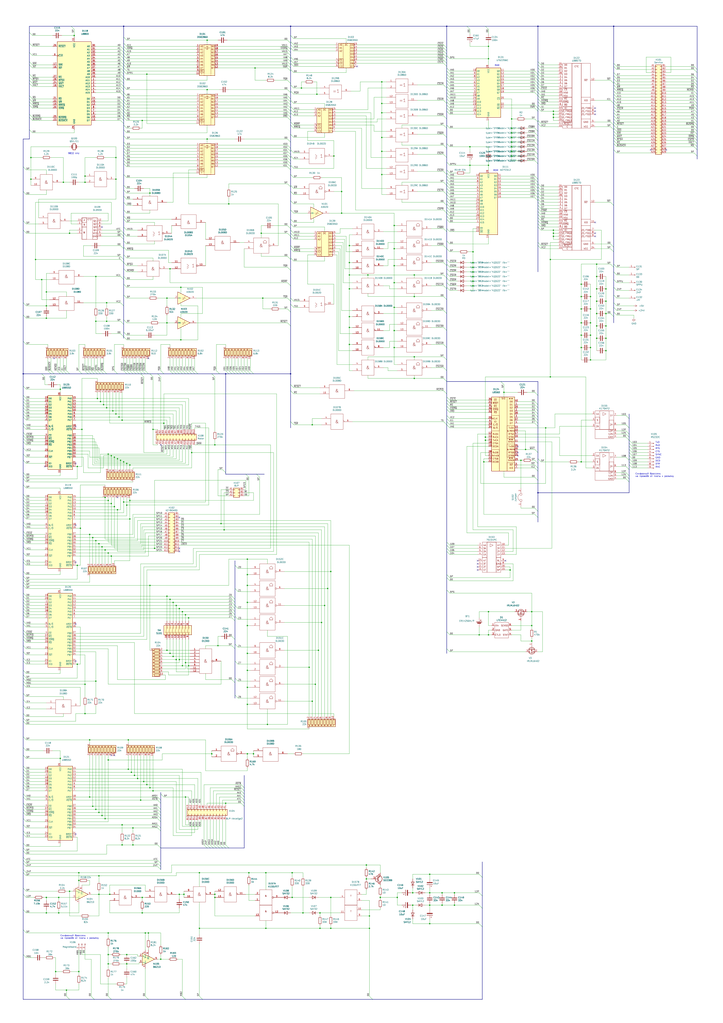
<source format=kicad_sch>
(kicad_sch (version 20231120) (generator "eeschema") (generator_version "8.0")
  (paper "A1" portrait)
  (lib_symbols
    (symbol "CPU:Z80CPU" (pin_names (offset 1.016))
      (property "Reference" "U" (at -13.97 35.56 0))
      (property "Value" "Z80CPU" (at 6.35 35.56 0))
      (symbol "Z80CPU_1_1"
        (pin output line (at 17.78 2.54 180) (length 3.81) (name "A11") (number "1"))
        (pin bidirectional line (at 17.78 -27.94 180) (length 3.81) (name "D6") (number "10"))
        (pin power_in line (at 0 38.1 270) (length 3.81) (name "VCC") (number "11"))
        (pin bidirectional line (at 17.78 -17.78 180) (length 3.81) (name "D2") (number "12"))
        (pin bidirectional line (at 17.78 -30.48 180) (length 3.81) (name "D7") (number "13"))
        (pin bidirectional line (at 17.78 -12.7 180) (length 3.81) (name "D0") (number "14"))
        (pin bidirectional line (at 17.78 -15.24 180) (length 3.81) (name "D1") (number "15"))
        (pin input line (at -17.78 12.7 0) (length 3.81) (name "~{INT}") (number "16"))
        (pin input line (at -17.78 15.24 0) (length 3.81) (name "~{NMI}") (number "17"))
        (pin output line (at -17.78 -2.54 0) (length 3.81) (name "~{HALT}") (number "18"))
        (pin output line (at -17.78 -17.78 0) (length 3.81) (name "~{MREQ}") (number "19"))
        (pin output line (at 17.78 0 180) (length 3.81) (name "A12") (number "2"))
        (pin output line (at -17.78 -20.32 0) (length 3.81) (name "~{IORQ}") (number "20"))
        (pin output line (at -17.78 -12.7 0) (length 3.81) (name "~{RD}") (number "21"))
        (pin output line (at -17.78 -15.24 0) (length 3.81) (name "~{WR}") (number "22"))
        (pin output line (at -17.78 -30.48 0) (length 3.81) (name "~{BUSACK}") (number "23"))
        (pin input line (at -17.78 0 0) (length 3.81) (name "~{WAIT}") (number "24"))
        (pin input line (at -17.78 -27.94 0) (length 3.81) (name "~{BUSRQ}") (number "25"))
        (pin input line (at -17.78 30.48 0) (length 3.81) (name "~{RESET}") (number "26"))
        (pin output line (at -17.78 5.08 0) (length 3.81) (name "~{M1}") (number "27"))
        (pin output line (at -17.78 2.54 0) (length 3.81) (name "~{RFSH}") (number "28"))
        (pin power_in line (at 0 -38.1 90) (length 3.81) (name "GND") (number "29"))
        (pin output line (at 17.78 -2.54 180) (length 3.81) (name "A13") (number "3"))
        (pin output line (at 17.78 30.48 180) (length 3.81) (name "A0") (number "30"))
        (pin output line (at 17.78 27.94 180) (length 3.81) (name "A1") (number "31"))
        (pin output line (at 17.78 25.4 180) (length 3.81) (name "A2") (number "32"))
        (pin output line (at 17.78 22.86 180) (length 3.81) (name "A3") (number "33"))
        (pin output line (at 17.78 20.32 180) (length 3.81) (name "A4") (number "34"))
        (pin output line (at 17.78 17.78 180) (length 3.81) (name "A5") (number "35"))
        (pin output line (at 17.78 15.24 180) (length 3.81) (name "A6") (number "36"))
        (pin output line (at 17.78 12.7 180) (length 3.81) (name "A7") (number "37"))
        (pin output line (at 17.78 10.16 180) (length 3.81) (name "A8") (number "38"))
        (pin output line (at 17.78 7.62 180) (length 3.81) (name "A9") (number "39"))
        (pin output line (at 17.78 -5.08 180) (length 3.81) (name "A14") (number "4"))
        (pin output line (at 17.78 5.08 180) (length 3.81) (name "A10") (number "40"))
        (pin output line (at 17.78 -7.62 180) (length 3.81) (name "A15") (number "5"))
        (pin input clock (at -17.78 22.86 0) (length 3.81) (name "~{CLK}") (number "6"))
        (pin bidirectional line (at 17.78 -22.86 180) (length 3.81) (name "D4") (number "7"))
        (pin bidirectional line (at 17.78 -20.32 180) (length 3.81) (name "D3") (number "8"))
        (pin bidirectional line (at 17.78 -25.4 180) (length 3.81) (name "D5") (number "9"))
      )
    )
    (symbol "Device:Battery_Cell" (pin_numbers hide) (pin_names (offset 0) hide)
      (property "Reference" "BT" (at 2.54 2.54 0))
      (property "Value" "Battery_Cell" (at 2.54 0 0))
      (symbol "Battery_Cell_1_1"
        (pin passive line (at 0 5.08 270) (length 2.54) (name "+") (number "1"))
        (pin passive line (at 0 -2.54 90) (length 2.54) (name "-") (number "2"))
      )
    )
    (symbol "Device:C" (pin_numbers hide) (pin_names (offset 0.254))
      (property "Reference" "C" (at 0.635 2.54 0))
      (property "Value" "C" (at 0.635 -2.54 0))
      (symbol "C_1_1"
        (pin passive line (at 0 3.81 270) (length 2.794) (name "~") (number "1"))
        (pin passive line (at 0 -3.81 90) (length 2.794) (name "~") (number "2"))
      )
    )
    (symbol "Device:Crystal" (pin_numbers hide) (pin_names (offset 1.016) hide)
      (property "Reference" "Y" (at 0 3.81 0))
      (property "Value" "Crystal" (at 0 -3.81 0))
      (symbol "Crystal_1_1"
        (pin passive line (at -3.81 0 0) (length 1.27) (name "1") (number "1"))
        (pin passive line (at 3.81 0 180) (length 1.27) (name "2") (number "2"))
      )
    )
    (symbol "Device:D" (pin_numbers hide) (pin_names (offset 1.016) hide)
      (property "Reference" "D" (at 0 2.54 0))
      (property "Value" "D" (at 0 -2.54 0))
      (symbol "D_1_1"
        (pin passive line (at -3.81 0 0) (length 2.54) (name "K") (number "1"))
        (pin passive line (at 3.81 0 180) (length 2.54) (name "A") (number "2"))
      )
    )
    (symbol "Device:R" (pin_numbers hide) (pin_names (offset 0))
      (property "Reference" "R" (at 2.032 0 90))
      (property "Value" "R" (at 0 0 90))
      (symbol "R_1_1"
        (pin passive line (at 0 3.81 270) (length 1.27) (name "~") (number "1"))
        (pin passive line (at 0 -3.81 90) (length 1.27) (name "~") (number "2"))
      )
    )
    (symbol "Device:R_Network07" (pin_names (offset 0) hide)
      (property "Reference" "RN" (at -10.16 0 90))
      (property "Value" "R_Network07" (at 10.16 0 90))
      (symbol "R_Network07_1_1"
        (pin passive line (at -7.62 5.08 270) (length 2.54) (name "common") (number "1"))
        (pin passive line (at -7.62 -5.08 90) (length 1.27) (name "R1") (number "2"))
        (pin passive line (at -5.08 -5.08 90) (length 1.27) (name "R2") (number "3"))
        (pin passive line (at -2.54 -5.08 90) (length 1.27) (name "R3") (number "4"))
        (pin passive line (at 0 -5.08 90) (length 1.27) (name "R4") (number "5"))
        (pin passive line (at 2.54 -5.08 90) (length 1.27) (name "R5") (number "6"))
        (pin passive line (at 5.08 -5.08 90) (length 1.27) (name "R6") (number "7"))
        (pin passive line (at 7.62 -5.08 90) (length 1.27) (name "R7") (number "8"))
      )
    )
    (symbol "Device:R_Network09" (pin_names (offset 0) hide)
      (property "Reference" "RN" (at -12.7 0 90))
      (property "Value" "R_Network09" (at 12.7 0 90))
      (symbol "R_Network09_1_1"
        (pin passive line (at -10.16 5.08 270) (length 2.54) (name "common") (number "1"))
        (pin passive line (at 10.16 -5.08 90) (length 1.27) (name "R9") (number "10"))
        (pin passive line (at -10.16 -5.08 90) (length 1.27) (name "R1") (number "2"))
        (pin passive line (at -7.62 -5.08 90) (length 1.27) (name "R2") (number "3"))
        (pin passive line (at -5.08 -5.08 90) (length 1.27) (name "R3") (number "4"))
        (pin passive line (at -2.54 -5.08 90) (length 1.27) (name "R4") (number "5"))
        (pin passive line (at 0 -5.08 90) (length 1.27) (name "R5") (number "6"))
        (pin passive line (at 2.54 -5.08 90) (length 1.27) (name "R6") (number "7"))
        (pin passive line (at 5.08 -5.08 90) (length 1.27) (name "R7") (number "8"))
        (pin passive line (at 7.62 -5.08 90) (length 1.27) (name "R8") (number "9"))
      )
    )
    (symbol "Interface:Z84C20"
      (property "Reference" "U" (at -10.16 31.75 0))
      (property "Value" "Z84C20" (at 3.81 31.75 0))
      (symbol "Z84C20_1_1"
        (pin bidirectional line (at -12.7 22.86 0) (length 2.54) (name "D2") (number "1"))
        (pin bidirectional line (at 12.7 17.78 180) (length 2.54) (name "PA4") (number "10"))
        (pin power_in line (at 0 -33.02 90) (length 2.54) (name "GND") (number "11"))
        (pin bidirectional line (at 12.7 20.32 180) (length 2.54) (name "PA3") (number "12"))
        (pin bidirectional line (at 12.7 22.86 180) (length 2.54) (name "PA2") (number "13"))
        (pin bidirectional line (at 12.7 25.4 180) (length 2.54) (name "PA1") (number "14"))
        (pin bidirectional line (at 12.7 27.94 180) (length 2.54) (name "PA0") (number "15"))
        (pin input line (at 12.7 2.54 180) (length 2.54) (name "~{ASTB}") (number "16"))
        (pin input line (at 12.7 -27.94 180) (length 2.54) (name "~{BSTB}") (number "17"))
        (pin output line (at 12.7 5.08 180) (length 2.54) (name "ARDY") (number "18"))
        (pin bidirectional line (at -12.7 27.94 0) (length 2.54) (name "D0") (number "19"))
        (pin bidirectional line (at -12.7 10.16 0) (length 2.54) (name "D7") (number "2"))
        (pin bidirectional line (at -12.7 25.4 0) (length 2.54) (name "D1") (number "20"))
        (pin output line (at 12.7 -25.4 180) (length 2.54) (name "BRDY") (number "21"))
        (pin output line (at -12.7 -27.94 0) (length 2.54) (name "IEO") (number "22"))
        (pin open_collector line (at -12.7 -20.32 0) (length 2.54) (name "~{INT}") (number "23"))
        (pin input line (at -12.7 -25.4 0) (length 2.54) (name "IEI") (number "24"))
        (pin input line (at -12.7 -15.24 0) (length 2.54) (name "CLK") (number "25"))
        (pin power_in line (at 0 33.02 270) (length 2.54) (name "VCC") (number "26"))
        (pin bidirectional line (at 12.7 -2.54 180) (length 2.54) (name "PB0") (number "27"))
        (pin bidirectional line (at 12.7 -5.08 180) (length 2.54) (name "PB1") (number "28"))
        (pin bidirectional line (at 12.7 -7.62 180) (length 2.54) (name "PB2") (number "29"))
        (pin bidirectional line (at -12.7 12.7 0) (length 2.54) (name "D6") (number "3"))
        (pin bidirectional line (at 12.7 -10.16 180) (length 2.54) (name "PB3") (number "30"))
        (pin bidirectional line (at 12.7 -12.7 180) (length 2.54) (name "PB4") (number "31"))
        (pin bidirectional line (at 12.7 -15.24 180) (length 2.54) (name "PB5") (number "32"))
        (pin bidirectional line (at 12.7 -17.78 180) (length 2.54) (name "PB6") (number "33"))
        (pin bidirectional line (at 12.7 -20.32 180) (length 2.54) (name "PB7") (number "34"))
        (pin input line (at -12.7 -10.16 0) (length 2.54) (name "~{RD}") (number "35"))
        (pin input line (at -12.7 -7.62 0) (length 2.54) (name "~{IORQ}") (number "36"))
        (pin input line (at -12.7 -5.08 0) (length 2.54) (name "~{M1}") (number "37"))
        (pin bidirectional line (at -12.7 15.24 0) (length 2.54) (name "D5") (number "38"))
        (pin bidirectional line (at -12.7 17.78 0) (length 2.54) (name "D4") (number "39"))
        (pin input line (at -12.7 -2.54 0) (length 2.54) (name "~{CE}") (number "4"))
        (pin bidirectional line (at -12.7 20.32 0) (length 2.54) (name "D3") (number "40"))
        (pin input line (at -12.7 2.54 0) (length 2.54) (name "C/~{D}") (number "5"))
        (pin input line (at -12.7 5.08 0) (length 2.54) (name "B/~{A}") (number "6"))
        (pin bidirectional line (at 12.7 10.16 180) (length 2.54) (name "PA7") (number "7"))
        (pin bidirectional line (at 12.7 12.7 180) (length 2.54) (name "PA6") (number "8"))
        (pin bidirectional line (at 12.7 15.24 180) (length 2.54) (name "PA5") (number "9"))
      )
    )
    (symbol "Memory_EPROM:27C512"
      (property "Reference" "U" (at -7.62 26.67 0))
      (property "Value" "27C512" (at 2.54 -26.67 0))
      (symbol "27C512_1_1"
        (pin input line (at -10.16 -15.24 0) (length 2.54) (name "A15") (number "1"))
        (pin input line (at -10.16 22.86 0) (length 2.54) (name "A0") (number "10"))
        (pin tri_state line (at 10.16 22.86 180) (length 2.54) (name "D0") (number "11"))
        (pin tri_state line (at 10.16 20.32 180) (length 2.54) (name "D1") (number "12"))
        (pin tri_state line (at 10.16 17.78 180) (length 2.54) (name "D2") (number "13"))
        (pin power_in line (at 0 -27.94 90) (length 2.54) (name "GND") (number "14"))
        (pin tri_state line (at 10.16 15.24 180) (length 2.54) (name "D3") (number "15"))
        (pin tri_state line (at 10.16 12.7 180) (length 2.54) (name "D4") (number "16"))
        (pin tri_state line (at 10.16 10.16 180) (length 2.54) (name "D5") (number "17"))
        (pin tri_state line (at 10.16 7.62 180) (length 2.54) (name "D6") (number "18"))
        (pin tri_state line (at 10.16 5.08 180) (length 2.54) (name "D7") (number "19"))
        (pin input line (at -10.16 -7.62 0) (length 2.54) (name "A12") (number "2"))
        (pin input line (at -10.16 -20.32 0) (length 2.54) (name "~{CE}") (number "20"))
        (pin input line (at -10.16 -2.54 0) (length 2.54) (name "A10") (number "21"))
        (pin input line (at -10.16 -22.86 0) (length 2.54) (name "~{OE}") (number "22"))
        (pin input line (at -10.16 -5.08 0) (length 2.54) (name "A11") (number "23"))
        (pin input line (at -10.16 0 0) (length 2.54) (name "A9") (number "24"))
        (pin input line (at -10.16 2.54 0) (length 2.54) (name "A8") (number "25"))
        (pin input line (at -10.16 -10.16 0) (length 2.54) (name "A13") (number "26"))
        (pin input line (at -10.16 -12.7 0) (length 2.54) (name "A14") (number "27"))
        (pin power_in line (at 0 27.94 270) (length 2.54) (name "VCC") (number "28"))
        (pin input line (at -10.16 5.08 0) (length 2.54) (name "A7") (number "3"))
        (pin input line (at -10.16 7.62 0) (length 2.54) (name "A6") (number "4"))
        (pin input line (at -10.16 10.16 0) (length 2.54) (name "A5") (number "5"))
        (pin input line (at -10.16 12.7 0) (length 2.54) (name "A4") (number "6"))
        (pin input line (at -10.16 15.24 0) (length 2.54) (name "A3") (number "7"))
        (pin input line (at -10.16 17.78 0) (length 2.54) (name "A2") (number "8"))
        (pin input line (at -10.16 20.32 0) (length 2.54) (name "A1") (number "9"))
      )
    )
    (symbol "Memory_RAM:CY62256-70PC"
      (property "Reference" "U" (at -10.16 20.955 0))
      (property "Value" "CY62256-70PC" (at 2.54 20.955 0))
      (symbol "CY62256-70PC_0_0"
        (pin power_in line (at 0 -22.86 90) (length 2.54) (name "GND") (number "14"))
        (pin power_in line (at 0 22.86 270) (length 2.54) (name "VCC") (number "28"))
      )
      (symbol "CY62256-70PC_1_1"
        (pin input line (at -12.7 -17.78 0) (length 2.54) (name "A14") (number "1"))
        (pin input line (at -12.7 17.78 0) (length 2.54) (name "A0") (number "10"))
        (pin tri_state line (at 12.7 17.78 180) (length 2.54) (name "Q0") (number "11"))
        (pin tri_state line (at 12.7 15.24 180) (length 2.54) (name "Q1") (number "12"))
        (pin tri_state line (at 12.7 12.7 180) (length 2.54) (name "Q2") (number "13"))
        (pin tri_state line (at 12.7 10.16 180) (length 2.54) (name "Q3") (number "15"))
        (pin tri_state line (at 12.7 7.62 180) (length 2.54) (name "Q4") (number "16"))
        (pin tri_state line (at 12.7 5.08 180) (length 2.54) (name "Q5") (number "17"))
        (pin tri_state line (at 12.7 2.54 180) (length 2.54) (name "Q6") (number "18"))
        (pin tri_state line (at 12.7 0 180) (length 2.54) (name "Q7") (number "19"))
        (pin input line (at -12.7 -12.7 0) (length 2.54) (name "A12") (number "2"))
        (pin input line (at 12.7 -5.08 180) (length 2.54) (name "~{CS}") (number "20"))
        (pin input line (at -12.7 -7.62 0) (length 2.54) (name "A10") (number "21"))
        (pin input line (at 12.7 -10.16 180) (length 2.54) (name "~{OE}") (number "22"))
        (pin input line (at -12.7 -10.16 0) (length 2.54) (name "A11") (number "23"))
        (pin input line (at -12.7 -5.08 0) (length 2.54) (name "A9") (number "24"))
        (pin input line (at -12.7 -2.54 0) (length 2.54) (name "A8") (number "25"))
        (pin input line (at -12.7 -15.24 0) (length 2.54) (name "A13") (number "26"))
        (pin input line (at 12.7 -12.7 180) (length 2.54) (name "~{WE}") (number "27"))
        (pin input line (at -12.7 0 0) (length 2.54) (name "A7") (number "3"))
        (pin input line (at -12.7 2.54 0) (length 2.54) (name "A6") (number "4"))
        (pin input line (at -12.7 5.08 0) (length 2.54) (name "A5") (number "5"))
        (pin input line (at -12.7 7.62 0) (length 2.54) (name "A4") (number "6"))
        (pin input line (at -12.7 10.16 0) (length 2.54) (name "A3") (number "7"))
        (pin input line (at -12.7 12.7 0) (length 2.54) (name "A2") (number "8"))
        (pin input line (at -12.7 15.24 0) (length 2.54) (name "A1") (number "9"))
      )
    )
    (symbol "Robotron-rescue:+24V-power" (power) (pin_names (offset 0))
      (property "Value" "power_+24V" (at 0 3.556 0))
      (symbol "+24V-power_1_1"
        (pin power_in line (at 0 0 90) (length 0) hide (name "+24V") (number "1"))
      )
    )
    (symbol "Robotron-rescue:+5V-power" (power) (pin_names (offset 0))
      (property "Value" "power_+5V" (at 0 3.556 0))
      (symbol "+5V-power_1_1"
        (pin power_in line (at 0 0 90) (length 0) hide (name "+5V") (number "1"))
      )
    )
    (symbol "Robotron-rescue:2X13_PIN_CONNECTOR-Robotron_Library" (pin_names (offset 1.016) hide)
      (property "Reference" "X" (at 1.27 17.78 0))
      (property "Value" "Robotron_Library_2X13_PIN_CONNECTOR" (at 1.27 -17.78 0))
      (symbol "2X13_PIN_CONNECTOR-Robotron_Library_1_1"
        (pin passive line (at -5.08 15.24 0) (length 3.81) (name "Pin_A1") (number "A1"))
        (pin passive line (at -5.08 -7.62 0) (length 3.81) (name "Pin_A10") (number "A10"))
        (pin passive line (at -5.08 -10.16 0) (length 3.81) (name "Pin_A11") (number "A11"))
        (pin passive line (at -5.08 -12.7 0) (length 3.81) (name "Pin_A12") (number "A12"))
        (pin passive line (at -5.08 -15.24 0) (length 3.81) (name "Pin_A13") (number "A13"))
        (pin passive line (at -5.08 12.7 0) (length 3.81) (name "Pin_A2") (number "A2"))
        (pin passive line (at -5.08 10.16 0) (length 3.81) (name "Pin_A3") (number "A3"))
        (pin passive line (at -5.08 7.62 0) (length 3.81) (name "Pin_A4") (number "A4"))
        (pin passive line (at -5.08 5.08 0) (length 3.81) (name "Pin_A5") (number "A5"))
        (pin passive line (at -5.08 2.54 0) (length 3.81) (name "Pin_A6") (number "A6"))
        (pin passive line (at -5.08 0 0) (length 3.81) (name "Pin_A7") (number "A7"))
        (pin passive line (at -5.08 -2.54 0) (length 3.81) (name "Pin_A8") (number "A8"))
        (pin passive line (at -5.08 -5.08 0) (length 3.81) (name "Pin_A9") (number "A9"))
        (pin passive line (at 7.62 15.24 180) (length 3.81) (name "Pin_B1") (number "B1"))
        (pin passive line (at 7.62 -7.62 180) (length 3.81) (name "Pin_B10") (number "B10"))
        (pin passive line (at 7.62 -10.16 180) (length 3.81) (name "Pin_B11") (number "B11"))
        (pin passive line (at 7.62 -12.7 180) (length 3.81) (name "Pin_B12") (number "B12"))
        (pin passive line (at 7.62 -15.24 180) (length 3.81) (name "Pin_B13") (number "B13"))
        (pin passive line (at 7.62 12.7 180) (length 3.81) (name "Pin_B2") (number "B2"))
        (pin passive line (at 7.62 10.16 180) (length 3.81) (name "Pin_B3") (number "B3"))
        (pin passive line (at 7.62 7.62 180) (length 3.81) (name "Pin_B4") (number "B4"))
        (pin passive line (at 7.62 5.08 180) (length 3.81) (name "Pin_B5") (number "B5"))
        (pin passive line (at 7.62 2.54 180) (length 3.81) (name "Pin_B6") (number "B6"))
        (pin passive line (at 7.62 0 180) (length 3.81) (name "Pin_B7") (number "B7"))
        (pin passive line (at 7.62 -2.54 180) (length 3.81) (name "Pin_B8") (number "B8"))
        (pin passive line (at 7.62 -5.08 180) (length 3.81) (name "Pin_B9") (number "B9"))
      )
    )
    (symbol "Robotron-rescue:2X29_PIN_CONNECTOR-Robotron_Library" (pin_names (offset 1.016) hide)
      (property "Reference" "J" (at 1.27 38.1 0))
      (property "Value" "Robotron_Library_2X29_PIN_CONNECTOR" (at 1.27 -38.1 0))
      (symbol "2X29_PIN_CONNECTOR-Robotron_Library_1_1"
        (pin passive line (at -5.08 35.56 0) (length 3.81) (name "Pin_A1") (number "A1"))
        (pin passive line (at -5.08 12.7 0) (length 3.81) (name "Pin_A10") (number "A10"))
        (pin passive line (at -5.08 10.16 0) (length 3.81) (name "Pin_A11") (number "A11"))
        (pin passive line (at -5.08 7.62 0) (length 3.81) (name "Pin_A12") (number "A12"))
        (pin passive line (at -5.08 5.08 0) (length 3.81) (name "Pin_A13") (number "A13"))
        (pin passive line (at -5.08 2.54 0) (length 3.81) (name "Pin_A14") (number "A14"))
        (pin passive line (at -5.08 0 0) (length 3.81) (name "Pin_A15") (number "A15"))
        (pin passive line (at -5.08 -2.54 0) (length 3.81) (name "Pin_A16") (number "A16"))
        (pin passive line (at -5.08 -5.08 0) (length 3.81) (name "Pin_A17") (number "A17"))
        (pin passive line (at -5.08 -7.62 0) (length 3.81) (name "Pin_A18") (number "A18"))
        (pin passive line (at -5.08 -10.16 0) (length 3.81) (name "Pin_A19") (number "A19"))
        (pin passive line (at -5.08 33.02 0) (length 3.81) (name "Pin_A2") (number "A2"))
        (pin passive line (at -5.08 -12.7 0) (length 3.81) (name "Pin_A20") (number "A20"))
        (pin passive line (at -5.08 -15.24 0) (length 3.81) (name "Pin_A21") (number "A21"))
        (pin passive line (at -5.08 -17.78 0) (length 3.81) (name "Pin_A22") (number "A22"))
        (pin passive line (at -5.08 -20.32 0) (length 3.81) (name "Pin_A23") (number "A23"))
        (pin passive line (at -5.08 -22.86 0) (length 3.81) (name "Pin_A24") (number "A24"))
        (pin passive line (at -5.08 -25.4 0) (length 3.81) (name "Pin_A25") (number "A25"))
        (pin passive line (at -5.08 -27.94 0) (length 3.81) (name "Pin_A26") (number "A26"))
        (pin passive line (at -5.08 -30.48 0) (length 3.81) (name "Pin_A27") (number "A27"))
        (pin passive line (at -5.08 -33.02 0) (length 3.81) (name "Pin_A28") (number "A28"))
        (pin passive line (at -5.08 -35.56 0) (length 3.81) (name "Pin_A29") (number "A29"))
        (pin passive line (at -5.08 30.48 0) (length 3.81) (name "Pin_A3") (number "A3"))
        (pin passive line (at -5.08 27.94 0) (length 3.81) (name "Pin_A4") (number "A4"))
        (pin passive line (at -5.08 25.4 0) (length 3.81) (name "Pin_A5") (number "A5"))
        (pin passive line (at -5.08 22.86 0) (length 3.81) (name "Pin_A6") (number "A6"))
        (pin passive line (at -5.08 20.32 0) (length 3.81) (name "Pin_A7") (number "A7"))
        (pin passive line (at -5.08 17.78 0) (length 3.81) (name "Pin_A8") (number "A8"))
        (pin passive line (at -5.08 15.24 0) (length 3.81) (name "Pin_A9") (number "A9"))
        (pin passive line (at 7.62 35.56 180) (length 3.81) (name "Pin_B1") (number "B1"))
        (pin passive line (at 7.62 12.7 180) (length 3.81) (name "Pin_B10") (number "B10"))
        (pin passive line (at 7.62 10.16 180) (length 3.81) (name "Pin_B11") (number "B11"))
        (pin passive line (at 7.62 7.62 180) (length 3.81) (name "Pin_B12") (number "B12"))
        (pin passive line (at 7.62 5.08 180) (length 3.81) (name "Pin_B13") (number "B13"))
        (pin passive line (at 7.62 2.54 180) (length 3.81) (name "Pin_B14") (number "B14"))
        (pin passive line (at 7.62 0 180) (length 3.81) (name "Pin_B15") (number "B15"))
        (pin passive line (at 7.62 -2.54 180) (length 3.81) (name "Pin_B16") (number "B16"))
        (pin passive line (at 7.62 -5.08 180) (length 3.81) (name "Pin_B17") (number "B17"))
        (pin passive line (at 7.62 -7.62 180) (length 3.81) (name "Pin_B18") (number "B18"))
        (pin passive line (at 7.62 -10.16 180) (length 3.81) (name "Pin_B19") (number "B19"))
        (pin passive line (at 7.62 33.02 180) (length 3.81) (name "Pin_B2") (number "B2"))
        (pin passive line (at 7.62 -12.7 180) (length 3.81) (name "Pin_B20") (number "B20"))
        (pin passive line (at 7.62 -15.24 180) (length 3.81) (name "Pin_B21") (number "B21"))
        (pin passive line (at 7.62 -17.78 180) (length 3.81) (name "Pin_B22") (number "B22"))
        (pin passive line (at 7.62 -20.32 180) (length 3.81) (name "Pin_B23") (number "B23"))
        (pin passive line (at 7.62 -22.86 180) (length 3.81) (name "Pin_B24") (number "B24"))
        (pin passive line (at 7.62 -25.4 180) (length 3.81) (name "Pin_B25") (number "B25"))
        (pin passive line (at 7.62 -27.94 180) (length 3.81) (name "Pin_B26") (number "B26"))
        (pin passive line (at 7.62 -30.48 180) (length 3.81) (name "Pin_B27") (number "B27"))
        (pin passive line (at 7.62 -33.02 180) (length 3.81) (name "Pin_B28") (number "B28"))
        (pin passive line (at 7.62 -35.56 180) (length 3.81) (name "Pin_B29") (number "B29"))
        (pin passive line (at 7.62 30.48 180) (length 3.81) (name "Pin_B3") (number "B3"))
        (pin passive line (at 7.62 27.94 180) (length 3.81) (name "Pin_B4") (number "B4"))
        (pin passive line (at 7.62 25.4 180) (length 3.81) (name "Pin_B5") (number "B5"))
        (pin passive line (at 7.62 22.86 180) (length 3.81) (name "Pin_B6") (number "B6"))
        (pin passive line (at 7.62 20.32 180) (length 3.81) (name "Pin_B7") (number "B7"))
        (pin passive line (at 7.62 17.78 180) (length 3.81) (name "Pin_B8") (number "B8"))
        (pin passive line (at 7.62 15.24 180) (length 3.81) (name "Pin_B9") (number "B9"))
      )
    )
    (symbol "Robotron-rescue:2X3_PIN_CONNECTOR-Robotron_Library" (pin_names (offset 1.016) hide)
      (property "Reference" "X" (at 1.27 5.08 0))
      (property "Value" "Robotron_Library_2X3_PIN_CONNECTOR" (at 1.27 -5.08 0))
      (symbol "2X3_PIN_CONNECTOR-Robotron_Library_1_1"
        (pin passive line (at -5.08 2.54 0) (length 3.81) (name "Pin_A1") (number "A1"))
        (pin passive line (at -5.08 0 0) (length 3.81) (name "Pin_A2") (number "A2"))
        (pin passive line (at -5.08 -2.54 0) (length 3.81) (name "Pin_A3") (number "A3"))
        (pin passive line (at 7.62 2.54 180) (length 3.81) (name "Pin_B1") (number "B1"))
        (pin passive line (at 7.62 0 180) (length 3.81) (name "Pin_B2") (number "B2"))
        (pin passive line (at 7.62 -2.54 180) (length 3.81) (name "Pin_B3") (number "B3"))
      )
    )
    (symbol "Robotron-rescue:7400-74xx_IEEE" (pin_names (offset 0.762))
      (property "Reference" "U" (at 6.35 7.62 0))
      (property "Value" "74xx_IEEE_7400" (at 5.08 -7.62 0))
      (symbol "7400-74xx_IEEE_0_0"
        (text "&" (at 0 0 0) (effects (font (size 2.54 2.54))))
      )
      (symbol "7400-74xx_IEEE_0_1"
        (pin power_in line (at 0 6.35 270) (length 0) hide (name "Vcc") (number "14"))
        (pin power_in line (at 0 -6.35 90) (length 0) hide (name "GND") (number "7"))
      )
      (symbol "7400-74xx_IEEE_1_1"
        (pin input line (at -12.7 2.54 0) (length 7.62) (name "~") (number "1"))
        (pin input line (at -12.7 -2.54 0) (length 7.62) (name "~") (number "2"))
        (pin output output_low (at 12.7 0 180) (length 7.62) (name "~") (number "3"))
      )
      (symbol "7400-74xx_IEEE_2_1"
        (pin input line (at -12.7 2.54 0) (length 7.62) (name "~") (number "4"))
        (pin input line (at -12.7 -2.54 0) (length 7.62) (name "~") (number "5"))
        (pin output output_low (at 12.7 0 180) (length 7.62) (name "~") (number "6"))
      )
      (symbol "7400-74xx_IEEE_3_1"
        (pin input line (at -12.7 -2.54 0) (length 7.62) (name "~") (number "10"))
        (pin output output_low (at 12.7 0 180) (length 7.62) (name "~") (number "8"))
        (pin input line (at -12.7 2.54 0) (length 7.62) (name "~") (number "9"))
      )
      (symbol "7400-74xx_IEEE_4_1"
        (pin output output_low (at 12.7 0 180) (length 7.62) (name "~") (number "11"))
        (pin input line (at -12.7 2.54 0) (length 7.62) (name "~") (number "12"))
        (pin input line (at -12.7 -2.54 0) (length 7.62) (name "~") (number "13"))
      )
    )
    (symbol "Robotron-rescue:7402-74xx_IEEE" (pin_names (offset 0.762))
      (property "Reference" "U" (at 5.08 7.62 0))
      (property "Value" "74xx_IEEE_7402" (at 5.08 -8.89 0))
      (symbol "7402-74xx_IEEE_0_0"
        (text "1" (at 3.81 0 0) (effects (font (size 2.54 2.54))))
      )
      (symbol "7402-74xx_IEEE_0_1"
        (pin power_in line (at 0 6.35 270) (length 0) hide (name "VCC") (number "14"))
        (pin power_in line (at 0 -6.35 90) (length 0) hide (name "GND") (number "7"))
      )
      (symbol "7402-74xx_IEEE_1_1"
        (pin output inverted (at 13.97 0 180) (length 7.62) (name "~") (number "1"))
        (pin input line (at -13.97 2.54 0) (length 7.62) (name "~") (number "2"))
        (pin input line (at -13.97 -2.54 0) (length 7.62) (name "~") (number "3"))
      )
      (symbol "7402-74xx_IEEE_2_1"
        (pin output inverted (at 13.97 0 180) (length 7.62) (name "~") (number "4"))
        (pin input line (at -13.97 2.54 0) (length 7.62) (name "~") (number "5"))
        (pin input line (at -13.97 -2.54 0) (length 7.62) (name "~") (number "6"))
      )
      (symbol "7402-74xx_IEEE_3_1"
        (pin output inverted (at 13.97 0 180) (length 7.62) (name "~") (number "10"))
        (pin input line (at -13.97 2.54 0) (length 7.62) (name "~") (number "8"))
        (pin input line (at -13.97 -2.54 0) (length 7.62) (name "~") (number "9"))
      )
      (symbol "7402-74xx_IEEE_4_1"
        (pin input line (at -13.97 2.54 0) (length 7.62) (name "~") (number "11"))
        (pin input line (at -13.97 -2.54 0) (length 7.62) (name "~") (number "12"))
        (pin output inverted (at 13.97 0 180) (length 7.62) (name "~") (number "13"))
      )
    )
    (symbol "Robotron-rescue:7403-74xx_IEEE" (pin_names (offset 0.762))
      (property "Reference" "U" (at 6.35 7.62 0))
      (property "Value" "74xx_IEEE_7403" (at 5.08 -8.89 0))
      (symbol "7403-74xx_IEEE_0_0"
        (text "&" (at 0 0 0) (effects (font (size 2.54 2.54))))
      )
      (symbol "7403-74xx_IEEE_0_1"
        (pin power_in line (at 0 6.35 270) (length 0) hide (name "Vcc") (number "14"))
        (pin power_in line (at 0 -6.35 90) (length 0) hide (name "GND") (number "7"))
      )
      (symbol "7403-74xx_IEEE_1_1"
        (pin input line (at -13.97 2.54 0) (length 7.62) (name "~") (number "1"))
        (pin input line (at -13.97 -2.54 0) (length 7.62) (name "~") (number "2"))
        (pin open_collector inverted (at 13.97 0 180) (length 7.62) (name "~") (number "3"))
      )
      (symbol "7403-74xx_IEEE_2_1"
        (pin input line (at -13.97 2.54 0) (length 7.62) (name "~") (number "4"))
        (pin input line (at -13.97 -2.54 0) (length 7.62) (name "~") (number "5"))
        (pin open_collector inverted (at 13.97 0 180) (length 7.62) (name "~") (number "6"))
      )
      (symbol "7403-74xx_IEEE_3_1"
        (pin input line (at -13.97 -2.54 0) (length 7.62) (name "~") (number "10"))
        (pin open_collector inverted (at 13.97 0 180) (length 7.62) (name "~") (number "8"))
        (pin input line (at -13.97 2.54 0) (length 7.62) (name "~") (number "9"))
      )
      (symbol "7403-74xx_IEEE_4_1"
        (pin open_collector inverted (at 13.97 0 180) (length 7.62) (name "~") (number "11"))
        (pin input line (at -13.97 2.54 0) (length 7.62) (name "~") (number "12"))
        (pin input line (at -13.97 -2.54 0) (length 7.62) (name "~") (number "13"))
      )
    )
    (symbol "Robotron-rescue:7408-74xx_IEEE" (pin_names (offset 0.762))
      (property "Reference" "U" (at 2.54 7.62 0))
      (property "Value" "74xx_IEEE_7408" (at 3.81 -8.89 0))
      (symbol "7408-74xx_IEEE_0_1"
        (text "&" (at 0 0 0) (effects (font (size 2.54 2.54))))
        (pin power_in line (at 0 5.08 270) (length 0) hide (name "Vcc") (number "14"))
        (pin power_in line (at 0 -6.35 90) (length 0) hide (name "Gnd") (number "7"))
      )
      (symbol "7408-74xx_IEEE_1_1"
        (pin input line (at -13.97 2.54 0) (length 7.62) (name "~") (number "1"))
        (pin input line (at -13.97 -2.54 0) (length 7.62) (name "~") (number "2"))
        (pin output line (at 13.97 0 180) (length 7.62) (name "~") (number "3"))
      )
      (symbol "7408-74xx_IEEE_2_1"
        (pin input line (at -13.97 2.54 0) (length 7.62) (name "~") (number "4"))
        (pin input line (at -13.97 -2.54 0) (length 7.62) (name "~") (number "5"))
        (pin input line (at 13.97 0 180) (length 7.62) (name "~") (number "6"))
      )
      (symbol "7408-74xx_IEEE_3_1"
        (pin input line (at -13.97 -2.54 0) (length 7.62) (name "~") (number "10"))
        (pin input line (at 13.97 0 180) (length 7.62) (name "~") (number "8"))
        (pin input line (at -13.97 2.54 0) (length 7.62) (name "~") (number "9"))
      )
      (symbol "7408-74xx_IEEE_4_1"
        (pin input line (at 13.97 0 180) (length 7.62) (name "~") (number "11"))
        (pin input line (at -13.97 2.54 0) (length 7.62) (name "~") (number "12"))
        (pin input line (at -13.97 -2.54 0) (length 7.62) (name "~") (number "13"))
      )
    )
    (symbol "Robotron-rescue:7430-74xx_IEEE" (pin_names (offset 0.762))
      (property "Reference" "U" (at 3.81 11.43 0))
      (property "Value" "74xx_IEEE_7430" (at 5.08 -11.43 0))
      (symbol "7430-74xx_IEEE_0_0"
        (text "&" (at 0 0 0) (effects (font (size 2.54 2.54))))
      )
      (symbol "7430-74xx_IEEE_0_1"
        (pin power_in line (at 0 10.16 270) (length 0) hide (name "Vcc") (number "14"))
        (pin power_in line (at 0 -10.16 90) (length 0) hide (name "Gnd") (number "7"))
      )
      (symbol "7430-74xx_IEEE_1_1"
        (pin input line (at -12.7 8.89 0) (length 7.62) (name "~") (number "1"))
        (pin input line (at -12.7 -6.35 0) (length 7.62) (name "~") (number "11"))
        (pin input line (at -12.7 -8.89 0) (length 7.62) (name "~") (number "12"))
        (pin input line (at -12.7 6.35 0) (length 7.62) (name "~") (number "2"))
        (pin input line (at -12.7 3.81 0) (length 7.62) (name "~") (number "3"))
        (pin input line (at -12.7 1.27 0) (length 7.62) (name "~") (number "4"))
        (pin input line (at -12.7 -1.27 0) (length 7.62) (name "~") (number "5"))
        (pin input line (at -12.7 -3.81 0) (length 7.62) (name "~") (number "6"))
        (pin output inverted (at 12.7 0 180) (length 7.62) (name "~") (number "8"))
      )
    )
    (symbol "Robotron-rescue:7486-74xx_IEEE" (pin_names (offset 0.762))
      (property "Reference" "U" (at 2.54 6.35 0))
      (property "Value" "74xx_IEEE_7486" (at 3.81 -7.62 0))
      (symbol "7486-74xx_IEEE_0_1"
        (text "=1" (at 0.508 0 0) (effects (font (size 2.54 2.54))))
        (pin power_in line (at 0 5.08 270) (length 0) hide (name "Vcc") (number "14"))
        (pin power_in line (at 0 -6.35 90) (length 0) hide (name "Gnd") (number "7"))
      )
      (symbol "7486-74xx_IEEE_1_1"
        (pin input line (at -12.7 2.54 0) (length 7.62) (name "~") (number "1"))
        (pin input line (at -12.7 -2.54 0) (length 7.62) (name "~") (number "2"))
        (pin output line (at 12.7 0 180) (length 7.62) (name "~") (number "3"))
      )
      (symbol "7486-74xx_IEEE_2_1"
        (pin input line (at -12.7 2.54 0) (length 7.62) (name "~") (number "4"))
        (pin input line (at -12.7 -2.54 0) (length 7.62) (name "~") (number "5"))
        (pin output line (at 12.7 0 180) (length 7.62) (name "~") (number "6"))
      )
      (symbol "7486-74xx_IEEE_3_1"
        (pin input line (at -12.7 -2.54 0) (length 7.62) (name "~") (number "10"))
        (pin output line (at 12.7 0 180) (length 7.62) (name "~") (number "8"))
        (pin input line (at -12.7 2.54 0) (length 7.62) (name "~") (number "9"))
      )
      (symbol "7486-74xx_IEEE_4_1"
        (pin output line (at 12.7 0 180) (length 7.62) (name "~") (number "11"))
        (pin input line (at -12.7 2.54 0) (length 7.62) (name "~") (number "12"))
        (pin input line (at -12.7 -2.54 0) (length 7.62) (name "~") (number "13"))
      )
    )
    (symbol "Robotron-rescue:75154PC-Robotron_Library" (pin_names (offset 1.016))
      (property "Reference" "D" (at 7.62 5.08 0))
      (property "Value" "Robotron_Library_75154PC" (at 7.62 2.54 0))
      (symbol "75154PC-Robotron_Library_0_0"
        (text "1A" (at 1.905 -10.16 0) (effects (font (size 1.27 1.27))))
        (text "1T" (at 1.905 -22.86 0) (effects (font (size 1.27 1.27))))
        (text "1Y" (at 13.335 -10.16 0) (effects (font (size 1.27 1.27))))
        (text "2A" (at 1.905 -7.62 0) (effects (font (size 1.27 1.27))))
        (text "2T" (at 1.905 -20.32 0) (effects (font (size 1.27 1.27))))
        (text "2Y" (at 13.335 -7.62 0) (effects (font (size 1.27 1.27))))
        (text "3A" (at 1.905 -5.08 0) (effects (font (size 1.27 1.27))))
        (text "3T" (at 1.905 -17.78 0) (effects (font (size 1.27 1.27))))
        (text "3Y" (at 13.335 -5.08 0) (effects (font (size 1.27 1.27))))
        (text "4A" (at 1.905 -2.54 0) (effects (font (size 1.27 1.27))))
        (text "4T" (at 1.905 -15.24 0) (effects (font (size 1.27 1.27))))
        (text "4Y" (at 13.335 -2.54 0) (effects (font (size 1.27 1.27))))
        (text "5P" (at 13.335 -22.86 0) (effects (font (size 1.27 1.27))))
        (text "5P" (at 13.335 -20.32 0) (effects (font (size 1.27 1.27))))
        (text "GND" (at 13.335 -17.78 0) (effects (font (size 1.27 1.27))))
        (text "RL" (at 13.335 -15.24 0) (effects (font (size 1.27 1.27))))
      )
      (symbol "75154PC-Robotron_Library_1_1"
        (pin input line (at -3.81 -17.78 0) (length 3.81) (name "~") (number "1"))
        (pin output line (at 19.05 -2.54 180) (length 3.81) (name "~") (number "10"))
        (pin output line (at 19.05 -5.08 180) (length 3.81) (name "~") (number "11"))
        (pin output line (at 19.05 -7.62 180) (length 3.81) (name "~") (number "12"))
        (pin output line (at 19.05 -10.16 180) (length 3.81) (name "~") (number "13"))
        (pin input line (at -3.81 -15.24 0) (length 3.81) (name "~") (number "14"))
        (pin power_in line (at 19.05 -22.86 180) (length 3.81) (name "~") (number "15"))
        (pin power_in line (at 19.05 -20.32 180) (length 3.81) (name "~") (number "16"))
        (pin input line (at -3.81 -20.32 0) (length 3.81) (name "~") (number "2"))
        (pin input line (at -3.81 -22.86 0) (length 3.81) (name "~") (number "3"))
        (pin input line (at -3.81 -10.16 0) (length 3.81) (name "~") (number "4"))
        (pin input line (at -3.81 -7.62 0) (length 3.81) (name "~") (number "5"))
        (pin input line (at -3.81 -5.08 0) (length 3.81) (name "~") (number "6"))
        (pin input line (at -3.81 -2.54 0) (length 3.81) (name "~") (number "7"))
        (pin power_in line (at 19.05 -17.78 180) (length 3.81) (name "~") (number "8"))
        (pin input line (at 19.05 -15.24 180) (length 3.81) (name "~") (number "9"))
      )
    )
    (symbol "Robotron-rescue:A302D-Robotron_Library" (pin_names (offset 0.127))
      (property "Reference" "N" (at 3.175 5.08 0))
      (property "Value" "Robotron_Library_A302D" (at 3.175 -5.08 0))
      (symbol "A302D-Robotron_Library_1_1"
        (pin power_in line (at 0 3.81 270) (length 0) hide (name "VCC") (number "1"))
        (pin input line (at -5.08 0 0) (length 2.54) (name "VIN") (number "2"))
        (pin power_in line (at 0 -3.81 90) (length 0) hide (name "GND") (number "3"))
        (pin open_collector line (at 12.7 0 180) (length 5.08) (name "~") (number "4"))
      )
    )
    (symbol "Robotron-rescue:B621D-Robotron_Library" (pin_names (offset 0.127))
      (property "Reference" "H" (at 1.27 3.81 0))
      (property "Value" "Robotron_Library_B621D" (at 1.27 -3.81 0))
      (symbol "B621D-Robotron_Library_0_1"
        (pin output line (at 0 7.62 270) (length 5.0038) (name "FC") (number "6"))
      )
      (symbol "B621D-Robotron_Library_1_1"
        (pin power_in line (at -2.54 7.62 270) (length 3.81) (name "V+") (number "1"))
        (pin input line (at -7.62 2.54 0) (length 2.54) (name "+") (number "2"))
        (pin input line (at -7.62 -2.54 0) (length 2.54) (name "-") (number "3"))
        (pin power_in line (at -2.54 -7.62 90) (length 3.81) (name "V-") (number "4"))
        (pin output line (at 7.62 0 180) (length 2.54) (name "~") (number "5"))
      )
    )
    (symbol "Robotron-rescue:CP-Device" (pin_numbers hide) (pin_names (offset 0.254))
      (property "Reference" "C" (at 0.635 2.54 0))
      (property "Value" "Device_CP" (at 0.635 -2.54 0))
      (symbol "CP-Device_1_1"
        (pin passive line (at 0 3.81 270) (length 2.794) (name "~") (number "1"))
        (pin passive line (at 0 -3.81 90) (length 2.794) (name "~") (number "2"))
      )
    )
    (symbol "Robotron-rescue:Conn_01x01_Male-Connector" (pin_names (offset 1.016) hide)
      (property "Reference" "J" (at 0 2.54 0))
      (property "Value" "Connector_Conn_01x01_Male" (at 0 -2.54 0))
      (symbol "Conn_01x01_Male-Connector_1_1"
        (pin passive line (at 5.08 0 180) (length 3.81) (name "Pin_1") (number "1"))
      )
    )
    (symbol "Robotron-rescue:Conn_01x03_Male-Connector" (pin_names (offset 1.016) hide)
      (property "Reference" "J" (at 0 5.08 0))
      (property "Value" "Connector_Conn_01x03_Male" (at 0 -5.08 0))
      (symbol "Conn_01x03_Male-Connector_1_1"
        (pin passive line (at 5.08 2.54 180) (length 3.81) (name "Pin_1") (number "1"))
        (pin passive line (at 5.08 0 180) (length 3.81) (name "Pin_2") (number "2"))
        (pin passive line (at 5.08 -2.54 180) (length 3.81) (name "Pin_3") (number "3"))
      )
    )
    (symbol "Robotron-rescue:Conn_01x09_Male-Connector" (pin_names (offset 1.016) hide)
      (property "Reference" "J" (at 0 12.7 0))
      (property "Value" "Connector_Conn_01x09_Male" (at 0 -12.7 0))
      (symbol "Conn_01x09_Male-Connector_1_1"
        (pin passive line (at 5.08 10.16 180) (length 3.81) (name "Pin_1") (number "1"))
        (pin passive line (at 5.08 7.62 180) (length 3.81) (name "Pin_2") (number "2"))
        (pin passive line (at 5.08 5.08 180) (length 3.81) (name "Pin_3") (number "3"))
        (pin passive line (at 5.08 2.54 180) (length 3.81) (name "Pin_4") (number "4"))
        (pin passive line (at 5.08 0 180) (length 3.81) (name "Pin_5") (number "5"))
        (pin passive line (at 5.08 -2.54 180) (length 3.81) (name "Pin_6") (number "6"))
        (pin passive line (at 5.08 -5.08 180) (length 3.81) (name "Pin_7") (number "7"))
        (pin passive line (at 5.08 -7.62 180) (length 3.81) (name "Pin_8") (number "8"))
        (pin passive line (at 5.08 -10.16 180) (length 3.81) (name "Pin_9") (number "9"))
      )
    )
    (symbol "Robotron-rescue:DIODE-Simulation_SPICE" (pin_numbers hide) (pin_names (offset 1.016) hide)
      (property "Reference" "D" (at 0 2.54 0))
      (property "Value" "${SIM.PARAMS}" (at 0 -2.54 0))
      (symbol "DIODE-Simulation_SPICE_1_1"
        (pin passive line (at -3.81 0 0) (length 2.54) (name "A") (number "1"))
        (pin passive line (at 3.81 0 180) (length 2.54) (name "K") (number "2"))
      )
    )
    (symbol "Robotron-rescue:DL093D-Robotron_Library" (pin_names (offset 1.016))
      (property "Reference" "D" (at 11.43 5.08 0))
      (property "Value" "Robotron_Library_DL093D" (at 12.7 2.54 0))
      (symbol "DL093D-Robotron_Library_0_0"
        (text "&" (at 1.905 -12.065 0) (effects (font (size 1.27 1.27))))
        (text "A" (at 1.905 -1.905 0) (effects (font (size 1.27 1.27))))
        (text "B" (at 1.905 -5.715 0) (effects (font (size 1.27 1.27))))
        (text "CT2" (at 6.35 -1.27 0) (effects (font (size 1.27 1.27))))
        (text "GND" (at 10.795 -15.24 0) (effects (font (size 1.27 1.27))))
        (text "Q1" (at 10.795 -2.54 0) (effects (font (size 1.27 1.27))))
        (text "Q2" (at 10.795 -5.08 0) (effects (font (size 1.27 1.27))))
        (text "Q3" (at 10.795 -7.62 0) (effects (font (size 1.27 1.27))))
        (text "Q4" (at 10.795 -10.16 0) (effects (font (size 1.27 1.27))))
        (text "VCC" (at 10.795 -12.7 0) (effects (font (size 1.27 1.27))))
      )
      (symbol "DL093D-Robotron_Library_1_1"
        (pin input line (at -3.81 -5.08 0) (length 3.81) (name "~") (number "1"))
        (pin power_in line (at 16.51 -15.24 180) (length 3.81) (name "~") (number "10"))
        (pin output line (at 16.51 -10.16 180) (length 3.81) (name "~") (number "11"))
        (pin output line (at 16.51 -2.54 180) (length 3.81) (name "~") (number "12"))
        (pin input line (at -3.81 -2.54 0) (length 3.81) (name "~") (number "14"))
        (pin input line (at -3.81 -10.16 0) (length 3.81) (name "~") (number "2"))
        (pin input line (at -3.81 -12.7 0) (length 3.81) (name "~") (number "3"))
        (pin power_in line (at 16.51 -12.7 180) (length 3.81) (name "~") (number "5"))
        (pin output line (at 16.51 -7.62 180) (length 3.81) (name "~") (number "8"))
        (pin output line (at 16.51 -5.08 180) (length 3.81) (name "~") (number "9"))
      )
    )
    (symbol "Robotron-rescue:DS8205D-Robotron_Library" (pin_names (offset 1.016) hide)
      (property "Reference" "D" (at 5.08 16.51 0))
      (property "Value" "Robotron_Library_DS8205D" (at 7.62 13.97 0))
      (symbol "DS8205D-Robotron_Library_1_1"
        (text "A0" (at -4.445 8.89 0) (effects (font (size 1.27 1.27))))
        (text "A1" (at -4.445 6.35 0) (effects (font (size 1.27 1.27))))
        (text "A2" (at -4.445 3.81 0) (effects (font (size 1.27 1.27))))
        (text "DC" (at 0 8.89 0) (effects (font (size 1.27 1.27))))
        (text "E3" (at -4.445 -8.89 0) (effects (font (size 1.27 1.27))))
        (text "O0" (at 4.699 8.89 0) (effects (font (size 1.27 1.27))))
        (text "O1" (at 4.699 6.35 0) (effects (font (size 1.27 1.27))))
        (text "O2" (at 4.699 3.81 0) (effects (font (size 1.27 1.27))))
        (text "O3" (at 4.699 1.27 0) (effects (font (size 1.27 1.27))))
        (text "O4" (at 4.699 -1.27 0) (effects (font (size 1.27 1.27))))
        (text "O5" (at 4.699 -3.81 0) (effects (font (size 1.27 1.27))))
        (text "O6" (at 4.699 -6.35 0) (effects (font (size 1.27 1.27))))
        (text "O7" (at 4.699 -8.89 0) (effects (font (size 1.27 1.27))))
        (text "~{E1}" (at -4.445 -3.81 0) (effects (font (size 1.27 1.27))))
        (text "~{E2}" (at -4.445 -6.35 0) (effects (font (size 1.27 1.27))))
        (pin input line (at -8.89 8.89 0) (length 2.54) (name "A") (number "1"))
        (pin output line (at 8.89 -3.81 180) (length 2.54) (name "Y5") (number "10"))
        (pin output line (at 8.89 -1.27 180) (length 2.54) (name "Y4") (number "11"))
        (pin output line (at 8.89 1.27 180) (length 2.54) (name "Y3") (number "12"))
        (pin output line (at 8.89 3.81 180) (length 2.54) (name "Y2") (number "13"))
        (pin output line (at 8.89 6.35 180) (length 2.54) (name "Y1") (number "14"))
        (pin output line (at 8.89 8.89 180) (length 2.54) (name "Y0") (number "15"))
        (pin power_in line (at 0 10.16 90) (length 0) hide (name "VCC") (number "16"))
        (pin input line (at -8.89 6.35 0) (length 2.54) (name "B") (number "2"))
        (pin input line (at -8.89 3.81 0) (length 2.54) (name "C") (number "3"))
        (pin input line (at -8.89 -3.81 0) (length 2.54) (name "~{E1}") (number "4"))
        (pin input line (at -8.89 -6.35 0) (length 2.54) (name "~{E2}") (number "5"))
        (pin input line (at -8.89 -8.89 0) (length 2.54) (name "E3") (number "6"))
        (pin output line (at 8.89 -8.89 180) (length 2.54) (name "Y7") (number "7"))
        (pin power_in line (at 0 -10.16 90) (length 0) hide (name "GND") (number "8"))
        (pin output line (at 8.89 -6.35 180) (length 2.54) (name "Y6") (number "9"))
      )
    )
    (symbol "Robotron-rescue:DS8286D-Robotron_Library" (pin_names (offset 1.016) hide)
      (property "Reference" "U" (at 5.08 16.51 0))
      (property "Value" "Robotron_Library_DS8286D" (at 7.62 13.97 0))
      (symbol "DS8286D-Robotron_Library_1_1"
        (text "A0" (at -4.445 8.89 0) (effects (font (size 1.27 1.27))))
        (text "A1" (at -4.445 6.35 0) (effects (font (size 1.27 1.27))))
        (text "A2" (at -4.445 3.81 0) (effects (font (size 1.27 1.27))))
        (text "A3" (at -4.445 1.27 0) (effects (font (size 1.27 1.27))))
        (text "A4" (at -4.445 -1.27 0) (effects (font (size 1.27 1.27))))
        (text "A5" (at -4.445 -3.81 0) (effects (font (size 1.27 1.27))))
        (text "A6" (at -4.445 -6.35 0) (effects (font (size 1.27 1.27))))
        (text "A7" (at -4.445 -8.89 0) (effects (font (size 1.27 1.27))))
        (text "B0" (at 4.699 8.89 0) (effects (font (size 1.27 1.27))))
        (text "B1" (at 4.699 6.35 0) (effects (font (size 1.27 1.27))))
        (text "B2" (at 4.699 3.81 0) (effects (font (size 1.27 1.27))))
        (text "B3" (at 4.699 1.27 0) (effects (font (size 1.27 1.27))))
        (text "B4" (at 4.699 -1.27 0) (effects (font (size 1.27 1.27))))
        (text "B5" (at 4.699 -3.81 0) (effects (font (size 1.27 1.27))))
        (text "B6" (at 4.699 -6.35 0) (effects (font (size 1.27 1.27))))
        (text "B7" (at 4.699 -8.89 0) (effects (font (size 1.27 1.27))))
        (text "T" (at -4.445 -13.97 0) (effects (font (size 1.27 1.27))))
        (text "~{OE}" (at -4.445 -11.43 0) (effects (font (size 1.27 1.27))))
        (pin bidirectional line (at -8.89 8.89 0) (length 2.54) (name "A1") (number "1"))
        (pin power_in line (at 0 -15.24 270) (length 0) hide (name "GND") (number "10"))
        (pin input line (at -8.89 -13.97 0) (length 2.54) (name "STB") (number "11"))
        (pin bidirectional line (at 8.89 -8.89 180) (length 2.54) (name "Y8") (number "12"))
        (pin bidirectional line (at 8.89 -6.35 180) (length 2.54) (name "Y7") (number "13"))
        (pin bidirectional line (at 8.89 -3.81 180) (length 2.54) (name "Y6") (number "14"))
        (pin bidirectional line (at 8.89 -1.27 180) (length 2.54) (name "Y5") (number "15"))
        (pin bidirectional line (at 8.89 1.27 180) (length 2.54) (name "A4") (number "16"))
        (pin bidirectional line (at 8.89 3.81 180) (length 2.54) (name "Y3") (number "17"))
        (pin bidirectional line (at 8.89 6.35 180) (length 2.54) (name "Y2") (number "18"))
        (pin bidirectional line (at 8.89 8.89 180) (length 2.54) (name "Y1") (number "19"))
        (pin bidirectional line (at -8.89 6.35 0) (length 2.54) (name "A2") (number "2"))
        (pin power_in line (at 0 10.16 90) (length 0) hide (name "VCC") (number "20"))
        (pin bidirectional line (at -8.89 3.81 0) (length 2.54) (name "A3") (number "3"))
        (pin bidirectional line (at -8.89 1.27 0) (length 2.54) (name "A4") (number "4"))
        (pin bidirectional line (at -8.89 -1.27 0) (length 2.54) (name "A5") (number "5"))
        (pin bidirectional line (at -8.89 -3.81 0) (length 2.54) (name "A6") (number "6"))
        (pin bidirectional line (at -8.89 -6.35 0) (length 2.54) (name "A7") (number "7"))
        (pin bidirectional line (at -8.89 -8.89 0) (length 2.54) (name "A8") (number "8"))
        (pin bidirectional line (at -8.89 -11.43 0) (length 2.54) (name "~{OE}") (number "9"))
      )
    )
    (symbol "Robotron-rescue:GND-power" (power) (pin_names (offset 0))
      (property "Value" "power_GND" (at 0 -3.81 0))
      (symbol "GND-power_1_1"
        (pin power_in line (at 0 0 270) (length 0) hide (name "GND") (number "1"))
      )
    )
    (symbol "Robotron-rescue:Jumper-Device" (pin_names (offset 0.762) hide)
      (property "Reference" "JP" (at 0 3.81 0))
      (property "Value" "Device_Jumper" (at 0 -2.032 0))
      (symbol "Jumper-Device_0_1"
        (pin passive line (at -7.62 0 0) (length 4.191) (name "1") (number "1"))
        (pin passive line (at 7.62 0 180) (length 4.191) (name "2") (number "2"))
      )
    )
    (symbol "Robotron-rescue:LTC4412-Robotron_Library" (pin_names (offset 1.016))
      (property "Reference" "D" (at 1.905 3.175 0))
      (property "Value" "Robotron_Library_LTC4412" (at 5.08 1.27 0))
      (symbol "LTC4412-Robotron_Library_0_0"
        (text "CTL3" (at 2.54 -10.16 0) (effects (font (size 1.27 1.27))))
        (text "GATE" (at 8.89 -6.35 0) (effects (font (size 1.27 1.27))))
        (text "GND" (at 2.54 -6.35 0) (effects (font (size 1.27 1.27))))
        (text "SENSE" (at 8.255 -2.54 0) (effects (font (size 1.27 1.27))))
        (text "STAT" (at 8.89 -10.16 0) (effects (font (size 1.27 1.27))))
        (text "Vin" (at 1.905 -2.54 0) (effects (font (size 1.27 1.27))))
      )
      (symbol "LTC4412-Robotron_Library_1_1"
        (pin power_in line (at -2.54 -2.54 0) (length 2.54) (name "~") (number "1"))
        (pin power_in line (at -2.54 -6.35 0) (length 2.54) (name "~") (number "2"))
        (pin input line (at -2.54 -10.16 0) (length 2.54) (name "~") (number "3"))
        (pin output line (at 13.97 -10.16 180) (length 2.54) (name "~") (number "4"))
        (pin output line (at 13.97 -6.35 180) (length 2.54) (name "~") (number "5"))
        (pin input line (at 13.97 -2.54 180) (length 2.54) (name "~") (number "6"))
      )
    )
    (symbol "Robotron-rescue:U856D-Robotron_Library" (pin_names (offset 1.016) hide)
      (property "Reference" "U" (at 8.89 36.83 0))
      (property "Value" "Robotron_Library_U856D" (at 10.16 34.29 0))
      (symbol "U856D-Robotron_Library_1_1"
        (text "B/~{A}" (at -5.715 5.08 0) (effects (font (size 1.27 1.27))))
        (text "C/~{D}" (at -5.715 7.62 0) (effects (font (size 1.27 1.27))))
        (text "CLK" (at -5.715 12.7 0) (effects (font (size 1.27 1.27))))
        (text "CTSA" (at -5.715 -7.62 0) (effects (font (size 1.27 1.27))))
        (text "CTSB" (at -5.715 -20.32 0) (effects (font (size 1.27 1.27))))
        (text "D0" (at 7.239 26.67 0) (effects (font (size 1.27 1.27))))
        (text "D1" (at 7.239 24.13 0) (effects (font (size 1.27 1.27))))
        (text "D2" (at 7.239 21.59 0) (effects (font (size 1.27 1.27))))
        (text "D3" (at 7.239 19.05 0) (effects (font (size 1.27 1.27))))
        (text "D4" (at 7.239 16.51 0) (effects (font (size 1.27 1.27))))
        (text "D5" (at 7.239 13.97 0) (effects (font (size 1.27 1.27))))
        (text "D6" (at 7.239 11.43 0) (effects (font (size 1.27 1.27))))
        (text "D7" (at 7.239 8.89 0) (effects (font (size 1.27 1.27))))
        (text "DCDA" (at -5.715 -10.16 0) (effects (font (size 1.27 1.27))))
        (text "DCDB" (at -5.715 -22.86 0) (effects (font (size 1.27 1.27))))
        (text "DTRA" (at 7.239 -2.54 0) (effects (font (size 1.27 1.27))))
        (text "DTRB" (at 7.239 -17.78 0) (effects (font (size 1.27 1.27))))
        (text "IEI" (at -5.715 10.16 0) (effects (font (size 1.27 1.27))))
        (text "IEO" (at 7.239 -27.94 0) (effects (font (size 1.27 1.27))))
        (text "RTSA" (at 7.239 0 0) (effects (font (size 1.27 1.27))))
        (text "RTSB" (at 7.239 -15.24 0) (effects (font (size 1.27 1.27))))
        (text "RxCA" (at -5.715 -2.54 0) (effects (font (size 1.27 1.27))))
        (text "RxDA" (at -5.715 0 0) (effects (font (size 1.27 1.27))))
        (text "RxDB" (at -5.715 -15.24 0) (effects (font (size 1.27 1.27))))
        (text "RxTxCB" (at -5.715 -17.78 0) (effects (font (size 1.016 1.016))))
        (text "SIO" (at 0.889 29.21 0) (effects (font (size 1.27 1.27))))
        (text "SYNCA" (at 7.239 -6.35 0) (effects (font (size 1.016 1.016))))
        (text "SYNCB" (at 7.239 -21.59 0) (effects (font (size 1.016 1.016))))
        (text "TxCA" (at -5.715 -5.08 0) (effects (font (size 1.27 1.27))))
        (text "TxDA" (at 7.239 5.08 0) (effects (font (size 1.27 1.27))))
        (text "TxDB" (at 7.239 -10.16 0) (effects (font (size 1.27 1.27))))
        (text "W/RDYA" (at 6.985 2.54 0) (effects (font (size 1.016 1.016))))
        (text "W/RDYB" (at 6.985 -12.7 0) (effects (font (size 1.016 1.016))))
        (text "~{CE}" (at -5.715 27.94 0) (effects (font (size 1.27 1.27))))
        (text "~{INT}" (at 7.239 -25.4 0) (effects (font (size 1.27 1.27))))
        (text "~{IORQ}" (at -5.715 20.32 0) (effects (font (size 1.27 1.27))))
        (text "~{M1}" (at -5.715 22.86 0) (effects (font (size 1.27 1.27))))
        (text "~{RD}" (at -5.715 17.78 0) (effects (font (size 1.27 1.27))))
        (text "~{RESET}" (at -5.715 25.4 0) (effects (font (size 1.016 1.016))))
        (pin bidirectional line (at 12.7 24.13 180) (length 2.54) (name "D1") (number "1"))
        (pin output line (at 12.7 2.54 180) (length 2.54) (name "W/RDYA") (number "10"))
        (pin bidirectional line (at 12.7 -6.35 180) (length 2.54) (name "~{SYNCA}") (number "11"))
        (pin input line (at -11.43 0 0) (length 2.54) (name "RxDA") (number "12"))
        (pin input line (at -11.43 -2.54 0) (length 2.54) (name "RxCA") (number "13"))
        (pin input line (at -11.43 -5.08 0) (length 2.54) (name "TxCA") (number "14"))
        (pin output line (at 12.7 5.08 180) (length 2.54) (name "TxDA") (number "15"))
        (pin output line (at 12.7 -2.54 180) (length 2.54) (name "DTRA") (number "16"))
        (pin output line (at 12.7 0 180) (length 2.54) (name "RTSA") (number "17"))
        (pin input line (at -11.43 -7.62 0) (length 2.54) (name "CTSA") (number "18"))
        (pin input line (at -11.43 -10.16 0) (length 2.54) (name "DCDA") (number "19"))
        (pin bidirectional line (at 12.7 19.05 180) (length 2.54) (name "D3") (number "2"))
        (pin input clock (at -11.43 12.7 0) (length 2.54) (name "CLK") (number "20"))
        (pin input line (at -11.43 25.4 0) (length 2.54) (name "~{RESET}") (number "21"))
        (pin input line (at -11.43 -22.86 0) (length 2.54) (name "DCDB") (number "22"))
        (pin input line (at -11.43 -20.32 0) (length 2.54) (name "CTSB") (number "23"))
        (pin output line (at 12.7 -15.24 180) (length 2.54) (name "RTSB") (number "24"))
        (pin output line (at 12.7 -17.78 180) (length 2.54) (name "DTRB") (number "25"))
        (pin output line (at 12.7 -10.16 180) (length 2.54) (name "tXDB") (number "26"))
        (pin input line (at -11.43 -17.78 0) (length 2.54) (name "RxTxCB") (number "27"))
        (pin input line (at -11.43 -15.24 0) (length 2.54) (name "RxDB") (number "28"))
        (pin bidirectional line (at 12.7 -21.59 180) (length 2.54) (name "~{SYNCB}") (number "29"))
        (pin bidirectional line (at 12.7 13.97 180) (length 2.54) (name "D5") (number "3"))
        (pin output line (at 12.7 -12.7 180) (length 2.54) (name "W/RDYB") (number "30"))
        (pin power_in line (at 1.27 -30.48 270) (length 0) hide (name "GND") (number "31"))
        (pin input line (at -11.43 17.78 0) (length 2.54) (name "~{RD}") (number "32"))
        (pin input line (at -11.43 7.62 0) (length 2.54) (name "C/~{D}") (number "33"))
        (pin input line (at -11.43 5.08 0) (length 2.54) (name "B/~{A}") (number "34"))
        (pin input line (at -11.43 27.94 0) (length 2.54) (name "~{CE}") (number "35"))
        (pin input line (at -11.43 20.32 0) (length 2.54) (name "~{IORQ}") (number "36"))
        (pin bidirectional line (at 12.7 11.43 180) (length 2.54) (name "D6") (number "37"))
        (pin bidirectional line (at 12.7 16.51 180) (length 2.54) (name "D4") (number "38"))
        (pin bidirectional line (at 12.7 21.59 180) (length 2.54) (name "D2") (number "39"))
        (pin bidirectional line (at 12.7 8.89 180) (length 2.54) (name "D7") (number "4"))
        (pin bidirectional line (at 12.7 26.67 180) (length 2.54) (name "D0") (number "40"))
        (pin open_collector line (at 12.7 -25.4 180) (length 2.54) (name "~{INT}") (number "5"))
        (pin input line (at -11.43 10.16 0) (length 2.54) (name "IEI") (number "6"))
        (pin output line (at 12.7 -27.94 180) (length 2.54) (name "IEO") (number "7"))
        (pin input line (at -11.43 22.86 0) (length 2.54) (name "~{M1}") (number "8"))
        (pin power_in line (at 1.27 30.48 90) (length 0) hide (name "VCC") (number "9"))
      )
    )
    (symbol "Robotron-rescue:UB857D-Robotron_Library" (pin_names (offset 1.016))
      (property "Reference" "D" (at 11.43 5.08 0))
      (property "Value" "Robotron_Library_UB857D" (at 12.7 2.54 0))
      (symbol "UB857D-Robotron_Library_0_0"
        (text "CTC" (at 11.43 -3.81 0) (effects (font (size 1.27 1.27))))
        (text "D0" (at 2.54 -2.54 0) (effects (font (size 1.27 1.27))))
        (text "D1" (at 2.54 -5.08 0) (effects (font (size 1.27 1.27))))
        (text "GND" (at 19.05 -49.53 0) (effects (font (size 1.27 1.27))))
        (text "IEO" (at 19.05 -31.75 0) (effects (font (size 1.27 1.27))))
        (text "VCC" (at 19.05 -53.34 0) (effects (font (size 1.27 1.27))))
        (text "ZC/TO0" (at 19.05 -38.1 0) (effects (font (size 1.27 1.27))))
        (text "ZC/TO1" (at 19.05 -40.64 0) (effects (font (size 1.27 1.27))))
        (text "ZC/TO2" (at 19.05 -43.18 0) (effects (font (size 1.27 1.27))))
        (text "~{INT}" (at 19.05 -15.24 0) (effects (font (size 1.27 1.27))))
      )
      (symbol "UB857D-Robotron_Library_1_1"
        (text "C" (at 3.81 -53.34 0) (effects (font (size 1.27 1.27))))
        (text "C/TRG0" (at 3.81 -40.64 0) (effects (font (size 1.27 1.27))))
        (text "C/TRG1" (at 3.81 -43.18 0) (effects (font (size 1.27 1.27))))
        (text "C/TRG2" (at 3.81 -45.72 0) (effects (font (size 1.27 1.27))))
        (text "C/TRG3" (at 3.81 -48.26 0) (effects (font (size 1.27 1.27))))
        (text "D2" (at 2.54 -7.62 0) (effects (font (size 1.27 1.27))))
        (text "D3" (at 2.54 -10.16 0) (effects (font (size 1.27 1.27))))
        (text "D4" (at 2.54 -12.7 0) (effects (font (size 1.27 1.27))))
        (text "D5" (at 2.54 -15.24 0) (effects (font (size 1.27 1.27))))
        (text "D6" (at 2.54 -17.78 0) (effects (font (size 1.27 1.27))))
        (text "D7" (at 2.54 -20.32 0) (effects (font (size 1.27 1.27))))
        (text "IEI" (at 2.54 -38.1 0) (effects (font (size 1.27 1.27))))
        (text "KS0" (at 2.54 -25.4 0) (effects (font (size 1.27 1.27))))
        (text "KS1" (at 2.54 -27.94 0) (effects (font (size 1.27 1.27))))
        (text "~{CS}" (at 2.54 -22.86 0) (effects (font (size 1.27 1.27))))
        (text "~{IORQ}" (at 2.54 -33.02 0) (effects (font (size 1.27 1.27))))
        (text "~{M1}" (at 2.54 -30.48 0) (effects (font (size 1.27 1.27))))
        (text "~{RD}" (at 2.54 -35.56 0) (effects (font (size 1.27 1.27))))
        (text "~{RESET}" (at 3.81 -50.8 0) (effects (font (size 1.27 1.27))))
        (pin bidirectional line (at -3.81 -12.7 0) (length 3.81) (name "~") (number "1"))
        (pin input line (at -3.81 -33.02 0) (length 3.81) (name "~") (number "10"))
        (pin output line (at 26.67 -31.75 180) (length 3.81) (name "~") (number "11"))
        (pin output line (at 26.67 -15.24 180) (length 3.81) (name "~") (number "12"))
        (pin input line (at -3.81 -38.1 0) (length 3.81) (name "~") (number "13"))
        (pin input line (at -3.81 -30.48 0) (length 3.81) (name "~") (number "14"))
        (pin input line (at -3.81 -53.34 0) (length 3.81) (name "~") (number "15"))
        (pin input line (at -3.81 -22.86 0) (length 3.81) (name "~") (number "16"))
        (pin input line (at -3.81 -50.8 0) (length 3.81) (name "~") (number "17"))
        (pin input line (at -3.81 -25.4 0) (length 3.81) (name "~") (number "18"))
        (pin input line (at -3.81 -27.94 0) (length 3.81) (name "~") (number "19"))
        (pin bidirectional line (at -3.81 -15.24 0) (length 3.81) (name "~") (number "2"))
        (pin input line (at -3.81 -48.26 0) (length 3.81) (name "~") (number "20"))
        (pin input line (at -3.81 -45.72 0) (length 3.81) (name "~") (number "21"))
        (pin input line (at -3.81 -43.18 0) (length 3.81) (name "~") (number "22"))
        (pin input line (at -3.81 -40.64 0) (length 3.81) (name "~") (number "23"))
        (pin power_in line (at 26.67 -53.34 180) (length 3.81) (name "~") (number "24"))
        (pin bidirectional line (at -3.81 -2.54 0) (length 3.81) (name "~") (number "25"))
        (pin bidirectional line (at -3.81 -5.08 0) (length 3.81) (name "~") (number "26"))
        (pin bidirectional line (at -3.81 -7.62 0) (length 3.81) (name "~") (number "27"))
        (pin bidirectional line (at -3.81 -10.16 0) (length 3.81) (name "~") (number "28"))
        (pin bidirectional line (at -3.81 -17.78 0) (length 3.81) (name "~") (number "3"))
        (pin bidirectional line (at -3.81 -20.32 0) (length 3.81) (name "~") (number "4"))
        (pin power_in line (at 26.67 -49.53 180) (length 3.81) (name "~") (number "5"))
        (pin input line (at -3.81 -35.56 0) (length 3.81) (name "~") (number "6"))
        (pin input line (at 26.67 -38.1 180) (length 3.81) (name "~") (number "7"))
        (pin input line (at 26.67 -40.64 180) (length 3.81) (name "~") (number "8"))
        (pin input line (at 26.67 -43.18 180) (length 3.81) (name "~") (number "9"))
      )
    )
    (symbol "Robotron-rescue:К155ЛП7-Robotron_Library" (pin_names (offset 1.016))
      (property "Reference" "D" (at 12.7 5.08 0))
      (property "Value" "Robotron_Library_К155ЛП7" (at 15.24 2.54 0))
      (symbol "К155ЛП7-Robotron_Library_0_1"
        (pin power_in line (at 5.08 0 90) (length 0) hide (name "VCC") (number "14"))
        (pin power_in line (at 5.08 -25.4 270) (length 0) hide (name "GND") (number "7"))
      )
      (symbol "К155ЛП7-Robotron_Library_1_0"
        (text "&" (at 5.08 -17.78 0) (effects (font (size 1.27 1.27))))
        (text "&" (at 5.08 -5.08 0) (effects (font (size 1.27 1.27))))
      )
      (symbol "К155ЛП7-Robotron_Library_1_1"
        (pin input line (at -3.81 -8.89 0) (length 3.81) (name "~") (number "1"))
        (pin output inverted (at 17.78 -19.05 180) (length 7.62) (name "~") (number "12"))
        (pin input line (at -3.81 -21.59 0) (length 3.81) (name "~") (number "13"))
        (pin input line (at -3.81 -3.81 0) (length 3.81) (name "~") (number "2"))
        (pin output inverted (at 17.78 -6.35 180) (length 7.62) (name "~") (number "3"))
      )
      (symbol "К155ЛП7-Robotron_Library_2_0"
        (text "T" (at 5.08 -17.78 0) (effects (font (size 1.27 1.27))))
        (text "T" (at 5.08 -5.08 0) (effects (font (size 1.27 1.27))))
      )
      (symbol "К155ЛП7-Robotron_Library_2_1"
        (pin output line (at 13.97 -16.51 180) (length 3.81) (name "~") (number "10"))
        (pin input line (at -3.81 -19.05 0) (length 3.81) (name "~") (number "11"))
        (pin input line (at -3.81 -6.35 0) (length 3.81) (name "~") (number "4"))
        (pin output line (at 13.97 -3.81 180) (length 3.81) (name "~") (number "5"))
        (pin output line (at 13.97 -8.89 180) (length 3.81) (name "~") (number "6"))
        (pin output line (at 13.97 -21.59 180) (length 3.81) (name "~") (number "9"))
      )
    )
    (symbol "Robotron-rescue:К170АП2-Robotron_Library" (pin_names (offset 1.016))
      (property "Reference" "D" (at 16.51 2.54 0))
      (property "Value" "Robotron_Library_К170АП2" (at 17.78 0 0))
      (symbol "К170АП2-Robotron_Library_0_0"
        (text "12N" (at 12.7 -21.59 0) (effects (font (size 1.27 1.27))))
        (text "12P" (at 12.7 -19.05 0) (effects (font (size 1.27 1.27))))
        (text "1A" (at 1.905 -5.08 0) (effects (font (size 1.27 1.27))))
        (text "1Y" (at 13.335 -6.35 0) (effects (font (size 1.27 1.27))))
        (text "2A" (at 1.905 -15.24 0) (effects (font (size 1.27 1.27))))
        (text "2Y" (at 13.335 -13.97 0) (effects (font (size 1.27 1.27))))
        (text "GND" (at 12.7 -24.13 0) (effects (font (size 1.27 1.27))))
        (text "S" (at 1.905 -10.16 0) (effects (font (size 1.27 1.27))))
      )
      (symbol "К170АП2-Robotron_Library_1_1"
        (pin input line (at -2.54 -10.16 0) (length 2.54) (name "~") (number "1"))
        (pin input line (at -2.54 -5.08 0) (length 2.54) (name "~") (number "2"))
        (pin input line (at -2.54 -15.24 0) (length 2.54) (name "~") (number "3"))
        (pin power_in line (at 17.78 -24.13 180) (length 2.54) (name "~") (number "4"))
        (pin power_in line (at 17.78 -21.59 180) (length 2.54) (name "~") (number "5"))
        (pin input line (at 17.78 -13.97 180) (length 2.54) (name "~") (number "6"))
        (pin input line (at 17.78 -6.35 180) (length 2.54) (name "~") (number "7"))
        (pin power_in line (at 17.78 -19.05 180) (length 2.54) (name "~") (number "8"))
      )
    )
    (symbol "Switch:SW_DIP_x08" (pin_names (offset 0) hide)
      (property "Reference" "SW" (at 0 13.97 0))
      (property "Value" "SW_DIP_x08" (at 0 -11.43 0))
      (symbol "SW_DIP_x08_1_1"
        (pin passive line (at -7.62 10.16 0) (length 5.08) (name "~") (number "1"))
        (pin passive line (at 7.62 -5.08 180) (length 5.08) (name "~") (number "10"))
        (pin passive line (at 7.62 -2.54 180) (length 5.08) (name "~") (number "11"))
        (pin passive line (at 7.62 0 180) (length 5.08) (name "~") (number "12"))
        (pin passive line (at 7.62 2.54 180) (length 5.08) (name "~") (number "13"))
        (pin passive line (at 7.62 5.08 180) (length 5.08) (name "~") (number "14"))
        (pin passive line (at 7.62 7.62 180) (length 5.08) (name "~") (number "15"))
        (pin passive line (at 7.62 10.16 180) (length 5.08) (name "~") (number "16"))
        (pin passive line (at -7.62 7.62 0) (length 5.08) (name "~") (number "2"))
        (pin passive line (at -7.62 5.08 0) (length 5.08) (name "~") (number "3"))
        (pin passive line (at -7.62 2.54 0) (length 5.08) (name "~") (number "4"))
        (pin passive line (at -7.62 0 0) (length 5.08) (name "~") (number "5"))
        (pin passive line (at -7.62 -2.54 0) (length 5.08) (name "~") (number "6"))
        (pin passive line (at -7.62 -5.08 0) (length 5.08) (name "~") (number "7"))
        (pin passive line (at -7.62 -7.62 0) (length 5.08) (name "~") (number "8"))
        (pin passive line (at 7.62 -7.62 180) (length 5.08) (name "~") (number "9"))
      )
    )
    (symbol "Transistor_BJT:BD236" (pin_names (offset 0) hide)
      (property "Reference" "Q" (at 5.08 1.905 0))
      (property "Value" "BD236" (at 5.08 0 0))
      (symbol "BD236_1_1"
        (pin passive line (at 2.54 -5.08 90) (length 2.54) (name "E") (number "1"))
        (pin passive line (at 2.54 5.08 270) (length 2.54) (name "C") (number "2"))
        (pin input line (at -5.08 0 0) (length 5.08) (name "B") (number "3"))
      )
    )
    (symbol "Transistor_FET:IRLML6402" (pin_names hide)
      (property "Reference" "Q" (at 5.08 1.905 0))
      (property "Value" "IRLML6402" (at 5.08 0 0))
      (symbol "IRLML6402_1_1"
        (pin input line (at -5.08 0 0) (length 2.54) (name "G") (number "1"))
        (pin passive line (at 2.54 -5.08 90) (length 2.54) (name "S") (number "2"))
        (pin passive line (at 2.54 5.08 270) (length 2.54) (name "D") (number "3"))
      )
    )
  )
  (junction (at 420.37 105.41))
  (junction (at 76.2 441.96))
  (junction (at 106.68 411.48))
  (junction (at 185.42 307.34))
  (junction (at 388.62 234.95))
  (junction (at 420.37 120.65))
  (junction (at 144.78 542.29))
  (junction (at 88.9 624.84))
  (junction (at 104.14 381))
  (junction (at 388.62 223.52))
  (junction (at 106.68 382.27))
  (junction (at 497.84 257.81))
  (junction (at 109.22 694.69))
  (junction (at 287.02 283.21))
  (junction (at 287.02 226.06))
  (junction (at 86.36 408.94))
  (junction (at 323.85 232.41))
  (junction (at 137.16 265.43))
  (junction (at 401.32 48.26))
  (junction (at 287.02 237.49))
  (junction (at 204.47 717.55))
  (junction (at 340.36 293.37))
  (junction (at 149.86 547.37))
  (junction (at 373.38 734.06))
  (junction (at 101.6 21.59))
  (junction (at 398.78 361.95))
  (junction (at 238.76 307.34))
  (junction (at 73.66 439.42))
  (junction (at 38.1 750.57))
  (junction (at 340.36 243.84))
  (junction (at 303.53 753.11))
  (junction (at 83.82 670.56))
  (junction (at 477.52 379.73))
  (junction (at 96.52 377.19))
  (junction (at 420.37 116.84))
  (junction (at 86.36 452.12))
  (junction (at 38.1 240.03))
  (junction (at 240.03 717.55))
  (junction (at 38.1 261.62))
  (junction (at 137.16 534.67))
  (junction (at 287.02 215.9))
  (junction (at 123.19 481.33))
  (junction (at 142.24 495.3))
  (junction (at 93.98 416.56))
  (junction (at 266.7 497.84))
  (junction (at 78.74 227.33))
  (junction (at 38.1 251.46))
  (junction (at 152.4 655.32))
  (junction (at 441.96 405.13))
  (junction (at 326.39 737.87))
  (junction (at 485.14 265.43))
  (junction (at 91.44 457.2))
  (junction (at 441.96 21.59))
  (junction (at 420.37 128.27))
  (junction (at 137.16 245.11))
  (junction (at 64.77 723.9))
  (junction (at 73.66 655.32))
  (junction (at 497.84 267.97))
  (junction (at 106.68 426.72))
  (junction (at 363.22 734.06))
  (junction (at 132.08 788.67))
  (junction (at 78.74 560.07))
  (junction (at 90.17 735.33))
  (junction (at 104.14 784.86))
  (junction (at 388.62 227.33))
  (junction (at 147.32 542.29))
  (junction (at 87.63 248.92))
  (junction (at 261.62 534.67))
  (junction (at 88.9 411.48))
  (junction (at 203.2 472.44))
  (junction (at 247.65 72.39))
  (junction (at 269.24 483.87))
  (junction (at 85.09 332.74))
  (junction (at 154.94 547.37))
  (junction (at 67.31 353.06))
  (junction (at 248.92 750.57))
  (junction (at 81.28 720.09))
  (junction (at 91.44 414.02))
  (junction (at 303.53 763.27))
  (junction (at 452.12 213.36))
  (junction (at 142.24 539.75))
  (junction (at 95.25 147.32))
  (junction (at 25.4 129.54))
  (junction (at 81.28 447.04))
  (junction (at 57.15 191.77))
  (junction (at 113.03 640.08))
  (junction (at 78.74 264.16))
  (junction (at 448.31 351.79))
  (junction (at 262.89 750.57))
  (junction (at 259.08 562.61))
  (junction (at 388.62 215.9))
  (junction (at 271.78 737.87))
  (junction (at 490.22 237.49))
  (junction (at 73.66 608.33))
  (junction (at 88.9 767.08))
  (junction (at 176.53 365.76))
  (junction (at 420.37 113.03))
  (junction (at 260.35 77.47))
  (junction (at 100.33 678.18))
  (junction (at 313.69 124.46))
  (junction (at 163.83 763.27))
  (junction (at 48.26 750.57))
  (junction (at 80.01 327.66))
  (junction (at 120.65 645.16))
  (junction (at 87.63 335.28))
  (junction (at 125.73 353.06))
  (junction (at 214.63 191.77))
  (junction (at 125.73 650.24))
  (junction (at 490.22 227.33))
  (junction (at 490.22 247.65))
  (junction (at 477.52 233.68))
  (junction (at 420.37 109.22))
  (junction (at 49.53 320.04))
  (junction (at 203.2 514.35))
  (junction (at 93.98 375.92))
  (junction (at 78.74 444.5))
  (junction (at 54.61 814.07))
  (junction (at 497.84 247.65))
  (junction (at 69.85 562.61))
  (junction (at 414.02 322.58))
  (junction (at 490.22 267.97))
  (junction (at 60.96 29.21))
  (junction (at 38.1 737.87))
  (junction (at 203.2 459.74))
  (junction (at 401.32 38.1))
  (junction (at 87.63 264.16))
  (junction (at 203.2 537.21))
  (junction (at 367.03 21.59))
  (junction (at 86.36 673.1))
  (junction (at 208.28 619.76))
  (junction (at 152.4 544.83))
  (junction (at 218.44 763.27))
  (junction (at 363.22 744.22))
  (junction (at 105.41 632.46))
  (junction (at 118.11 642.62))
  (junction (at 19.05 307.34))
  (junction (at 173.99 619.76))
  (junction (at 148.59 279.4))
  (junction (at 203.2 495.3))
  (junction (at 115.57 657.86))
  (junction (at 83.82 449.58))
  (junction (at 123.19 158.75))
  (junction (at 104.14 415.29))
  (junction (at 497.84 288.29))
  (junction (at 313.69 92.71))
  (junction (at 313.69 113.03))
  (junction (at 170.18 114.3))
  (junction (at 240.03 737.87))
  (junction (at 454.66 191.77))
  (junction (at 69.85 149.86))
  (junction (at 427.99 378.46))
  (junction (at 91.44 374.65))
  (junction (at 454.66 189.23))
  (junction (at 262.89 763.27))
  (junction (at 134.62 347.98))
  (junction (at 139.7 220.98))
  (junction (at 388.62 207.01))
  (junction (at 280.67 157.48))
  (junction (at 490.22 257.81))
  (junction (at 63.5 464.82))
  (junction (at 88.9 792.48))
  (junction (at 144.78 497.84))
  (junction (at 203.2 565.15))
  (junction (at 123.19 647.7))
  (junction (at 312.42 737.87))
  (junction (at 116.84 99.06))
  (junction (at 179.07 530.86))
  (junction (at 151.13 735.33))
  (junction (at 127 450.85))
  (junction (at 436.88 502.92))
  (junction (at 339.09 744.22))
  (junction (at 187.96 167.64))
  (junction (at 96.52 419.1))
  (junction (at 388.62 219.71))
  (junction (at 100.33 345.44))
  (junction (at 398.78 359.41))
  (junction (at 280.67 175.26))
  (junction (at 25.4 147.32))
  (junction (at 88.9 784.86))
  (junction (at 420.37 124.46))
  (junction (at 95.25 129.54))
  (junction (at 119.38 767.08))
  (junction (at 176.53 737.87))
  (junction (at 323.85 271.78))
  (junction (at 271.78 763.27))
  (junction (at 81.28 668.02))
  (junction (at 48.26 737.87))
  (junction (at 477.52 243.84))
  (junction (at 490.22 278.13))
  (junction (at 203.2 579.12))
  (junction (at 431.8 369.57))
  (junction (at 454.66 91.44))
  (junction (at 313.69 143.51))
  (junction (at 82.55 330.2))
  (junction (at 215.9 245.11))
  (junction (at 313.69 67.31))
  (junction (at 76.2 662.94))
  (junction (at 110.49 637.54))
  (junction (at 401.32 502.92))
  (junction (at 386.08 135.89))
  (junction (at 401.32 135.89))
  (junction (at 139.7 492.76))
  (junction (at 271.78 469.9))
  (junction (at 97.79 342.9))
  (junction (at 485.14 243.84))
  (junction (at 88.9 373.38))
  (junction (at 386.08 120.65))
  (junction (at 157.48 372.11))
  (junction (at 57.15 732.79))
  (junction (at 323.85 218.44))
  (junction (at 353.06 744.22))
  (junction (at 105.41 608.33))
  (junction (at 340.36 226.06))
  (junction (at 52.07 149.86))
  (junction (at 154.94 508))
  (junction (at 436.88 514.35))
  (junction (at 238.76 21.59))
  (junction (at 29.21 213.36))
  (junction (at 148.59 236.22))
  (junction (at 66.04 434.34))
  (junction (at 69.85 144.78))
  (junction (at 436.88 527.05))
  (junction (at 313.69 85.09))
  (junction (at 256.54 576.58))
  (junction (at 353.06 759.46))
  (junction (at 254 548.64))
  (junction (at 104.14 792.48))
  (junction (at 184.15 435.61))
  (junction (at 81.28 735.33))
  (junction (at 147.32 735.33))
  (junction (at 121.92 767.08))
  (junction (at 353.06 734.06))
  (junction (at 323.85 252.73))
  (junction (at 388.62 231.14))
  (junction (at 64.77 798.83))
  (junction (at 419.1 468.63))
  (junction (at 116.84 737.87))
  (junction (at 401.32 521.97))
  (junction (at 485.14 285.75))
  (junction (at 287.02 260.35))
  (junction (at 300.99 722.63))
  (junction (at 100.33 694.69))
  (junction (at 203.2 481.33))
  (junction (at 120.65 60.96))
  (junction (at 353.06 718.82))
  (junction (at 485.14 275.59))
  (junction (at 287.02 201.93))
  (junction (at 420.37 97.79))
  (junction (at 302.26 226.06))
  (junction (at 137.16 490.22))
  (junction (at 454.66 194.31))
  (junction (at 323.85 285.75))
  (junction (at 139.7 537.21))
  (junction (at 477.52 275.59))
  (junction (at 454.66 96.52))
  (junction (at 340.36 311.15))
  (junction (at 274.32 128.27))
  (junction (at 45.72 798.83))
  (junction (at 101.6 379.73))
  (junction (at 287.02 269.24))
  (junction (at 64.77 717.55))
  (junction (at 203.2 551.18))
  (junction (at 109.22 680.72))
  (junction (at 397.51 379.73))
  (junction (at 99.06 378.46))
  (junction (at 454.66 93.98))
  (junction (at 497.84 237.49))
  (junction (at 63.5 546.1))
  (junction (at 452.12 309.88))
  (junction (at 256.54 349.25))
  (junction (at 323.85 185.42))
  (junction (at 373.38 744.22))
  (junction (at 88.9 454.66))
  (junction (at 92.71 337.82))
  (junction (at 63.5 383.54))
  (junction (at 477.52 254))
  (junction (at 152.4 505.46))
  (junction (at 147.32 500.38))
  (junction (at 116.84 750.57))
  (junction (at 163.83 717.55))
  (junction (at 339.09 734.06))
  (junction (at 185.42 660.4))
  (junction (at 95.25 340.36))
  (junction (at 203.2 619.76))
  (junction (at 78.74 665.48))
  (junction (at 69.85 586.74))
  (junction (at 34.29 229.87))
  (junction (at 176.53 735.33))
  (junction (at 101.6 412.75))
  (junction (at 497.84 278.13))
  (junction (at 490.22 217.17))
  (junction (at 323.85 204.47))
  (junction (at 219.71 595.63))
  (junction (at 107.95 635))
  (junction (at 49.53 623.57))
  (junction (at 485.14 254))
  (junction (at 218.44 717.55))
  (junction (at 170.18 33.02))
  (junction (at 209.55 55.88))
  (junction (at 504.19 21.59))
  (junction (at 300.99 711.2))
  (junction (at 170.18 73.66))
  (junction (at 264.16 511.81))
  (junction (at 485.14 295.91))
  (junction (at 393.7 521.97))
  (junction (at 181.61 430.53))
  (junction (at 477.52 265.43))
  (junction (at 477.52 285.75))
  (junction (at 149.86 502.92))
  (no_connect (at 488.95 88.9))
  (no_connect (at 44.45 294.64))
  (no_connect (at 62.23 381))
  (no_connect (at 534.67 123.19))
  (no_connect (at 62.23 543.56))
  (no_connect (at 488.95 182.88))
  (no_connect (at 36.83 383.54))
  (no_connect (at 293.37 54.61))
  (no_connect (at 425.45 374.65))
  (no_connect (at 62.23 350.52))
  (no_connect (at 488.95 194.31))
  (no_connect (at 93.98 621.03))
  (no_connect (at 62.23 462.28))
  (no_connect (at 488.95 91.44))
  (no_connect (at 425.45 367.03))
  (no_connect (at 91.44 621.03))
  (no_connect (at 62.23 431.8))
  (no_connect (at 488.95 93.98))
  (no_connect (at 132.08 365.76))
  (no_connect (at 147.32 450.85))
  (no_connect (at 147.32 425.45))
  (no_connect (at 392.43 468.63))
  (no_connect (at 392.43 461.01))
  (no_connect (at 62.23 513.08))
  (no_connect (at 425.45 372.11))
  (no_connect (at 392.43 463.55))
  (no_connect (at 147.32 453.39))
  (no_connect (at 96.52 408.94))
  (no_connect (at 415.29 461.01))
  (no_connect (at 83.82 186.69))
  (no_connect (at 547.37 123.19))
  (no_connect (at 392.43 466.09))
  (no_connect (at 62.23 685.8))
  (no_connect (at 121.92 294.64))
  (no_connect (at 488.95 191.77))
  (bus_entry (at 99.06 248.92) (size 2.54 2.54))
  (bus_entry (at 516.89 361.95) (size 2.54 2.54))
  (bus_entry (at 19.05 490.22) (size 2.54 2.54))
  (bus_entry (at 101.6 50.8) (size 2.54 2.54))
  (bus_entry (at 516.89 382.27) (size 2.54 2.54))
  (bus_entry (at 101.6 93.98) (size 2.54 2.54))
  (bus_entry (at 101.6 132.08) (size 2.54 2.54))
  (bus_entry (at 190.5 558.8) (size 2.54 2.54))
  (bus_entry (at 175.26 694.69) (size 2.54 2.54))
  (bus_entry (at 238.76 57.15) (size 2.54 2.54))
  (bus_entry (at 439.42 384.81) (size 2.54 2.54))
  (bus_entry (at 99.06 45.72) (size 2.54 2.54))
  (bus_entry (at 570.23 97.79) (size 2.54 2.54))
  (bus_entry (at 439.42 417.83) (size 2.54 2.54))
  (bus_entry (at 193.04 464.82) (size 2.54 2.54))
  (bus_entry (at 19.05 640.08) (size 2.54 2.54))
  (bus_entry (at 514.35 354.33) (size 2.54 2.54))
  (bus_entry (at 369.57 234.95) (size -2.54 -2.54))
  (bus_entry (at 367.03 76.2) (size 2.54 2.54))
  (bus_entry (at 364.49 52.07) (size 2.54 2.54))
  (bus_entry (at 19.05 436.88) (size 2.54 2.54))
  (bus_entry (at 190.5 497.84) (size 2.54 2.54))
  (bus_entry (at 441.96 176.53) (size 2.54 2.54))
  (bus_entry (at 441.96 53.34) (size 2.54 2.54))
  (bus_entry (at 238.76 128.27) (size 2.54 2.54))
  (bus_entry (at 190.5 495.3) (size 2.54 2.54))
  (bus_entry (at 364.49 140.97) (size 2.54 2.54))
  (bus_entry (at 19.05 673.1) (size 2.54 2.54))
  (bus_entry (at 367.03 68.58) (size 2.54 2.54))
  (bus_entry (at 19.05 454.66) (size 2.54 2.54))
  (bus_entry (at 19.05 398.78) (size 2.54 2.54))
  (bus_entry (at 570.23 107.95) (size 2.54 2.54))
  (bus_entry (at 501.65 204.47) (size 2.54 2.54))
  (bus_entry (at 99.06 48.26) (size 2.54 2.54))
  (bus_entry (at 514.35 375.92) (size 2.54 2.54))
  (bus_entry (at 364.49 46.99) (size 2.54 2.54))
  (bus_entry (at 99.06 50.8) (size 2.54 2.54))
  (bus_entry (at 129.54 670.56) (size 2.54 2.54))
  (bus_entry (at 441.96 173.99) (size 2.54 2.54))
  (bus_entry (at 570.23 87.63) (size 2.54 2.54))
  (bus_entry (at 441.96 168.91) (size 2.54 2.54))
  (bus_entry (at 501.65 66.04) (size 2.54 2.54))
  (bus_entry (at 367.03 165.1) (size 2.54 2.54))
  (bus_entry (at 570.23 100.33) (size 2.54 2.54))
  (bus_entry (at 101.6 134.62) (size 2.54 2.54))
  (bus_entry (at 236.22 48.26) (size 2.54 2.54))
  (bus_entry (at 19.05 586.74) (size 2.54 2.54))
  (bus_entry (at 19.05 668.02) (size 2.54 2.54))
  (bus_entry (at 570.23 67.31) (size 2.54 2.54))
  (bus_entry (at 364.49 269.24) (size 2.54 2.54))
  (bus_entry (at 367.03 167.64) (size 2.54 2.54))
  (bus_entry (at 236.22 191.77) (size 2.54 2.54))
  (bus_entry (at 514.35 349.25) (size 2.54 2.54))
  (bus_entry (at 101.6 63.5) (size 2.54 2.54))
  (bus_entry (at 19.05 551.18) (size 2.54 2.54))
  (bus_entry (at 99.06 194.31) (size 2.54 2.54))
  (bus_entry (at 238.76 74.93) (size 2.54 2.54))
  (bus_entry (at 24.13 81.28) (size 2.54 2.54))
  (bus_entry (at 441.96 58.42) (size 2.54 2.54))
  (bus_entry (at 441.96 101.6) (size 2.54 2.54))
  (bus_entry (at 198.12 652.78) (size 2.54 2.54))
  (bus_entry (at 364.49 157.48) (size 2.54 2.54))
  (bus_entry (at 303.53 819.15) (size 2.54 2.54))
  (bus_entry (at 570.23 77.47) (size 2.54 2.54))
  (bus_entry (at 99.06 55.88) (size 2.54 2.54))
  (bus_entry (at 367.03 519.43) (size 2.54 2.54))
  (bus_entry (at 504.19 59.69) (size 2.54 2.54))
  (bus_entry (at 99.06 274.32) (size 2.54 2.54))
  (bus_entry (at 238.76 46.99) (size 2.54 2.54))
  (bus_entry (at 163.83 819.15) (size 2.54 2.54))
  (bus_entry (at 369.57 238.76) (size -2.54 -2.54))
  (bus_entry (at 514.35 388.62) (size 2.54 2.54))
  (bus_entry (at 439.42 342.9) (size 2.54 2.54))
  (bus_entry (at 367.03 180.34) (size 2.54 2.54))
  (bus_entry (at 570.23 82.55) (size 2.54 2.54))
  (bus_entry (at 19.05 748.03) (size 2.54 2.54))
  (bus_entry (at 19.05 481.33) (size 2.54 2.54))
  (bus_entry (at 439.42 105.41) (size 2.54 2.54))
  (bus_entry (at 123.19 307.34) (size 2.54 2.54))
  (bus_entry (at 439.42 330.2) (size 2.54 2.54))
  (bus_entry (at 367.03 187.96) (size 2.54 2.54))
  (bus_entry (at 367.03 448.31) (size 2.54 2.54))
  (bus_entry (at 236.22 219.71) (size 2.54 2.54))
  (bus_entry (at 101.6 83.82) (size 2.54 2.54))
  (bus_entry (at 364.49 39.37) (size 2.54 2.54))
  (bus_entry (at 441.96 78.74) (size 2.54 2.54))
  (bus_entry (at 367.03 133.35) (size 2.54 2.54))
  (bus_entry (at 149.86 304.8) (size 2.54 2.54))
  (bus_entry (at 24.13 66.04) (size 2.54 2.54))
  (bus_entry (at 238.76 36.83) (size 2.54 2.54))
  (bus_entry (at 19.05 629.92) (size 2.54 2.54))
  (bus_entry (at 439.42 68.58) (size 2.54 2.54))
  (bus_entry (at 101.6 71.12) (size 2.54 2.54))
  (bus_entry (at 129.54 665.48) (size 2.54 2.54))
  (bus_entry (at 367.03 177.8) (size 2.54 2.54))
  (bus_entry (at 236.22 43.18) (size 2.54 2.54))
  (bus_entry (at 182.88 694.69) (size 2.54 2.54))
  (bus_entry (at 238.76 245.11) (size 2.54 2.54))
  (bus_entry (at 101.6 81.28) (size 2.54 2.54))
  (bus_entry (at 364.49 49.53) (size 2.54 2.54))
  (bus_entry (at 19.05 637.54) (size 2.54 2.54))
  (bus_entry (at 570.23 92.71) (size 2.54 2.54))
  (bus_entry (at 99.06 93.98) (size 2.54 2.54))
  (bus_entry (at 439.42 382.27) (size 2.54 2.54))
  (bus_entry (at 367.03 349.25) (size 2.54 2.54))
  (bus_entry (at 64.77 304.8) (size 2.54 2.54))
  (bus_entry (at 504.19 72.39) (size 2.54 2.54))
  (bus_entry (at 514.35 341.63) (size 2.54 2.54))
  (bus_entry (at 364.49 119.38) (size 2.54 2.54))
  (bus_entry (at 441.96 199.39) (size 2.54 2.54))
  (bus_entry (at 441.96 161.29) (size 2.54 2.54))
  (bus_entry (at 19.05 570.23) (size 2.54 2.54))
  (bus_entry (at 236.22 134.62) (size 2.54 2.54))
  (bus_entry (at 19.05 421.64) (size 2.54 2.54))
  (bus_entry (at 367.03 60.96) (size 2.54 2.54))
  (bus_entry (at 238.76 34.29) (size 2.54 2.54))
  (bus_entry (at 514.35 359.41) (size 2.54 2.54))
  (bus_entry (at 172.72 694.69) (size 2.54 2.54))
  (bus_entry (at 101.6 78.74) (size 2.54 2.54))
  (bus_entry (at 101.6 119.38) (size 2.54 2.54))
  (bus_entry (at 238.76 87.63) (size 2.54 2.54))
  (bus_entry (at 101.6 227.33) (size 2.54 2.54))
  (bus_entry (at 101.6 91.44) (size 2.54 2.54))
  (bus_entry (at 441.96 186.69) (size 2.54 2.54))
  (bus_entry (at 132.08 652.78) (size 2.54 2.54))
  (bus_entry (at 238.76 152.4) (size 2.54 2.54))
  (bus_entry (at 367.03 445.77) (size 2.54 2.54))
  (bus_entry (at 19.05 391.16) (size 2.54 2.54))
  (bus_entry (at 129.54 657.86) (size 2.54 2.54))
  (bus_entry (at 367.03 346.71) (size 2.54 2.54))
  (bus_entry (at 504.19 248.92) (size 2.54 2.54))
  (bus_entry (at 236.22 38.1) (size 2.54 2.54))
  (bus_entry (at 19.05 335.28) (size 2.54 2.54))
  (bus_entry (at 236.22 96.52) (size 2.54 2.54))
  (bus_entry (at 24.13 63.5) (size 2.54 2.54))
  (bus_entry (at 367.03 175.26) (size 2.54 2.54))
  (bus_entry (at 101.6 35.56) (size 2.54 2.54))
  (bus_entry (at 501.65 104.14) (size 2.54 2.54))
  (bus_entry (at 109.22 304.8) (size 2.54 2.54))
  (bus_entry (at 236.22 81.28) (size 2.54 2.54))
  (bus_entry (at 19.05 715.01) (size 2.54 2.54))
  (bus_entry (at 439.42 86.36) (size 2.54 2.54))
  (bus_entry (at 101.6 233.68) (size 2.54 2.54))
  (bus_entry (at 101.6 127) (size 2.54 2.54))
  (bus_entry (at 570.23 125.73) (size 2.54 2.54))
  (bus_entry (at 101.6 172.72) (size 2.54 2.54))
  (bus_entry (at 504.19 92.71) (size 2.54 2.54))
  (bus_entry (at 19.05 541.02) (size 2.54 2.54))
  (bus_entry (at 101.6 191.77) (size 2.54 2.54))
  (bus_entry (at 504.19 100.33) (size 2.54 2.54))
  (bus_entry (at 514.35 356.87) (size 2.54 2.54))
  (bus_entry (at 439.42 71.12) (size 2.54 2.54))
  (bus_entry (at 439.42 58.42) (size 2.54 2.54))
  (bus_entry (at 364.49 127) (size 2.54 2.54))
  (bus_entry (at 177.8 694.69) (size 2.54 2.54))
  (bus_entry (at 439.42 335.28) (size 2.54 2.54))
  (bus_entry (at 99.06 227.33) (size 2.54 2.54))
  (bus_entry (at 193.04 543.56) (size 2.54 2.54))
  (bus_entry (at 19.05 411.48) (size 2.54 2.54))
  (bus_entry (at 99.06 68.58) (size 2.54 2.54))
  (bus_entry (at 236.22 121.92) (size 2.54 2.54))
  (bus_entry (at 129.54 673.1) (size 2.54 2.54))
  (bus_entry (at 364.49 41.91) (size 2.54 2.54))
  (bus_entry (at 101.6 106.68) (size 2.54 2.54))
  (bus_entry (at 238.76 143.51) (size 2.54 2.54))
  (bus_entry (at 393.7 744.22) (size 2.54 2.54))
  (bus_entry (at 441.96 163.83) (size 2.54 2.54))
  (bus_entry (at 367.03 472.44) (size 2.54 2.54))
  (bus_entry (at 516.89 369.57) (size 2.54 2.54))
  (bus_entry (at 19.05 530.86) (size 2.54 2.54))
  (bus_entry (at 190.5 523.24) (size 2.54 2.54))
  (bus_entry (at 238.76 92.71) (size 2.54 2.54))
  (bus_entry (at 19.05 632.46) (size 2.54 2.54))
  (bus_entry (at 238.76 39.37) (size 2.54 2.54))
  (bus_entry (at 132.08 304.8) (size 2.54 2.54))
  (bus_entry (at 19.05 419.1) (size 2.54 2.54))
  (bus_entry (at 236.22 83.82) (size 2.54 2.54))
  (bus_entry (at 236.22 129.54) (size 2.54 2.54))
  (bus_entry (at 19.05 360.68) (size 2.54 2.54))
  (bus_entry (at 101.6 86.36) (size 2.54 2.54))
  (bus_entry (at 101.6 58.42) (size 2.54 2.54))
  (bus_entry (at 570.23 57.15) (size 2.54 2.54))
  (bus_entry (at 439.42 337.82) (size 2.54 2.54))
  (bus_entry (at 364.49 95.25) (size 2.54 2.54))
  (bus_entry (at 439.42 162.56) (size 2.54 2.54))
  (bus_entry (at 180.34 694.69) (size 2.54 2.54))
  (bus_entry (at 19.05 562.61) (size 2.54 2.54))
  (bus_entry (at 367.03 139.7) (size 2.54 2.54))
  (bus_entry (at 19.05 441.96) (size 2.54 2.54))
  (bus_entry (at 236.22 33.02) (size 2.54 2.54))
  (bus_entry (at 101.6 102.87) (size 2.54 2.54))
  (bus_entry (at 149.86 819.15) (size 2.54 2.54))
  (bus_entry (at 19.05 337.82) (size 2.54 2.54))
  (bus_entry (at 367.03 63.5) (size 2.54 2.54))
  (bus_entry (at 129.54 307.34) (size 2.54 2.54))
  (bus_entry (at 173.99 307.34) (size 2.54 2.54))
  (bus_entry (at 19.05 554.99) (size 2.54 2.54))
  (bus_entry (at 570.23 64.77) (size 2.54 2.54))
  (bus_entry (at 193.04 571.5) (size 2.54 2.54))
  (bus_entry (at 19.05 280.67) (size 2.54 2.54))
  (bus_entry (at 238.76 212.09) (size 2.54 2.54))
  (bus_entry (at 570.23 120.65) (size 2.54 2.54))
  (bus_entry (at 190.5 500.38) (size 2.54 2.54))
  (bus_entry (at 441.96 201.93) (size 2.54 2.54))
  (bus_entry (at 99.06 189.23) (size 2.54 2.54))
  (bus_entry (at 119.38 819.15) (size 2.54 2.54))
  (bus_entry (at 19.05 444.5) (size 2.54 2.54))
  (bus_entry (at 19.05 497.84) (size 2.54 2.54))
  (bus_entry (at 236.22 185.42) (size 2.54 2.54))
  (bus_entry (at 504.19 256.54) (size 2.54 2.54))
  (bus_entry (at 238.76 250.19) (size 2.54 2.54))
  (bus_entry (at 101.6 143.51) (size 2.54 2.54))
  (bus_entry (at 364.49 102.87) (size 2.54 2.54))
  (bus_entry (at 238.76 49.53) (size 2.54 2.54))
  (bus_entry (at 101.6 180.34) (size 2.54 2.54))
  (bus_entry (at 393.7 718.82) (size 2.54 2.54))
  (bus_entry (at 101.6 48.26) (size 2.54 2.54))
  (bus_entry (at 570.23 69.85) (size 2.54 2.54))
  (bus_entry (at 238.76 165.1) (size 2.54 2.54))
  (bus_entry (at 504.19 105.41) (size 2.54 2.54))
  (bus_entry (at 367.03 118.11) (size 2.54 2.54))
  (bus_entry (at 19.05 317.5) (size 2.54 2.54))
  (bus_entry (at 238.76 100.33) (size 2.54 2.54))
  (bus_entry (at 238.76 29.21) (size 2.54 2.54))
  (bus_entry (at 570.23 115.57) (size 2.54 2.54))
  (bus_entry (at 367.03 73.66) (size 2.54 2.54))
  (bus_entry (at 99.06 58.42) (size 2.54 2.54))
  (bus_entry (at 193.04 506.73) (size 2.54 2.54))
  (bus_entry (at 238.76 189.23) (size 2.54 2.54))
  (bus_entry (at 441.96 50.8) (size 2.54 2.54))
  (bus_entry (at 238.76 82.55) (size 2.54 2.54))
  (bus_entry (at 236.22 88.9) (size 2.54 2.54))
  (bus_entry (at 236.22 53.34) (size 2.54 2.54))
  (bus_entry (at 101.6 111.76) (size 2.54 2.54))
  (bus_entry (at 19.05 717.55) (size 2.54 2.54))
  (bus_entry (at 236.22 119.38) (size 2.54 2.54))
  (bus_entry (at 19.05 478.79) (size 2.54 2.54))
  (bus_entry (at 185.42 694.69) (size 2.54 2.54))
  (bus_entry (at 116.84 304.8) (size 2.54 2.54))
  (bus_entry (at 367.03 162.56) (size 2.54 2.54))
  (bus_entry (at 504.19 85.09) (size 2.54 2.54))
  (bus_entry (at 24.13 43.18) (size 2.54 2.54))
  (bus_entry (at 441.96 153.67) (size 2.54 2.54))
  (bus_entry (at 364.49 283.21) (size 2.54 2.54))
  (bus_entry (at 570.23 80.01) (size 2.54 2.54))
  (bus_entry (at 369.57 223.52) (size -2.54 -2.54))
  (bus_entry (at 236.22 151.13) (size 2.54 2.54))
  (bus_entry (at 24.13 96.52) (size 2.54 2.54))
  (bus_entry (at 144.78 304.8) (size 2.54 2.54))
  (bus_entry (at 504.19 102.87) (size 2.54 2.54))
  (bus_entry (at 516.89 377.19) (size 2.54 2.54))
  (bus_entry (at 439.42 109.22) (size 2.54 2.54))
  (bus_entry (at 504.19 62.23) (size 2.54 2.54))
  (bus_entry (at 19.05 560.07) (size 2.54 2.54))
  (bus_entry (at 101.6 53.34) (size 2.54 2.54))
  (bus_entry (at 193.04 497.84) (size 2.54 2.54))
  (bus_entry (at 19.05 330.2) (size 2.54 2.54))
  (bus_entry (at 101.6 166.37) (size 2.54 2.54))
  (bus_entry (at 367.03 326.39) (size 2.54 2.54))
  (bus_entry (at 367.03 336.55) (size 2.54 2.54))
  (bus_entry (at 99.06 86.36) (size 2.54 2.54))
  (bus_entry (at 19.05 248.92) (size 2.54 2.54))
  (bus_entry (at 54.61 304.8) (size 2.54 2.54))
  (bus_entry (at 24.13 83.82) (size 2.54 2.54))
  (bus_entry (at 77.47 304.8) (size 2.54 2.54))
  (bus_entry (at 101.6 203.2) (size 2.54 2.54))
  (bus_entry (at 99.06 40.64) (size 2.54 2.54))
  (bus_entry (at 367.03 55.88) (size 2.54 2.54))
  (bus_entry (at 236.22 86.36) (size 2.54 2.54))
  (bus_entry (at 504.19 107.95) (size 2.54 2.54))
  (bus_entry (at 367.03 71.12) (size 2.54 2.54))
  (bus_entry (at 187.96 304.8) (size 2.54 2.54))
  (bus_entry (at 364.49 234.95) (size 2.54 2.54))
  (bus_entry (at 19.05 406.4) (size 2.54 2.54))
  (bus_entry (at 441.96 83.82) (size 2.54 2.54))
  (bus_entry (at 24.13 106.68) (size 2.54 2.54))
  (bus_entry (at 19.05 342.9) (size 2.54 2.54))
  (bus_entry (at 82.55 304.8) (size 2.54 2.54))
  (bus_entry (at 19.05 784.86) (size 2.54 2.54))
  (bus_entry (at 441.96 179.07) (size 2.54 2.54))
  (bus_entry (at 501.65 200.66) (size 2.54 2.54))
  (bus_entry (at 19.05 642.62) (size 2.54 2.54))
  (bus_entry (at 504.19 69.85) (size 2.54 2.54))
  (bus_entry (at 439.42 116.84) (size 2.54 2.54))
  (bus_entry (at 238.76 180.34) (size 2.54 2.54))
  (bus_entry (at 367.03 45.72) (size 2.54 2.54))
  (bus_entry (at 101.6 43.18) (size 2.54 2.54))
  (bus_entry (at 364.49 255.27) (size 2.54 2.54))
  (bus_entry (at 367.03 450.85) (size 2.54 2.54))
  (bus_entry (at 101.6 276.86) (size 2.54 2.54))
  (bus_entry (at 516.89 379.73) (size 2.54 2.54))
  (bus_entry (at 570.23 72.39) (size 2.54 2.54))
  (bus_entry (at 367.03 83.82) (size 2.54 2.54))
  (bus_entry (at 504.19 95.25) (size 2.54 2.54))
  (bus_entry (at 19.05 355.6) (size 2.54 2.54))
  (bus_entry (at 101.6 38.1) (size 2.54 2.54))
  (bus_entry (at 439.42 60.96) (size 2.54 2.54))
  (bus_entry (at 364.49 243.84) (size 2.54 2.54))
  (bus_entry (at 364.49 201.93) (size 2.54 2.54))
  (bus_entry (at 101.6 121.92) (size 2.54 2.54))
  (bus_entry (at 93.98 304.8) (size 2.54 2.54))
  (bus_entry (at 367.03 533.4) (size 2.54 2.54))
  (bus_entry (at 99.06 38.1) (size 2.54 2.54))
  (bus_entry (at 101.6 156.21) (size 2.54 2.54))
  (bus_entry (at 24.13 26.67) (size 2.54 2.54))
  (bus_entry (at 19.05 424.18) (size 2.54 2.54))
  (bus_entry (at 504.19 97.79) (size 2.54 2.54))
  (bus_entry (at 439.42 144.78) (size 2.54 2.54))
  (bus_entry (at 238.76 157.48) (size 2.54 2.54))
  (bus_entry (at 504.19 236.22) (size 2.54 2.54))
  (bus_entry (at 85.09 304.8) (size 2.54 2.54))
  (bus_entry (at 19.05 350.52) (size 2.54 2.54))
  (bus_entry (at 504.19 223.52) (size 2.54 2.54))
  (bus_entry (at 99.06 71.12) (size 2.54 2.54))
  (bus_entry (at 501.65 257.81) (size 2.54 2.54))
  (bus_entry (at 157.48 304.8) (size 2.54 2.54))
  (bus_entry (at 19.05 662.94) (size 2.54 2.54))
  (bus_entry (at 504.19 217.17) (size 2.54 2.54))
  (bus_entry (at 238.76 172.72) (size 2.54 2.54))
  (bus_entry (at 504.19 80.01) (size 2.54 2.54))
  (bus_entry (at 439.42 97.79) (size 2.54 2.54))
  (bus_entry (at 367.03 66.04) (size 2.54 2.54))
  (bus_entry (at 19.05 388.62) (size 2.54 2.54))
  (bus_entry (at 99.06 60.96) (size 2.54 2.54))
  (bus_entry (at 49.53 304.8) (size 2.54 2.54))
  (bus_entry (at 238.76 191.77) (size 2.54 2.54))
  (bus_entry (at 501.65 166.37) (size 2.54 2.54))
  (bus_entry (at 504.19 242.57) (size 2.54 2.54))
  (bus_entry (at 19.05 416.56) (size 2.54 2.54))
  (bus_entry (at 19.05 327.66) (size 2.54 2.54))
  (bus_entry (at 99.06 99.06) (size 2.54 2.54))
  (bus_entry (at 367.03 328.93) (size 2.54 2.54))
  (bus_entry (at 364.49 226.06) (size 2.54 2.54))
  (bus_entry (at 367.03 152.4) (size 2.54 2.54))
  (bus_entry (at 19.05 181.61) (size 2.54 2.54))
  (bus_entry (at 19.05 590.55) (size 2.54 2.54))
  (bus_entry (at 504.19 82.55) (size 2.54 2.54))
  (bus_entry (at 441.96 158.75) (size 2.54 2.54))
  (bus_entry (at 238.76 110.49) (size 2.54 2.54))
  (bus_entry (at 198.12 657.86) (size 2.54 2.54))
  (bus_entry (at 19.05 764.54) (size 2.54 2.54))
  (bus_entry (at 19.05 614.68) (size 2.54 2.54))
  (bus_entry (at 364.49 110.49) (size 2.54 2.54))
  (bus_entry (at 190.5 502.92) (size 2.54 2.54))
  (bus_entry (at 114.3 304.8) (size 2.54 2.54))
  (bus_entry (at 24.13 53.34) (size 2.54 2.54))
  (bus_entry (at 129.54 680.72) (size 2.54 2.54))
  (bus_entry (at 19.05 513.08) (size 2.54 2.54))
  (bus_entry (at 439.42 345.44) (size 2.54 2.54))
  (bus_entry (at 54.61 819.15) (size 2.54 2.54))
  (bus_entry (at 383.54 21.59) (size 2.54 2.54))
  (bus_entry (at 236.22 137.16) (size 2.54 2.54))
  (bus_entry (at 441.96 86.36) (size 2.54 2.54))
  (bus_entry (at 367.03 344.17) (size 2.54 2.54))
  (bus_entry (at 393.7 759.46) (size 2.54 2.54))
  (bus_entry (at 236.22 132.08) (size 2.54 2.54))
  (bus_entry (at 101.6 161.29) (size 2.54 2.54))
  (bus_entry (at 198.12 645.16) (size 2.54 2.54))
  (bus_entry (at 72.39 304.8) (size 2.54 2.54))
  (bus_entry (at 101.6 304.8) (size 2.54 2.54))
  (bus_entry (at 439.42 149.86) (size 2.54 2.54))
  (bus_entry (at 364.49 69.85) (size 2.54 2.54))
  (bus_entry (at 441.96 71.12) (size 2.54 2.54))
  (bus_entry (at 238.76 194.31) (size 2.54 2.54))
  (bus_entry (at 19.05 621.03) (size 2.54 2.54))
  (bus_entry (at 193.04 483.87) (size 2.54 2.54))
  (bus_entry (at 101.6 45.72) (size 2.54 2.54))
  (bus_entry (at 198.12 647.7) (size 2.54 2.54))
  (bus_entry (at 99.06 201.93) (size 2.54 2.54))
  (bus_entry (at 441.96 68.58) (size 2.54 2.54))
  (bus_entry (at 19.05 378.46) (size 2.54 2.54))
  (bus_entry (at 364.49 44.45) (size 2.54 2.54))
  (bus_entry (at 441.96 63.5) (size 2.54 2.54))
  (bus_entry (at 364.49 36.83) (size 2.54 2.54))
  (bus_entry (at 19.05 502.92) (size 2.54 2.54))
  (bus_entry (at 441.96 377.19) (size 2.54 2.54))
  (bus_entry (at 99.06 88.9) (size 2.54 2.54))
  (bus_entry (at 439.42 332.74) (size 2.54 2.54))
  (bus_entry (at 190.5 304.8) (size 2.54 2.54))
  (bus_entry (at 439.42 340.36) (size 2.54 2.54))
  (bus_entry (at 101.6 273.05) (size 2.54 2.54))
  (bus_entry (at 19.05 665.48) (size 2.54 2.54))
  (bus_entry (at 367.03 58.42) (size 2.54 2.54))
  (bus_entry (at 19.05 495.3) (size 2.54 2.54))
  (bus_entry (at 439.42 422.91) (size 2.54 2.54))
  (bus_entry (at 19.05 575.31) (size 2.54 2.54))
  (bus_entry (at 99.06 73.66) (size 2.54 2.54))
  (bus_entry (at 19.05 492.76) (size 2.54 2.54))
  (bus_entry (at 99.06 91.44) (size 2.54 2.54))
  (bus_entry (at 129.54 668.02) (size 2.54 2.54))
  (bus_entry (at 367.03 144.78) (size 2.54 2.54))
  (bus_entry (at 19.05 157.48) (size 2.54 2.54))
  (bus_entry (at 439.42 76.2) (size 2.54 2.54))
  (bus_entry (at 367.03 147.32) (size 2.54 2.54))
  (bus_entry (at 364.49 311.15) (size 2.54 2.54))
  (bus_entry (at 19.05 431.8) (size 2.54 2.54))
  (bus_entry (at 236.22 254) (size 2.54 2.54))
  (bus_entry (at 236.22 45.72) (size 2.54 2.54))
  (bus_entry (at 439.42 369.57) (size 2.54 2.54))
  (bus_entry (at 41.91 304.8) (size 2.54 2.54))
  (bus_entry (at 193.04 557.53) (size 2.54 2.54))
  (bus_entry (at 19.05 699.77) (size 2.54 2.54))
  (bus_entry (at 19.05 535.94) (size 2.54 2.54))
  (bus_entry (at 398.78 21.59) (size 2.54 2.54))
  (bus_entry (at 514.35 393.7) (size 2.54 2.54))
  (bus_entry (at 364.49 302.26) (size 2.54 2.54))
  (bus_entry (at 19.05 449.58) (size 2.54 2.54))
  (bus_entry (at 570.23 118.11) (size 2.54 2.54))
  (bus_entry (at 367.03 102.87) (size 2.54 2.54))
  (bus_entry (at 236.22 245.11) (size 2.54 2.54))
  (bus_entry (at 238.76 69.85) (size 2.54 2.54))
  (bus_entry (at 236.22 40.64) (size 2.54 2.54))
  (bus_entry (at 504.19 77.47) (size 2.54 2.54))
  (bus_entry (at 19.05 523.24) (size 2.54 2.54))
  (bus_entry (at 236.22 210.82) (size 2.54 2.54))
  (bus_entry (at 185.42 304.8) (size 2.54 2.54))
  (bus_entry (at 190.5 508) (size 2.54 2.54))
  (bus_entry (at 88.9 819.15) (size 2.54 2.54))
  (bus_entry (at 46.99 304.8) (size 2.54 2.54))
  (bus_entry (at 439.42 347.98) (size 2.54 2.54))
  (bus_entry (at 236.22 232.41) (size 2.54 2.54))
  (bus_entry (at 504.19 229.87) (size 2.54 2.54))
  (bus_entry (at 19.05 557.53) (size 2.54 2.54))
  (bus_entry (at 504.19 252.73) (size 2.54 2.54))
  (bus_entry (at 367.03 341.63) (size 2.54 2.54))
  (bus_entry (at 19.05 358.14) (size 2.54 2.54))
  (bus_entry (at 74.93 819.15) (size 2.54 2.54))
  (bus_entry (at 439.42 392.43) (size 2.54 2.54))
  (bus_entry (at 19.05 645.16) (size 2.54 2.54))
  (bus_entry (at 129.54 662.94) (size 2.54 2.54))
  (bus_entry (at 570.23 85.09) (size 2.54 2.54))
  (bus_entry (at 570.23 102.87) (size 2.54 2.54))
  (bus_entry (at 19.05 580.39) (size 2.54 2.54))
  (bus_entry (at 441.96 73.66) (size 2.54 2.54))
  (bus_entry (at 367.03 157.48) (size 2.54 2.54))
  (bus_entry (at 367.03 331.47) (size 2.54 2.54))
  (bus_entry (at 504.19 118.11) (size 2.54 2.54))
  (bus_entry (at 236.22 66.04) (size 2.54 2.54))
  (bus_entry (at 129.54 694.69) (size 2.54 2.54))
  (bus_entry (at 441.96 166.37) (size 2.54 2.54))
  (bus_entry (at 441.96 66.04) (size 2.54 2.54))
  (bus_entry (at 99.06 53.34) (size 2.54 2.54))
  (bus_entry (at 190.5 505.46) (size 2.54 2.54))
  (bus_entry (at 236.22 93.98) (size 2.54 2.54))
  (bus_entry (at 501.65 217.17) (size 2.54 2.54))
  (bus_entry (at 19.05 652.78) (size 2.54 2.54))
  (bus_entry (at 364.49 82.55) (size 2.54 2.54))
  (bus_entry (at 238.76 204.47) (size 2.54 2.54))
  (bus_entry (at 570.23 90.17) (size 2.54 2.54))
  (bus_entry (at 504.19 113.03) (size 2.54 2.54))
  (bus_entry (at 441.96 184.15) (size 2.54 2.54))
  (bus_entry (at 439.42 160.02) (size 2.54 2.54))
  (bus_entry (at 369.57 207.01) (size -2.54 -2.54))
  (bus_entry (at 19.05 660.4) (size 2.54 2.54))
  (bus_entry (at 19.05 520.7) (size 2.54 2.54))
  (bus_entry (at 170.18 694.69) (size 2.54 2.54))
  (bus_entry (at 367.03 88.9) (size 2.54 2.54))
  (bus_entry (at 19.05 730.25) (size 2.54 2.54))
  (bus_entry (at 236.22 73.66) (size 2.54 2.54))
  (bus_entry (at 111.76 304.8) (size 2.54 2.54))
  (bus_entry (at 101.6 30.48) (size 2.54 2.54))
  (bus_entry (at 24.13 50.8) (size 2.54 2.54))
  (bus_entry (at 364.49 346.71) (size 2.54 2.54))
  (bus_entry (at 439.42 147.32) (size 2.54 2.54))
  (bus_entry (at 101.6 215.9) (size 2.54 2.54))
  (bus_entry (at 210.82 389.89) (size 2.54 2.54))
  (bus_entry (at 19.05 707.39) (size 2.54 2.54))
  (bus_entry (at 367.03 170.18) (size 2.54 2.54))
  (bus_entry (at 439.42 154.94) (size 2.54 2.54))
  (bus_entry (at 238.76 123.19) (size 2.54 2.54))
  (bus_entry (at 516.89 367.03) (size 2.54 2.54))
  (bus_entry (at 99.06 81.28) (size 2.54 2.54))
  (bus_entry (at 439.42 322.58) (size 2.54 2.54))
  (bus_entry (at 570.23 74.93) (size 2.54 2.54))
  (bus_entry (at 101.6 220.98) (size 2.54 2.54))
  (bus_entry (at 514.35 383.54) (size 2.54 2.54))
  (bus_entry (at 19.05 137.16) (size 2.54 2.54))
  (bus_entry (at 364.49 172.72) (size 2.54 2.54))
  (bus_entry (at 129.54 709.93) (size 2.54 2.54))
  (bus_entry (at 504.19 74.93) (size 2.54 2.54))
  (bus_entry (at 19.05 332.74) (size 2.54 2.54))
  (bus_entry (at 504.19 52.07) (size 2.54 2.54))
  (bus_entry (at 99.06 63.5) (size 2.54 2.54))
  (bus_entry (at 104.14 304.8) (size 2.54 2.54))
  (bus_entry (at 129.54 678.18) (size 2.54 2.54))
  (bus_entry (at 238.76 321.31) (size 2.54 2.54))
  (bus_entry (at 364.49 215.9) (size 2.54 2.54))
  (bus_entry (at 99.06 66.04) (size 2.54 2.54))
  (bus_entry (at 236.22 127) (size 2.54 2.54))
  (bus_entry (at 19.05 325.12) (size 2.54 2.54))
  (bus_entry (at 19.05 500.38) (size 2.54 2.54))
  (bus_entry (at 24.13 60.96) (size 2.54 2.54))
  (bus_entry (at 516.89 374.65) (size 2.54 2.54))
  (bus_entry (at 570.23 113.03) (size 2.54 2.54))
  (bus_entry (at 99.06 264.16) (size 2.54 2.54))
  (bus_entry (at 236.22 114.3) (size 2.54 2.54))
  (bus_entry (at 364.49 293.37) (size 2.54 2.54))
  (bus_entry (at 101.6 116.84) (size 2.54 2.54))
  (bus_entry (at 19.05 429.26) (size 2.54 2.54))
  (bus_entry (at 441.96 55.88) (size 2.54 2.54))
  (bus_entry (at 367.03 154.94) (size 2.54 2.54))
  (bus_entry (at 441.96 151.13) (size 2.54 2.54))
  (bus_entry (at 570.23 110.49) (size 2.54 2.54))
  (bus_entry (at 19.05 510.54) (size 2.54 2.54))
  (bus_entry (at 19.05 704.85) (size 2.54 2.54))
  (bus_entry (at 19.05 393.7) (size 2.54 2.54))
  (bus_entry (at 367.03 149.86) (size 2.54 2.54))
  (bus_entry (at 441.96 181.61) (size 2.54 2.54))
  (bus_entry (at 439.42 73.66) (size 2.54 2.54))
  (bus_entry (at 19.05 543.56) (size 2.54 2.54))
  (bus_entry (at 19.05 340.36) (size 2.54 2.54))
  (bus_entry (at 19.05 469.9) (size 2.54 2.54))
  (bus_entry (at 101.6 96.52) (size 2.54 2.54))
  (bus_entry (at 504.19 110.49) (size 2.54 2.54))
  (bus_entry (at 58.42 21.59) (size 2.54 2.54))
  (bus_entry (at 101.6 55.88) (size 2.54 2.54))
  (bus_entry (at 439.42 152.4) (size 2.54 2.54))
  (bus_entry (at 439.42 88.9) (size 2.54 2.54))
  (bus_entry (at 19.05 487.68) (size 2.54 2.54))
  (bus_entry (at 441.96 156.21) (size 2.54 2.54))
  (bus_entry (at 52.07 304.8) (size 2.54 2.54))
  (bus_entry (at 441.96 81.28) (size 2.54 2.54))
  (bus_entry (at 101.6 186.69) (size 2.54 2.54))
  (bus_entry (at 101.6 242.57) (size 2.54 2.54))
  (bus_entry (at 439.42 132.08) (size 2.54 2.54))
  (bus_entry (at 154.94 304.8) (size 2.54 2.54))
  (bus_entry (at 19.05 735.33) (size 2.54 2.54))
  (bus_entry (at 238.76 346.71) (size 2.54 2.54))
  (bus_entry (at 19.05 709.93) (size 2.54 2.54))
  (bus_entry (at 198.12 650.24) (size 2.54 2.54))
  (bus_entry (at 19.05 368.3) (size 2.54 2.54))
  (bus_entry (at 101.6 76.2) (size 2.54 2.54))
  (bus_entry (at 238.76 184.15) (size 2.54 2.54))
  (bus_entry (at 367.03 81.28) (size 2.54 2.54))
  (bus_entry (at 19.05 678.18) (size 2.54 2.54))
  (bus_entry (at 203.2 304.8) (size 2.54 2.54))
  (bus_entry (at 367.03 86.36) (size 2.54 2.54))
  (bus_entry (at 367.03 334.01) (size 2.54 2.54))
  (bus_entry (at 99.06 76.2) (size 2.54 2.54))
  (bus_entry (at 441.96 99.06) (size 2.54 2.54))
  (bus_entry (at 19.05 685.8) (size 2.54 2.54))
  (bus_entry (at 200.66 304.8) (size 2.54 2.54))
  (bus_entry (at 369.57 219.71) (size -2.54 -2.54))
  (bus_entry (at 24.13 68.58) (size 2.54 2.54))
  (bus_entry (at 439.42 66.04) (size 2.54 2.54))
  (bus_entry (at 369.57 215.9) (size -2.54 -2.54))
  (bus_entry (at 99.06 43.18) (size 2.54 2.54))
  (bus_entry (at 236.22 78.74) (size 2.54 2.54))
  (bus_entry (at 439.42 128.27) (size 2.54 2.54))
  (bus_entry (at 516.89 364.49) (size 2.54 2.54))
  (bus_entry (at 364.49 321.31) (size 2.54 2.54))
  (bus_entry (at 24.13 35.56) (size 2.54 2.54))
  (bus_entry (at 19.05 476.25) (size 2.54 2.54))
  (bus_entry (at 236.22 55.88) (size 2.54 2.54))
  (bus_entry (at 504.19 123.19) (size 2.54 2.54))
  (bus_entry (at 236.22 91.44) (size 2.54 2.54))
  (bus_entry (at 160.02 304.8) (size 2.54 2.54))
  (bus_entry (at 152.4 304.8) (size 2.54 2.54))
  (bus_entry (at 439.42 157.48) (size 2.54 2.54))
  (bus_entry (at 238.76 90.17) (size 2.54 2.54))
  (bus_entry (at 24.13 86.36) (size 2.54 2.54))
  (bus_entry (at 19.05 462.28) (size 2.54 2.54))
  (bus_entry (at 19.05 697.23) (size 2.54 2.54))
  (bus_entry (at 139.7 304.8) (size 2.54 2.54))
  (bus_entry (at 367.03 172.72) (size 2.54 2.54))
  (bus_entry (at 99.06 191.77) (size 2.54 2.54))
  (bus_entry (at 190.5 490.22) (size 2.54 2.54))
  (bus_entry (at 129.54 712.47) (size 2.54 2.54))
  (bus_entry (at 504.19 90.17) (size 2.54 2.54))
  (bus_entry (at 238.76 102.87) (size 2.54 2.54))
  (bus_entry (at 19.05 525.78) (size 2.54 2.54))
  (bus_entry (at 364.49 187.96) (size 2.54 2.54))
  (bus_entry (at 101.6 40.64) (size 2.54 2.54))
  (bus_entry (at 193.04 304.8) (size 2.54 2.54))
  (bus_entry (at 101.6 152.4) (size 2.54 2.54))
  (bus_entry (at 504.19 54.61) (size 2.54 2.54))
  (bus_entry (at 115.57 307.34) (size 2.54 2.54))
  (bus_entry (at 129.54 707.39) (size 2.54 2.54))
  (bus_entry (at 238.76 52.07) (size 2.54 2.54))
  (bus_entry (at 441.96 88.9) (size 2.54 2.54))
  (bus_entry (at 19.05 259.08) (size 2.54 2.54))
  (bus_entry (at 19.05 347.98) (size 2.54 2.54))
  (bus_entry (at 238.76 316.23) (size 2.54 2.54))
  (bus_entry (at 367.03 160.02) (size 2.54 2.54))
  (bus_entry (at 99.06 96.52) (size 2.54 2.54))
  (bus_entry (at 236.22 124.46) (size 2.54 2.54))
  (bus_entry (at 570.23 62.23) (size 2.54 2.54))
  (bus_entry (at 198.12 655.32) (size 2.54 2.54))
  (bus_entry (at 367.03 142.24) (size 2.54 2.54))
  (bus_entry (at 501.65 100.33) (size 2.54 2.54))
  (bus_entry (at 190.5 530.86) (size 2.54 2.54))
  (bus_entry (at 238.76 135.89) (size 2.54 2.54))
  (bus_entry (at 19.05 473.71) (size 2.54 2.54))
  (bus_entry (at 504.19 67.31) (size 2.54 2.54))
  (bus_entry (at 570.23 105.41) (size 2.54 2.54))
  (bus_entry (at 439.42 124.46) (size 2.54 2.54))
  (bus_entry (at 238.76 201.93) (size 2.54 2.54))
  (bus_entry (at 177.8 304.8) (size 2.54 2.54))
  (bus_entry (at 19.05 439.42) (size 2.54 2.54))
  (bus_entry (at 364.49 166.37) (size 2.54 2.54))
  (bus_entry (at 19.05 647.7) (size 2.54 2.54))
  (bus_entry (at 167.64 694.69) (size 2.54 2.54))
  (bus_entry (at 504.19 115.57) (size 2.54 2.54))
  (bus_entry (at 119.38 304.8) (size 2.54 2.54))
  (bus_entry (at 80.01 304.8) (size 2.54 2.54))
  (bus_entry (at 367.03 78.74) (size 2.54 2.54))
  (bus_entry (at 439.42 113.03) (size 2.54 2.54))
  (bus_entry (at 195.58 304.8) (size 2.54 2.54))
  (bus_entry (at 101.6 198.12) (size 2.54 2.54))
  (bus_entry (at 101.6 262.89) (size 2.54 2.54))
  (bus_entry (at 101.6 209.55) (size 2.54 2.54))
  (bus_entry (at 101.6 88.9) (size 2.54 2.54))
  (bus_entry (at 367.03 198.12) (size 2.54 2.54))
  (bus_entry (at 570.23 95.25) (size 2.54 2.54))
  (bus_entry (at 367.03 91.44) (size 2.54 2.54))
  (bus_entry (at 24.13 78.74) (size 2.54 2.54))
  (bus_entry (at 19.05 414.02) (size 2.54 2.54))
  (bus_entry (at 367.03 474.98) (size 2.54 2.54))
  (bus_entry (at 367.03 485.14) (size 2.54 2.54))
  (bus_entry (at 190.5 492.76) (size 2.54 2.54))
  (bus_entry (at 101.6 177.8) (size 2.54 2.54))
  (bus_entry (at 74.93 304.8) (size 2.54 2.54))
  (bus_entry (at 129.54 655.32) (size 2.54 2.54))
  (bus_entry (at 369.57 227.33) (size -2.54 -2.54))
  (bus_entry (at 99.06 83.82) (size 2.54 2.54))
  (bus_entry (at 441.96 76.2) (size 2.54 2.54))
  (bus_entry (at 34.29 307.34) (size 2.54 2.54))
  (bus_entry (at 504.19 64.77) (size 2.54 2.54))
  (bus_entry (at 504.19 87.63) (size 2.54 2.54))
  (bus_entry (at 147.32 304.8) (size 2.54 2.54))
  (bus_entry (at 19.05 505.46) (size 2.54 2.54))
  (bus_entry (at 19.05 459.74) (size 2.54 2.54))
  (bus_entry (at 19.05 593.09) (size 2.54 2.54))
  (bus_entry (at 19.05 693.42) (size 2.54 2.54))
  (bus_entry (at 101.6 124.46) (size 2.54 2.54))
  (bus_entry (at 439.42 378.46) (size 2.54 2.54))
  (bus_entry (at 393.7 734.06) (size 2.54 2.54))
  (bus_entry (at 19.05 605.79) (size 2.54 2.54))
  (bus_entry (at 369.57 231.14) (size -2.54 -2.54))
  (bus_entry (at 501.65 82.55) (size 2.54 2.54))
  (bus_entry (at 198.12 304.8) (size 2.54 2.54))
  (bus_entry (at 364.49 149.86) (size 2.54 2.54))
  (bus_entry (at 439.42 120.65) (size 2.54 2.54))
  (bus_entry (at 514.35 391.16) (size 2.54 2.54))
  (bus_entry (at 441.96 171.45) (size 2.54 2.54))
  (bus_entry (at 441.96 60.96) (size 2.54 2.54))
  (bus_entry (at 106.68 304.8) (size 2.54 2.54))
  (bus_entry (at 19.05 683.26) (size 2.54 2.54))
  (bus_entry (at 516.89 372.11) (size 2.54 2.54))
  (bus_entry (at 99.06 213.36) (size 2.54 2.54))
  (bus_entry (at 142.24 304.8) (size 2.54 2.54))
  (bus_entry (at 367.03 453.39) (size 2.54 2.54))
  (bus_entry (at 570.23 54.61) (size 2.54 2.54))
  (bus_entry (at 439.42 63.5) (size 2.54 2.54))
  (bus_entry (at 236.22 50.8) (size 2.54 2.54))
  (bus_entry (at 69.85 304.8) (size 2.54 2.54))
  (bus_entry (at 19.05 518.16) (size 2.54 2.54))
  (bus_entry (at 411.48 313.69) (size 2.54 2.54))
  (bus_entry (at 24.13 93.98) (size 2.54 2.54))
  (bus_entry (at 19.05 373.38) (size 2.54 2.54))
  (bus_entry (at 236.22 265.43) (size 2.54 2.54))
  (bus_entry (at 19.05 408.94) (size 2.54 2.54))
  (bus_entry (at 182.88 386.08) (size 2.54 2.54))
  (bus_entry (at 99.06 210.82) (size 2.54 2.54))
  (bus_entry (at 193.04 529.59) (size 2.54 2.54))
  (bus_entry (at 19.05 655.32) (size 2.54 2.54))
  (bus_entry (at 198.12 660.4) (size 2.54 2.54))
  (bus_entry (at 19.05 635) (size 2.54 2.54))
  (bus_entry (at 19.05 189.23) (size 2.54 2.54))
  (bus_entry (at 19.05 363.22) (size 2.54 2.54))
  (bus_entry (at 39.37 304.8) (size 2.54 2.54))
  (bus_entry (at 205.74 304.8) (size 2.54 2.54))
  (bus_entry (at 201.93 389.89) (size 2.54 2.54))
  (bus_entry (at 101.6 129.54) (size 2.54 2.54))
  (bus (pts (xy 238.76 69.85) (xy 238.76 74.93)))
  (wire (pts (xy 179.07 45.72) (xy 236.22 45.72)))
  (wire (pts (xy 401.32 521.97) (xy 403.86 521.97)))
  (wire (pts (xy 388.62 86.36) (xy 369.57 86.36)))
  (wire (pts (xy 109.22 396.24) (xy 21.59 396.24)))
  (bus (pts (xy 572.77 100.33) (xy 572.77 102.87)))
  (bus (pts (xy 367.03 213.36) (xy 367.03 217.17)))
  (wire (pts (xy 34.29 229.87) (xy 29.21 229.87)))
  (bus (pts (xy 238.76 256.54) (xy 238.76 267.97)))
  (bus (pts (xy 504.19 97.79) (xy 504.19 100.33)))
  (wire (pts (xy 205.74 472.44) (xy 203.2 472.44)))
  (wire (pts (xy 116.84 748.03) (xy 116.84 750.57)))
  (wire (pts (xy 147.32 365.76) (xy 147.32 378.46)))
  (wire (pts (xy 88.9 411.48) (xy 88.9 408.94)))
  (wire (pts (xy 458.47 88.9) (xy 444.5 88.9)))
  (wire (pts (xy 425.45 351.79) (xy 448.31 351.79)))
  (wire (pts (xy 153.67 549.91) (xy 156.21 549.91)))
  (wire (pts (xy 506.73 388.62) (xy 514.35 388.62)))
  (wire (pts (xy 187.96 154.94) (xy 187.96 151.13)))
  (bus (pts (xy 19.05 449.58) (xy 19.05 454.66)))
  (wire (pts (xy 104.14 86.36) (xy 161.29 86.36)))
  (wire (pts (xy 411.48 152.4) (xy 439.42 152.4)))
  (wire (pts (xy 177.8 661.67) (xy 177.8 652.78)))
  (wire (pts (xy 21.59 139.7) (xy 38.1 139.7)))
  (wire (pts (xy 477.52 265.43) (xy 477.52 275.59)))
  (wire (pts (xy 219.71 518.16) (xy 219.71 523.24)))
  (wire (pts (xy 219.71 523.24) (xy 236.22 523.24)))
  (wire (pts (xy 137.16 265.43) (xy 130.81 265.43)))
  (bus (pts (xy 19.05 685.8) (xy 19.05 693.42)))
  (wire (pts (xy 181.61 402.59) (xy 181.61 430.53)))
  (bus (pts (xy 441.96 381) (xy 441.96 384.81)))
  (wire (pts (xy 275.59 54.61) (xy 241.3 54.61)))
  (bus (pts (xy 306.07 821.69) (xy 396.24 821.69)))
  (wire (pts (xy 81.28 377.19) (xy 81.28 368.3)))
  (wire (pts (xy 179.07 91.44) (xy 236.22 91.44)))
  (bus (pts (xy 185.42 697.23) (xy 187.96 697.23)))
  (wire (pts (xy 302.26 226.06) (xy 287.02 226.06)))
  (bus (pts (xy 504.19 74.93) (xy 504.19 77.47)))
  (bus (pts (xy 367.03 154.94) (xy 367.03 157.48)))
  (wire (pts (xy 54.61 243.84) (xy 54.61 240.03)))
  (bus (pts (xy 19.05 476.25) (xy 19.05 478.79)))
  (wire (pts (xy 318.77 218.44) (xy 314.96 218.44)))
  (wire (pts (xy 62.23 593.09) (xy 21.59 593.09)))
  (wire (pts (xy 326.39 744.22) (xy 326.39 737.87)))
  (wire (pts (xy 21.59 490.22) (xy 36.83 490.22)))
  (bus (pts (xy 101.6 96.52) (xy 101.6 99.06)))
  (wire (pts (xy 200.66 204.47) (xy 200.66 219.71)))
  (wire (pts (xy 481.33 384.81) (xy 481.33 309.88)))
  (bus (pts (xy 19.05 652.78) (xy 19.05 655.32)))
  (wire (pts (xy 144.78 684.53) (xy 160.02 684.53)))
  (wire (pts (xy 21.59 434.34) (xy 36.83 434.34)))
  (wire (pts (xy 388.62 68.58) (xy 369.57 68.58)))
  (wire (pts (xy 547.37 77.47) (xy 570.23 77.47)))
  (bus (pts (xy 34.29 307.34) (xy 41.91 307.34)))
  (wire (pts (xy 307.34 102.87) (xy 307.34 107.95)))
  (wire (pts (xy 151.13 735.33) (xy 151.13 732.79)))
  (bus (pts (xy 19.05 668.02) (xy 19.05 673.1)))
  (wire (pts (xy 83.82 670.56) (xy 129.54 670.56)))
  (wire (pts (xy 123.19 647.7) (xy 142.24 647.7)))
  (wire (pts (xy 109.22 692.15) (xy 109.22 694.69)))
  (bus (pts (xy 504.19 105.41) (xy 504.19 106.68)))
  (bus (pts (xy 396.24 736.6) (xy 396.24 746.76)))
  (wire (pts (xy 62.23 335.28) (xy 87.63 335.28)))
  (wire (pts (xy 62.23 408.94) (xy 86.36 408.94)))
  (wire (pts (xy 393.7 521.97) (xy 369.57 521.97)))
  (bus (pts (xy 367.03 162.56) (xy 367.03 165.1)))
  (wire (pts (xy 154.94 655.32) (xy 152.4 655.32)))
  (bus (pts (xy 101.6 186.69) (xy 101.6 191.77)))
  (wire (pts (xy 213.36 392.43) (xy 213.36 422.91)))
  (wire (pts (xy 158.75 463.55) (xy 158.75 450.85)))
  (bus (pts (xy 147.32 307.34) (xy 149.86 307.34)))
  (wire (pts (xy 81.28 463.55) (xy 81.28 447.04)))
  (bus (pts (xy 367.03 83.82) (xy 367.03 85.09)))
  (bus (pts (xy 504.19 100.33) (xy 504.19 102.87)))
  (wire (pts (xy 21.59 421.64) (xy 36.83 421.64)))
  (wire (pts (xy 26.67 88.9) (xy 43.18 88.9)))
  (wire (pts (xy 143.51 265.43) (xy 137.16 265.43)))
  (wire (pts (xy 317.5 72.39) (xy 302.26 72.39)))
  (wire (pts (xy 241.3 41.91) (xy 275.59 41.91)))
  (bus (pts (xy 367.03 71.12) (xy 367.03 72.39)))
  (wire (pts (xy 110.49 586.74) (xy 110.49 528.32)))
  (wire (pts (xy 303.53 763.27) (xy 303.53 819.15)))
  (wire (pts (xy 439.42 86.36) (xy 414.02 86.36)))
  (wire (pts (xy 21.59 640.08) (xy 36.83 640.08)))
  (wire (pts (xy 152.4 544.83) (xy 152.4 549.91)))
  (wire (pts (xy 142.24 495.3) (xy 190.5 495.3)))
  (wire (pts (xy 144.78 735.33) (xy 147.32 735.33)))
  (wire (pts (xy 38.1 251.46) (xy 21.59 251.46)))
  (wire (pts (xy 50.8 149.86) (xy 52.07 149.86)))
  (wire (pts (xy 388.62 227.33) (xy 388.62 231.14)))
  (wire (pts (xy 320.04 237.49) (xy 320.04 234.95)))
  (wire (pts (xy 219.71 459.74) (xy 203.2 459.74)))
  (bus (pts (xy 238.76 346.71) (xy 238.76 351.79)))
  (wire (pts (xy 121.92 781.05) (xy 121.92 779.78)))
  (wire (pts (xy 354.33 302.26) (xy 364.49 302.26)))
  (wire (pts (xy 170.18 36.83) (xy 170.18 33.02)))
  (wire (pts (xy 170.18 62.23) (xy 170.18 66.04)))
  (bus (pts (xy 19.05 764.54) (xy 19.05 784.86)))
  (wire (pts (xy 97.79 342.9) (xy 139.7 342.9)))
  (bus (pts (xy 101.6 276.86) (xy 101.6 278.13)))
  (wire (pts (xy 180.34 655.32) (xy 198.12 655.32)))
  (wire (pts (xy 246.38 130.81) (xy 241.3 130.81)))
  (wire (pts (xy 383.54 238.76) (xy 388.62 238.76)))
  (wire (pts (xy 101.6 284.48) (xy 101.6 283.21)))
  (wire (pts (xy 330.2 116.84) (xy 330.2 119.38)))
  (wire (pts (xy 241.3 72.39) (xy 247.65 72.39)))
  (wire (pts (xy 125.73 214.63) (xy 125.73 212.09)))
  (bus (pts (xy 142.24 307.34) (xy 144.78 307.34)))
  (wire (pts (xy 62.23 452.12) (xy 86.36 452.12)))
  (wire (pts (xy 168.91 201.93) (xy 168.91 218.44)))
  (wire (pts (xy 45.72 798.83) (xy 45.72 787.4)))
  (bus (pts (xy 367.03 139.7) (xy 367.03 142.24)))
  (wire (pts (xy 100.33 694.69) (xy 109.22 694.69)))
  (wire (pts (xy 218.44 66.04) (xy 209.55 66.04)))
  (bus (pts (xy 19.05 307.34) (xy 34.29 307.34)))
  (wire (pts (xy 119.38 438.15) (xy 134.62 438.15)))
  (wire (pts (xy 198.12 294.64) (xy 198.12 304.8)))
  (wire (pts (xy 257.81 179.07) (xy 257.81 182.88)))
  (wire (pts (xy 62.23 383.54) (xy 63.5 383.54)))
  (bus (pts (xy 367.03 54.61) (xy 367.03 55.88)))
  (wire (pts (xy 78.74 665.48) (xy 129.54 665.48)))
  (wire (pts (xy 91.44 784.86) (xy 88.9 784.86)))
  (bus (pts (xy 367.03 147.32) (xy 367.03 149.86)))
  (bus (pts (xy 101.6 45.72) (xy 101.6 48.26)))
  (wire (pts (xy 330.2 744.22) (xy 326.39 744.22)))
  (wire (pts (xy 248.92 750.57) (xy 238.76 750.57)))
  (wire (pts (xy 21.59 502.92) (xy 36.83 502.92)))
  (wire (pts (xy 133.35 552.45) (xy 138.43 552.45)))
  (bus (pts (xy 19.05 697.23) (xy 19.05 699.77)))
  (wire (pts (xy 391.16 162.56) (xy 369.57 162.56)))
  (wire (pts (xy 38.1 577.85) (xy 21.59 577.85)))
  (bus (pts (xy 238.76 139.7) (xy 238.76 143.51)))
  (wire (pts (xy 104.14 381) (xy 152.4 381)))
  (wire (pts (xy 21.59 411.48) (xy 36.83 411.48)))
  (wire (pts (xy 147.32 500.38) (xy 147.32 510.54)))
  (wire (pts (xy 289.56 260.35) (xy 287.02 260.35)))
  (bus (pts (xy 441.96 157.48) (xy 441.96 158.75)))
  (wire (pts (xy 488.95 189.23) (xy 494.03 189.23)))
  (wire (pts (xy 274.32 233.68) (xy 252.73 233.68)))
  (bus (pts (xy 367.03 237.49) (xy 367.03 246.38)))
  (bus (pts (xy 441.96 325.12) (xy 441.96 332.74)))
  (wire (pts (xy 214.63 191.77) (xy 214.63 185.42)))
  (wire (pts (xy 127 275.59) (xy 137.16 275.59)))
  (bus (pts (xy 193.04 464.82) (xy 193.04 483.87)))
  (wire (pts (xy 74.93 735.33) (xy 81.28 735.33)))
  (wire (pts (xy 161.29 142.24) (xy 142.24 142.24)))
  (wire (pts (xy 139.7 284.48) (xy 139.7 283.21)))
  (bus (pts (xy 504.19 64.77) (xy 504.19 67.31)))
  (wire (pts (xy 534.67 100.33) (xy 506.73 100.33)))
  (wire (pts (xy 78.74 535.94) (xy 78.74 560.07)))
  (wire (pts (xy 21.59 391.16) (xy 49.53 391.16)))
  (wire (pts (xy 87.63 248.92) (xy 99.06 248.92)))
  (wire (pts (xy 262.89 753.11) (xy 262.89 750.57)))
  (bus (pts (xy 441.96 345.44) (xy 441.96 347.98)))
  (wire (pts (xy 36.83 523.24) (xy 21.59 523.24)))
  (bus (pts (xy 367.03 149.86) (xy 367.03 152.4)))
  (wire (pts (xy 532.13 384.81) (xy 519.43 384.81)))
  (bus (pts (xy 132.08 675.64) (xy 132.08 680.72)))
  (wire (pts (xy 91.44 374.65) (xy 139.7 374.65)))
  (wire (pts (xy 182.88 657.86) (xy 198.12 657.86)))
  (wire (pts (xy 21.59 553.72) (xy 49.53 553.72)))
  (bus (pts (xy 193.04 529.59) (xy 193.04 533.4)))
  (bus (pts (xy 49.53 307.34) (xy 52.07 307.34)))
  (wire (pts (xy 264.16 344.17) (xy 256.54 344.17)))
  (wire (pts (xy 425.45 120.65) (xy 420.37 120.65)))
  (wire (pts (xy 203.2 623.57) (xy 203.2 619.76)))
  (wire (pts (xy 38.1 750.57) (xy 38.1 748.03)))
  (bus (pts (xy 516.89 372.11) (xy 516.89 374.65)))
  (wire (pts (xy 313.69 160.02) (xy 313.69 143.51)))
  (wire (pts (xy 104.14 121.92) (xy 161.29 121.92)))
  (wire (pts (xy 118.11 621.03) (xy 118.11 642.62)))
  (wire (pts (xy 104.14 58.42) (xy 161.29 58.42)))
  (wire (pts (xy 534.67 120.65) (xy 506.73 120.65)))
  (bus (pts (xy 200.66 652.78) (xy 200.66 655.32)))
  (bus (pts (xy 24.13 68.58) (xy 24.13 78.74)))
  (wire (pts (xy 532.13 367.03) (xy 519.43 367.03)))
  (wire (pts (xy 425.45 356.87) (xy 459.74 356.87)))
  (wire (pts (xy 195.58 467.36) (xy 205.74 467.36)))
  (wire (pts (xy 421.64 477.52) (xy 369.57 477.52)))
  (wire (pts (xy 257.81 194.31) (xy 241.3 194.31)))
  (wire (pts (xy 78.74 66.04) (xy 99.06 66.04)))
  (wire (pts (xy 383.54 223.52) (xy 388.62 223.52)))
  (wire (pts (xy 388.62 234.95) (xy 388.62 238.76)))
  (bus (pts (xy 19.05 523.24) (xy 19.05 525.78)))
  (wire (pts (xy 26.67 96.52) (xy 43.18 96.52)))
  (wire (pts (xy 185.42 674.37) (xy 185.42 694.69)))
  (wire (pts (xy 21.59 472.44) (xy 49.53 472.44)))
  (wire (pts (xy 233.68 562.61) (xy 259.08 562.61)))
  (wire (pts (xy 157.48 674.37) (xy 157.48 687.07)))
  (wire (pts (xy 157.48 347.98) (xy 168.91 347.98)))
  (wire (pts (xy 189.23 523.24) (xy 190.5 523.24)))
  (wire (pts (xy 154.94 508) (xy 154.94 510.54)))
  (wire (pts (xy 203.2 495.3) (xy 203.2 514.35)))
  (bus (pts (xy 367.03 157.48) (xy 367.03 160.02)))
  (wire (pts (xy 91.44 463.55) (xy 91.44 457.2)))
  (wire (pts (xy 547.37 90.17) (xy 570.23 90.17)))
  (wire (pts (xy 132.08 353.06) (xy 132.08 309.88)))
  (wire (pts (xy 67.31 383.54) (xy 63.5 383.54)))
  (wire (pts (xy 388.62 215.9) (xy 388.62 219.71)))
  (wire (pts (xy 383.54 215.9) (xy 388.62 215.9)))
  (wire (pts (xy 142.24 687.07) (xy 157.48 687.07)))
  (wire (pts (xy 88.9 463.55) (xy 88.9 454.66)))
  (wire (pts (xy 121.92 457.2) (xy 121.92 440.69)))
  (bus (pts (xy 19.05 473.71) (xy 19.05 476.25)))
  (wire (pts (xy 363.22 734.06) (xy 373.38 734.06)))
  (wire (pts (xy 69.85 788.67) (xy 74.93 788.67)))
  (wire (pts (xy 123.19 481.33) (xy 123.19 534.67)))
  (wire (pts (xy 21.59 608.33) (xy 73.66 608.33)))
  (wire (pts (xy 266.7 109.22) (xy 266.7 113.03)))
  (bus (pts (xy 82.55 307.34) (xy 85.09 307.34)))
  (bus (pts (xy 19.05 543.56) (xy 19.05 551.18)))
  (bus (pts (xy 238.76 34.29) (xy 238.76 35.56)))
  (wire (pts (xy 275.59 191.77) (xy 279.4 191.77)))
  (bus (pts (xy 238.76 132.08) (xy 238.76 134.62)))
  (wire (pts (xy 142.24 647.7) (xy 142.24 687.07)))
  (wire (pts (xy 50.8 798.83) (xy 45.72 798.83)))
  (wire (pts (xy 506.73 356.87) (xy 514.35 356.87)))
  (bus (pts (xy 367.03 519.43) (xy 367.03 533.4)))
  (wire (pts (xy 87.63 322.58) (xy 87.63 335.28)))
  (wire (pts (xy 114.3 791.21) (xy 114.3 792.48)))
  (wire (pts (xy 179.07 50.8) (xy 236.22 50.8)))
  (wire (pts (xy 200.66 114.3) (xy 236.22 114.3)))
  (bus (pts (xy 101.6 209.55) (xy 101.6 213.36)))
  (wire (pts (xy 21.59 538.48) (xy 36.83 538.48)))
  (wire (pts (xy 144.78 552.45) (xy 156.21 552.45)))
  (bus (pts (xy 367.03 232.41) (xy 367.03 236.22)))
  (wire (pts (xy 62.23 508) (xy 154.94 508)))
  (bus (pts (xy 572.77 102.87) (xy 572.77 105.41)))
  (wire (pts (xy 175.26 674.37) (xy 175.26 694.69)))
  (wire (pts (xy 271.78 469.9) (xy 271.78 589.28)))
  (wire (pts (xy 375.92 234.95) (xy 369.57 234.95)))
  (wire (pts (xy 139.7 492.76) (xy 139.7 510.54)))
  (wire (pts (xy 78.74 73.66) (xy 99.06 73.66)))
  (bus (pts (xy 19.05 495.3) (xy 19.05 497.84)))
  (wire (pts (xy 133.35 547.37) (xy 149.86 547.37)))
  (wire (pts (xy 21.59 582.93) (xy 38.1 582.93)))
  (wire (pts (xy 182.88 674.37) (xy 182.88 694.69)))
  (wire (pts (xy 88.9 624.84) (xy 88.9 675.64)))
  (wire (pts (xy 129.54 712.47) (xy 21.59 712.47)))
  (wire (pts (xy 411.48 144.78) (xy 439.42 144.78)))
  (wire (pts (xy 260.35 67.31) (xy 260.35 77.47)))
  (bus (pts (xy 238.76 124.46) (xy 238.76 127)))
  (wire (pts (xy 203.2 619.76) (xy 208.28 619.76)))
  (bus (pts (xy 24.13 63.5) (xy 24.13 66.04)))
  (wire (pts (xy 62.23 546.1) (xy 63.5 546.1)))
  (bus (pts (xy 367.03 85.09) (xy 367.03 86.36)))
  (wire (pts (xy 506.73 391.16) (xy 514.35 391.16)))
  (bus (pts (xy 504.19 123.19) (xy 504.19 168.91)))
  (wire (pts (xy 137.16 525.78) (xy 137.16 534.67)))
  (wire (pts (xy 433.07 116.84) (xy 439.42 116.84)))
  (wire (pts (xy 177.8 283.21) (xy 177.8 304.8)))
  (bus (pts (xy 238.76 87.63) (xy 238.76 88.9)))
  (wire (pts (xy 284.48 194.31) (xy 275.59 194.31)))
  (wire (pts (xy 123.19 175.26) (xy 104.14 175.26)))
  (bus (pts (xy 101.6 227.33) (xy 101.6 229.87)))
  (bus (pts (xy 238.76 100.33) (xy 238.76 102.87)))
  (bus (pts (xy 132.08 680.72) (xy 132.08 683.26)))
  (bus (pts (xy 504.19 248.92) (xy 504.19 252.73)))
  (wire (pts (xy 57.15 189.23) (xy 63.5 189.23)))
  (wire (pts (xy 293.37 44.45) (xy 364.49 44.45)))
  (wire (pts (xy 163.83 741.68) (xy 163.83 763.27)))
  (wire (pts (xy 62.23 665.48) (xy 78.74 665.48)))
  (wire (pts (xy 82.55 201.93) (xy 99.06 201.93)))
  (wire (pts (xy 29.21 213.36) (xy 99.06 213.36)))
  (wire (pts (xy 104.14 146.05) (xy 170.18 146.05)))
  (bus (pts (xy 24.13 81.28) (xy 24.13 83.82)))
  (wire (pts (xy 486.41 379.73) (xy 477.52 379.73)))
  (wire (pts (xy 116.84 99.06) (xy 161.29 99.06)))
  (bus (pts (xy 504.19 69.85) (xy 504.19 72.39)))
  (bus (pts (xy 24.13 35.56) (xy 24.13 43.18)))
  (wire (pts (xy 516.89 219.71) (xy 506.73 219.71)))
  (wire (pts (xy 241.3 39.37) (xy 275.59 39.37)))
  (wire (pts (xy 302.26 293.37) (xy 340.36 293.37)))
  (wire (pts (xy 62.23 414.02) (xy 91.44 414.02)))
  (bus (pts (xy 396.24 746.76) (xy 396.24 762)))
  (wire (pts (xy 64.77 717.55) (xy 21.59 717.55)))
  (bus (pts (xy 572.77 85.09) (xy 572.77 87.63)))
  (wire (pts (xy 63.5 393.7) (xy 21.59 393.7)))
  (wire (pts (xy 69.85 149.86) (xy 69.85 144.78)))
  (wire (pts (xy 104.14 40.64) (xy 161.29 40.64)))
  (wire (pts (xy 69.85 538.48) (xy 69.85 562.61)))
  (wire (pts (xy 534.67 118.11) (xy 506.73 118.11)))
  (wire (pts (xy 246.38 125.73) (xy 241.3 125.73)))
  (wire (pts (xy 425.45 109.22) (xy 420.37 109.22)))
  (bus (pts (xy 238.76 152.4) (xy 238.76 153.67)))
  (wire (pts (xy 78.74 88.9) (xy 99.06 88.9)))
  (wire (pts (xy 179.07 78.74) (xy 236.22 78.74)))
  (wire (pts (xy 477.52 275.59) (xy 477.52 285.75)))
  (wire (pts (xy 104.14 114.3) (xy 170.18 114.3)))
  (wire (pts (xy 323.85 232.41) (xy 326.39 232.41)))
  (wire (pts (xy 86.36 463.55) (xy 86.36 452.12)))
  (wire (pts (xy 187.96 73.66) (xy 236.22 73.66)))
  (wire (pts (xy 157.48 650.24) (xy 157.48 661.67)))
  (wire (pts (xy 69.85 586.74) (xy 78.74 586.74)))
  (wire (pts (xy 275.59 105.41) (xy 297.18 105.41)))
  (wire (pts (xy 490.22 227.33) (xy 490.22 237.49)))
  (bus (pts (xy 367.03 313.69) (xy 367.03 323.85)))
  (bus (pts (xy 101.6 86.36) (xy 101.6 88.9)))
  (bus (pts (xy 441.96 115.57) (xy 441.96 119.38)))
  (bus (pts (xy 572.77 107.95) (xy 572.77 110.49)))
  (wire (pts (xy 119.38 767.08) (xy 121.92 767.08)))
  (wire (pts (xy 187.96 459.74) (xy 187.96 481.33)))
  (wire (pts (xy 154.94 365.76) (xy 154.94 382.27)))
  (wire (pts (xy 78.74 71.12) (xy 99.06 71.12)))
  (wire (pts (xy 21.59 345.44) (xy 36.83 345.44)))
  (bus (pts (xy 19.05 481.33) (xy 19.05 487.68)))
  (wire (pts (xy 317.5 113.03) (xy 313.69 113.03)))
  (wire (pts (xy 195.58 560.07) (xy 205.74 560.07)))
  (wire (pts (xy 486.41 374.65) (xy 459.74 374.65)))
  (bus (pts (xy 238.76 39.37) (xy 238.76 40.64)))
  (wire (pts (xy 420.37 128.27) (xy 420.37 124.46)))
  (wire (pts (xy 158.75 450.85) (xy 222.25 450.85)))
  (wire (pts (xy 427.99 417.83) (xy 439.42 417.83)))
  (wire (pts (xy 78.74 274.32) (xy 78.74 264.16)))
  (bus (pts (xy 19.05 363.22) (xy 19.05 368.3)))
  (wire (pts (xy 534.67 82.55) (xy 506.73 82.55)))
  (wire (pts (xy 401.32 331.47) (xy 369.57 331.47)))
  (bus (pts (xy 19.05 490.22) (xy 19.05 492.76)))
  (bus (pts (xy 91.44 821.69) (xy 121.92 821.69)))
  (wire (pts (xy 401.32 334.01) (xy 369.57 334.01)))
  (bus (pts (xy 572.77 69.85) (xy 572.77 72.39)))
  (bus (pts (xy 19.05 557.53) (xy 19.05 560.07)))
  (wire (pts (xy 109.22 168.91) (xy 104.14 168.91)))
  (wire (pts (xy 26.67 55.88) (xy 43.18 55.88)))
  (wire (pts (xy 26.67 38.1) (xy 43.18 38.1)))
  (wire (pts (xy 415.29 463.55) (xy 421.64 463.55)))
  (wire (pts (xy 78.74 621.03) (xy 78.74 665.48)))
  (wire (pts (xy 36.83 787.4) (xy 35.56 787.4)))
  (wire (pts (xy 205.74 565.15) (xy 203.2 565.15)))
  (wire (pts (xy 458.47 199.39) (xy 452.12 199.39)))
  (wire (pts (xy 317.5 124.46) (xy 313.69 124.46)))
  (wire (pts (xy 60.96 109.22) (xy 60.96 106.68)))
  (wire (pts (xy 31.75 179.07) (xy 31.75 163.83)))
  (wire (pts (xy 394.97 397.51) (xy 394.97 372.11)))
  (bus (pts (xy 41.91 307.34) (xy 44.45 307.34)))
  (wire (pts (xy 104.14 132.08) (xy 161.29 132.08)))
  (wire (pts (xy 193.04 294.64) (xy 193.04 304.8)))
  (wire (pts (xy 422.91 502.92) (xy 401.32 502.92)))
  (bus (pts (xy 504.19 256.54) (xy 504.19 260.35)))
  (wire (pts (xy 21.59 525.78) (xy 36.83 525.78)))
  (wire (pts (xy 485.14 254) (xy 485.14 265.43)))
  (wire (pts (xy 419.1 468.63) (xy 419.1 474.98)))
  (bus (pts (xy 190.5 307.34) (xy 193.04 307.34)))
  (bus (pts (xy 193.04 495.3) (xy 193.04 497.84)))
  (wire (pts (xy 104.14 50.8) (xy 161.29 50.8)))
  (wire (pts (xy 115.57 105.41) (xy 116.84 105.41)))
  (bus (pts (xy 132.08 660.4) (xy 132.08 665.48)))
  (wire (pts (xy 137.16 245.11) (xy 143.51 245.11)))
  (wire (pts (xy 276.86 209.55) (xy 276.86 299.72)))
  (wire (pts (xy 439.42 73.66) (xy 414.02 73.66)))
  (wire (pts (xy 326.39 190.5) (xy 314.96 190.5)))
  (wire (pts (xy 58.42 798.83) (xy 64.77 798.83)))
  (wire (pts (xy 250.19 67.31) (xy 247.65 67.31)))
  (wire (pts (xy 433.07 322.58) (xy 439.42 322.58)))
  (wire (pts (xy 49.53 294.64) (xy 49.53 304.8)))
  (bus (pts (xy 19.05 431.8) (xy 19.05 436.88)))
  (wire (pts (xy 116.84 737.87) (xy 119.38 737.87)))
  (wire (pts (xy 228.6 201.93) (xy 228.6 167.64)))
  (wire (pts (xy 154.94 294.64) (xy 154.94 304.8)))
  (wire (pts (xy 83.82 184.15) (xy 91.44 184.15)))
  (bus (pts (xy 238.76 123.19) (xy 238.76 124.46)))
  (wire (pts (xy 125.73 650.24) (xy 157.48 650.24)))
  (wire (pts (xy 394.97 372.11) (xy 401.32 372.11)))
  (wire (pts (xy 104.14 33.02) (xy 170.18 33.02)))
  (bus (pts (xy 193.04 307.34) (xy 195.58 307.34)))
  (wire (pts (xy 80.01 365.76) (xy 62.23 365.76)))
  (wire (pts (xy 52.07 149.86) (xy 52.07 129.54)))
  (wire (pts (xy 111.76 294.64) (xy 111.76 304.8)))
  (wire (pts (xy 39.37 316.23) (xy 36.83 316.23)))
  (wire (pts (xy 454.66 189.23) (xy 444.5 189.23)))
  (wire (pts (xy 109.22 439.42) (xy 109.22 422.91)))
  (bus (pts (xy 101.6 55.88) (xy 101.6 58.42)))
  (wire (pts (xy 137.16 490.22) (xy 137.16 510.54)))
  (bus (pts (xy 57.15 821.69) (xy 77.47 821.69)))
  (wire (pts (xy 284.48 59.69) (xy 241.3 59.69)))
  (wire (pts (xy 284.48 55.88) (xy 284.48 59.69)))
  (bus (pts (xy 572.77 115.57) (xy 572.77 118.11)))
  (bus (pts (xy 101.6 58.42) (xy 101.6 60.96)))
  (bus (pts (xy 238.76 99.06) (xy 238.76 100.33)))
  (bus (pts (xy 367.03 445.77) (xy 367.03 448.31)))
  (bus (pts (xy 367.03 86.36) (xy 367.03 88.9)))
  (wire (pts (xy 386.08 124.46) (xy 386.08 120.65)))
  (wire (pts (xy 137.16 345.44) (xy 137.16 353.06)))
  (wire (pts (xy 147.32 445.77) (xy 254 445.77)))
  (wire (pts (xy 66.04 515.62) (xy 66.04 546.1)))
  (wire (pts (xy 458.47 60.96) (xy 444.5 60.96)))
  (wire (pts (xy 547.37 74.93) (xy 570.23 74.93)))
  (bus (pts (xy 101.6 73.66) (xy 101.6 76.2)))
  (wire (pts (xy 534.67 90.17) (xy 506.73 90.17)))
  (bus (pts (xy 101.6 273.05) (xy 101.6 276.86)))
  (wire (pts (xy 95.25 340.36) (xy 142.24 340.36)))
  (wire (pts (xy 172.72 674.37) (xy 172.72 694.69)))
  (wire (pts (xy 458.47 104.14) (xy 444.5 104.14)))
  (wire (pts (xy 388.62 187.96) (xy 391.16 187.96)))
  (bus (pts (xy 396.24 721.36) (xy 396.24 736.6)))
  (wire (pts (xy 458.47 173.99) (xy 444.5 173.99)))
  (wire (pts (xy 458.47 161.29) (xy 444.5 161.29)))
  (wire (pts (xy 149.86 525.78) (xy 149.86 547.37)))
  (bus (pts (xy 132.08 673.1) (xy 132.08 675.64)))
  (bus (pts (xy 19.05 530.86) (xy 19.05 535.94)))
  (bus (pts (xy 367.03 152.4) (xy 367.03 154.94)))
  (bus (pts (xy 572.77 64.77) (xy 572.77 67.31)))
  (bus (pts (xy 572.77 118.11) (xy 572.77 120.65)))
  (bus (pts (xy 19.05 513.08) (xy 19.05 518.16)))
  (wire (pts (xy 62.23 416.56) (xy 93.98 416.56)))
  (bus (pts (xy 101.6 30.48) (xy 101.6 35.56)))
  (wire (pts (xy 330.2 102.87) (xy 364.49 102.87)))
  (wire (pts (xy 195.58 500.38) (xy 205.74 500.38)))
  (wire (pts (xy 179.07 81.28) (xy 236.22 81.28)))
  (bus (pts (xy 19.05 655.32) (xy 19.05 660.4)))
  (wire (pts (xy 133.35 544.83) (xy 147.32 544.83)))
  (wire (pts (xy 78.74 580.39) (xy 78.74 586.74)))
  (wire (pts (xy 506.73 341.63) (xy 514.35 341.63)))
  (wire (pts (xy 403.86 518.16) (xy 401.32 518.16)))
  (wire (pts (xy 369.57 448.31) (xy 392.43 448.31)))
  (wire (pts (xy 137.16 490.22) (xy 190.5 490.22)))
  (wire (pts (xy 170.18 33.02) (xy 179.07 33.02)))
  (wire (pts (xy 66.04 434.34) (xy 66.04 464.82)))
  (wire (pts (xy 203.2 472.44) (xy 203.2 481.33)))
  (wire (pts (xy 106.68 386.08) (xy 106.68 382.27)))
  (bus (pts (xy 367.03 68.58) (xy 367.03 71.12)))
  (wire (pts (xy 21.59 332.74) (xy 36.83 332.74)))
  (wire (pts (xy 287.02 237.49) (xy 287.02 260.35)))
  (wire (pts (xy 118.11 642.62) (xy 144.78 642.62)))
  (wire (pts (xy 144.78 717.55) (xy 144.78 720.09)))
  (wire (pts (xy 275.59 209.55) (xy 276.86 209.55)))
  (wire (pts (xy 21.59 702.31) (xy 87.63 702.31)))
  (bus (pts (xy 441.96 152.4) (xy 441.96 153.67)))
  (bus (pts (xy 367.03 285.75) (xy 367.03 295.91)))
  (bus (pts (xy 132.08 665.48) (xy 132.08 668.02)))
  (wire (pts (xy 62.23 647.7) (xy 123.19 647.7)))
  (wire (pts (xy 200.66 402.59) (xy 201.93 402.59)))
  (wire (pts (xy 425.45 116.84) (xy 420.37 116.84)))
  (wire (pts (xy 388.62 435.61) (xy 421.64 435.61)))
  (wire (pts (xy 279.4 191.77) (xy 279.4 187.96)))
  (wire (pts (xy 154.94 327.66) (xy 154.94 353.06)))
  (wire (pts (xy 93.98 461.01) (xy 106.68 461.01)))
  (wire (pts (xy 62.23 670.56) (xy 83.82 670.56)))
  (wire (pts (xy 116.84 449.58) (xy 83.82 449.58)))
  (bus (pts (xy 516.89 364.49) (xy 516.89 367.03)))
  (wire (pts (xy 49.53 388.62) (xy 49.53 391.16)))
  (wire (pts (xy 547.37 113.03) (xy 570.23 113.03)))
  (wire (pts (xy 190.5 294.64) (xy 190.5 304.8)))
  (bus (pts (xy 19.05 406.4) (xy 19.05 408.94)))
  (wire (pts (xy 149.86 332.74) (xy 149.86 353.06)))
  (wire (pts (xy 52.07 589.28) (xy 21.59 589.28)))
  (wire (pts (xy 401.32 351.79) (xy 369.57 351.79)))
  (wire (pts (xy 274.32 128.27) (xy 274.32 138.43)))
  (bus (pts (xy 367.03 323.85) (xy 367.03 326.39)))
  (bus (pts (xy 367.03 313.69) (xy 411.48 313.69)))
  (wire (pts (xy 203.2 459.74) (xy 187.96 459.74)))
  (wire (pts (xy 64.77 723.9) (xy 64.77 717.55)))
  (wire (pts (xy 77.47 381) (xy 104.14 381)))
  (wire (pts (xy 530.86 46.99) (xy 530.86 59.69)))
  (wire (pts (xy 140.97 711.2) (xy 140.97 717.55)))
  (bus (pts (xy 411.48 313.69) (xy 441.96 313.69)))
  (wire (pts (xy 104.14 415.29) (xy 171.45 415.29)))
  (wire (pts (xy 458.47 201.93) (xy 444.5 201.93)))
  (wire (pts (xy 477.52 379.73) (xy 474.98 379.73)))
  (wire (pts (xy 257.81 207.01) (xy 241.3 207.01)))
  (wire (pts (xy 78.74 45.72) (xy 99.06 45.72)))
  (wire (pts (xy 76.2 662.94) (xy 129.54 662.94)))
  (wire (pts (xy 87.63 694.69) (xy 100.33 694.69)))
  (bus (pts (xy 101.6 63.5) (xy 101.6 66.04)))
  (wire (pts (xy 133.35 537.21) (xy 139.7 537.21)))
  (wire (pts (xy 104.14 129.54) (xy 161.29 129.54)))
  (wire (pts (xy 104.14 93.98) (xy 161.29 93.98)))
  (wire (pts (xy 38.1 240.03) (xy 38.1 251.46)))
  (wire (pts (xy 386.08 135.89) (xy 369.57 135.89)))
  (wire (pts (xy 133.35 624.84) (xy 133.35 619.76)))
  (wire (pts (xy 233.68 548.64) (xy 254 548.64)))
  (wire (pts (xy 391.16 170.18) (xy 369.57 170.18)))
  (wire (pts (xy 547.37 67.31) (xy 570.23 67.31)))
  (wire (pts (xy 200.66 219.71) (xy 236.22 219.71)))
  (bus (pts (xy 101.6 194.31) (xy 101.6 196.85)))
  (wire (pts (xy 170.18 118.11) (xy 170.18 114.3)))
  (wire (pts (xy 414.02 387.35) (xy 414.02 392.43)))
  (bus (pts (xy 19.05 510.54) (xy 19.05 513.08)))
  (bus (pts (xy 441.96 101.6) (xy 441.96 107.95)))
  (wire (pts (xy 96.52 530.86) (xy 62.23 530.86)))
  (wire (pts (xy 147.32 735.33) (xy 151.13 735.33)))
  (wire (pts (xy 208.28 411.48) (xy 208.28 405.13)))
  (wire (pts (xy 101.6 294.64) (xy 101.6 304.8)))
  (bus (pts (xy 19.05 593.09) (xy 19.05 605.79)))
  (wire (pts (xy 120.65 621.03) (xy 120.65 645.16)))
  (wire (pts (xy 401.32 356.87) (xy 392.43 356.87)))
  (wire (pts (xy 119.38 732.79) (xy 119.38 727.71)))
  (wire (pts (xy 256.54 443.23) (xy 256.54 576.58)))
  (wire (pts (xy 506.73 259.08) (xy 520.7 259.08)))
  (bus (pts (xy 238.76 29.21) (xy 238.76 34.29)))
  (wire (pts (xy 127 200.66) (xy 104.14 200.66)))
  (wire (pts (xy 62.23 457.2) (xy 91.44 457.2)))
  (wire (pts (xy 195.58 509.27) (xy 205.74 509.27)))
  (bus (pts (xy 96.52 307.34) (xy 104.14 307.34)))
  (wire (pts (xy 127 185.42) (xy 127 182.88)))
  (wire (pts (xy 62.23 340.36) (xy 95.25 340.36)))
  (wire (pts (xy 477.52 233.68) (xy 477.52 243.84)))
  (bus (pts (xy 166.37 821.69) (xy 306.07 821.69)))
  (wire (pts (xy 83.82 194.31) (xy 99.06 194.31)))
  (wire (pts (xy 69.85 586.74) (xy 62.23 586.74)))
  (wire (pts (xy 76.2 358.14) (xy 62.23 358.14)))
  (wire (pts (xy 78.74 444.5) (xy 113.03 444.5)))
  (wire (pts (xy 104.14 415.29) (xy 104.14 424.18)))
  (wire (pts (xy 386.08 120.65) (xy 401.32 120.65)))
  (bus (pts (xy 238.76 137.16) (xy 238.76 139.7)))
  (bus (pts (xy 441.96 313.69) (xy 441.96 325.12)))
  (wire (pts (xy 62.23 668.02) (xy 81.28 668.02)))
  (bus (pts (xy 238.76 234.95) (xy 238.76 245.11)))
  (bus (pts (xy 572.77 92.71) (xy 572.77 95.25)))
  (wire (pts (xy 100.33 684.53) (xy 100.33 678.18)))
  (wire (pts (xy 125.73 353.06) (xy 129.54 353.06)))
  (bus (pts (xy 185.42 307.34) (xy 185.42 388.62)))
  (bus (pts (xy 367.03 326.39) (xy 367.03 328.93)))
  (wire (pts (xy 83.82 181.61) (xy 88.9 181.61)))
  (wire (pts (xy 34.29 246.38) (xy 34.29 229.87)))
  (bus (pts (xy 367.03 165.1) (xy 367.03 167.64)))
  (wire (pts (xy 266.7 214.63) (xy 241.3 214.63)))
  (wire (pts (xy 21.59 695.96) (xy 49.53 695.96)))
  (wire (pts (xy 25.4 129.54) (xy 34.29 129.54)))
  (wire (pts (xy 226.06 66.04) (xy 236.22 66.04)))
  (wire (pts (xy 420.37 120.65) (xy 420.37 116.84)))
  (wire (pts (xy 222.25 365.76) (xy 176.53 365.76)))
  (wire (pts (xy 388.62 93.98) (xy 369.57 93.98)))
  (wire (pts (xy 506.73 393.7) (xy 514.35 393.7)))
  (bus (pts (xy 367.03 172.72) (xy 367.03 175.26)))
  (wire (pts (xy 547.37 97.79) (xy 570.23 97.79)))
  (wire (pts (xy 139.7 220.98) (xy 140.97 220.98)))
  (bus (pts (xy 101.6 50.8) (xy 101.6 53.34)))
  (wire (pts (xy 292.1 172.72) (xy 292.1 107.95)))
  (wire (pts (xy 458.47 73.66) (xy 444.5 73.66)))
  (wire (pts (xy 257.81 95.25) (xy 241.3 95.25)))
  (wire (pts (xy 266.7 497.84) (xy 233.68 497.84)))
  (wire (pts (xy 179.07 48.26) (xy 236.22 48.26)))
  (wire (pts (xy 78.74 264.16) (xy 87.63 264.16)))
  (wire (pts (xy 119.38 294.64) (xy 119.38 304.8)))
  (wire (pts (xy 477.52 233.68) (xy 477.52 217.17)))
  (wire (pts (xy 78.74 463.55) (xy 78.74 444.5)))
  (bus (pts (xy 19.05 525.78) (xy 19.05 530.86)))
  (bus (pts (xy 504.19 54.61) (xy 504.19 59.69)))
  (wire (pts (xy 104.14 66.04) (xy 170.18 66.04)))
  (wire (pts (xy 506.73 359.41) (xy 514.35 359.41)))
  (wire (pts (xy 326.39 280.67) (xy 320.04 280.67)))
  (wire (pts (xy 198.12 647.7) (xy 172.72 647.7)))
  (bus (pts (xy 396.24 762) (xy 396.24 821.69)))
  (bus (pts (xy 193.04 525.78) (xy 193.04 529.59)))
  (wire (pts (xy 166.37 257.81) (xy 166.37 236.22)))
  (wire (pts (xy 375.92 215.9) (xy 369.57 215.9)))
  (bus (pts (xy 187.96 697.23) (xy 200.66 697.23)))
  (wire (pts (xy 386.08 132.08) (xy 386.08 135.89)))
  (wire (pts (xy 326.39 737.87) (xy 326.39 734.06)))
  (bus (pts (xy 19.05 393.7) (xy 19.05 398.78)))
  (wire (pts (xy 342.9 157.48) (xy 364.49 157.48)))
  (wire (pts (xy 458.47 191.77) (xy 454.66 191.77)))
  (bus (pts (xy 19.05 408.94) (xy 19.05 411.48)))
  (wire (pts (xy 78.74 60.96) (xy 99.06 60.96)))
  (wire (pts (xy 317.5 92.71) (xy 313.69 92.71)))
  (wire (pts (xy 203.2 631.19) (xy 203.2 633.73)))
  (wire (pts (xy 78.74 68.58) (xy 99.06 68.58)))
  (bus (pts (xy 74.93 307.34) (xy 77.47 307.34)))
  (wire (pts (xy 300.99 722.63) (xy 300.99 721.36)))
  (bus (pts (xy 238.76 35.56) (xy 238.76 36.83)))
  (bus (pts (xy 132.08 670.56) (xy 132.08 673.1)))
  (wire (pts (xy 57.15 189.23) (xy 57.15 191.77)))
  (wire (pts (xy 69.85 294.64) (xy 69.85 304.8)))
  (wire (pts (xy 262.89 760.73) (xy 262.89 763.27)))
  (bus (pts (xy 19.05 181.61) (xy 19.05 189.23)))
  (wire (pts (xy 82.55 330.2) (xy 152.4 330.2)))
  (wire (pts (xy 275.59 100.33) (xy 309.88 100.33)))
  (wire (pts (xy 312.42 728.98) (xy 312.42 727.71)))
  (wire (pts (xy 36.83 452.12) (xy 21.59 452.12)))
  (wire (pts (xy 152.4 505.46) (xy 190.5 505.46)))
  (wire (pts (xy 110.49 154.94) (xy 104.14 154.94)))
  (wire (pts (xy 73.66 655.32) (xy 129.54 655.32)))
  (wire (pts (xy 214.63 208.28) (xy 214.63 210.82)))
  (wire (pts (xy 68.58 388.62) (xy 82.55 388.62)))
  (wire (pts (xy 157.48 294.64) (xy 157.48 304.8)))
  (wire (pts (xy 204.47 720.09) (xy 204.47 717.55)))
  (wire (pts (xy 494.03 189.23) (xy 494.03 213.36)))
  (bus (pts (xy 101.6 203.2) (xy 101.6 204.47)))
  (wire (pts (xy 181.61 430.53) (xy 269.24 430.53)))
  (bus (pts (xy 132.08 651.51) (xy 132.08 652.78)))
  (wire (pts (xy 187.96 167.64) (xy 154.94 167.64)))
  (bus (pts (xy 238.76 307.34) (xy 238.76 316.23)))
  (wire (pts (xy 36.83 546.1) (xy 21.59 546.1)))
  (wire (pts (xy 27.94 737.87) (xy 21.59 737.87)))
  (wire (pts (xy 142.24 365.76) (xy 142.24 375.92)))
  (wire (pts (xy 414.02 76.2) (xy 439.42 76.2)))
  (wire (pts (xy 67.31 353.06) (xy 67.31 311.15)))
  (wire (pts (xy 21.59 363.22) (xy 36.83 363.22)))
  (wire (pts (xy 43.18 29.21) (xy 26.67 29.21)))
  (wire (pts (xy 433.07 120.65) (xy 439.42 120.65)))
  (wire (pts (xy 293.37 46.99) (xy 364.49 46.99)))
  (wire (pts (xy 62.23 492.76) (xy 139.7 492.76)))
  (bus (pts (xy 19.05 637.54) (xy 19.05 640.08)))
  (bus (pts (xy 19.05 411.48) (xy 19.05 414.02)))
  (wire (pts (xy 68.58 227.33) (xy 78.74 227.33)))
  (wire (pts (xy 119.38 275.59) (xy 104.14 275.59)))
  (bus (pts (xy 19.05 699.77) (xy 19.05 704.85)))
  (wire (pts (xy 62.23 454.66) (xy 88.9 454.66)))
  (wire (pts (xy 388.62 71.12) (xy 369.57 71.12)))
  (wire (pts (xy 54.61 240.03) (xy 38.1 240.03)))
  (wire (pts (xy 170.18 77.47) (xy 170.18 73.66)))
  (wire (pts (xy 57.15 120.65) (xy 25.4 120.65)))
  (bus (pts (xy 367.03 295.91) (xy 367.03 304.8)))
  (wire (pts (xy 149.86 679.45) (xy 165.1 679.45)))
  (wire (pts (xy 547.37 57.15) (xy 570.23 57.15)))
  (wire (pts (xy 67.31 353.06) (xy 67.31 383.54)))
  (wire (pts (xy 353.06 748.03) (xy 353.06 744.22)))
  (wire (pts (xy 391.16 182.88) (xy 369.57 182.88)))
  (bus (pts (xy 193.04 506.73) (xy 193.04 508)))
  (wire (pts (xy 266.7 433.07) (xy 266.7 497.84)))
  (wire (pts (xy 26.67 53.34) (xy 43.18 53.34)))
  (bus (pts (xy 193.04 500.38) (xy 193.04 502.92)))
  (wire (pts (xy 62.23 673.1) (xy 86.36 673.1)))
  (wire (pts (xy 388.62 78.74) (xy 369.57 78.74)))
  (wire (pts (xy 275.59 97.79) (xy 307.34 97.79)))
  (bus (pts (xy 101.6 81.28) (xy 101.6 83.82)))
  (wire (pts (xy 414.02 58.42) (xy 439.42 58.42)))
  (bus (pts (xy 572.77 128.27) (xy 572.77 130.81)))
  (wire (pts (xy 179.07 55.88) (xy 209.55 55.88)))
  (wire (pts (xy 179.07 43.18) (xy 236.22 43.18)))
  (wire (pts (xy 68.58 375.92) (xy 68.58 388.62)))
  (wire (pts (xy 392.43 356.87) (xy 392.43 433.07)))
  (wire (pts (xy 458.47 76.2) (xy 444.5 76.2)))
  (wire (pts (xy 73.66 463.55) (xy 73.66 439.42)))
  (wire (pts (xy 257.81 105.41) (xy 241.3 105.41)))
  (wire (pts (xy 132.08 777.24) (xy 132.08 767.08)))
  (wire (pts (xy 85.09 332.74) (xy 149.86 332.74)))
  (bus (pts (xy 195.58 307.34) (xy 198.12 307.34)))
  (wire (pts (xy 101.6 283.21) (xy 93.98 283.21)))
  (wire (pts (xy 88.9 792.48) (xy 88.9 796.29)))
  (bus (pts (xy 504.19 82.55) (xy 504.19 85.09)))
  (wire (pts (xy 224.79 453.39) (xy 224.79 372.11)))
  (bus (pts (xy 200.66 650.24) (xy 200.66 652.78)))
  (wire (pts (xy 21.59 327.66) (xy 36.83 327.66)))
  (wire (pts (xy 287.02 619.76) (xy 287.02 448.31)))
  (wire (pts (xy 436.88 527.05) (xy 427.99 527.05)))
  (wire (pts (xy 80.01 378.46) (xy 80.01 365.76)))
  (bus (pts (xy 504.19 67.31) (xy 504.19 68.58)))
  (bus (pts (xy 516.89 367.03) (xy 516.89 369.57)))
  (wire (pts (xy 62.23 327.66) (xy 80.01 327.66)))
  (bus (pts (xy 185.42 307.34) (xy 187.96 307.34)))
  (wire (pts (xy 354.33 201.93) (xy 364.49 201.93)))
  (wire (pts (xy 227.33 323.85) (xy 134.62 323.85)))
  (bus (pts (xy 441.96 171.45) (xy 441.96 173.99)))
  (wire (pts (xy 82.55 808.99) (xy 82.55 784.86)))
  (wire (pts (xy 297.18 753.11) (xy 303.53 753.11)))
  (wire (pts (xy 69.85 129.54) (xy 78.74 129.54)))
  (wire (pts (xy 87.63 252.73) (xy 87.63 248.92)))
  (wire (pts (xy 317.5 138.43) (xy 300.99 138.43)))
  (wire (pts (xy 181.61 543.56) (xy 181.61 562.61)))
  (wire (pts (xy 168.91 196.85) (xy 168.91 182.88)))
  (bus (pts (xy 367.03 21.59) (xy 367.03 39.37)))
  (wire (pts (xy 137.16 245.11) (xy 129.54 245.11)))
  (wire (pts (xy 87.63 335.28) (xy 147.32 335.28)))
  (wire (pts (xy 21.59 637.54) (xy 36.83 637.54)))
  (wire (pts (xy 433.07 109.22) (xy 439.42 109.22)))
  (wire (pts (xy 283.21 220.98) (xy 289.56 220.98)))
  (wire (pts (xy 458.47 163.83) (xy 444.5 163.83)))
  (bus (pts (xy 24.13 86.36) (xy 24.13 93.98)))
  (bus (pts (xy 238.76 55.88) (xy 238.76 57.15)))
  (wire (pts (xy 323.85 218.44) (xy 323.85 232.41)))
  (wire (pts (xy 317.5 143.51) (xy 313.69 143.51)))
  (wire (pts (xy 123.19 158.75) (xy 104.14 158.75)))
  (wire (pts (xy 187.96 407.67) (xy 179.07 407.67)))
  (wire (pts (xy 439.42 60.96) (xy 414.02 60.96)))
  (wire (pts (xy 284.48 207.01) (xy 284.48 194.31)))
  (wire (pts (xy 248.92 750.57) (xy 254 750.57)))
  (wire (pts (xy 222.25 254) (xy 215.9 254)))
  (bus (pts (xy 19.05 541.02) (xy 19.05 543.56)))
  (wire (pts (xy 477.52 285.75) (xy 477.52 295.91)))
  (bus (pts (xy 504.19 229.87) (xy 504.19 236.22)))
  (wire (pts (xy 40.64 224.79) (xy 38.1 224.79)))
  (wire (pts (xy 45.72 787.4) (xy 44.45 787.4)))
  (bus (pts (xy 441.96 340.36) (xy 441.96 342.9)))
  (bus (pts (xy 367.03 76.2) (xy 367.03 78.74)))
  (wire (pts (xy 274.32 589.28) (xy 274.32 586.74)))
  (wire (pts (xy 323.85 271.78) (xy 326.39 271.78)))
  (wire (pts (xy 280.67 157.48) (xy 280.67 146.05)))
  (wire (pts (xy 293.37 52.07) (xy 364.49 52.07)))
  (bus (pts (xy 238.76 212.09) (xy 238.76 213.36)))
  (wire (pts (xy 340.36 311.15) (xy 364.49 311.15)))
  (wire (pts (xy 139.7 537.21) (xy 156.21 537.21)))
  (wire (pts (xy 36.83 381) (xy 21.59 381)))
  (bus (pts (xy 19.05 378.46) (xy 19.05 388.62)))
  (wire (pts (xy 68.58 248.92) (xy 87.63 248.92)))
  (wire (pts (xy 520.7 261.62) (xy 520.7 259.08)))
  (wire (pts (xy 179.07 83.82) (xy 236.22 83.82)))
  (wire (pts (xy 293.37 39.37) (xy 364.49 39.37)))
  (bus (pts (xy 441.96 162.56) (xy 441.96 163.83)))
  (wire (pts (xy 64.77 742.95) (xy 64.77 750.57)))
  (wire (pts (xy 104.14 96.52) (xy 161.29 96.52)))
  (bus (pts (xy 441.96 335.28) (xy 441.96 337.82)))
  (wire (pts (xy 398.78 309.88) (xy 452.12 309.88)))
  (wire (pts (xy 109.22 422.91) (xy 134.62 422.91)))
  (wire (pts (xy 134.62 448.31) (xy 91.44 448.31)))
  (wire (pts (xy 309.88 100.33) (xy 309.88 97.79)))
  (wire (pts (xy 312.42 737.87) (xy 312.42 736.6)))
  (wire (pts (xy 49.53 693.42) (xy 49.53 695.96)))
  (bus (pts (xy 441.96 58.42) (xy 441.96 60.96)))
  (bus (pts (xy 441.96 21.59) (xy 441.96 50.8)))
  (wire (pts (xy 134.62 347.98) (xy 134.62 353.06)))
  (wire (pts (xy 303.53 740.41) (xy 303.53 753.11)))
  (wire (pts (xy 78.74 91.44) (xy 99.06 91.44)))
  (bus (pts (xy 238.76 267.97) (xy 238.76 307.34)))
  (wire (pts (xy 104.14 127) (xy 161.29 127)))
  (wire (pts (xy 436.88 514.35) (xy 436.88 502.92)))
  (wire (pts (xy 133.35 542.29) (xy 144.78 542.29)))
  (wire (pts (xy 547.37 118.11) (xy 570.23 118.11)))
  (wire (pts (xy 110.49 621.03) (xy 110.49 637.54)))
  (bus (pts (xy 367.03 142.24) (xy 367.03 143.51)))
  (wire (pts (xy 485.14 265.43) (xy 485.14 275.59)))
  (wire (pts (xy 104.14 134.62) (xy 161.29 134.62)))
  (wire (pts (xy 81.28 668.02) (xy 129.54 668.02)))
  (wire (pts (xy 353.06 755.65) (xy 353.06 759.46)))
  (wire (pts (xy 86.36 673.1) (xy 129.54 673.1)))
  (wire (pts (xy 179.07 137.16) (xy 236.22 137.16)))
  (wire (pts (xy 391.16 165.1) (xy 369.57 165.1)))
  (wire (pts (xy 295.91 74.93) (xy 295.91 67.31)))
  (wire (pts (xy 36.83 688.34) (xy 21.59 688.34)))
  (bus (pts (xy 19.05 629.92) (xy 19.05 632.46)))
  (wire (pts (xy 547.37 105.41) (xy 570.23 105.41)))
  (bus (pts (xy 441.96 425.45) (xy 441.96 429.26)))
  (wire (pts (xy 354.33 215.9) (xy 364.49 215.9)))
  (wire (pts (xy 62.23 586.74) (xy 62.23 593.09)))
  (wire (pts (xy 78.74 40.64) (xy 99.06 40.64)))
  (wire (pts (xy 36.83 360.68) (xy 21.59 360.68)))
  (wire (pts (xy 171.45 415.29) (xy 171.45 351.79)))
  (bus (pts (xy 238.76 121.92) (xy 238.76 123.19)))
  (bus (pts (xy 572.77 59.69) (xy 572.77 64.77)))
  (wire (pts (xy 147.32 525.78) (xy 147.32 542.29)))
  (wire (pts (xy 168.91 412.75) (xy 101.6 412.75)))
  (wire (pts (xy 354.33 269.24) (xy 364.49 269.24)))
  (wire (pts (xy 38.1 737.87) (xy 38.1 740.41)))
  (bus (pts (xy 516.89 379.73) (xy 516.89 382.27)))
  (bus (pts (xy 441.96 165.1) (xy 441.96 166.37)))
  (wire (pts (xy 63.5 546.1) (xy 63.5 557.53)))
  (wire (pts (xy 166.37 236.22) (xy 148.59 236.22)))
  (wire (pts (xy 185.42 283.21) (xy 185.42 284.48)))
  (bus (pts (xy 19.05 414.02) (xy 19.05 416.56)))
  (bus (pts (xy 57.15 307.34) (xy 67.31 307.34)))
  (wire (pts (xy 137.16 534.67) (xy 156.21 534.67)))
  (wire (pts (xy 420.37 105.41) (xy 420.37 97.79)))
  (wire (pts (xy 271.78 760.73) (xy 271.78 763.27)))
  (wire (pts (xy 369.57 455.93) (xy 392.43 455.93)))
  (wire (pts (xy 401.32 346.71) (xy 369.57 346.71)))
  (bus (pts (xy 572.77 72.39) (xy 572.77 74.93)))
  (wire (pts (xy 388.62 66.04) (xy 369.57 66.04)))
  (wire (pts (xy 534.67 102.87) (xy 506.73 102.87)))
  (wire (pts (xy 224.79 372.11) (xy 157.48 372.11)))
  (bus (pts (xy 441.96 71.12) (xy 441.96 73.66)))
  (wire (pts (xy 21.59 720.09) (xy 81.28 720.09)))
  (wire (pts (xy 342.9 127) (xy 364.49 127)))
  (wire (pts (xy 414.02 63.5) (xy 439.42 63.5)))
  (bus (pts (xy 101.6 172.72) (xy 101.6 177.8)))
  (wire (pts (xy 31.75 163.83) (xy 95.25 163.83)))
  (wire (pts (xy 104.14 792.48) (xy 99.06 792.48)))
  (wire (pts (xy 398.78 361.95) (xy 398.78 359.41)))
  (bus (pts (xy 504.19 72.39) (xy 504.19 74.93)))
  (wire (pts (xy 271.78 763.27) (xy 303.53 763.27)))
  (wire (pts (xy 38.1 251.46) (xy 40.64 251.46)))
  (wire (pts (xy 116.84 99.06) (xy 104.14 99.06)))
  (wire (pts (xy 161.29 265.43) (xy 236.22 265.43)))
  (wire (pts (xy 90.17 750.57) (xy 90.17 740.41)))
  (wire (pts (xy 534.67 72.39) (xy 506.73 72.39)))
  (wire (pts (xy 149.86 294.64) (xy 149.86 304.8)))
  (wire (pts (xy 142.24 525.78) (xy 142.24 539.75)))
  (wire (pts (xy 262.89 763.27) (xy 218.44 763.27)))
  (bus (pts (xy 19.05 647.7) (xy 19.05 652.78)))
  (bus (pts (xy 367.03 88.9) (xy 367.03 91.44)))
  (bus (pts (xy 101.6 143.51) (xy 101.6 152.4)))
  (bus (pts (xy 441.96 405.13) (xy 516.89 405.13)))
  (wire (pts (xy 318.77 199.39) (xy 318.77 204.47)))
  (bus (pts (xy 504.19 168.91) (xy 504.19 203.2)))
  (wire (pts (xy 271.78 469.9) (xy 233.68 469.9)))
  (bus (pts (xy 193.04 461.01) (xy 193.04 464.82)))
  (wire (pts (xy 276.86 299.72) (xy 289.56 299.72)))
  (wire (pts (xy 78.74 363.22) (xy 62.23 363.22)))
  (wire (pts (xy 102.87 808.99) (xy 104.14 808.99)))
  (bus (pts (xy 101.6 78.74) (xy 101.6 81.28)))
  (wire (pts (xy 54.61 732.79) (xy 57.15 732.79)))
  (wire (pts (xy 439.42 71.12) (xy 414.02 71.12)))
  (wire (pts (xy 114.3 786.13) (xy 113.03 786.13)))
  (wire (pts (xy 36.83 655.32) (xy 21.59 655.32)))
  (wire (pts (xy 353.06 734.06) (xy 363.22 734.06)))
  (bus (pts (xy 121.92 307.34) (xy 123.19 307.34)))
  (wire (pts (xy 497.84 227.33) (xy 497.84 237.49)))
  (wire (pts (xy 125.73 621.03) (xy 125.73 650.24)))
  (wire (pts (xy 139.7 294.64) (xy 139.7 304.8)))
  (wire (pts (xy 147.32 433.07) (xy 266.7 433.07)))
  (wire (pts (xy 152.4 525.78) (xy 152.4 544.83)))
  (wire (pts (xy 147.32 335.28) (xy 147.32 353.06)))
  (wire (pts (xy 459.74 359.41) (xy 425.45 359.41)))
  (bus (pts (xy 367.03 133.35) (xy 367.03 139.7)))
  (wire (pts (xy 313.69 113.03) (xy 313.69 92.71)))
  (wire (pts (xy 458.47 66.04) (xy 444.5 66.04)))
  (wire (pts (xy 420.37 518.16) (xy 427.99 518.16)))
  (wire (pts (xy 488.95 104.14) (xy 501.65 104.14)))
  (wire (pts (xy 62.23 523.24) (xy 118.11 523.24)))
  (bus (pts (xy 441.96 66.04) (xy 441.96 68.58)))
  (wire (pts (xy 200.66 407.67) (xy 204.47 407.67)))
  (wire (pts (xy 425.45 369.57) (xy 431.8 369.57)))
  (wire (pts (xy 293.37 41.91) (xy 364.49 41.91)))
  (wire (pts (xy 383.54 219.71) (xy 388.62 219.71)))
  (wire (pts (xy 62.23 447.04) (xy 81.28 447.04)))
  (wire (pts (xy 147.32 542.29) (xy 156.21 542.29)))
  (bus (pts (xy 132.08 668.02) (xy 132.08 670.56)))
  (bus (pts (xy 441.96 83.82) (xy 441.96 86.36)))
  (wire (pts (xy 312.42 739.14) (xy 312.42 737.87)))
  (bus (pts (xy 121.92 821.69) (xy 152.4 821.69)))
  (bus (pts (xy 180.34 697.23) (xy 182.88 697.23)))
  (wire (pts (xy 458.47 101.6) (xy 444.5 101.6)))
  (wire (pts (xy 82.55 373.38) (xy 88.9 373.38)))
  (wire (pts (xy 534.67 92.71) (xy 506.73 92.71)))
  (wire (pts (xy 96.52 377.19) (xy 144.78 377.19)))
  (wire (pts (xy 425.45 330.2) (xy 439.42 330.2)))
  (wire (pts (xy 121.92 767.08) (xy 132.08 767.08)))
  (wire (pts (xy 21.59 184.15) (xy 31.75 184.15)))
  (wire (pts (xy 48.26 737.87) (xy 38.1 737.87)))
  (wire (pts (xy 297.18 748.03) (xy 312.42 748.03)))
  (bus (pts (xy 367.03 218.44) (xy 367.03 220.98)))
  (wire (pts (xy 119.38 727.71) (xy 90.17 727.71)))
  (wire (pts (xy 133.35 539.75) (xy 142.24 539.75)))
  (bus (pts (xy 441.96 134.62) (xy 441.96 147.32)))
  (wire (pts (xy 401.32 336.55) (xy 369.57 336.55)))
  (bus (pts (xy 19.05 280.67) (xy 19.05 307.34)))
  (bus (pts (xy 101.6 21.59) (xy 101.6 30.48)))
  (wire (pts (xy 63.5 699.77) (xy 21.59 699.77)))
  (bus (pts (xy 367.03 271.78) (xy 367.03 285.75)))
  (bus (pts (xy 19.05 307.34) (xy 19.05 317.5)))
  (wire (pts (xy 293.37 36.83) (xy 364.49 36.83)))
  (wire (pts (xy 49.53 483.87) (xy 21.59 483.87)))
  (bus (pts (xy 238.76 143.51) (xy 238.76 152.4)))
  (wire (pts (xy 165.1 674.37) (xy 165.1 679.45)))
  (wire (pts (xy 179.07 38.1) (xy 236.22 38.1)))
  (bus (pts (xy 572.77 105.41) (xy 572.77 107.95)))
  (bus (pts (xy 132.08 683.26) (xy 132.08 697.23)))
  (bus (pts (xy 238.76 58.42) (xy 238.76 68.58)))
  (wire (pts (xy 375.92 231.14) (xy 369.57 231.14)))
  (wire (pts (xy 107.95 105.41) (xy 104.14 105.41)))
  (wire (pts (xy 317.5 85.09) (xy 313.69 85.09)))
  (wire (pts (xy 73.66 621.03) (xy 73.66 655.32)))
  (bus (pts (xy 19.05 335.28) (xy 19.05 337.82)))
  (wire (pts (xy 425.45 337.82) (xy 439.42 337.82)))
  (wire (pts (xy 149.86 632.46) (xy 149.86 679.45)))
  (wire (pts (xy 99.06 386.08) (xy 99.06 378.46)))
  (bus (pts (xy 238.76 134.62) (xy 238.76 135.89)))
  (wire (pts (xy 144.78 497.84) (xy 190.5 497.84)))
  (wire (pts (xy 62.23 632.46) (xy 105.41 632.46)))
  (wire (pts (xy 252.73 115.57) (xy 252.73 107.95)))
  (wire (pts (xy 386.08 142.24) (xy 386.08 135.89)))
  (bus (pts (xy 24.13 66.04) (xy 24.13 68.58)))
  (wire (pts (xy 497.84 237.49) (xy 497.84 247.65)))
  (wire (pts (xy 116.84 294.64) (xy 116.84 304.8)))
  (bus (pts (xy 24.13 106.68) (xy 24.13 114.3)))
  (wire (pts (xy 172.72 647.7) (xy 172.72 661.67)))
  (bus (pts (xy 185.42 388.62) (xy 185.42 389.89)))
  (wire (pts (xy 121.92 245.11) (xy 104.14 245.11)))
  (wire (pts (xy 439.42 66.04) (xy 414.02 66.04)))
  (wire (pts (xy 330.2 152.4) (xy 330.2 149.86)))
  (wire (pts (xy 142.24 294.64) (xy 142.24 304.8)))
  (wire (pts (xy 91.44 457.2) (xy 121.92 457.2)))
  (wire (pts (xy 425.45 345.44) (xy 439.42 345.44)))
  (bus (pts (xy 516.89 351.79) (xy 516.89 356.87)))
  (wire (pts (xy 104.14 803.91) (xy 104.14 808.99)))
  (wire (pts (xy 436.88 516.89) (xy 436.88 514.35)))
  (wire (pts (xy 208.28 405.13) (xy 200.66 405.13)))
  (bus (pts (xy 19.05 640.08) (xy 19.05 642.62)))
  (wire (pts (xy 147.32 438.15) (xy 261.62 438.15)))
  (wire (pts (xy 195.58 574.04) (xy 205.74 574.04)))
  (bus (pts (xy 441.96 76.2) (xy 441.96 78.74)))
  (wire (pts (xy 62.23 353.06) (xy 67.31 353.06)))
  (wire (pts (xy 318.77 213.36) (xy 318.77 218.44)))
  (wire (pts (xy 85.09 384.81) (xy 72.39 384.81)))
  (bus (pts (xy 101.6 40.64) (xy 101.6 43.18)))
  (wire (pts (xy 168.91 533.4) (xy 168.91 530.86)))
  (wire (pts (xy 73.66 753.11) (xy 81.28 753.11)))
  (wire (pts (xy 339.09 734.06) (xy 341.63 734.06)))
  (wire (pts (xy 532.13 379.73) (xy 519.43 379.73)))
  (wire (pts (xy 388.62 83.82) (xy 369.57 83.82)))
  (wire (pts (xy 36.83 543.56) (xy 21.59 543.56)))
  (wire (pts (xy 69.85 129.54) (xy 69.85 144.78)))
  (wire (pts (xy 72.39 294.64) (xy 72.39 304.8)))
  (wire (pts (xy 287.02 448.31) (xy 147.32 448.31)))
  (wire (pts (xy 261.62 534.67) (xy 261.62 589.28)))
  (bus (pts (xy 19.05 735.33) (xy 19.05 748.03)))
  (wire (pts (xy 120.65 60.96) (xy 161.29 60.96)))
  (bus (pts (xy 101.6 121.92) (xy 101.6 124.46)))
  (wire (pts (xy 152.4 544.83) (xy 156.21 544.83)))
  (wire (pts (xy 326.39 266.7) (xy 320.04 266.7)))
  (wire (pts (xy 425.45 322.58) (xy 414.02 322.58)))
  (wire (pts (xy 148.59 241.3) (xy 148.59 236.22)))
  (wire (pts (xy 78.74 55.88) (xy 99.06 55.88)))
  (wire (pts (xy 96.52 386.08) (xy 96.52 377.19)))
  (wire (pts (xy 50.8 29.21) (xy 60.96 29.21)))
  (bus (pts (xy 367.03 45.72) (xy 367.03 46.99)))
  (wire (pts (xy 36.83 441.96) (xy 21.59 441.96)))
  (wire (pts (xy 115.57 657.86) (xy 129.54 657.86)))
  (wire (pts (xy 105.41 621.03) (xy 105.41 632.46)))
  (bus (pts (xy 441.96 86.36) (xy 441.96 88.9)))
  (wire (pts (xy 454.66 93.98) (xy 454.66 91.44)))
  (wire (pts (xy 411.48 147.32) (xy 439.42 147.32)))
  (wire (pts (xy 275.59 196.85) (xy 283.21 196.85)))
  (bus (pts (xy 149.86 307.34) (xy 152.4 307.34)))
  (bus (pts (xy 238.76 74.93) (xy 238.76 76.2)))
  (bus (pts (xy 441.96 78.74) (xy 441.96 81.28)))
  (wire (pts (xy 147.32 746.76) (xy 147.32 750.57)))
  (bus (pts (xy 67.31 307.34) (xy 72.39 307.34)))
  (bus (pts (xy 367.03 66.04) (xy 367.03 68.58)))
  (bus (pts (xy 205.74 307.34) (xy 208.28 307.34)))
  (wire (pts (xy 326.39 304.8) (xy 318.77 304.8)))
  (wire (pts (xy 436.88 502.92) (xy 433.07 502.92)))
  (wire (pts (xy 38.1 737.87) (xy 35.56 737.87)))
  (bus (pts (xy 19.05 469.9) (xy 19.05 473.71)))
  (bus (pts (xy 441.96 50.8) (xy 441.96 53.34)))
  (wire (pts (xy 439.42 97.79) (xy 431.8 97.79)))
  (wire (pts (xy 534.67 77.47) (xy 506.73 77.47)))
  (wire (pts (xy 175.26 661.67) (xy 175.26 650.24)))
  (wire (pts (xy 439.42 422.91) (xy 397.51 422.91)))
  (wire (pts (xy 160.02 684.53) (xy 160.02 674.37)))
  (wire (pts (xy 104.14 83.82) (xy 161.29 83.82)))
  (wire (pts (xy 36.83 370.84) (xy 21.59 370.84)))
  (wire (pts (xy 116.84 740.41) (xy 116.84 737.87)))
  (wire (pts (xy 110.49 441.96) (xy 110.49 425.45)))
  (wire (pts (xy 264.16 589.28) (xy 264.16 511.81)))
  (bus (pts (xy 572.77 110.49) (xy 572.77 113.03)))
  (wire (pts (xy 62.23 520.7) (xy 115.57 520.7)))
  (wire (pts (xy 115.57 520.7) (xy 115.57 463.55)))
  (bus (pts (xy 106.68 307.34) (xy 109.22 307.34)))
  (wire (pts (xy 427.99 527.05) (xy 427.99 521.97)))
  (bus (pts (xy 367.03 39.37) (xy 367.03 41.91)))
  (wire (pts (xy 85.09 294.64) (xy 85.09 304.8)))
  (wire (pts (xy 149.86 547.37) (xy 153.67 547.37)))
  (wire (pts (xy 21.59 645.16) (xy 36.83 645.16)))
  (wire (pts (xy 107.95 621.03) (xy 107.95 635)))
  (bus (pts (xy 101.6 220.98) (xy 101.6 227.33)))
  (wire (pts (xy 139.7 283.21) (xy 132.08 283.21)))
  (wire (pts (xy 284.48 35.56) (xy 284.48 31.75)))
  (wire (pts (xy 448.31 397.51) (xy 394.97 397.51)))
  (wire (pts (xy 62.23 655.32) (xy 73.66 655.32)))
  (wire (pts (xy 458.47 179.07) (xy 444.5 179.07)))
  (wire (pts (xy 241.3 138.43) (xy 274.32 138.43)))
  (wire (pts (xy 123.19 172.72) (xy 123.19 175.26)))
  (wire (pts (xy 320.04 266.7) (xy 320.04 271.78)))
  (wire (pts (xy 21.59 426.72) (xy 36.83 426.72)))
  (wire (pts (xy 401.32 195.58) (xy 401.32 200.66)))
  (wire (pts (xy 120.65 101.6) (xy 161.29 101.6)))
  (bus (pts (xy 504.19 203.2) (xy 504.19 207.01)))
  (bus (pts (xy 367.03 102.87) (xy 367.03 105.41)))
  (wire (pts (xy 497.84 288.29) (xy 497.84 295.91)))
  (bus (pts (xy 441.96 63.5) (xy 441.96 66.04)))
  (wire (pts (xy 62.23 345.44) (xy 100.33 345.44)))
  (bus (pts (xy 101.6 251.46) (xy 101.6 262.89)))
  (wire (pts (xy 116.84 750.57) (xy 147.32 750.57)))
  (wire (pts (xy 57.15 753.11) (xy 57.15 732.79)))
  (wire (pts (xy 275.59 102.87) (xy 307.34 102.87)))
  (wire (pts (xy 219.71 463.55) (xy 219.71 459.74)))
  (bus (pts (xy 367.03 204.47) (xy 367.03 213.36)))
  (wire (pts (xy 104.14 88.9) (xy 161.29 88.9)))
  (wire (pts (xy 532.13 364.49) (xy 519.43 364.49)))
  (bus (pts (xy 441.96 53.34) (xy 441.96 55.88)))
  (wire (pts (xy 401.32 124.46) (xy 401.32 120.65)))
  (wire (pts (xy 78.74 227.33) (xy 99.06 227.33)))
  (bus (pts (xy 367.03 198.12) (xy 367.03 204.47)))
  (wire (pts (xy 25.4 147.32) (xy 25.4 129.54)))
  (wire (pts (xy 203.2 514.35) (xy 205.74 514.35)))
  (wire (pts (xy 39.37 283.21) (xy 21.59 283.21)))
  (bus (pts (xy 441.96 186.69) (xy 441.96 199.39)))
  (wire (pts (xy 246.38 154.94) (xy 241.3 154.94)))
  (bus (pts (xy 441.96 184.15) (xy 441.96 186.69)))
  (bus (pts (xy 516.89 391.16) (xy 516.89 393.7)))
  (wire (pts (xy 21.59 414.02) (xy 36.83 414.02)))
  (wire (pts (xy 21.59 668.02) (xy 36.83 668.02)))
  (wire (pts (xy 21.59 330.2) (xy 36.83 330.2)))
  (bus (pts (xy 516.89 359.41) (xy 516.89 361.95)))
  (bus (pts (xy 193.04 561.34) (xy 193.04 571.5)))
  (bus (pts (xy 24.13 114.3) (xy 19.05 114.3)))
  (wire (pts (xy 452.12 213.36) (xy 452.12 199.39)))
  (wire (pts (xy 436.88 527.05) (xy 436.88 524.51)))
  (wire (pts (xy 425.45 124.46) (xy 420.37 124.46)))
  (wire (pts (xy 257.81 90.17) (xy 241.3 90.17)))
  (wire (pts (xy 547.37 100.33) (xy 570.23 100.33)))
  (wire (pts (xy 62.23 497.84) (xy 144.78 497.84)))
  (bus (pts (xy 572.77 67.31) (xy 572.77 69.85)))
  (wire (pts (xy 36.83 528.32) (xy 21.59 528.32)))
  (wire (pts (xy 90.17 347.98) (xy 90.17 322.58)))
  (wire (pts (xy 177.8 652.78) (xy 198.12 652.78)))
  (wire (pts (xy 81.28 735.33) (xy 81.28 732.79)))
  (bus (pts (xy 516.89 361.95) (xy 516.89 364.49)))
  (bus (pts (xy 572.77 74.93) (xy 572.77 77.47)))
  (wire (pts (xy 369.57 207.01) (xy 377.19 207.01)))
  (wire (pts (xy 323.85 185.42) (xy 323.85 204.47)))
  (wire (pts (xy 34.29 229.87) (xy 40.64 229.87)))
  (wire (pts (xy 48.26 750.57) (xy 38.1 750.57)))
  (bus (pts (xy 101.6 156.21) (xy 101.6 161.29)))
  (wire (pts (xy 458.47 204.47) (xy 444.5 204.47)))
  (wire (pts (xy 262.89 750.57) (xy 279.4 750.57)))
  (wire (pts (xy 125.73 229.87) (xy 104.14 229.87)))
  (wire (pts (xy 458.47 91.44) (xy 454.66 91.44)))
  (wire (pts (xy 340.36 243.84) (xy 364.49 243.84)))
  (wire (pts (xy 532.13 374.65) (xy 519.43 374.65)))
  (bus (pts (xy 441.96 350.52) (xy 441.96 372.11)))
  (wire (pts (xy 424.18 97.79) (xy 420.37 97.79)))
  (wire (pts (xy 134.62 443.23) (xy 86.36 443.23)))
  (wire (pts (xy 417.83 438.15) (xy 417.83 448.31)))
  (bus (pts (xy 193.04 505.46) (xy 193.04 506.73)))
  (bus (pts (xy 101.6 166.37) (xy 101.6 172.72)))
  (wire (pts (xy 203.2 481.33) (xy 203.2 495.3)))
  (wire (pts (xy 137.16 275.59) (xy 137.16 265.43)))
  (bus (pts (xy 19.05 330.2) (xy 19.05 332.74)))
  (wire (pts (xy 78.74 81.28) (xy 99.06 81.28)))
  (wire (pts (xy 339.09 734.06) (xy 339.09 730.25)))
  (wire (pts (xy 138.43 205.74) (xy 104.14 205.74)))
  (wire (pts (xy 104.14 386.08) (xy 104.14 381)))
  (bus (pts (xy 367.03 448.31) (xy 367.03 450.85)))
  (wire (pts (xy 427.99 518.16) (xy 427.99 510.54)))
  (bus (pts (xy 101.6 93.98) (xy 101.6 96.52)))
  (wire (pts (xy 160.02 351.79) (xy 160.02 353.06)))
  (bus (pts (xy 504.19 85.09) (xy 504.19 87.63)))
  (wire (pts (xy 179.07 407.67) (xy 179.07 386.08)))
  (wire (pts (xy 66.04 580.39) (xy 66.04 565.15)))
  (wire (pts (xy 458.47 71.12) (xy 444.5 71.12)))
  (wire (pts (xy 302.26 226.06) (xy 340.36 226.06)))
  (wire (pts (xy 152.4 365.76) (xy 152.4 381)))
  (wire (pts (xy 257.81 67.31) (xy 260.35 67.31)))
  (bus (pts (xy 367.03 453.39) (xy 367.03 472.44)))
  (bus (pts (xy 367.03 55.88) (xy 367.03 58.42)))
  (wire (pts (xy 88.9 778.51) (xy 88.9 784.86)))
  (bus (pts (xy 398.78 21.59) (xy 441.96 21.59)))
  (wire (pts (xy 163.83 763.27) (xy 218.44 763.27)))
  (wire (pts (xy 383.54 367.03) (xy 383.54 438.15)))
  (bus (pts (xy 367.03 44.45) (xy 367.03 45.72)))
  (bus (pts (xy 367.03 91.44) (xy 367.03 97.79)))
  (bus (pts (xy 504.19 102.87) (xy 504.19 105.41)))
  (bus (pts (xy 441.96 107.95) (xy 441.96 111.76)))
  (wire (pts (xy 488.95 204.47) (xy 501.65 204.47)))
  (wire (pts (xy 240.03 737.87) (xy 238.76 737.87)))
  (wire (pts (xy 92.71 337.82) (xy 144.78 337.82)))
  (wire (pts (xy 287.02 260.35) (xy 287.02 269.24)))
  (wire (pts (xy 36.83 462.28) (xy 21.59 462.28)))
  (bus (pts (xy 504.19 252.73) (xy 504.19 256.54)))
  (wire (pts (xy 109.22 680.72) (xy 129.54 680.72)))
  (wire (pts (xy 170.18 660.4) (xy 185.42 660.4)))
  (wire (pts (xy 95.25 322.58) (xy 95.25 340.36)))
  (wire (pts (xy 78.74 260.35) (xy 78.74 264.16)))
  (wire (pts (xy 52.07 586.74) (xy 52.07 589.28)))
  (bus (pts (xy 441.96 21.59) (xy 504.19 21.59)))
  (bus (pts (xy 441.96 384.81) (xy 441.96 387.35)))
  (bus (pts (xy 238.76 102.87) (xy 238.76 110.49)))
  (wire (pts (xy 109.22 294.64) (xy 109.22 304.8)))
  (wire (pts (xy 485.14 275.59) (xy 485.14 285.75)))
  (wire (pts (xy 317.5 160.02) (xy 313.69 160.02)))
  (wire (pts (xy 81.28 753.11) (xy 81.28 735.33)))
  (wire (pts (xy 160.02 645.16) (xy 160.02 661.67)))
  (wire (pts (xy 353.06 744.22) (xy 363.22 744.22)))
  (wire (pts (xy 49.53 320.04) (xy 49.53 316.23)))
  (bus (pts (xy 238.76 88.9) (xy 238.76 90.17)))
  (wire (pts (xy 21.59 572.77) (xy 52.07 572.77)))
  (bus (pts (xy 504.19 242.57) (xy 504.19 248.92)))
  (wire (pts (xy 78.74 379.73) (xy 78.74 363.22)))
  (wire (pts (xy 66.04 753.11) (xy 57.15 753.11)))
  (wire (pts (xy 219.71 595.63) (xy 21.59 595.63)))
  (bus (pts (xy 132.08 652.78) (xy 132.08 657.86)))
  (wire (pts (xy 373.38 744.22) (xy 373.38 742.95)))
  (wire (pts (xy 289.56 193.04) (xy 287.02 193.04)))
  (wire (pts (xy 256.54 146.05) (xy 241.3 146.05)))
  (wire (pts (xy 154.94 508) (xy 190.5 508)))
  (bus (pts (xy 132.08 697.23) (xy 132.08 709.93)))
  (wire (pts (xy 134.62 453.39) (xy 96.52 453.39)))
  (wire (pts (xy 21.59 650.24) (xy 36.83 650.24)))
  (bus (pts (xy 367.03 349.25) (xy 367.03 445.77)))
  (bus (pts (xy 19.05 114.3) (xy 19.05 137.16)))
  (bus (pts (xy 200.66 307.34) (xy 203.2 307.34)))
  (wire (pts (xy 534.67 64.77) (xy 506.73 64.77)))
  (bus (pts (xy 19.05 730.25) (xy 19.05 735.33)))
  (wire (pts (xy 125.73 353.06) (xy 125.73 309.88)))
  (wire (pts (xy 467.36 379.73) (xy 444.5 379.73)))
  (wire (pts (xy 337.82 744.22) (xy 339.09 744.22)))
  (wire (pts (xy 35.56 617.22) (xy 21.59 617.22)))
  (bus (pts (xy 441.96 405.13) (xy 441.96 420.37)))
  (wire (pts (xy 261.62 438.15) (xy 261.62 534.67)))
  (wire (pts (xy 135.89 558.8) (xy 96.52 558.8)))
  (bus (pts (xy 101.6 88.9) (xy 101.6 91.44)))
  (wire (pts (xy 49.53 469.9) (xy 49.53 472.44)))
  (bus (pts (xy 101.6 191.77) (xy 101.6 194.31)))
  (wire (pts (xy 269.24 483.87) (xy 269.24 589.28)))
  (wire (pts (xy 353.06 718.82) (xy 339.09 718.82)))
  (wire (pts (xy 271.78 427.99) (xy 271.78 469.9)))
  (bus (pts (xy 101.6 68.58) (xy 101.6 71.12)))
  (wire (pts (xy 148.59 261.62) (xy 148.59 257.81)))
  (wire (pts (xy 62.23 688.34) (xy 63.5 688.34)))
  (wire (pts (xy 497.84 295.91) (xy 485.14 295.91)))
  (wire (pts (xy 534.67 74.93) (xy 506.73 74.93)))
  (wire (pts (xy 369.57 450.85) (xy 392.43 450.85)))
  (bus (pts (xy 367.03 160.02) (xy 367.03 162.56)))
  (wire (pts (xy 386.08 27.94) (xy 386.08 24.13)))
  (wire (pts (xy 323.85 285.75) (xy 323.85 271.78)))
  (wire (pts (xy 120.65 60.96) (xy 104.14 60.96)))
  (wire (pts (xy 453.39 450.85) (xy 415.29 450.85)))
  (wire (pts (xy 179.07 386.08) (xy 182.88 386.08)))
  (wire (pts (xy 488.95 100.33) (xy 501.65 100.33)))
  (wire (pts (xy 340.36 226.06) (xy 364.49 226.06)))
  (wire (pts (xy 488.95 66.04) (xy 501.65 66.04)))
  (bus (pts (xy 441.96 181.61) (xy 441.96 184.15)))
  (bus (pts (xy 193.04 571.5) (xy 193.04 574.04)))
  (wire (pts (xy 280.67 255.27) (xy 289.56 255.27)))
  (bus (pts (xy 101.6 106.68) (xy 101.6 111.76)))
  (wire (pts (xy 264.16 511.81) (xy 233.68 511.81)))
  (wire (pts (xy 187.96 402.59) (xy 181.61 402.59)))
  (wire (pts (xy 419.1 466.09) (xy 419.1 468.63)))
  (wire (pts (xy 63.5 464.82) (xy 66.04 464.82)))
  (bus (pts (xy 367.03 97.79) (xy 367.03 102.87)))
  (wire (pts (xy 179.07 86.36) (xy 236.22 86.36)))
  (wire (pts (xy 78.74 274.32) (xy 83.82 274.32)))
  (wire (pts (xy 453.39 363.22) (xy 453.39 450.85)))
  (wire (pts (xy 248.92 728.98) (xy 248.92 750.57)))
  (wire (pts (xy 266.7 190.5) (xy 266.7 186.69)))
  (bus (pts (xy 572.77 97.79) (xy 572.77 100.33)))
  (wire (pts (xy 101.6 412.75) (xy 101.6 421.64)))
  (wire (pts (xy 326.39 299.72) (xy 323.85 299.72)))
  (wire (pts (xy 488.95 166.37) (xy 501.65 166.37)))
  (wire (pts (xy 353.06 722.63) (xy 353.06 718.82)))
  (bus (pts (xy 572.77 57.15) (xy 572.77 59.69)))
  (wire (pts (xy 95.25 163.83) (xy 95.25 147.32)))
  (wire (pts (xy 148.59 236.22) (xy 104.14 236.22)))
  (wire (pts (xy 43.18 617.22) (xy 49.53 617.22)))
  (wire (pts (xy 353.06 744.22) (xy 353.06 742.95)))
  (bus (pts (xy 367.03 217.17) (xy 367.03 218.44)))
  (bus (pts (xy 101.6 262.89) (xy 101.6 266.7)))
  (wire (pts (xy 64.77 808.99) (xy 64.77 814.07)))
  (wire (pts (xy 91.44 166.37) (xy 29.21 166.37)))
  (bus (pts (xy 238.76 157.48) (xy 238.76 165.1)))
  (wire (pts (xy 163.83 775.97) (xy 163.83 819.15)))
  (wire (pts (xy 62.23 342.9) (xy 97.79 342.9)))
  (wire (pts (xy 534.67 95.25) (xy 506.73 95.25)))
  (wire (pts (xy 69.85 284.48) (xy 69.85 283.21)))
  (wire (pts (xy 280.67 201.93) (xy 275.59 201.93)))
  (wire (pts (xy 269.24 483.87) (xy 233.68 483.87)))
  (wire (pts (xy 303.53 753.11) (xy 303.53 763.27)))
  (wire (pts (xy 363.22 744.22) (xy 373.38 744.22)))
  (wire (pts (xy 420.37 116.84) (xy 420.37 113.03)))
  (wire (pts (xy 73.66 370.84) (xy 62.23 370.84)))
  (wire (pts (xy 320.04 285.75) (xy 314.96 285.75)))
  (wire (pts (xy 354.33 283.21) (xy 364.49 283.21)))
  (bus (pts (xy 441.96 156.21) (xy 441.96 157.48)))
  (wire (pts (xy 64.77 727.71) (xy 64.77 723.9)))
  (wire (pts (xy 269.24 430.53) (xy 269.24 483.87)))
  (wire (pts (xy 184.15 405.13) (xy 187.96 405.13)))
  (bus (pts (xy 24.13 21.59) (xy 24.13 26.67)))
  (bus (pts (xy 101.6 99.06) (xy 101.6 101.6)))
  (wire (pts (xy 398.78 359.41) (xy 401.32 359.41)))
  (wire (pts (xy 49.53 322.58) (xy 49.53 320.04)))
  (bus (pts (xy 101.6 21.59) (xy 238.76 21.59)))
  (wire (pts (xy 179.07 132.08) (xy 236.22 132.08)))
  (wire (pts (xy 113.03 640.08) (xy 162.56 640.08)))
  (wire (pts (xy 38.1 160.02) (xy 21.59 160.02)))
  (bus (pts (xy 200.66 657.86) (xy 200.66 660.4)))
  (bus (pts (xy 101.6 60.96) (xy 101.6 63.5)))
  (wire (pts (xy 179.07 40.64) (xy 236.22 40.64)))
  (wire (pts (xy 21.59 497.84) (xy 36.83 497.84)))
  (wire (pts (xy 106.68 294.64) (xy 106.68 304.8)))
  (bus (pts (xy 504.19 110.49) (xy 504.19 113.03)))
  (bus (pts (xy 367.03 167.64) (xy 367.03 168.91)))
  (bus (pts (xy 572.77 95.25) (xy 572.77 97.79)))
  (wire (pts (xy 398.78 359.41) (xy 398.78 309.88)))
  (bus (pts (xy 572.77 80.01) (xy 572.77 82.55)))
  (wire (pts (xy 551.18 59.69) (xy 551.18 46.99)))
  (wire (pts (xy 257.81 191.77) (xy 241.3 191.77)))
  (wire (pts (xy 458.47 53.34) (xy 444.5 53.34)))
  (bus (pts (xy 504.19 62.23) (xy 504.19 64.77)))
  (bus (pts (xy 441.96 154.94) (xy 441.96 156.21)))
  (wire (pts (xy 144.78 542.29) (xy 144.78 552.45)))
  (wire (pts (xy 144.78 365.76) (xy 144.78 377.19)))
  (bus (pts (xy 19.05 248.92) (xy 19.05 259.08)))
  (wire (pts (xy 179.07 523.24) (xy 179.07 530.86)))
  (bus (pts (xy 441.96 91.44) (xy 441.96 99.06)))
  (bus (pts (xy 441.96 127) (xy 441.96 130.81)))
  (wire (pts (xy 113.03 427.99) (xy 134.62 427.99)))
  (bus (pts (xy 367.03 344.17) (xy 367.03 346.71)))
  (wire (pts (xy 115.57 737.87) (xy 116.84 737.87)))
  (wire (pts (xy 313.69 67.31) (xy 317.5 67.31)))
  (wire (pts (xy 458.47 194.31) (xy 454.66 194.31)))
  (bus (pts (xy 175.26 697.23) (xy 177.8 697.23)))
  (wire (pts (xy 401.32 349.25) (xy 369.57 349.25)))
  (wire (pts (xy 118.11 466.09) (xy 161.29 466.09)))
  (bus (pts (xy 101.6 129.54) (xy 101.6 132.08)))
  (wire (pts (xy 340.36 293.37) (xy 340.36 295.91)))
  (wire (pts (xy 149.86 788.67) (xy 149.86 819.15)))
  (wire (pts (xy 477.52 345.44) (xy 486.41 345.44)))
  (wire (pts (xy 256.54 349.25) (xy 241.3 349.25)))
  (wire (pts (xy 302.26 308.61) (xy 302.26 311.15)))
  (wire (pts (xy 91.44 448.31) (xy 91.44 414.02)))
  (wire (pts (xy 147.32 637.54) (xy 147.32 681.99)))
  (wire (pts (xy 81.28 447.04) (xy 115.57 447.04)))
  (bus (pts (xy 160.02 307.34) (xy 162.56 307.34)))
  (wire (pts (xy 26.67 83.82) (xy 43.18 83.82)))
  (wire (pts (xy 21.59 767.08) (xy 88.9 767.08)))
  (wire (pts (xy 516.89 245.11) (xy 506.73 245.11)))
  (wire (pts (xy 459.74 374.65) (xy 459.74 359.41)))
  (wire (pts (xy 401.32 38.1) (xy 386.08 38.1)))
  (wire (pts (xy 179.07 96.52) (xy 236.22 96.52)))
  (bus (pts (xy 101.6 229.87) (xy 101.6 233.68)))
  (wire (pts (xy 383.54 438.15) (xy 417.83 438.15)))
  (wire (pts (xy 88.9 562.61) (xy 88.9 533.4)))
  (wire (pts (xy 96.52 453.39) (xy 96.52 419.1)))
  (wire (pts (xy 60.96 29.21) (xy 60.96 24.13)))
  (bus (pts (xy 516.89 378.46) (xy 516.89 379.73)))
  (bus (pts (xy 441.96 151.13) (xy 441.96 152.4)))
  (wire (pts (xy 264.16 435.61) (xy 264.16 511.81)))
  (wire (pts (xy 547.37 69.85) (xy 570.23 69.85)))
  (bus (pts (xy 238.76 165.1) (xy 238.76 172.72)))
  (wire (pts (xy 257.81 92.71) (xy 241.3 92.71)))
  (wire (pts (xy 280.67 201.93) (xy 280.67 255.27)))
  (bus (pts (xy 238.76 45.72) (xy 238.76 46.99)))
  (wire (pts (xy 208.28 411.48) (xy 106.68 411.48)))
  (wire (pts (xy 29.21 166.37) (xy 29.21 213.36)))
  (wire (pts (xy 330.2 166.37) (xy 364.49 166.37)))
  (wire (pts (xy 353.06 718.82) (xy 393.7 718.82)))
  (wire (pts (xy 46.99 732.79) (xy 21.59 732.79)))
  (wire (pts (xy 83.82 449.58) (xy 62.23 449.58)))
  (bus (pts (xy 193.04 483.87) (xy 193.04 492.76)))
  (bus (pts (xy 19.05 660.4) (xy 19.05 662.94)))
  (wire (pts (xy 547.37 82.55) (xy 570.23 82.55)))
  (wire (pts (xy 458.47 83.82) (xy 444.5 83.82)))
  (wire (pts (xy 318.77 304.8) (xy 318.77 302.26)))
  (wire (pts (xy 64.77 798.83) (xy 64.77 781.05)))
  (bus (pts (xy 238.76 91.44) (xy 238.76 92.71)))
  (wire (pts (xy 139.7 525.78) (xy 139.7 537.21)))
  (bus (pts (xy 101.6 76.2) (xy 101.6 78.74)))
  (wire (pts (xy 63.5 464.82) (xy 63.5 476.25)))
  (wire (pts (xy 185.42 660.4) (xy 198.12 660.4)))
  (bus (pts (xy 19.05 717.55) (xy 19.05 730.25)))
  (wire (pts (xy 115.57 621.03) (xy 115.57 657.86)))
  (bus (pts (xy 193.04 543.56) (xy 193.04 557.53)))
  (wire (pts (xy 490.22 267.97) (xy 490.22 278.13)))
  (wire (pts (xy 62.23 640.08) (xy 113.03 640.08)))
  (wire (pts (xy 274.32 250.19) (xy 274.32 233.68)))
  (wire (pts (xy 214.63 210.82) (xy 236.22 210.82)))
  (wire (pts (xy 73.66 723.9) (xy 73.66 727.71)))
  (wire (pts (xy 67.31 311.15) (xy 80.01 311.15)))
  (wire (pts (xy 96.52 419.1) (xy 99.06 419.1)))
  (wire (pts (xy 100.33 678.18) (xy 129.54 678.18)))
  (wire (pts (xy 21.59 439.42) (xy 36.83 439.42)))
  (bus (pts (xy 19.05 444.5) (xy 19.05 449.58)))
  (bus (pts (xy 152.4 821.69) (xy 166.37 821.69)))
  (wire (pts (xy 21.59 632.46) (xy 36.83 632.46)))
  (bus (pts (xy 504.19 260.35) (xy 504.19 265.43)))
  (wire (pts (xy 433.07 113.03) (xy 439.42 113.03)))
  (wire (pts (xy 104.14 124.46) (xy 161.29 124.46)))
  (wire (pts (xy 62.23 515.62) (xy 66.04 515.62)))
  (wire (pts (xy 300.99 711.2) (xy 140.97 711.2)))
  (wire (pts (xy 62.23 464.82) (xy 63.5 464.82)))
  (bus (pts (xy 238.76 184.15) (xy 238.76 187.96)))
  (bus (pts (xy 504.19 106.68) (xy 504.19 107.95)))
  (bus (pts (xy 101.6 152.4) (xy 101.6 156.21)))
  (bus (pts (xy 19.05 554.99) (xy 19.05 557.53)))
  (wire (pts (xy 120.65 645.16) (xy 160.02 645.16)))
  (bus (pts (xy 504.19 95.25) (xy 504.19 97.79)))
  (wire (pts (xy 458.47 78.74) (xy 444.5 78.74)))
  (wire (pts (xy 21.59 416.56) (xy 36.83 416.56)))
  (bus (pts (xy 504.19 223.52) (xy 504.19 229.87)))
  (wire (pts (xy 246.38 252.73) (xy 241.3 252.73)))
  (bus (pts (xy 367.03 78.74) (xy 367.03 81.28)))
  (wire (pts (xy 113.03 444.5) (xy 113.03 427.99)))
  (wire (pts (xy 497.84 278.13) (xy 497.84 288.29)))
  (wire (pts (xy 110.49 425.45) (xy 134.62 425.45)))
  (wire (pts (xy 95.25 147.32) (xy 95.25 129.54)))
  (wire (pts (xy 69.85 580.39) (xy 69.85 586.74)))
  (wire (pts (xy 339.09 718.82) (xy 339.09 722.63)))
  (wire (pts (xy 133.35 624.84) (xy 88.9 624.84)))
  (bus (pts (xy 367.03 190.5) (xy 367.03 198.12)))
  (wire (pts (xy 184.15 435.61) (xy 264.16 435.61)))
  (wire (pts (xy 163.83 717.55) (xy 144.78 717.55)))
  (wire (pts (xy 420.37 113.03) (xy 420.37 109.22)))
  (wire (pts (xy 384.81 207.01) (xy 388.62 207.01)))
  (wire (pts (xy 74.93 294.64) (xy 74.93 304.8)))
  (wire (pts (xy 415.29 468.63) (xy 419.1 468.63)))
  (wire (pts (xy 140.97 717.55) (xy 64.77 717.55)))
  (bus (pts (xy 101.6 83.82) (xy 101.6 86.36)))
  (wire (pts (xy 274.32 115.57) (xy 252.73 115.57)))
  (wire (pts (xy 62.23 332.74) (xy 85.09 332.74)))
  (wire (pts (xy 203.2 579.12) (xy 203.2 599.44)))
  (wire (pts (xy 241.3 52.07) (xy 275.59 52.07)))
  (bus (pts (xy 441.96 394.97) (xy 441.96 405.13)))
  (wire (pts (xy 83.82 463.55) (xy 83.82 449.58)))
  (wire (pts (xy 77.47 360.68) (xy 62.23 360.68)))
  (wire (pts (xy 78.74 96.52) (xy 99.06 96.52)))
  (wire (pts (xy 144.78 497.84) (xy 144.78 510.54)))
  (bus (pts (xy 238.76 43.18) (xy 238.76 45.72)))
  (wire (pts (xy 314.96 257.81) (xy 326.39 257.81)))
  (wire (pts (xy 393.7 502.92) (xy 393.7 508)))
  (wire (pts (xy 547.37 62.23) (xy 570.23 62.23)))
  (wire (pts (xy 148.59 251.46) (xy 162.56 251.46)))
  (bus (pts (xy 367.03 175.26) (xy 367.03 177.8)))
  (wire (pts (xy 293.37 49.53) (xy 364.49 49.53)))
  (bus (pts (xy 504.19 219.71) (xy 504.19 223.52)))
  (bus (pts (xy 238.76 81.28) (xy 238.76 82.55)))
  (bus (pts (xy 134.62 307.34) (xy 142.24 307.34)))
  (wire (pts (xy 208.28 619.76) (xy 208.28 622.3)))
  (bus (pts (xy 441.96 149.86) (xy 441.96 151.13)))
  (wire (pts (xy 26.67 45.72) (xy 43.18 45.72)))
  (bus (pts (xy 441.96 420.37) (xy 441.96 425.45)))
  (bus (pts (xy 19.05 439.42) (xy 19.05 441.96)))
  (bus (pts (xy 504.19 217.17) (xy 504.19 219.71)))
  (wire (pts (xy 240.03 737.87) (xy 254 737.87)))
  (wire (pts (xy 21.59 560.07) (xy 78.74 560.07)))
  (bus (pts (xy 441.96 337.82) (xy 441.96 340.36)))
  (wire (pts (xy 241.3 49.53) (xy 275.59 49.53)))
  (bus (pts (xy 101.6 91.44) (xy 101.6 93.98)))
  (wire (pts (xy 133.35 619.76) (xy 173.99 619.76)))
  (bus (pts (xy 101.6 116.84) (xy 101.6 119.38)))
  (wire (pts (xy 73.66 727.71) (xy 67.31 727.71)))
  (wire (pts (xy 81.28 377.19) (xy 96.52 377.19)))
  (wire (pts (xy 110.49 637.54) (xy 147.32 637.54)))
  (wire (pts (xy 425.45 384.81) (xy 439.42 384.81)))
  (wire (pts (xy 339.09 744.22) (xy 341.63 744.22)))
  (bus (pts (xy 19.05 505.46) (xy 19.05 510.54)))
  (wire (pts (xy 167.64 674.37) (xy 167.64 694.69)))
  (wire (pts (xy 93.98 283.21) (xy 93.98 304.8)))
  (wire (pts (xy 254 445.77) (xy 254 548.64)))
  (bus (pts (xy 441.96 179.07) (xy 441.96 181.61)))
  (wire (pts (xy 88.9 373.38) (xy 137.16 373.38)))
  (bus (pts (xy 441.96 55.88) (xy 441.96 58.42)))
  (bus (pts (xy 367.03 118.11) (xy 367.03 121.92)))
  (wire (pts (xy 534.67 67.31) (xy 506.73 67.31)))
  (wire (pts (xy 168.91 558.8) (xy 190.5 558.8)))
  (wire (pts (xy 271.78 737.87) (xy 279.4 737.87)))
  (wire (pts (xy 62.23 525.78) (xy 120.65 525.78)))
  (wire (pts (xy 317.5 80.01) (xy 307.34 80.01)))
  (wire (pts (xy 289.56 207.01) (xy 284.48 207.01)))
  (wire (pts (xy 304.8 92.71) (xy 275.59 92.71)))
  (wire (pts (xy 21.59 662.94) (xy 36.83 662.94)))
  (wire (pts (xy 323.85 204.47) (xy 323.85 218.44)))
  (wire (pts (xy 83.82 191.77) (xy 99.06 191.77)))
  (wire (pts (xy 248.92 717.55) (xy 248.92 721.36)))
  (bus (pts (xy 441.96 163.83) (xy 441.96 165.1)))
  (bus (pts (xy 193.04 508) (xy 193.04 510.54)))
  (bus (pts (xy 129.54 307.34) (xy 134.62 307.34)))
  (wire (pts (xy 88.9 386.08) (xy 88.9 373.38)))
  (wire (pts (xy 163.83 717.55) (xy 204.47 717.55)))
  (wire (pts (xy 287.02 201.93) (xy 289.56 201.93)))
  (wire (pts (xy 36.83 350.52) (xy 21.59 350.52)))
  (bus (pts (xy 572.77 82.55) (xy 572.77 85.09)))
  (wire (pts (xy 147.32 294.64) (xy 147.32 304.8)))
  (wire (pts (xy 85.09 374.65) (xy 85.09 384.81)))
  (wire (pts (xy 271.78 737.87) (xy 261.62 737.87)))
  (wire (pts (xy 62.23 637.54) (xy 110.49 637.54)))
  (wire (pts (xy 21.59 492.76) (xy 36.83 492.76)))
  (wire (pts (xy 62.23 635) (xy 107.95 635)))
  (wire (pts (xy 323.85 299.72) (xy 323.85 285.75)))
  (wire (pts (xy 127 182.88) (xy 104.14 182.88)))
  (wire (pts (xy 21.59 353.06) (xy 36.83 353.06)))
  (wire (pts (xy 375.92 238.76) (xy 369.57 238.76)))
  (bus (pts (xy 111.76 307.34) (xy 114.3 307.34)))
  (bus (pts (xy 367.03 336.55) (xy 367.03 341.63)))
  (wire (pts (xy 261.62 534.67) (xy 233.68 534.67)))
  (wire (pts (xy 420.37 124.46) (xy 420.37 120.65)))
  (wire (pts (xy 279.4 274.32) (xy 289.56 274.32)))
  (wire (pts (xy 179.07 119.38) (xy 236.22 119.38)))
  (wire (pts (xy 36.83 447.04) (xy 21.59 447.04)))
  (wire (pts (xy 391.16 157.48) (xy 369.57 157.48)))
  (bus (pts (xy 367.03 331.47) (xy 367.03 334.01)))
  (wire (pts (xy 74.93 819.15) (xy 74.93 788.67)))
  (wire (pts (xy 38.1 252.73) (xy 38.1 251.46)))
  (wire (pts (xy 485.14 285.75) (xy 485.14 295.91)))
  (bus (pts (xy 238.76 96.52) (xy 238.76 99.06)))
  (bus (pts (xy 238.76 46.99) (xy 238.76 48.26)))
  (wire (pts (xy 414.02 322.58) (xy 414.02 316.23)))
  (wire (pts (xy 506.73 349.25) (xy 514.35 349.25)))
  (wire (pts (xy 162.56 674.37) (xy 162.56 681.99)))
  (wire (pts (xy 82.55 294.64) (xy 82.55 304.8)))
  (wire (pts (xy 278.13 207.01) (xy 278.13 288.29)))
  (wire (pts (xy 97.79 322.58) (xy 97.79 342.9)))
  (wire (pts (xy 88.9 803.91) (xy 88.9 819.15)))
  (bus (pts (xy 101.6 215.9) (xy 101.6 220.98)))
  (bus (pts (xy 19.05 436.88) (xy 19.05 439.42)))
  (wire (pts (xy 287.02 269.24) (xy 287.02 283.21)))
  (wire (pts (xy 157.48 365.76) (xy 157.48 372.11)))
  (wire (pts (xy 161.29 139.7) (xy 154.94 139.7)))
  (bus (pts (xy 19.05 645.16) (xy 19.05 647.7)))
  (wire (pts (xy 21.59 505.46) (xy 36.83 505.46)))
  (wire (pts (xy 78.74 38.1) (xy 99.06 38.1)))
  (wire (pts (xy 176.53 732.79) (xy 176.53 735.33)))
  (bus (pts (xy 101.6 111.76) (xy 101.6 116.84)))
  (bus (pts (xy 367.03 121.92) (xy 367.03 129.54)))
  (wire (pts (xy 252.73 209.55) (xy 257.81 209.55)))
  (wire (pts (xy 133.35 554.99) (xy 135.89 554.99)))
  (wire (pts (xy 485.14 243.84) (xy 485.14 254)))
  (wire (pts (xy 342.9 82.55) (xy 364.49 82.55)))
  (wire (pts (xy 302.26 228.6) (xy 302.26 226.06)))
  (wire (pts (xy 401.32 514.35) (xy 403.86 514.35)))
  (wire (pts (xy 62.23 675.64) (xy 88.9 675.64)))
  (bus (pts (xy 19.05 373.38) (xy 19.05 378.46)))
  (bus (pts (xy 193.04 533.4) (xy 193.04 543.56)))
  (wire (pts (xy 241.3 77.47) (xy 260.35 77.47)))
  (wire (pts (xy 419.1 474.98) (xy 369.57 474.98)))
  (wire (pts (xy 78.74 58.42) (xy 99.06 58.42)))
  (wire (pts (xy 229.87 254) (xy 236.22 254)))
  (bus (pts (xy 367.03 58.42) (xy 367.03 60.96)))
  (wire (pts (xy 104.14 109.22) (xy 170.18 109.22)))
  (wire (pts (xy 91.44 386.08) (xy 91.44 374.65)))
  (wire (pts (xy 76.2 463.55) (xy 76.2 441.96)))
  (bus (pts (xy 238.76 189.23) (xy 238.76 191.77)))
  (wire (pts (xy 106.68 426.72) (xy 106.68 461.01)))
  (bus (pts (xy 441.96 158.75) (xy 441.96 160.02)))
  (wire (pts (xy 93.98 416.56) (xy 93.98 408.94)))
  (wire (pts (xy 427.99 521.97) (xy 420.37 521.97)))
  (bus (pts (xy 572.77 120.65) (xy 572.77 123.19)))
  (wire (pts (xy 73.66 375.92) (xy 73.66 370.84)))
  (bus (pts (xy 572.77 87.63) (xy 572.77 90.17)))
  (wire (pts (xy 414.02 392.43) (xy 439.42 392.43)))
  (bus (pts (xy 238.76 21.59) (xy 367.03 21.59)))
  (bus (pts (xy 367.03 41.91) (xy 367.03 44.45)))
  (bus (pts (xy 367.03 170.18) (xy 367.03 172.72)))
  (wire (pts (xy 82.55 388.62) (xy 82.55 373.38)))
  (bus (pts (xy 367.03 450.85) (xy 367.03 453.39)))
  (wire (pts (xy 93.98 450.85) (xy 127 450.85)))
  (wire (pts (xy 401.32 99.06) (xy 401.32 105.41)))
  (wire (pts (xy 93.98 375.92) (xy 93.98 386.08)))
  (wire (pts (xy 287.02 304.8) (xy 289.56 304.8)))
  (wire (pts (xy 198.12 645.16) (xy 167.64 645.16)))
  (wire (pts (xy 247.65 67.31) (xy 247.65 72.39)))
  (wire (pts (xy 76.2 441.96) (xy 110.49 441.96)))
  (wire (pts (xy 68.58 201.93) (xy 68.58 210.82)))
  (bus (pts (xy 238.76 36.83) (xy 238.76 39.37)))
  (wire (pts (xy 123.19 481.33) (xy 187.96 481.33)))
  (wire (pts (xy 21.59 408.94) (xy 36.83 408.94)))
  (wire (pts (xy 149.86 502.92) (xy 149.86 510.54)))
  (wire (pts (xy 148.59 257.81) (xy 166.37 257.81)))
  (wire (pts (xy 353.06 759.46) (xy 393.7 759.46)))
  (wire (pts (xy 320.04 234.95) (xy 314.96 234.95)))
  (bus (pts (xy 367.03 334.01) (xy 367.03 336.55)))
  (wire (pts (xy 179.07 88.9) (xy 236.22 88.9)))
  (wire (pts (xy 300.99 735.33) (xy 300.99 731.52)))
  (wire (pts (xy 38.1 750.57) (xy 21.59 750.57)))
  (wire (pts (xy 95.25 120.65) (xy 64.77 120.65)))
  (wire (pts (xy 414.02 81.28) (xy 420.37 81.28)))
  (wire (pts (xy 330.2 105.41) (xy 330.2 102.87)))
  (wire (pts (xy 86.36 443.23) (xy 86.36 408.94)))
  (wire (pts (xy 488.95 200.66) (xy 501.65 200.66)))
  (wire (pts (xy 26.67 63.5) (xy 43.18 63.5)))
  (wire (pts (xy 454.66 196.85) (xy 454.66 194.31)))
  (wire (pts (xy 275.59 204.47) (xy 279.4 204.47)))
  (wire (pts (xy 458.47 171.45) (xy 444.5 171.45)))
  (bus (pts (xy 504.19 207.01) (xy 504.19 217.17)))
  (wire (pts (xy 259.08 562.61) (xy 259.08 589.28)))
  (wire (pts (xy 25.4 120.65) (xy 25.4 129.54)))
  (wire (pts (xy 113.03 784.86) (xy 104.14 784.86)))
  (wire (pts (xy 534.67 54.61) (xy 506.73 54.61)))
  (wire (pts (xy 534.67 105.41) (xy 506.73 105.41)))
  (wire (pts (xy 179.07 93.98) (xy 236.22 93.98)))
  (wire (pts (xy 391.16 180.34) (xy 369.57 180.34)))
  (wire (pts (xy 398.78 361.95) (xy 401.32 361.95)))
  (wire (pts (xy 414.02 88.9) (xy 439.42 88.9)))
  (wire (pts (xy 289.56 232.41) (xy 281.94 232.41)))
  (bus (pts (xy 101.6 132.08) (xy 101.6 134.62)))
  (wire (pts (xy 340.36 226.06) (xy 340.36 228.6)))
  (bus (pts (xy 238.76 129.54) (xy 238.76 132.08)))
  (bus (pts (xy 238.76 49.53) (xy 238.76 50.8)))
  (bus (pts (xy 19.05 327.66) (xy 19.05 330.2)))
  (bus (pts (xy 109.22 307.34) (xy 111.76 307.34)))
  (bus (pts (xy 19.05 560.07) (xy 19.05 562.61)))
  (bus (pts (xy 19.05 621.03) (xy 19.05 629.92)))
  (bus (pts (xy 504.19 59.69) (xy 504.19 62.23)))
  (wire (pts (xy 297.18 105.41) (xy 297.18 154.94)))
  (wire (pts (xy 137.16 265.43) (xy 137.16 259.08)))
  (wire (pts (xy 78.74 252.73) (xy 78.74 227.33)))
  (bus (pts (xy 132.08 712.47) (xy 132.08 715.01)))
  (wire (pts (xy 433.07 132.08) (xy 439.42 132.08)))
  (wire (pts (xy 218.44 717.55) (xy 240.03 717.55)))
  (wire (pts (xy 104.14 78.74) (xy 161.29 78.74)))
  (wire (pts (xy 490.22 247.65) (xy 490.22 257.81)))
  (wire (pts (xy 123.19 621.03) (xy 123.19 647.7)))
  (wire (pts (xy 506.73 255.27) (xy 520.7 255.27)))
  (wire (pts (xy 21.59 562.61) (xy 69.85 562.61)))
  (wire (pts (xy 391.16 167.64) (xy 369.57 167.64)))
  (wire (pts (xy 104.14 45.72) (xy 161.29 45.72)))
  (bus (pts (xy 19.05 748.03) (xy 19.05 764.54)))
  (wire (pts (xy 161.29 466.09) (xy 161.29 453.39)))
  (wire (pts (xy 257.81 182.88) (xy 241.3 182.88)))
  (wire (pts (xy 241.3 175.26) (xy 252.73 175.26)))
  (wire (pts (xy 106.68 382.27) (xy 154.94 382.27)))
  (wire (pts (xy 209.55 55.88) (xy 236.22 55.88)))
  (wire (pts (xy 427.99 378.46) (xy 429.26 378.46)))
  (bus (pts (xy 19.05 590.55) (xy 19.05 593.09)))
  (wire (pts (xy 147.32 735.33) (xy 147.32 739.14)))
  (bus (pts (xy 504.19 21.59) (xy 572.77 21.59)))
  (wire (pts (xy 401.32 367.03) (xy 383.54 367.03)))
  (wire (pts (xy 458.47 168.91) (xy 444.5 168.91)))
  (wire (pts (xy 170.18 143.51) (xy 170.18 146.05)))
  (wire (pts (xy 271.78 753.11) (xy 271.78 737.87)))
  (wire (pts (xy 134.62 365.76) (xy 134.62 372.11)))
  (wire (pts (xy 73.66 473.71) (xy 73.66 478.79)))
  (bus (pts (xy 383.54 21.59) (xy 398.78 21.59)))
  (wire (pts (xy 41.91 294.64) (xy 41.91 304.8)))
  (wire (pts (xy 139.7 220.98) (xy 139.7 232.41)))
  (wire (pts (xy 280.67 175.26) (xy 323.85 175.26)))
  (bus (pts (xy 441.96 73.66) (xy 441.96 76.2)))
  (wire (pts (xy 72.39 373.38) (xy 72.39 384.81)))
  (wire (pts (xy 119.38 454.66) (xy 119.38 438.15)))
  (bus (pts (xy 19.05 421.64) (xy 19.05 424.18)))
  (wire (pts (xy 109.22 386.08) (xy 109.22 384.81)))
  (wire (pts (xy 454.66 194.31) (xy 454.66 191.77)))
  (wire (pts (xy 302.26 295.91) (xy 302.26 293.37)))
  (wire (pts (xy 81.28 725.17) (xy 81.28 720.09)))
  (wire (pts (xy 26.67 86.36) (xy 43.18 86.36)))
  (wire (pts (xy 137.16 251.46) (xy 137.16 245.11)))
  (wire (pts (xy 547.37 107.95) (xy 570.23 107.95)))
  (wire (pts (xy 157.48 372.11) (xy 157.48 384.81)))
  (wire (pts (xy 203.2 514.35) (xy 203.2 537.21)))
  (wire (pts (xy 54.61 814.07) (xy 54.61 819.15)))
  (wire (pts (xy 120.65 525.78) (xy 120.65 468.63)))
  (wire (pts (xy 342.9 110.49) (xy 364.49 110.49)))
  (wire (pts (xy 36.83 675.64) (xy 21.59 675.64)))
  (wire (pts (xy 88.9 621.03) (xy 88.9 624.84)))
  (wire (pts (xy 36.83 316.23) (xy 36.83 309.88)))
  (wire (pts (xy 54.61 814.07) (xy 45.72 814.07)))
  (wire (pts (xy 228.6 167.64) (xy 187.96 167.64)))
  (bus (pts (xy 367.03 474.98) (xy 367.03 485.14)))
  (wire (pts (xy 279.4 187.96) (xy 289.56 187.96)))
  (bus (pts (xy 238.76 201.93) (xy 238.76 204.47)))
  (wire (pts (xy 427.99 416.56) (xy 427.99 417.83)))
  (bus (pts (xy 367.03 328.93) (xy 367.03 331.47)))
  (bus (pts (xy 77.47 821.69) (xy 91.44 821.69)))
  (wire (pts (xy 78.74 99.06) (xy 99.06 99.06)))
  (wire (pts (xy 147.32 422.91) (xy 213.36 422.91)))
  (bus (pts (xy 367.03 63.5) (xy 367.03 66.04)))
  (wire (pts (xy 421.64 435.61) (xy 421.64 453.39)))
  (bus (pts (xy 572.77 77.47) (xy 572.77 80.01)))
  (bus (pts (xy 19.05 388.62) (xy 19.05 391.16)))
  (bus (pts (xy 157.48 307.34) (xy 160.02 307.34)))
  (wire (pts (xy 90.17 727.71) (xy 90.17 735.33)))
  (wire (pts (xy 144.78 525.78) (xy 144.78 542.29)))
  (wire (pts (xy 391.16 177.8) (xy 369.57 177.8)))
  (bus (pts (xy 238.76 180.34) (xy 238.76 184.15)))
  (bus (pts (xy 238.76 316.23) (xy 238.76 321.31)))
  (bus (pts (xy 44.45 307.34) (xy 49.53 307.34)))
  (wire (pts (xy 86.36 621.03) (xy 86.36 673.1)))
  (wire (pts (xy 342.9 95.25) (xy 364.49 95.25)))
  (wire (pts (xy 21.59 444.5) (xy 36.83 444.5)))
  (wire (pts (xy 288.29 74.93) (xy 295.91 74.93)))
  (wire (pts (xy 326.39 185.42) (xy 323.85 185.42)))
  (wire (pts (xy 354.33 255.27) (xy 364.49 255.27)))
  (bus (pts (xy 516.89 393.7) (xy 516.89 396.24)))
  (wire (pts (xy 91.44 166.37) (xy 91.44 184.15)))
  (wire (pts (xy 320.04 271.78) (xy 314.96 271.78)))
  (wire (pts (xy 340.36 243.84) (xy 340.36 241.3)))
  (wire (pts (xy 40.64 246.38) (xy 34.29 246.38)))
  (wire (pts (xy 458.47 186.69) (xy 444.5 186.69)))
  (wire (pts (xy 62.23 502.92) (xy 149.86 502.92)))
  (wire (pts (xy 534.67 115.57) (xy 506.73 115.57)))
  (wire (pts (xy 458.47 96.52) (xy 454.66 96.52)))
  (bus (pts (xy 19.05 462.28) (xy 19.05 469.9)))
  (wire (pts (xy 36.83 431.8) (xy 21.59 431.8)))
  (wire (pts (xy 104.14 73.66) (xy 170.18 73.66)))
  (wire (pts (xy 196.85 199.39) (xy 200.66 199.39)))
  (wire (pts (xy 373.38 734.06) (xy 373.38 735.33)))
  (wire (pts (xy 78.74 53.34) (xy 99.06 53.34)))
  (wire (pts (xy 477.52 265.43) (xy 477.52 254)))
  (bus (pts (xy 441.96 166.37) (xy 441.96 168.91)))
  (bus (pts (xy 367.03 246.38) (xy 367.03 257.81)))
  (wire (pts (xy 88.9 533.4) (xy 62.23 533.4)))
  (bus (pts (xy 19.05 707.39) (xy 19.05 709.93)))
  (wire (pts (xy 287.02 201.93) (xy 287.02 215.9)))
  (bus (pts (xy 115.57 307.34) (xy 116.84 307.34)))
  (wire (pts (xy 452.12 213.36) (xy 452.12 309.88)))
  (wire (pts (xy 373.38 734.06) (xy 393.7 734.06)))
  (bus (pts (xy 200.66 662.94) (xy 200.66 697.23)))
  (wire (pts (xy 391.16 147.32) (xy 369.57 147.32)))
  (wire (pts (xy 455.93 340.36) (xy 486.41 340.36)))
  (bus (pts (xy 152.4 307.34) (xy 154.94 307.34)))
  (wire (pts (xy 66.04 398.78) (xy 86.36 398.78)))
  (wire (pts (xy 458.47 58.42) (xy 444.5 58.42)))
  (wire (pts (xy 62.23 419.1) (xy 96.52 419.1)))
  (wire (pts (xy 477.52 243.84) (xy 477.52 254)))
  (wire (pts (xy 375.92 223.52) (xy 369.57 223.52)))
  (wire (pts (xy 516.89 232.41) (xy 506.73 232.41)))
  (wire (pts (xy 49.53 403.86) (xy 49.53 401.32)))
  (wire (pts (xy 289.56 269.24) (xy 287.02 269.24)))
  (wire (pts (xy 375.92 219.71) (xy 369.57 219.71)))
  (bus (pts (xy 367.03 180.34) (xy 367.03 187.96)))
  (wire (pts (xy 425.45 128.27) (xy 420.37 128.27)))
  (wire (pts (xy 144.78 337.82) (xy 144.78 353.06)))
  (wire (pts (xy 49.53 623.57) (xy 21.59 623.57)))
  (bus (pts (xy 19.05 350.52) (xy 19.05 355.6)))
  (wire (pts (xy 497.84 267.97) (xy 497.84 278.13)))
  (wire (pts (xy 307.34 107.95) (xy 317.5 107.95)))
  (wire (pts (xy 157.48 353.06) (xy 157.48 347.98)))
  (bus (pts (xy 72.39 307.34) (xy 74.93 307.34)))
  (wire (pts (xy 36.83 464.82) (xy 21.59 464.82)))
  (wire (pts (xy 195.58 546.1) (xy 205.74 546.1)))
  (bus (pts (xy 367.03 168.91) (xy 367.03 170.18)))
  (wire (pts (xy 179.07 129.54) (xy 236.22 129.54)))
  (wire (pts (xy 353.06 734.06) (xy 353.06 730.25)))
  (wire (pts (xy 275.59 199.39) (xy 281.94 199.39)))
  (wire (pts (xy 152.4 294.64) (xy 152.4 304.8)))
  (bus (pts (xy 19.05 635) (xy 19.05 637.54)))
  (bus (pts (xy 19.05 502.92) (xy 19.05 505.46)))
  (wire (pts (xy 401.32 374.65) (xy 398.78 374.65)))
  (bus (pts (xy 367.03 81.28) (xy 367.03 83.82)))
  (bus (pts (xy 101.6 134.62) (xy 101.6 143.51)))
  (wire (pts (xy 458.47 158.75) (xy 444.5 158.75)))
  (bus (pts (xy 572.77 123.19) (xy 572.77 128.27)))
  (wire (pts (xy 266.7 210.82) (xy 266.7 214.63)))
  (wire (pts (xy 262.89 318.77) (xy 241.3 318.77)))
  (wire (pts (xy 241.3 186.69) (xy 266.7 186.69)))
  (wire (pts (xy 488.95 82.55) (xy 501.65 82.55)))
  (wire (pts (xy 78.74 86.36) (xy 99.06 86.36)))
  (wire (pts (xy 142.24 539.75) (xy 156.21 539.75)))
  (wire (pts (xy 163.83 455.93) (xy 227.33 455.93)))
  (bus (pts (xy 200.66 660.4) (xy 200.66 662.94)))
  (wire (pts (xy 458.47 55.88) (xy 444.5 55.88)))
  (wire (pts (xy 62.23 444.5) (xy 78.74 444.5)))
  (bus (pts (xy 101.6 53.34) (xy 101.6 55.88)))
  (wire (pts (xy 148.59 248.92) (xy 148.59 251.46)))
  (wire (pts (xy 411.48 149.86) (xy 439.42 149.86)))
  (wire (pts (xy 180.34 661.67) (xy 180.34 655.32)))
  (wire (pts (xy 256.54 344.17) (xy 256.54 349.25)))
  (bus (pts (xy 19.05 340.36) (xy 19.05 342.9)))
  (wire (pts (xy 80.01 327.66) (xy 154.94 327.66)))
  (wire (pts (xy 393.7 521.97) (xy 393.7 515.62)))
  (wire (pts (xy 284.48 31.75) (xy 241.3 31.75)))
  (wire (pts (xy 300.99 713.74) (xy 300.99 711.2)))
  (bus (pts (xy 238.76 92.71) (xy 238.76 93.98)))
  (wire (pts (xy 21.59 657.86) (xy 36.83 657.86)))
  (wire (pts (xy 95.25 129.54) (xy 95.25 120.65)))
  (wire (pts (xy 113.03 189.23) (xy 104.14 189.23)))
  (wire (pts (xy 383.54 231.14) (xy 388.62 231.14)))
  (wire (pts (xy 81.28 735.33) (xy 90.17 735.33)))
  (wire (pts (xy 134.62 445.77) (xy 88.9 445.77)))
  (wire (pts (xy 109.22 163.83) (xy 104.14 163.83)))
  (wire (pts (xy 80.01 322.58) (xy 80.01 327.66)))
  (bus (pts (xy 238.76 135.89) (xy 238.76 137.16)))
  (bus (pts (xy 101.6 177.8) (xy 101.6 180.34)))
  (wire (pts (xy 445.77 535.94) (xy 445.77 502.92)))
  (bus (pts (xy 19.05 535.94) (xy 19.05 541.02)))
  (wire (pts (xy 534.67 107.95) (xy 506.73 107.95)))
  (wire (pts (xy 388.62 73.66) (xy 369.57 73.66)))
  (wire (pts (xy 125.73 212.09) (xy 104.14 212.09)))
  (wire (pts (xy 187.96 162.56) (xy 187.96 167.64)))
  (wire (pts (xy 26.67 109.22) (xy 60.96 109.22)))
  (wire (pts (xy 127 450.85) (xy 134.62 450.85)))
  (wire (pts (xy 54.61 294.64) (xy 54.61 304.8)))
  (wire (pts (xy 490.22 278.13) (xy 490.22 288.29)))
  (wire (pts (xy 58.42 175.26) (xy 58.42 184.15)))
  (wire (pts (xy 205.74 532.13) (xy 195.58 532.13)))
  (wire (pts (xy 168.91 530.86) (xy 179.07 530.86)))
  (wire (pts (xy 148.59 269.24) (xy 148.59 279.4)))
  (wire (pts (xy 26.67 71.12) (xy 43.18 71.12)))
  (bus (pts (xy 238.76 110.49) (xy 238.76 116.84)))
  (wire (pts (xy 382.27 142.24) (xy 386.08 142.24)))
  (wire (pts (xy 388.62 219.71) (xy 388.62 223.52)))
  (bus (pts (xy 238.76 83.82) (xy 238.76 86.36)))
  (wire (pts (xy 302.26 311.15) (xy 340.36 311.15)))
  (wire (pts (xy 204.47 717.55) (xy 218.44 717.55)))
  (wire (pts (xy 240.03 728.98) (xy 240.03 737.87)))
  (bus (pts (xy 367.03 220.98) (xy 367.03 224.79)))
  (bus (pts (xy 19.05 570.23) (xy 19.05 575.31)))
  (wire (pts (xy 72.39 723.9) (xy 73.66 723.9)))
  (wire (pts (xy 257.81 196.85) (xy 241.3 196.85)))
  (wire (pts (xy 127 198.12) (xy 127 200.66)))
  (bus (pts (xy 504.19 80.01) (xy 504.19 82.55)))
  (wire (pts (xy 411.48 160.02) (xy 439.42 160.02)))
  (wire (pts (xy 62.23 645.16) (xy 120.65 645.16)))
  (wire (pts (xy 83.82 621.03) (xy 83.82 670.56)))
  (bus (pts (xy 238.76 21.59) (xy 238.76 29.21)))
  (wire (pts (xy 148.59 279.4) (xy 162.56 279.4)))
  (bus (pts (xy 19.05 157.48) (xy 19.05 181.61)))
  (wire (pts (xy 246.38 247.65) (xy 241.3 247.65)))
  (wire (pts (xy 86.36 452.12) (xy 118.11 452.12)))
  (wire (pts (xy 214.63 195.58) (xy 214.63 191.77)))
  (wire (pts (xy 21.59 375.92) (xy 36.83 375.92)))
  (wire (pts (xy 162.56 640.08) (xy 162.56 661.67)))
  (bus (pts (xy 516.89 374.65) (xy 516.89 377.19)))
  (wire (pts (xy 363.22 734.06) (xy 363.22 735.33)))
  (wire (pts (xy 214.63 185.42) (xy 217.17 185.42)))
  (wire (pts (xy 142.24 375.92) (xy 93.98 375.92)))
  (bus (pts (xy 441.96 161.29) (xy 441.96 162.56)))
  (bus (pts (xy 367.03 177.8) (xy 367.03 180.34)))
  (wire (pts (xy 88.9 175.26) (xy 58.42 175.26)))
  (wire (pts (xy 391.16 144.78) (xy 369.57 144.78)))
  (wire (pts (xy 203.2 633.73) (xy 168.91 633.73)))
  (wire (pts (xy 91.44 274.32) (xy 99.06 274.32)))
  (bus (pts (xy 162.56 307.34) (xy 173.99 307.34)))
  (bus (pts (xy 187.96 307.34) (xy 190.5 307.34)))
  (wire (pts (xy 123.19 154.94) (xy 118.11 154.94)))
  (wire (pts (xy 152.4 655.32) (xy 134.62 655.32)))
  (wire (pts (xy 147.32 427.99) (xy 271.78 427.99)))
  (wire (pts (xy 176.53 354.33) (xy 176.53 309.88)))
  (wire (pts (xy 280.67 146.05) (xy 264.16 146.05)))
  (bus (pts (xy 238.76 76.2) (xy 238.76 81.28)))
  (wire (pts (xy 106.68 426.72) (xy 106.68 411.48)))
  (bus (pts (xy 367.03 46.99) (xy 367.03 49.53)))
  (bus (pts (xy 210.82 389.89) (xy 217.17 389.89)))
  (bus (pts (xy 238.76 247.65) (xy 238.76 250.19)))
  (wire (pts (xy 77.47 294.64) (xy 77.47 304.8)))
  (wire (pts (xy 133.35 534.67) (xy 137.16 534.67)))
  (wire (pts (xy 82.55 322.58) (xy 82.55 330.2)))
  (wire (pts (xy 142.24 495.3) (xy 142.24 510.54)))
  (bus (pts (xy 200.66 637.54) (xy 200.66 647.7)))
  (wire (pts (xy 26.67 66.04) (xy 43.18 66.04)))
  (wire (pts (xy 386.08 135.89) (xy 401.32 135.89)))
  (bus (pts (xy 19.05 492.76) (xy 19.05 495.3)))
  (wire (pts (xy 62.23 680.72) (xy 109.22 680.72)))
  (wire (pts (xy 425.45 342.9) (xy 439.42 342.9)))
  (wire (pts (xy 425.45 347.98) (xy 439.42 347.98)))
  (wire (pts (xy 38.1 260.35) (xy 38.1 261.62)))
  (bus (pts (xy 572.77 113.03) (xy 572.77 115.57)))
  (bus (pts (xy 114.3 307.34) (xy 115.57 307.34)))
  (bus (pts (xy 238.76 93.98) (xy 238.76 96.52)))
  (wire (pts (xy 113.03 218.44) (xy 104.14 218.44)))
  (bus (pts (xy 24.13 60.96) (xy 24.13 63.5)))
  (wire (pts (xy 274.32 586.74) (xy 110.49 586.74)))
  (bus (pts (xy 101.6 66.04) (xy 101.6 68.58)))
  (bus (pts (xy 19.05 441.96) (xy 19.05 444.5)))
  (wire (pts (xy 318.77 204.47) (xy 314.96 204.47)))
  (wire (pts (xy 266.7 113.03) (xy 241.3 113.03)))
  (wire (pts (xy 90.17 750.57) (xy 116.84 750.57)))
  (wire (pts (xy 123.19 161.29) (xy 123.19 158.75)))
  (wire (pts (xy 133.35 549.91) (xy 152.4 549.91)))
  (wire (pts (xy 173.99 617.22) (xy 173.99 619.76)))
  (wire (pts (xy 138.43 220.98) (xy 139.7 220.98)))
  (bus (pts (xy 19.05 398.78) (xy 19.05 406.4)))
  (wire (pts (xy 138.43 554.99) (xy 154.94 554.99)))
  (wire (pts (xy 59.69 737.87) (xy 48.26 737.87)))
  (wire (pts (xy 62.23 657.86) (xy 115.57 657.86)))
  (wire (pts (xy 289.56 288.29) (xy 278.13 288.29)))
  (bus (pts (xy 367.03 485.14) (xy 367.03 519.43)))
  (bus (pts (xy 238.76 172.72) (xy 238.76 180.34)))
  (bus (pts (xy 19.05 704.85) (xy 19.05 707.39)))
  (bus (pts (xy 238.76 222.25) (xy 238.76 234.95)))
  (wire (pts (xy 99.06 378.46) (xy 147.32 378.46)))
  (wire (pts (xy 477.52 379.73) (xy 477.52 345.44)))
  (wire (pts (xy 142.24 340.36) (xy 142.24 353.06)))
  (bus (pts (xy 238.76 245.11) (xy 238.76 247.65)))
  (wire (pts (xy 458.47 181.61) (xy 444.5 181.61)))
  (wire (pts (xy 287.02 193.04) (xy 287.02 201.93)))
  (bus (pts (xy 19.05 580.39) (xy 19.05 586.74)))
  (wire (pts (xy 300.99 95.25) (xy 275.59 95.25)))
  (wire (pts (xy 262.89 763.27) (xy 271.78 763.27)))
  (wire (pts (xy 91.44 792.48) (xy 88.9 792.48)))
  (wire (pts (xy 21.59 647.7) (xy 36.83 647.7)))
  (wire (pts (xy 129.54 788.67) (xy 132.08 788.67)))
  (bus (pts (xy 19.05 487.68) (xy 19.05 490.22)))
  (wire (pts (xy 254 599.44) (xy 203.2 599.44)))
  (wire (pts (xy 104.14 38.1) (xy 161.29 38.1)))
  (wire (pts (xy 340.36 308.61) (xy 340.36 311.15)))
  (wire (pts (xy 72.39 373.38) (xy 62.23 373.38)))
  (bus (pts (xy 132.08 709.93) (xy 132.08 712.47)))
  (bus (pts (xy 154.94 307.34) (xy 157.48 307.34)))
  (bus (pts (xy 24.13 21.59) (xy 58.42 21.59)))
  (wire (pts (xy 289.56 346.71) (xy 364.49 346.71)))
  (wire (pts (xy 307.34 80.01) (xy 307.34 97.79)))
  (wire (pts (xy 163.83 763.27) (xy 163.83 768.35)))
  (wire (pts (xy 48.26 748.03) (xy 48.26 750.57)))
  (wire (pts (xy 240.03 717.55) (xy 240.03 721.36)))
  (wire (pts (xy 458.47 86.36) (xy 444.5 86.36)))
  (wire (pts (xy 373.38 744.22) (xy 393.7 744.22)))
  (wire (pts (xy 292.1 107.95) (xy 275.59 107.95)))
  (bus (pts (xy 19.05 562.61) (xy 19.05 570.23)))
  (wire (pts (xy 201.93 394.97) (xy 201.93 402.59)))
  (wire (pts (xy 401.32 200.66) (xy 369.57 200.66)))
  (wire (pts (xy 26.67 99.06) (xy 43.18 99.06)))
  (wire (pts (xy 134.62 433.07) (xy 116.84 433.07)))
  (bus (pts (xy 19.05 391.16) (xy 19.05 393.7)))
  (wire (pts (xy 165.1 635) (xy 165.1 661.67)))
  (wire (pts (xy 392.43 433.07) (xy 424.18 433.07)))
  (wire (pts (xy 433.07 124.46) (xy 439.42 124.46)))
  (wire (pts (xy 257.81 167.64) (xy 257.81 171.45)))
  (bus (pts (xy 101.6 43.18) (xy 101.6 45.72)))
  (bus (pts (xy 170.18 697.23) (xy 172.72 697.23)))
  (wire (pts (xy 287.02 215.9) (xy 289.56 215.9)))
  (wire (pts (xy 88.9 454.66) (xy 119.38 454.66)))
  (wire (pts (xy 401.32 518.16) (xy 401.32 521.97)))
  (wire (pts (xy 281.94 232.41) (xy 281.94 199.39)))
  (wire (pts (xy 144.78 294.64) (xy 144.78 304.8)))
  (wire (pts (xy 401.32 48.26) (xy 369.57 48.26)))
  (wire (pts (xy 73.66 478.79) (xy 21.59 478.79)))
  (wire (pts (xy 78.74 83.82) (xy 99.06 83.82)))
  (wire (pts (xy 63.5 546.1) (xy 66.04 546.1)))
  (wire (pts (xy 81.28 621.03) (xy 81.28 668.02)))
  (wire (pts (xy 304.8 129.54) (xy 304.8 92.71)))
  (wire (pts (xy 118.11 523.24) (xy 118.11 466.09)))
  (wire (pts (xy 257.81 167.64) (xy 241.3 167.64)))
  (wire (pts (xy 431.8 369.57) (xy 439.42 369.57)))
  (bus (pts (xy 193.04 497.84) (xy 193.04 500.38)))
  (wire (pts (xy 414.02 68.58) (xy 439.42 68.58)))
  (wire (pts (xy 257.81 102.87) (xy 241.3 102.87)))
  (wire (pts (xy 425.45 335.28) (xy 439.42 335.28)))
  (wire (pts (xy 26.67 68.58) (xy 43.18 68.58)))
  (bus (pts (xy 441.96 201.93) (xy 441.96 223.52)))
  (wire (pts (xy 318.77 302.26) (xy 314.96 302.26)))
  (wire (pts (xy 62.23 426.72) (xy 106.68 426.72)))
  (bus (pts (xy 504.19 68.58) (xy 504.19 69.85)))
  (wire (pts (xy 397.51 377.19) (xy 397.51 379.73)))
  (wire (pts (xy 168.91 553.72) (xy 168.91 558.8)))
  (bus (pts (xy 238.76 187.96) (xy 238.76 189.23)))
  (wire (pts (xy 313.69 124.46) (xy 313.69 113.03)))
  (wire (pts (xy 386.08 38.1) (xy 386.08 35.56)))
  (wire (pts (xy 369.57 453.39) (xy 392.43 453.39)))
  (wire (pts (xy 532.13 372.11) (xy 519.43 372.11)))
  (wire (pts (xy 173.99 619.76) (xy 173.99 622.3)))
  (bus (pts (xy 238.76 68.58) (xy 238.76 69.85)))
  (wire (pts (xy 21.59 191.77) (xy 57.15 191.77)))
  (wire (pts (xy 38.1 261.62) (xy 21.59 261.62)))
  (wire (pts (xy 149.86 365.76) (xy 149.86 379.73)))
  (bus (pts (xy 19.05 575.31) (xy 19.05 580.39)))
  (wire (pts (xy 29.21 229.87) (xy 29.21 213.36)))
  (wire (pts (xy 88.9 445.77) (xy 88.9 411.48)))
  (wire (pts (xy 134.62 323.85) (xy 134.62 347.98)))
  (wire (pts (xy 114.3 294.64) (xy 114.3 304.8)))
  (wire (pts (xy 147.32 500.38) (xy 190.5 500.38)))
  (bus (pts (xy 238.76 321.31) (xy 238.76 346.71)))
  (bus (pts (xy 441.96 387.35) (xy 441.96 394.97)))
  (wire (pts (xy 49.53 627.38) (xy 49.53 623.57)))
  (wire (pts (xy 330.2 149.86) (xy 364.49 149.86)))
  (wire (pts (xy 60.96 30.48) (xy 60.96 29.21)))
  (wire (pts (xy 179.07 127) (xy 236.22 127)))
  (bus (pts (xy 185.42 389.89) (xy 201.93 389.89)))
  (wire (pts (xy 534.67 110.49) (xy 506.73 110.49)))
  (bus (pts (xy 54.61 307.34) (xy 57.15 307.34)))
  (wire (pts (xy 353.06 734.06) (xy 353.06 735.33)))
  (bus (pts (xy 516.89 340.36) (xy 516.89 344.17)))
  (wire (pts (xy 436.88 487.68) (xy 369.57 487.68)))
  (wire (pts (xy 391.16 175.26) (xy 369.57 175.26)))
  (wire (pts (xy 114.3 792.48) (xy 104.14 792.48)))
  (wire (pts (xy 452.12 213.36) (xy 494.03 213.36)))
  (wire (pts (xy 105.41 608.33) (xy 168.91 608.33)))
  (wire (pts (xy 139.7 492.76) (xy 190.5 492.76)))
  (wire (pts (xy 236.22 523.24) (xy 236.22 595.63)))
  (bus (pts (xy 572.77 90.17) (xy 572.77 92.71)))
  (wire (pts (xy 312.42 717.55) (xy 312.42 711.2)))
  (bus (pts (xy 441.96 173.99) (xy 441.96 176.53)))
  (wire (pts (xy 104.14 796.29) (xy 104.14 792.48)))
  (wire (pts (xy 391.16 152.4) (xy 369.57 152.4)))
  (wire (pts (xy 421.64 463.55) (xy 421.64 477.52)))
  (wire (pts (xy 256.54 349.25) (xy 264.16 349.25)))
  (bus (pts (xy 85.09 307.34) (xy 87.63 307.34)))
  (wire (pts (xy 80.01 378.46) (xy 99.06 378.46)))
  (wire (pts (xy 420.37 514.35) (xy 436.88 514.35)))
  (wire (pts (xy 101.6 379.73) (xy 149.86 379.73)))
  (wire (pts (xy 118.11 372.11) (xy 118.11 309.88)))
  (wire (pts (xy 99.06 419.1) (xy 99.06 408.94)))
  (wire (pts (xy 353.06 744.22) (xy 349.25 744.22)))
  (wire (pts (xy 45.72 798.83) (xy 45.72 801.37)))
  (wire (pts (xy 497.84 257.81) (xy 497.84 267.97)))
  (wire (pts (xy 21.59 342.9) (xy 36.83 342.9)))
  (bus (pts (xy 19.05 358.14) (xy 19.05 360.68)))
  (wire (pts (xy 142.24 142.24) (xy 142.24 166.37)))
  (wire (pts (xy 38.1 156.21) (xy 38.1 160.02)))
  (wire (pts (xy 121.92 440.69) (xy 134.62 440.69)))
  (wire (pts (xy 64.77 149.86) (xy 69.85 149.86)))
  (wire (pts (xy 62.23 368.3) (xy 81.28 368.3)))
  (wire (pts (xy 215.9 245.11) (xy 236.22 245.11)))
  (wire (pts (xy 401.32 38.1) (xy 401.32 48.26)))
  (wire (pts (xy 354.33 187.96) (xy 364.49 187.96)))
  (wire (pts (xy 39.37 283.21) (xy 39.37 284.48)))
  (bus (pts (xy 24.13 43.18) (xy 24.13 50.8)))
  (bus (pts (xy 19.05 605.79) (xy 19.05 614.68)))
  (wire (pts (xy 21.59 520.7) (xy 36.83 520.7)))
  (wire (pts (xy 401.32 35.56) (xy 401.32 38.1)))
  (bus (pts (xy 201.93 389.89) (xy 210.82 389.89)))
  (wire (pts (xy 420.37 81.28) (xy 420.37 97.79)))
  (wire (pts (xy 62.23 650.24) (xy 125.73 650.24)))
  (wire (pts (xy 64.77 801.37) (xy 64.77 798.83)))
  (wire (pts (xy 140.97 215.9) (xy 138.43 215.9)))
  (wire (pts (xy 401.32 339.09) (xy 369.57 339.09)))
  (bus (pts (xy 144.78 307.34) (xy 147.32 307.34)))
  (wire (pts (xy 454.66 99.06) (xy 454.66 96.52)))
  (wire (pts (xy 302.26 90.17) (xy 275.59 90.17)))
  (bus (pts (xy 367.03 49.53) (xy 367.03 52.07)))
  (bus (pts (xy 19.05 429.26) (xy 19.05 431.8)))
  (wire (pts (xy 203.2 551.18) (xy 203.2 565.15)))
  (wire (pts (xy 266.7 88.9) (xy 266.7 85.09)))
  (bus (pts (xy 24.13 83.82) (xy 24.13 86.36)))
  (wire (pts (xy 147.32 443.23) (xy 256.54 443.23)))
  (wire (pts (xy 63.5 688.34) (xy 63.5 699.77)))
  (wire (pts (xy 287.02 215.9) (xy 287.02 226.06)))
  (wire (pts (xy 547.37 102.87) (xy 570.23 102.87)))
  (bus (pts (xy 101.6 71.12) (xy 101.6 73.66)))
  (wire (pts (xy 388.62 63.5) (xy 369.57 63.5)))
  (wire (pts (xy 534.67 97.79) (xy 506.73 97.79)))
  (wire (pts (xy 104.14 784.86) (xy 99.06 784.86)))
  (bus (pts (xy 238.76 90.17) (xy 238.76 91.44)))
  (wire (pts (xy 236.22 232.41) (xy 139.7 232.41)))
  (wire (pts (xy 119.38 796.29) (xy 119.38 819.15)))
  (wire (pts (xy 425.45 340.36) (xy 439.42 340.36)))
  (wire (pts (xy 63.5 476.25) (xy 21.59 476.25)))
  (bus (pts (xy 19.05 259.08) (xy 19.05 280.67)))
  (bus (pts (xy 572.77 21.59) (xy 572.77 57.15)))
  (wire (pts (xy 105.41 608.33) (xy 73.66 608.33)))
  (wire (pts (xy 458.47 189.23) (xy 454.66 189.23)))
  (bus (pts (xy 516.89 382.27) (xy 516.89 386.08)))
  (wire (pts (xy 144.78 642.62) (xy 144.78 684.53)))
  (wire (pts (xy 69.85 562.61) (xy 69.85 572.77)))
  (wire (pts (xy 176.53 365.76) (xy 160.02 365.76)))
  (bus (pts (xy 24.13 96.52) (xy 24.13 106.68)))
  (wire (pts (xy 62.23 528.32) (xy 110.49 528.32)))
  (bus (pts (xy 19.05 424.18) (xy 19.05 429.26)))
  (wire (pts (xy 62.23 642.62) (xy 118.11 642.62)))
  (wire (pts (xy 259.08 440.69) (xy 259.08 562.61)))
  (wire (pts (xy 184.15 405.13) (xy 184.15 435.61)))
  (wire (pts (xy 138.43 552.45) (xy 138.43 554.99)))
  (wire (pts (xy 506.73 251.46) (xy 520.7 251.46)))
  (bus (pts (xy 101.6 242.57) (xy 101.6 251.46)))
  (wire (pts (xy 497.84 257.81) (xy 501.65 257.81)))
  (bus (pts (xy 367.03 228.6) (xy 367.03 232.41)))
  (wire (pts (xy 459.74 356.87) (xy 459.74 350.52)))
  (wire (pts (xy 109.22 384.81) (xy 157.48 384.81)))
  (bus (pts (xy 101.6 124.46) (xy 101.6 127)))
  (wire (pts (xy 260.35 77.47) (xy 262.89 77.47)))
  (bus (pts (xy 101.6 180.34) (xy 101.6 186.69)))
  (wire (pts (xy 445.77 502.92) (xy 436.88 502.92)))
  (wire (pts (xy 154.94 554.99) (xy 154.94 547.37)))
  (wire (pts (xy 534.67 125.73) (xy 506.73 125.73)))
  (bus (pts (xy 182.88 697.23) (xy 185.42 697.23)))
  (bus (pts (xy 132.08 697.23) (xy 170.18 697.23)))
  (wire (pts (xy 383.54 227.33) (xy 388.62 227.33)))
  (wire (pts (xy 241.3 36.83) (xy 275.59 36.83)))
  (bus (pts (xy 19.05 662.94) (xy 19.05 665.48)))
  (wire (pts (xy 67.31 781.05) (xy 67.31 784.86)))
  (bus (pts (xy 367.03 472.44) (xy 367.03 474.98)))
  (wire (pts (xy 163.83 468.63) (xy 163.83 455.93)))
  (wire (pts (xy 204.47 740.41) (xy 209.55 740.41)))
  (wire (pts (xy 179.07 530.86) (xy 190.5 530.86)))
  (wire (pts (xy 266.7 85.09) (xy 241.3 85.09)))
  (wire (pts (xy 62.23 337.82) (xy 92.71 337.82)))
  (wire (pts (xy 401.32 53.34) (xy 401.32 48.26)))
  (wire (pts (xy 106.68 411.48) (xy 106.68 408.94)))
  (wire (pts (xy 104.14 91.44) (xy 161.29 91.44)))
  (wire (pts (xy 63.5 557.53) (xy 21.59 557.53)))
  (wire (pts (xy 49.53 483.87) (xy 49.53 485.14)))
  (wire (pts (xy 411.48 154.94) (xy 439.42 154.94)))
  (wire (pts (xy 297.18 154.94) (xy 317.5 154.94)))
  (bus (pts (xy 441.96 176.53) (xy 441.96 179.07)))
  (bus (pts (xy 19.05 360.68) (xy 19.05 363.22)))
  (wire (pts (xy 302.26 243.84) (xy 340.36 243.84)))
  (bus (pts (xy 367.03 341.63) (xy 367.03 344.17)))
  (wire (pts (xy 92.71 322.58) (xy 92.71 337.82)))
  (wire (pts (xy 458.47 196.85) (xy 454.66 196.85)))
  (wire (pts (xy 107.95 635) (xy 165.1 635)))
  (bus (pts (xy 367.03 224.79) (xy 367.03 228.6)))
  (bus (pts (xy 367.03 73.66) (xy 367.03 76.2)))
  (wire (pts (xy 425.45 378.46) (xy 427.99 378.46)))
  (wire (pts (xy 73.66 608.33) (xy 73.66 610.87)))
  (wire (pts (xy 104.14 55.88) (xy 161.29 55.88)))
  (bus (pts (xy 101.6 38.1) (xy 101.6 40.64)))
  (bus (pts (xy 58.42 21.59) (xy 101.6 21.59)))
  (wire (pts (xy 490.22 217.17) (xy 490.22 227.33)))
  (wire (pts (xy 203.2 565.15) (xy 203.2 579.12)))
  (wire (pts (xy 21.59 508) (xy 36.83 508)))
  (bus (pts (xy 19.05 137.16) (xy 19.05 157.48)))
  (bus (pts (xy 19.05 693.42) (xy 19.05 697.23)))
  (wire (pts (xy 105.41 632.46) (xy 149.86 632.46)))
  (wire (pts (xy 68.58 210.82) (xy 99.06 210.82)))
  (wire (pts (xy 455.93 351.79) (xy 455.93 340.36)))
  (wire (pts (xy 401.32 502.92) (xy 401.32 514.35)))
  (wire (pts (xy 21.59 358.14) (xy 36.83 358.14)))
  (wire (pts (xy 67.31 784.86) (xy 82.55 784.86)))
  (wire (pts (xy 339.09 744.22) (xy 339.09 748.03)))
  (wire (pts (xy 290.83 321.31) (xy 364.49 321.31)))
  (wire (pts (xy 78.74 560.07) (xy 78.74 572.77)))
  (wire (pts (xy 391.16 190.5) (xy 369.57 190.5)))
  (wire (pts (xy 279.4 204.47) (xy 279.4 274.32)))
  (wire (pts (xy 104.14 137.16) (xy 161.29 137.16)))
  (wire (pts (xy 168.91 347.98) (xy 168.91 412.75)))
  (wire (pts (xy 551.18 46.99) (xy 530.86 46.99)))
  (bus (pts (xy 101.6 161.29) (xy 101.6 166.37)))
  (wire (pts (xy 80.01 312.42) (xy 80.01 311.15)))
  (wire (pts (xy 78.74 50.8) (xy 99.06 50.8)))
  (bus (pts (xy 172.72 697.23) (xy 175.26 697.23)))
  (bus (pts (xy 238.76 153.67) (xy 238.76 157.48)))
  (wire (pts (xy 181.61 523.24) (xy 179.07 523.24)))
  (wire (pts (xy 179.07 134.62) (xy 236.22 134.62)))
  (wire (pts (xy 375.92 227.33) (xy 369.57 227.33)))
  (wire (pts (xy 27.94 787.4) (xy 21.59 787.4)))
  (wire (pts (xy 91.44 414.02) (xy 91.44 408.94)))
  (wire (pts (xy 313.69 143.51) (xy 313.69 124.46)))
  (bus (pts (xy 24.13 53.34) (xy 24.13 60.96)))
  (wire (pts (xy 54.61 261.62) (xy 38.1 261.62)))
  (wire (pts (xy 326.39 213.36) (xy 318.77 213.36)))
  (wire (pts (xy 142.24 166.37) (xy 137.16 166.37)))
  (wire (pts (xy 144.78 720.09) (xy 81.28 720.09)))
  (wire (pts (xy 93.98 375.92) (xy 73.66 375.92)))
  (bus (pts (xy 19.05 337.82) (xy 19.05 340.36)))
  (bus (pts (xy 19.05 342.9) (xy 19.05 347.98)))
  (wire (pts (xy 256.54 576.58) (xy 256.54 589.28)))
  (wire (pts (xy 21.59 642.62) (xy 36.83 642.62)))
  (wire (pts (xy 236.22 619.76) (xy 241.3 619.76)))
  (bus (pts (xy 173.99 307.34) (xy 180.34 307.34)))
  (bus (pts (xy 24.13 26.67) (xy 24.13 35.56)))
  (wire (pts (xy 147.32 435.61) (xy 184.15 435.61)))
  (wire (pts (xy 125.73 227.33) (xy 125.73 229.87)))
  (bus (pts (xy 101.6 233.68) (xy 101.6 242.57)))
  (bus (pts (xy 504.19 107.95) (xy 504.19 110.49)))
  (wire (pts (xy 227.33 455.93) (xy 227.33 323.85)))
  (bus (pts (xy 441.96 81.28) (xy 441.96 83.82)))
  (bus (pts (xy 367.03 346.71) (xy 367.03 349.25)))
  (wire (pts (xy 147.32 430.53) (xy 181.61 430.53)))
  (wire (pts (xy 436.88 502.92) (xy 436.88 487.68)))
  (bus (pts (xy 441.96 199.39) (xy 441.96 201.93)))
  (bus (pts (xy 101.6 102.87) (xy 101.6 106.68)))
  (wire (pts (xy 85.09 374.65) (xy 91.44 374.65)))
  (wire (pts (xy 154.94 674.37) (xy 154.94 678.18)))
  (wire (pts (xy 147.32 681.99) (xy 162.56 681.99)))
  (wire (pts (xy 96.52 558.8) (xy 96.52 530.86)))
  (wire (pts (xy 36.83 533.4) (xy 21.59 533.4)))
  (bus (pts (xy 367.03 257.81) (xy 367.03 271.78)))
  (bus (pts (xy 101.6 196.85) (xy 101.6 198.12)))
  (wire (pts (xy 62.23 441.96) (xy 76.2 441.96)))
  (wire (pts (xy 39.37 294.64) (xy 39.37 304.8)))
  (wire (pts (xy 170.18 73.66) (xy 180.34 73.66)))
  (wire (pts (xy 148.59 279.4) (xy 104.14 279.4)))
  (wire (pts (xy 74.93 201.93) (xy 68.58 201.93)))
  (wire (pts (xy 69.85 781.05) (xy 69.85 788.67)))
  (wire (pts (xy 236.22 595.63) (xy 219.71 595.63)))
  (wire (pts (xy 140.97 180.34) (xy 104.14 180.34)))
  (wire (pts (xy 132.08 788.67) (xy 132.08 784.86)))
  (wire (pts (xy 62.23 535.94) (xy 78.74 535.94)))
  (wire (pts (xy 138.43 215.9) (xy 138.43 205.74)))
  (wire (pts (xy 127 394.97) (xy 201.93 394.97)))
  (bus (pts (xy 24.13 50.8) (xy 24.13 53.34)))
  (wire (pts (xy 168.91 608.33) (xy 168.91 633.73)))
  (bus (pts (xy 441.96 168.91) (xy 441.96 171.45)))
  (wire (pts (xy 179.07 121.92) (xy 236.22 121.92)))
  (wire (pts (xy 187.96 294.64) (xy 187.96 304.8)))
  (wire (pts (xy 203.2 294.64) (xy 203.2 304.8)))
  (wire (pts (xy 339.09 755.65) (xy 339.09 759.46)))
  (bus (pts (xy 441.96 342.9) (xy 441.96 345.44)))
  (wire (pts (xy 78.74 93.98) (xy 99.06 93.98)))
  (wire (pts (xy 534.67 87.63) (xy 506.73 87.63)))
  (wire (pts (xy 21.59 709.93) (xy 129.54 709.93)))
  (bus (pts (xy 516.89 344.17) (xy 516.89 351.79)))
  (wire (pts (xy 104.14 53.34) (xy 161.29 53.34)))
  (wire (pts (xy 152.4 330.2) (xy 152.4 353.06)))
  (wire (pts (xy 57.15 191.77) (xy 63.5 191.77)))
  (wire (pts (xy 421.64 453.39) (xy 415.29 453.39)))
  (wire (pts (xy 391.16 160.02) (xy 369.57 160.02)))
  (wire (pts (xy 295.91 67.31) (xy 313.69 67.31)))
  (wire (pts (xy 278.13 207.01) (xy 275.59 207.01)))
  (wire (pts (xy 458.47 153.67) (xy 444.5 153.67)))
  (wire (pts (xy 95.25 129.54) (xy 86.36 129.54)))
  (wire (pts (xy 115.57 430.53) (xy 134.62 430.53)))
  (bus (pts (xy 367.03 304.8) (xy 367.03 313.69)))
  (wire (pts (xy 167.64 661.67) (xy 167.64 645.16)))
  (wire (pts (xy 454.66 91.44) (xy 444.5 91.44)))
  (bus (pts (xy 441.96 111.76) (xy 441.96 115.57)))
  (wire (pts (xy 21.59 495.3) (xy 36.83 495.3)))
  (wire (pts (xy 388.62 231.14) (xy 388.62 234.95)))
  (wire (pts (xy 109.22 694.69) (xy 129.54 694.69)))
  (wire (pts (xy 139.7 342.9) (xy 139.7 353.06)))
  (wire (pts (xy 448.31 351.79) (xy 448.31 397.51)))
  (wire (pts (xy 287.02 283.21) (xy 287.02 304.8)))
  (wire (pts (xy 62.23 505.46) (xy 152.4 505.46)))
  (wire (pts (xy 113.03 786.13) (xy 113.03 784.86)))
  (wire (pts (xy 127 394.97) (xy 127 450.85)))
  (wire (pts (xy 330.2 119.38) (xy 364.49 119.38)))
  (wire (pts (xy 339.09 759.46) (xy 353.06 759.46)))
  (wire (pts (xy 119.38 781.05) (xy 119.38 767.08)))
  (wire (pts (xy 388.62 81.28) (xy 369.57 81.28)))
  (bus (pts (xy 19.05 497.84) (xy 19.05 500.38)))
  (wire (pts (xy 113.03 194.31) (xy 104.14 194.31)))
  (wire (pts (xy 21.59 340.36) (xy 36.83 340.36)))
  (wire (pts (xy 304.8 722.63) (xy 300.99 722.63)))
  (wire (pts (xy 280.67 175.26) (xy 280.67 157.48)))
  (bus (pts (xy 367.03 52.07) (xy 367.03 54.61)))
  (wire (pts (xy 176.53 753.11) (xy 176.53 737.87)))
  (bus (pts (xy 504.19 87.63) (xy 504.19 90.17)))
  (wire (pts (xy 304.8 129.54) (xy 317.5 129.54)))
  (bus (pts (xy 19.05 454.66) (xy 19.05 459.74)))
  (wire (pts (xy 201.93 735.33) (xy 209.55 735.33)))
  (wire (pts (xy 215.9 254) (xy 215.9 245.11)))
  (wire (pts (xy 187.96 151.13) (xy 236.22 151.13)))
  (wire (pts (xy 177.8 674.37) (xy 177.8 694.69)))
  (wire (pts (xy 62.23 678.18) (xy 100.33 678.18)))
  (wire (pts (xy 129.54 365.76) (xy 125.73 365.76)))
  (wire (pts (xy 48.26 740.41) (xy 48.26 737.87)))
  (wire (pts (xy 547.37 72.39) (xy 570.23 72.39)))
  (bus (pts (xy 19.05 518.16) (xy 19.05 520.7)))
  (wire (pts (xy 209.55 66.04) (xy 209.55 55.88)))
  (wire (pts (xy 547.37 95.25) (xy 570.23 95.25)))
  (wire (pts (xy 214.63 191.77) (xy 236.22 191.77)))
  (wire (pts (xy 388.62 215.9) (xy 388.62 207.01)))
  (bus (pts (xy 19.05 673.1) (xy 19.05 678.18)))
  (bus (pts (xy 19.05 683.26) (xy 19.05 685.8)))
  (wire (pts (xy 171.45 351.79) (xy 160.02 351.79)))
  (bus (pts (xy 19.05 368.3) (xy 19.05 373.38)))
  (wire (pts (xy 176.53 753.11) (xy 209.55 753.11)))
  (bus (pts (xy 80.01 307.34) (xy 82.55 307.34)))
  (wire (pts (xy 448.31 351.79) (xy 455.93 351.79)))
  (wire (pts (xy 93.98 461.01) (xy 93.98 463.55)))
  (wire (pts (xy 46.99 294.64) (xy 46.99 304.8)))
  (wire (pts (xy 297.18 740.41) (xy 303.53 740.41)))
  (wire (pts (xy 222.25 450.85) (xy 222.25 365.76)))
  (wire (pts (xy 458.47 99.06) (xy 454.66 99.06)))
  (bus (pts (xy 19.05 419.1) (xy 19.05 421.64)))
  (bus (pts (xy 504.19 113.03) (xy 504.19 115.57)))
  (bus (pts (xy 19.05 614.68) (xy 19.05 621.03)))
  (wire (pts (xy 205.74 481.33) (xy 203.2 481.33)))
  (wire (pts (xy 62.23 500.38) (xy 147.32 500.38)))
  (wire (pts (xy 490.22 237.49) (xy 490.22 247.65)))
  (bus (pts (xy 101.6 127) (xy 101.6 129.54)))
  (wire (pts (xy 454.66 96.52) (xy 454.66 93.98)))
  (wire (pts (xy 62.23 662.94) (xy 76.2 662.94)))
  (bus (pts (xy 367.03 187.96) (xy 367.03 190.5)))
  (wire (pts (xy 104.14 48.26) (xy 161.29 48.26)))
  (bus (pts (xy 367.03 143.51) (xy 367.03 144.78)))
  (wire (pts (xy 52.07 294.64) (xy 52.07 304.8)))
  (wire (pts (xy 201.93 619.76) (xy 203.2 619.76)))
  (wire (pts (xy 123.19 265.43) (xy 104.14 265.43)))
  (wire (pts (xy 182.88 661.67) (xy 182.88 657.86)))
  (wire (pts (xy 147.32 544.83) (xy 147.32 542.29)))
  (wire (pts (xy 200.66 294.64) (xy 200.66 304.8)))
  (wire (pts (xy 87.63 264.16) (xy 99.06 264.16)))
  (wire (pts (xy 21.59 424.18) (xy 36.83 424.18)))
  (wire (pts (xy 262.89 750.57) (xy 261.62 750.57)))
  (wire (pts (xy 388.62 91.44) (xy 369.57 91.44)))
  (wire (pts (xy 185.42 661.67) (xy 185.42 660.4)))
  (bus (pts (xy 238.76 128.27) (xy 238.76 129.54)))
  (wire (pts (xy 287.02 226.06) (xy 287.02 237.49)))
  (wire (pts (xy 401.32 328.93) (xy 369.57 328.93)))
  (wire (pts (xy 417.83 448.31) (xy 415.29 448.31)))
  (wire (pts (xy 431.8 535.94) (xy 369.57 535.94)))
  (wire (pts (xy 262.89 323.85) (xy 241.3 323.85)))
  (wire (pts (xy 135.89 554.99) (xy 135.89 558.8)))
  (bus (pts (xy 19.05 632.46) (xy 19.05 635)))
  (wire (pts (xy 391.16 154.94) (xy 369.57 154.94)))
  (wire (pts (xy 152.4 678.18) (xy 154.94 678.18)))
  (wire (pts (xy 391.16 149.86) (xy 369.57 149.86)))
  (wire (pts (xy 66.04 434.34) (xy 66.04 398.78)))
  (bus (pts (xy 19.05 642.62) (xy 19.05 645.16)))
  (bus (pts (xy 516.89 396.24) (xy 516.89 405.13)))
  (wire (pts (xy 21.59 320.04) (xy 49.53 320.04)))
  (bus (pts (xy 19.05 784.86) (xy 19.05 821.69)))
  (bus (pts (xy 367.03 533.4) (xy 367.03 537.21)))
  (wire (pts (xy 425.45 354.33) (xy 431.8 354.33)))
  (wire (pts (xy 62.23 421.64) (xy 101.6 421.64)))
  (wire (pts (xy 205.74 294.64) (xy 205.74 304.8)))
  (wire (pts (xy 534.67 113.03) (xy 506.73 113.03)))
  (bus (pts (xy 238.76 48.26) (xy 238.76 49.53)))
  (wire (pts (xy 330.2 163.83) (xy 330.2 166.37)))
  (wire (pts (xy 154.94 547.37) (xy 156.21 547.37)))
  (bus (pts (xy 504.19 90.17) (xy 504.19 92.71)))
  (wire (pts (xy 21.59 635) (xy 36.83 635)))
  (wire (pts (xy 458.47 68.58) (xy 444.5 68.58)))
  (wire (pts (xy 177.8 283.21) (xy 185.42 283.21)))
  (wire (pts (xy 54.61 255.27) (xy 54.61 261.62)))
  (bus (pts (xy 193.04 510.54) (xy 193.04 525.78)))
  (wire (pts (xy 101.6 386.08) (xy 101.6 379.73)))
  (wire (pts (xy 532.13 369.57) (xy 519.43 369.57)))
  (wire (pts (xy 274.32 128.27) (xy 274.32 115.57)))
  (wire (pts (xy 516.89 226.06) (xy 506.73 226.06)))
  (bus (pts (xy 19.05 715.01) (xy 19.05 717.55)))
  (wire (pts (xy 49.53 551.18) (xy 49.53 553.72)))
  (wire (pts (xy 458.47 81.28) (xy 444.5 81.28)))
  (bus (pts (xy 24.13 93.98) (xy 24.13 96.52)))
  (wire (pts (xy 323.85 218.44) (xy 326.39 218.44)))
  (wire (pts (xy 342.9 69.85) (xy 364.49 69.85)))
  (wire (pts (xy 534.67 80.01) (xy 506.73 80.01)))
  (bus (pts (xy 504.19 236.22) (xy 504.19 242.57)))
  (wire (pts (xy 516.89 238.76) (xy 506.73 238.76)))
  (bus (pts (xy 238.76 82.55) (xy 238.76 83.82)))
  (bus (pts (xy 19.05 459.74) (xy 19.05 462.28)))
  (wire (pts (xy 401.32 377.19) (xy 397.51 377.19)))
  (wire (pts (xy 280.67 157.48) (xy 274.32 157.48)))
  (wire (pts (xy 326.39 199.39) (xy 318.77 199.39)))
  (wire (pts (xy 300.99 138.43) (xy 300.99 95.25)))
  (wire (pts (xy 100.33 322.58) (xy 100.33 345.44)))
  (bus (pts (xy 238.76 194.31) (xy 238.76 201.93)))
  (wire (pts (xy 458.47 156.21) (xy 444.5 156.21)))
  (wire (pts (xy 424.18 455.93) (xy 415.29 455.93)))
  (bus (pts (xy 367.03 113.03) (xy 367.03 118.11)))
  (wire (pts (xy 109.22 684.53) (xy 109.22 680.72)))
  (wire (pts (xy 62.23 434.34) (xy 66.04 434.34)))
  (wire (pts (xy 116.84 433.07) (xy 116.84 449.58)))
  (bus (pts (xy 441.96 160.02) (xy 441.96 161.29)))
  (wire (pts (xy 323.85 204.47) (xy 326.39 204.47)))
  (wire (pts (xy 219.71 582.93) (xy 219.71 595.63)))
  (wire (pts (xy 532.13 382.27) (xy 519.43 382.27)))
  (bus (pts (xy 19.05 586.74) (xy 19.05 590.55)))
  (bus (pts (xy 516.89 356.87) (xy 516.89 359.41)))
  (wire (pts (xy 36.83 513.08) (xy 21.59 513.08)))
  (wire (pts (xy 397.51 379.73) (xy 401.32 379.73)))
  (wire (pts (xy 205.74 495.3) (xy 203.2 495.3)))
  (bus (pts (xy 19.05 500.38) (xy 19.05 502.92)))
  (bus (pts (xy 77.47 307.34) (xy 80.01 307.34)))
  (wire (pts (xy 162.56 251.46) (xy 162.56 279.4)))
  (bus (pts (xy 441.96 99.06) (xy 441.96 100.33)))
  (wire (pts (xy 547.37 87.63) (xy 570.23 87.63)))
  (bus (pts (xy 441.96 60.96) (xy 441.96 63.5)))
  (wire (pts (xy 195.58 294.64) (xy 195.58 304.8)))
  (wire (pts (xy 388.62 207.01) (xy 388.62 187.96)))
  (wire (pts (xy 547.37 110.49) (xy 570.23 110.49)))
  (wire (pts (xy 38.1 143.51) (xy 38.1 139.7)))
  (wire (pts (xy 203.2 537.21) (xy 203.2 551.18)))
  (wire (pts (xy 90.17 347.98) (xy 134.62 347.98)))
  (wire (pts (xy 205.74 537.21) (xy 203.2 537.21)))
  (wire (pts (xy 154.94 139.7) (xy 154.94 167.64)))
  (wire (pts (xy 154.94 661.67) (xy 154.94 655.32)))
  (bus (pts (xy 101.6 198.12) (xy 101.6 203.2)))
  (wire (pts (xy 104.14 81.28) (xy 161.29 81.28)))
  (wire (pts (xy 36.83 365.76) (xy 21.59 365.76)))
  (wire (pts (xy 292.1 172.72) (xy 364.49 172.72)))
  (wire (pts (xy 323.85 252.73) (xy 326.39 252.73)))
  (wire (pts (xy 123.19 158.75) (xy 123.19 154.94)))
  (bus (pts (xy 238.76 116.84) (xy 238.76 121.92)))
  (wire (pts (xy 287.02 237.49) (xy 289.56 237.49)))
  (wire (pts (xy 204.47 407.67) (xy 204.47 392.43)))
  (wire (pts (xy 62.23 375.92) (xy 68.58 375.92)))
  (bus (pts (xy 116.84 307.34) (xy 119.38 307.34)))
  (bus (pts (xy 19.05 332.74) (xy 19.05 335.28)))
  (wire (pts (xy 25.4 147.32) (xy 25.4 152.4)))
  (bus (pts (xy 238.76 127) (xy 238.76 128.27)))
  (wire (pts (xy 140.97 191.77) (xy 140.97 185.42)))
  (bus (pts (xy 367.03 72.39) (xy 367.03 73.66)))
  (wire (pts (xy 497.84 247.65) (xy 497.84 257.81)))
  (wire (pts (xy 204.47 727.71) (xy 204.47 740.41)))
  (wire (pts (xy 401.32 139.7) (xy 401.32 135.89)))
  (wire (pts (xy 36.83 685.8) (xy 21.59 685.8)))
  (wire (pts (xy 49.53 623.57) (xy 49.53 617.22)))
  (bus (pts (xy 19.05 665.48) (xy 19.05 668.02)))
  (wire (pts (xy 458.47 166.37) (xy 444.5 166.37)))
  (bus (pts (xy 19.05 416.56) (xy 19.05 419.1)))
  (wire (pts (xy 69.85 283.21) (xy 64.77 283.21)))
  (wire (pts (xy 397.51 379.73) (xy 397.51 422.91)))
  (bus (pts (xy 208.28 307.34) (xy 238.76 307.34)))
  (bus (pts (xy 238.76 86.36) (xy 238.76 87.63)))
  (wire (pts (xy 547.37 125.73) (xy 570.23 125.73)))
  (wire (pts (xy 58.42 184.15) (xy 63.5 184.15)))
  (bus (pts (xy 101.6 204.47) (xy 101.6 209.55)))
  (wire (pts (xy 302.26 72.39) (xy 302.26 90.17)))
  (wire (pts (xy 104.14 43.18) (xy 161.29 43.18)))
  (wire (pts (xy 76.2 382.27) (xy 76.2 358.14)))
  (wire (pts (xy 401.32 364.49) (xy 388.62 364.49)))
  (wire (pts (xy 129.54 707.39) (xy 21.59 707.39)))
  (bus (pts (xy 101.6 35.56) (xy 101.6 38.1)))
  (wire (pts (xy 490.22 257.81) (xy 490.22 267.97)))
  (bus (pts (xy 504.19 52.07) (xy 504.19 54.61)))
  (wire (pts (xy 326.39 237.49) (xy 320.04 237.49)))
  (wire (pts (xy 176.53 361.95) (xy 176.53 365.76)))
  (bus (pts (xy 198.12 307.34) (xy 200.66 307.34)))
  (bus (pts (xy 238.76 50.8) (xy 238.76 52.07)))
  (wire (pts (xy 401.32 521.97) (xy 393.7 521.97)))
  (bus (pts (xy 441.96 68.58) (xy 441.96 71.12)))
  (wire (pts (xy 388.62 364.49) (xy 388.62 435.61)))
  (wire (pts (xy 313.69 92.71) (xy 313.69 85.09)))
  (wire (pts (xy 36.83 665.48) (xy 21.59 665.48)))
  (wire (pts (xy 203.2 459.74) (xy 203.2 472.44)))
  (wire (pts (xy 119.38 767.08) (xy 88.9 767.08)))
  (wire (pts (xy 424.18 433.07) (xy 424.18 455.93)))
  (wire (pts (xy 547.37 64.77) (xy 570.23 64.77)))
  (wire (pts (xy 170.18 114.3) (xy 193.04 114.3)))
  (wire (pts (xy 401.32 132.08) (xy 401.32 135.89)))
  (wire (pts (xy 170.18 102.87) (xy 170.18 109.22)))
  (wire (pts (xy 80.01 294.64) (xy 80.01 304.8)))
  (wire (pts (xy 252.73 107.95) (xy 257.81 107.95)))
  (wire (pts (xy 21.59 500.38) (xy 36.83 500.38)))
  (bus (pts (xy 441.96 153.67) (xy 441.96 154.94)))
  (wire (pts (xy 490.22 217.17) (xy 501.65 217.17)))
  (wire (pts (xy 248.92 619.76) (xy 287.02 619.76)))
  (wire (pts (xy 104.14 119.38) (xy 161.29 119.38)))
  (wire (pts (xy 506.73 354.33) (xy 514.35 354.33)))
  (wire (pts (xy 534.67 69.85) (xy 506.73 69.85)))
  (bus (pts (xy 504.19 77.47) (xy 504.19 80.01)))
  (bus (pts (xy 441.96 147.32) (xy 441.96 149.86)))
  (wire (pts (xy 431.8 369.57) (xy 431.8 354.33)))
  (wire (pts (xy 26.67 81.28) (xy 43.18 81.28)))
  (bus (pts (xy 396.24 708.66) (xy 396.24 721.36)))
  (wire (pts (xy 115.57 463.55) (xy 158.75 463.55)))
  (wire (pts (xy 62.23 424.18) (xy 104.14 424.18)))
  (wire (pts (xy 62.23 538.48) (xy 69.85 538.48)))
  (wire (pts (xy 49.53 316.23) (xy 46.99 316.23)))
  (wire (pts (xy 401.32 502.92) (xy 393.7 502.92)))
  (wire (pts (xy 425.45 363.22) (xy 453.39 363.22)))
  (bus (pts (xy 19.05 821.69) (xy 57.15 821.69)))
  (wire (pts (xy 104.14 408.94) (xy 104.14 415.29)))
  (wire (pts (xy 76.2 382.27) (xy 106.68 382.27)))
  (wire (pts (xy 120.65 101.6) (xy 120.65 60.96)))
  (wire (pts (xy 48.26 750.57) (xy 64.77 750.57)))
  (wire (pts (xy 337.82 734.06) (xy 339.09 734.06)))
  (wire (pts (xy 547.37 80.01) (xy 570.23 80.01)))
  (wire (pts (xy 88.9 784.86) (xy 88.9 792.48)))
  (wire (pts (xy 52.07 149.86) (xy 57.15 149.86)))
  (wire (pts (xy 78.74 48.26) (xy 99.06 48.26)))
  (wire (pts (xy 547.37 54.61) (xy 570.23 54.61)))
  (wire (pts (xy 175.26 650.24) (xy 198.12 650.24)))
  (wire (pts (xy 115.57 447.04) (xy 115.57 430.53)))
  (bus (pts (xy 203.2 307.34) (xy 205.74 307.34)))
  (bus (pts (xy 504.19 21.59) (xy 504.19 52.07)))
  (wire (pts (xy 218.44 731.52) (xy 218.44 717.55)))
  (wire (pts (xy 62.23 490.22) (xy 137.16 490.22)))
  (wire (pts (xy 388.62 76.2) (xy 369.57 76.2)))
  (wire (pts (xy 21.59 680.72) (xy 36.83 680.72)))
  (wire (pts (xy 320.04 280.67) (xy 320.04 285.75)))
  (wire (pts (xy 163.83 728.98) (xy 163.83 717.55)))
  (bus (pts (xy 193.04 492.76) (xy 193.04 495.3)))
  (wire (pts (xy 506.73 383.54) (xy 514.35 383.54)))
  (wire (pts (xy 160.02 294.64) (xy 160.02 304.8)))
  (bus (pts (xy 180.34 307.34) (xy 185.42 307.34)))
  (wire (pts (xy 21.59 457.2) (xy 36.83 457.2)))
  (wire (pts (xy 454.66 191.77) (xy 454.66 189.23)))
  (wire (pts (xy 441.96 535.94) (xy 445.77 535.94)))
  (wire (pts (xy 486.41 384.81) (xy 481.33 384.81)))
  (bus (pts (xy 104.14 307.34) (xy 106.68 307.34)))
  (wire (pts (xy 247.65 72.39) (xy 262.89 72.39)))
  (bus (pts (xy 101.6 119.38) (xy 101.6 121.92)))
  (bus (pts (xy 516.89 377.19) (xy 516.89 378.46)))
  (wire (pts (xy 85.09 322.58) (xy 85.09 332.74)))
  (bus (pts (xy 101.6 266.7) (xy 101.6 273.05)))
  (wire (pts (xy 388.62 60.96) (xy 369.57 60.96)))
  (wire (pts (xy 436.88 378.46) (xy 439.42 378.46)))
  (wire (pts (xy 208.28 617.22) (xy 208.28 619.76)))
  (wire (pts (xy 63.5 383.54) (xy 63.5 393.7)))
  (wire (pts (xy 452.12 309.88) (xy 481.33 309.88)))
  (bus (pts (xy 238.76 53.34) (xy 238.76 55.88)))
  (wire (pts (xy 62.23 439.42) (xy 73.66 439.42)))
  (wire (pts (xy 93.98 450.85) (xy 93.98 416.56)))
  (wire (pts (xy 78.74 63.5) (xy 99.06 63.5)))
  (wire (pts (xy 21.59 515.62) (xy 36.83 515.62)))
  (wire (pts (xy 100.33 692.15) (xy 100.33 694.69)))
  (wire (pts (xy 425.45 132.08) (xy 420.37 132.08)))
  (wire (pts (xy 391.16 172.72) (xy 369.57 172.72)))
  (wire (pts (xy 64.77 814.07) (xy 54.61 814.07)))
  (bus (pts (xy 19.05 678.18) (xy 19.05 683.26)))
  (wire (pts (xy 297.18 735.33) (xy 300.99 735.33)))
  (wire (pts (xy 73.66 439.42) (xy 109.22 439.42)))
  (wire (pts (xy 62.23 411.48) (xy 88.9 411.48)))
  (bus (pts (xy 19.05 355.6) (xy 19.05 358.14)))
  (wire (pts (xy 532.13 377.19) (xy 519.43 377.19)))
  (wire (pts (xy 252.73 233.68) (xy 252.73 209.55)))
  (wire (pts (xy 83.82 189.23) (xy 99.06 189.23)))
  (wire (pts (xy 170.18 674.37) (xy 170.18 694.69)))
  (wire (pts (xy 302.26 241.3) (xy 302.26 243.84)))
  (wire (pts (xy 113.03 621.03) (xy 113.03 640.08)))
  (wire (pts (xy 146.05 788.67) (xy 149.86 788.67)))
  (wire (pts (xy 180.34 674.37) (xy 180.34 694.69)))
  (wire (pts (xy 477.52 217.17) (xy 490.22 217.17)))
  (wire (pts (xy 425.45 113.03) (xy 420.37 113.03)))
  (wire (pts (xy 458.47 176.53) (xy 444.5 176.53)))
  (wire (pts (xy 433.07 105.41) (xy 439.42 105.41)))
  (bus (pts (xy 367.03 129.54) (xy 367.03 133.35)))
  (bus (pts (xy 238.76 191.77) (xy 238.76 194.31)))
  (wire (pts (xy 534.67 85.09) (xy 506.73 85.09)))
  (bus (pts (xy 367.03 236.22) (xy 367.03 237.49)))
  (wire (pts (xy 78.74 76.2) (xy 99.06 76.2)))
  (wire (pts (xy 161.29 245.11) (xy 215.9 245.11)))
  (wire (pts (xy 66.04 565.15) (xy 21.59 565.15)))
  (wire (pts (xy 137.16 365.76) (xy 137.16 373.38)))
  (wire (pts (xy 401.32 105.41) (xy 369.57 105.41)))
  (bus (pts (xy 238.76 250.19) (xy 238.76 256.54)))
  (wire (pts (xy 433.07 128.27) (xy 439.42 128.27)))
  (wire (pts (xy 78.74 43.18) (xy 99.06 43.18)))
  (bus (pts (xy 19.05 551.18) (xy 19.05 554.99)))
  (wire (pts (xy 21.59 481.33) (xy 123.19 481.33)))
  (wire (pts (xy 458.47 93.98) (xy 454.66 93.98)))
  (wire (pts (xy 57.15 732.79) (xy 59.69 732.79)))
  (wire (pts (xy 154.94 525.78) (xy 154.94 547.37)))
  (wire (pts (xy 246.38 160.02) (xy 241.3 160.02)))
  (wire (pts (xy 270.51 175.26) (xy 280.67 175.26)))
  (bus (pts (xy 441.96 123.19) (xy 441.96 127)))
  (bus (pts (xy 132.08 657.86) (xy 132.08 660.4)))
  (bus (pts (xy 441.96 119.38) (xy 441.96 123.19)))
  (wire (pts (xy 323.85 285.75) (xy 326.39 285.75)))
  (wire (pts (xy 326.39 734.06) (xy 330.2 734.06)))
  (wire (pts (xy 547.37 92.71) (xy 570.23 92.71)))
  (wire (pts (xy 323.85 185.42) (xy 323.85 175.26)))
  (bus (pts (xy 101.6 48.26) (xy 101.6 50.8)))
  (wire (pts (xy 411.48 157.48) (xy 439.42 157.48)))
  (wire (pts (xy 205.74 486.41) (xy 195.58 486.41)))
  (bus (pts (xy 200.66 655.32) (xy 200.66 657.86)))
  (wire (pts (xy 547.37 85.09) (xy 570.23 85.09)))
  (wire (pts (xy 342.9 140.97) (xy 364.49 140.97)))
  (wire (pts (xy 312.42 711.2) (xy 300.99 711.2)))
  (wire (pts (xy 547.37 120.65) (xy 570.23 120.65)))
  (wire (pts (xy 125.73 365.76) (xy 125.73 353.06)))
  (wire (pts (xy 62.23 330.2) (xy 82.55 330.2)))
  (wire (pts (xy 363.22 744.22) (xy 363.22 742.95)))
  (bus (pts (xy 200.66 647.7) (xy 200.66 650.24)))
  (wire (pts (xy 176.53 735.33) (xy 176.53 737.87)))
  (wire (pts (xy 21.59 419.1) (xy 36.83 419.1)))
  (bus (pts (xy 367.03 144.78) (xy 367.03 147.32)))
  (wire (pts (xy 534.67 62.23) (xy 506.73 62.23)))
  (wire (pts (xy 121.92 772.16) (xy 121.92 767.08)))
  (bus (pts (xy 19.05 325.12) (xy 19.05 327.66)))
  (bus (pts (xy 441.96 332.74) (xy 441.96 335.28)))
  (bus (pts (xy 19.05 709.93) (xy 19.05 715.01)))
  (wire (pts (xy 38.1 224.79) (xy 38.1 240.03)))
  (bus (pts (xy 19.05 478.79) (xy 19.05 481.33)))
  (wire (pts (xy 49.53 401.32) (xy 21.59 401.32)))
  (wire (pts (xy 349.25 734.06) (xy 353.06 734.06)))
  (bus (pts (xy 123.19 307.34) (xy 129.54 307.34)))
  (wire (pts (xy 116.84 105.41) (xy 116.84 99.06)))
  (bus (pts (xy 504.19 115.57) (xy 504.19 118.11)))
  (wire (pts (xy 388.62 58.42) (xy 369.57 58.42)))
  (wire (pts (xy 87.63 264.16) (xy 87.63 260.35)))
  (bus (pts (xy 119.38 307.34) (xy 121.92 307.34)))
  (wire (pts (xy 411.48 162.56) (xy 439.42 162.56)))
  (wire (pts (xy 427.99 401.32) (xy 427.99 378.46)))
  (wire (pts (xy 21.59 337.82) (xy 36.83 337.82)))
  (bus (pts (xy 516.89 386.08) (xy 516.89 391.16)))
  (bus (pts (xy 367.03 105.41) (xy 367.03 113.03)))
  (wire (pts (xy 383.54 234.95) (xy 388.62 234.95)))
  (wire (pts (xy 388.62 88.9) (xy 369.57 88.9)))
  (wire (pts (xy 420.37 109.22) (xy 420.37 105.41)))
  (wire (pts (xy 118.11 435.61) (xy 134.62 435.61)))
  (wire (pts (xy 170.18 661.67) (xy 170.18 660.4)))
  (wire (pts (xy 233.68 576.58) (xy 256.54 576.58)))
  (wire (pts (xy 369.57 120.65) (xy 386.08 120.65)))
  (wire (pts (xy 153.67 549.91) (xy 153.67 547.37)))
  (wire (pts (xy 185.42 294.64) (xy 185.42 304.8)))
  (wire (pts (xy 105.41 610.87) (xy 105.41 608.33)))
  (wire (pts (xy 76.2 621.03) (xy 76.2 662.94)))
  (wire (pts (xy 425.45 382.27) (xy 439.42 382.27)))
  (bus (pts (xy 19.05 189.23) (xy 19.05 248.92)))
  (wire (pts (xy 203.2 551.18) (xy 205.74 551.18)))
  (wire (pts (xy 257.81 204.47) (xy 241.3 204.47)))
  (bus (pts (xy 19.05 520.7) (xy 19.05 523.24)))
  (wire (pts (xy 326.39 737.87) (xy 312.42 737.87)))
  (wire (pts (xy 317.5 97.79) (xy 309.88 97.79)))
  (wire (pts (xy 398.78 374.65) (xy 398.78 361.95)))
  (wire (pts (xy 45.72 814.07) (xy 45.72 808.99)))
  (bus (pts (xy 238.76 213.36) (xy 238.76 222.25)))
  (bus (pts (xy 441.96 377.19) (xy 441.96 381)))
  (wire (pts (xy 459.74 350.52) (xy 486.41 350.52)))
  (wire (pts (xy 414.02 326.39) (xy 414.02 322.58)))
  (wire (pts (xy 436.88 528.32) (xy 436.88 527.05)))
  (wire (pts (xy 323.85 271.78) (xy 323.85 252.73)))
  (wire (pts (xy 41.91 129.54) (xy 52.07 129.54)))
  (wire (pts (xy 134.62 372.11) (xy 118.11 372.11)))
  (wire (pts (xy 179.07 124.46) (xy 236.22 124.46)))
  (wire (pts (xy 161.29 453.39) (xy 224.79 453.39)))
  (wire (pts (xy 266.7 497.84) (xy 266.7 589.28)))
  (wire (pts (xy 104.14 294.64) (xy 104.14 304.8)))
  (wire (pts (xy 57.15 181.61) (xy 63.5 181.61)))
  (bus (pts (xy 193.04 502.92) (xy 193.04 505.46)))
  (bus (pts (xy 238.76 52.07) (xy 238.76 53.34)))
  (wire (pts (xy 179.07 53.34) (xy 236.22 53.34)))
  (wire (pts (xy 152.4 505.46) (xy 152.4 510.54)))
  (bus (pts (xy 441.96 347.98) (xy 441.96 350.52)))
  (bus (pts (xy 441.96 100.33) (xy 441.96 101.6)))
  (wire (pts (xy 506.73 375.92) (xy 514.35 375.92)))
  (wire (pts (xy 186.69 33.02) (xy 236.22 33.02)))
  (bus (pts (xy 101.6 101.6) (xy 101.6 102.87)))
  (wire (pts (xy 36.83 670.56) (xy 21.59 670.56)))
  (wire (pts (xy 113.03 223.52) (xy 104.14 223.52)))
  (bus (pts (xy 52.07 307.34) (xy 54.61 307.34)))
  (bus (pts (xy 177.8 697.23) (xy 180.34 697.23)))
  (wire (pts (xy 21.59 335.28) (xy 36.83 335.28)))
  (wire (pts (xy 354.33 234.95) (xy 364.49 234.95)))
  (wire (pts (xy 425.45 105.41) (xy 420.37 105.41)))
  (wire (pts (xy 300.99 723.9) (xy 300.99 722.63)))
  (wire (pts (xy 87.63 702.31) (xy 87.63 694.69)))
  (wire (pts (xy 401.32 344.17) (xy 369.57 344.17)))
  (wire (pts (xy 149.86 502.92) (xy 190.5 502.92)))
  (wire (pts (xy 312.42 748.03) (xy 312.42 746.76)))
  (wire (pts (xy 485.14 233.68) (xy 485.14 243.84)))
  (bus (pts (xy 87.63 307.34) (xy 96.52 307.34)))
  (wire (pts (xy 530.86 59.69) (xy 534.67 59.69)))
  (bus (pts (xy 441.96 130.81) (xy 441.96 134.62)))
  (wire (pts (xy 77.47 381) (xy 77.47 360.68)))
  (wire (pts (xy 283.21 196.85) (xy 283.21 220.98)))
  (wire (pts (xy 240.03 717.55) (xy 248.92 717.55)))
  (wire (pts (xy 101.6 408.94) (xy 101.6 412.75)))
  (wire (pts (xy 388.62 223.52) (xy 388.62 227.33)))
  (wire (pts (xy 78.74 379.73) (xy 101.6 379.73)))
  (wire (pts (xy 205.74 579.12) (xy 203.2 579.12)))
  (bus (pts (xy 367.03 21.59) (xy 383.54 21.59)))
  (wire (pts (xy 547.37 59.69) (xy 551.18 59.69)))
  (wire (pts (xy 62.23 495.3) (xy 142.24 495.3)))
  (wire (pts (xy 218.44 763.27) (xy 218.44 756.92)))
  (wire (pts (xy 139.7 365.76) (xy 139.7 374.65)))
  (wire (pts (xy 547.37 115.57) (xy 570.23 115.57)))
  (wire (pts (xy 323.85 252.73) (xy 323.85 232.41)))
  (bus (pts (xy 238.76 40.64) (xy 238.76 43.18)))
  (wire (pts (xy 415.29 466.09) (xy 419.1 466.09)))
  (wire (pts (xy 458.47 184.15) (xy 444.5 184.15)))
  (wire (pts (xy 374.65 142.24) (xy 369.57 142.24)))
  (bus (pts (xy 238.76 204.47) (xy 238.76 212.09)))
  (wire (pts (xy 254 548.64) (xy 254 589.28)))
  (bus (pts (xy 367.03 60.96) (xy 367.03 63.5)))
  (wire (pts (xy 224.79 185.42) (xy 236.22 185.42)))
  (wire (pts (xy 132.08 283.21) (xy 132.08 304.8)))
  (wire (pts (xy 458.47 63.5) (xy 444.5 63.5)))
  (bus (pts (xy 193.04 557.53) (xy 193.04 561.34)))
  (wire (pts (xy 118.11 452.12) (xy 118.11 435.61)))
  (wire (pts (xy 64.77 304.8) (xy 64.77 283.21)))
  (wire (pts (xy 151.13 737.87) (xy 151.13 735.33)))
  (wire (pts (xy 313.69 85.09) (xy 313.69 67.31)))
  (wire (pts (xy 289.56 283.21) (xy 287.02 283.21)))
  (wire (pts (xy 420.37 132.08) (xy 420.37 128.27)))
  (bus (pts (xy 101.6 213.36) (xy 101.6 215.9)))
  (wire (pts (xy 132.08 788.67) (xy 138.43 788.67)))
  (bus (pts (xy 238.76 57.15) (xy 238.76 58.42)))
  (bus (pts (xy 441.96 88.9) (xy 441.96 91.44)))
  (bus (pts (xy 516.89 369.57) (xy 516.89 372.11)))
  (wire (pts (xy 181.61 562.61) (xy 88.9 562.61)))
  (wire (pts (xy 120.65 468.63) (xy 163.83 468.63)))
  (wire (pts (xy 425.45 332.74) (xy 439.42 332.74)))
  (bus (pts (xy 504.19 118.11) (xy 504.19 123.19)))
  (wire (pts (xy 100.33 345.44) (xy 137.16 345.44)))
  (wire (pts (xy 95.25 808.99) (xy 82.55 808.99)))
  (bus (pts (xy 441.96 372.11) (xy 441.96 377.19)))
  (bus (pts (xy 24.13 78.74) (xy 24.13 81.28)))
  (wire (pts (xy 340.36 293.37) (xy 364.49 293.37)))
  (wire (pts (xy 88.9 181.61) (xy 88.9 175.26)))
  (wire (pts (xy 147.32 440.69) (xy 259.08 440.69)))
  (wire (pts (xy 152.4 655.32) (xy 152.4 678.18)))
  (bus (pts (xy 19.05 347.98) (xy 19.05 350.52)))
  (bus (pts (xy 504.19 92.71) (xy 504.19 95.25)))
  (wire (pts (xy 401.32 27.94) (xy 401.32 24.13)))
  (wire (pts (xy 534.67 57.15) (xy 506.73 57.15)))
  (wire (pts (xy 88.9 767.08) (xy 88.9 770.89)))
  (wire (pts (xy 52.07 572.77) (xy 52.07 575.31)))
  (bus (pts (xy 19.05 317.5) (xy 19.05 325.12)))
  (text "SYNC" (at 538.48 374.65 0) (effects (font (size 1.27 1.27)) (justify left bottom)))
  (text "RxD" (at 538.48 367.03 0) (effects (font (size 1.27 1.27)) (justify left bottom)))
  (text "RTS" (at 538.48 369.57 0) (effects (font (size 1.27 1.27)) (justify left bottom)))
  (text "RAM" (at 406.4 54.61 0) (effects (font (size 1.27 1.27)) (justify left bottom)))
  (text "CTS" (at 538.48 372.11 0) (effects (font (size 1.27 1.27)) (justify left bottom)))
  (text "Синфазный дроссель \nна проводе от платы к разъему" (at 49.53 772.16 0) (effects (font (size 1.27 1.27)) (justify left bottom)))
  (text "GND" (at 538.48 377.19 0) (effects (font (size 1.27 1.27)) (justify left bottom)))
  (text "TxD" (at 538.48 364.49 0) (effects (font (size 1.27 1.27)) (justify left bottom)))
  (text "ROM" (at 405.13 140.97 0) (effects (font (size 1.27 1.27)) (justify left bottom)))
  (text "9832 kHz" (at 55.88 127 0) (effects (font (size 1.27 1.27)) (justify left bottom)))
  (text "DCD" (at 538.48 379.73 0) (effects (font (size 1.27 1.27)) (justify left bottom)))
  (text "RXC" (at 538.48 384.81 0) (effects (font (size 1.27 1.27)) (justify left bottom)))
  (text "Синфазный дроссель \nна проводе от платы к разъему" (at 521.97 392.43 0) (effects (font (size 1.27 1.27)) (justify left bottom)))
  (text "DTR" (at 538.48 382.27 0) (effects (font (size 1.27 1.27)) (justify left bottom)))
  (label "~{CS9M}" (at 109.22 304.8 90))
  (label "AD1" (at 165.1 660.4 90))
  (label "00" (at 369.57 477.52 0))
  (label "D7" (at 21.59 345.44 0))
  (label "24P" (at 506.73 238.76 0))
  (label "VD4" (at 198.12 304.8 90))
  (label "~{INT}" (at 21.59 538.48 0))
  (label "VD3" (at 203.2 304.8 90))
  (label "D5" (at 444.5 66.04 0))
  (label "~{M1}" (at 444.5 81.28 0))
  (label "108" (at 514.35 375.92 180))
  (label "VD1" (at 236.22 137.16 180))
  (label "~{INT}" (at 439.42 382.27 180))
  (label "ATC" (at 198.12 657.86 180))
  (label "D1" (at 506.73 69.85 0))
  (label "00" (at 393.7 718.82 180))
  (label "5P" (at 241.3 31.75 0))
  (label "00" (at 369.57 180.34 0))
  (label "VA3" (at 149.86 304.8 90))
  (label "Z1" (at 190.5 492.76 180))
  (label "103" (at 519.43 364.49 0))
  (label "VA9" (at 369.57 172.72 0))
  (label "PV2" (at 152.4 369.57 90))
  (label "~{NMI}" (at 26.67 53.34 0))
  (label "~{TR1}" (at 144.78 353.06 90))
  (label "VA5" (at 154.94 304.8 90))
  (label "SP10" (at 133.35 422.91 180))
  (label "~{M1PIO}" (at 21.59 523.24 0))
  (label "VA15" (at 236.22 43.18 180))
  (label "~{TSR}" (at 177.8 304.8 90))
  (label "~{TSR}" (at 236.22 66.04 180))
  (label "A12" (at 241.3 92.71 0))
  (label "VD4" (at 439.42 68.58 180))
  (label "D1" (at 99.06 83.82 180))
  (label "~{M1}" (at 241.3 323.85 0))
  (label "00" (at 21.59 750.57 0))
  (label "MB2" (at 21.59 560.07 0))
  (label "5P" (at 99.06 264.16 180))
  (label "AA1" (at 198.12 655.32 180))
  (label "~{FBS}" (at 157.48 365.76 270))
  (label "5P" (at 21.59 557.53 0))
  (label "VA1" (at 369.57 147.32 0))
  (label "A1" (at 104.14 91.44 0))
  (label "00" (at 104.14 279.4 0))
  (label "00" (at 506.73 226.06 0))
  (label "VA2" (at 236.22 88.9 180))
  (label "00" (at 236.22 210.82 180))
  (label "Z2" (at 195.58 500.38 0))
  (label "~{CS14M}" (at 111.76 304.8 90))
  (label "00" (at 104.14 175.26 0))
  (label "VA1" (at 21.59 353.06 0))
  (label "D3" (at 21.59 640.08 0))
  (label "~{RESET}" (at 26.67 38.1 0))
  (label "D2" (at 99.06 86.36 180))
  (label "VA5" (at 369.57 157.48 0))
  (label "~{INT}" (at 501.65 66.04 180))
  (label "00" (at 69.85 781.05 270))
  (label "~{Z0}" (at 148.59 427.99 0))
  (label "5PG" (at 369.57 487.68 0))
  (label "D3" (at 99.06 88.9 180))
  (label "~{CS3M}" (at 364.49 140.97 180))
  (label "5P" (at 364.49 149.86 180))
  (label "A7" (at 104.14 45.72 0))
  (label "~{LOCK}" (at 148.59 448.31 0))
  (label "D4" (at 21.59 419.1 0))
  (label "~{MD}" (at 104.14 180.34 0))
  (label "MB3" (at 67.31 781.05 270))
  (label "~{NMI}" (at 506.73 110.49 0))
  (label "~{CS10M}" (at 439.42 113.03 180))
  (label "5P" (at 236.22 254 180))
  (label "~{CS9M}" (at 364.49 201.93 180))
  (label "~{HALT}" (at 54.61 304.8 90))
  (label "IE2" (at 21.59 543.56 0))
  (label "~{Z2}" (at 148.59 433.07 0))
  (label "VA6" (at 241.3 49.53 0))
  (label "A12" (at 241.3 196.85 0))
  (label "ATC" (at 129.54 707.39 180))
  (label "~{M1}" (at 444.5 181.61 0))
  (label "D4" (at 21.59 337.82 0))
  (label "5P" (at 21.59 476.25 0))
  (label "~{RESET}" (at 118.11 309.88 270))
  (label "VA10" (at 236.22 53.34 180))
  (label "A12" (at 506.73 82.55 0))
  (label "MB2" (at 149.86 819.15 90))
  (label "00" (at 514.35 393.7 180))
  (label "A10" (at 99.06 63.5 180))
  (label "~{CS1M}" (at 506.73 90.17 0))
  (label "~{CS6M}" (at 364.49 110.49 180))
  (label "~{VWR}" (at 236.22 55.88 180))
  (label "D6" (at 21.59 424.18 0))
  (label "FG1" (at 241.3 138.43 0))
  (label "00" (at 364.49 119.38 180))
  (label "VA10" (at 369.57 81.28 0))
  (label "D4" (at 21.59 500.38 0))
  (label "5P" (at 439.42 97.79 180))
  (label "D3" (at 21.59 335.28 0))
  (label "Z2" (at 190.5 495.3 180))
  (label "A9" (at 104.14 50.8 0))
  (label "~{RESET}" (at 236.22 265.43 180))
  (label "AA1" (at 129.54 665.48 180))
  (label "5P" (at 21.59 251.46 0))
  (label "5P" (at 104.14 245.11 0))
  (label "~{ASTB}" (at 129.54 657.86 180))
  (label "5P" (at 21.59 139.7 0))
  (label "A1" (at 570.23 100.33 180))
  (label "D1" (at 439.42 332.74 180))
  (label "~{CS12M}" (at 439.42 120.65 180))
  (label "5P" (at 364.49 226.06 180))
  (label "VD6" (at 236.22 132.08 180))
  (label "00" (at 104.14 275.59 0))
  (label "12N" (at 393.7 744.22 180))
  (label "5P" (at 364.49 293.37 180))
  (label "00" (at 26.67 29.21 0))
  (label "D6" (at 570.23 62.23 180))
  (label "00" (at 570.23 57.15 180))
  (label "D2" (at 21.59 637.54 0))
  (label "Z1" (at 195.58 486.41 0))
  (label "~{WAIT}" (at 26.67 68.58 0))
  (label "00" (at 190.5 523.24 180))
  (label "VA7" (at 236.22 45.72 180))
  (label "~{RESET}" (at 444.5 101.6 0))
  (label "D7" (at 444.5 71.12 0))
  (label "A6" (at 104.14 78.74 0))
  (label "SP20" (at 133.35 443.23 180))
  (label "C" (at 99.06 213.36 180))
  (label "AD3" (at 162.56 660.4 90))
  (label "VA6" (at 236.22 78.74 180))
  (label "VD1" (at 185.42 304.8 90))
  (label "00" (at 501.65 257.81 180))
  (label "00" (at 104.14 194.31 0))
  (label "00" (at 104.14 154.94 0))
  (label "00" (at 364.49 311.15 180))
  (label "A7" (at 99.06 55.88 180))
  (label "IE2" (at 21.59 582.93 0))
  (label "00" (at 439.42 86.36 180))
  (label "AA2" (at 177.8 694.69 90))
  (label "5P" (at 129.54 709.93 180))
  (label "D6" (at 21.59 505.46 0))
  (label "~{INT}" (at 501.65 166.37 180))
  (label "5P" (at 21.59 608.33 0))
  (label "00" (at 74.93 819.15 90))
  (label "~{NMI}" (at 39.37 304.8 90))
  (label "~{CS4M}" (at 364.49 82.55 180))
  (label "D3" (at 444.5 161.29 0))
  (label "12P" (at 21.59 737.87 0))
  (label "5P" (at 64.77 304.8 90))
  (label "00" (at 241.3 182.88 0))
  (label "IE3" (at 21.59 546.1 0))
  (label "~{IDDI}" (at 241.3 54.61 0))
  (label "VC2" (at 444.5 104.14 0))
  (label "109" (at 369.57 448.31 0))
  (label "D7" (at 21.59 508 0))
  (label "A2" (at 99.06 43.18 180))
  (label "~{TR2}" (at 142.24 353.06 90))
  (label "~{M1}" (at 506.73 118.11 0))
  (label "VA15" (at 104.14 189.23 0))
  (label "A7" (at 570.23 92.71 180))
  (label "D1" (at 21.59 635 0))
  (label "~{INT}" (at 21.59 457.2 0))
  (label "~{CS2E}" (at 21.59 662.94 0))
  (label "VC1" (at 99.06 227.33 180))
  (label "WA3" (at 139.7 369.57 90))
  (label "113" (at 514.35 383.54 180))
  (label "VA3" (at 369.57 152.4 0))
  (label "00" (at 364.49 243.84 180))
  (label "5P" (at 21.59 709.93 0))
  (label "~{Z5}" (at 148.59 440.69 0))
  (label "~{HALT}" (at 26.67 71.12 0))
  (label "00" (at 369.57 182.88 0))
  (label "00" (at 21.59 595.63 0))
  (label "~{CS3M}" (at 369.57 223.52 0))
  (label "00" (at 369.57 105.41 0))
  (label "AA3" (at 198.12 652.78 180))
  (label "VD7" (at 439.42 162.56 180))
  (label "00" (at 506.73 57.15 0))
  (label "108" (at 519.43 382.27 0))
  (label "~{CS13M}" (at 439.42 124.46 180))
  (label "00" (at 21.59 191.77 0))
  (label "D2" (at 444.5 58.42 0))
  (label "~{PAPE}" (at 157.48 353.06 90))
  (label "~{CS10M}" (at 364.49 215.9 180))
  (label "A15" (at 570.23 80.01 180))
  (label "A15" (at 104.14 43.18 0))
  (label "Z3" (at 195.58 509.27 0))
  (label "A14" (at 506.73 80.01 0))
  (label "VA3" (at 369.57 66.04 0))
  (label "5P" (at 104.14 114.3 0))
  (label "5P" (at 241.3 186.69 0))
  (label "VA0" (at 21.59 350.52 0))
  (label "D1" (at 21.59 411.48 0))
  (label "~{CSPR}" (at 364.49 172.72 180))
  (label "5P" (at 506.73 219.71 0))
  (label "D7" (at 104.14 127 0))
  (label "VD0" (at 439.42 144.78 180))
  (label "5P" (at 21.59 732.79 0))
  (label "IEI" (at 570.23 77.47 180))
  (label "VA10" (at 369.57 167.64 0))
  (label "PV3" (at 149.86 369.57 90))
  (label "~{MREQ}" (at 26.67 86.36 0))
  (label "D4" (at 570.23 64.77 180))
  (label "00" (at 236.22 33.02 180))
  (label "~{CS11M}" (at 439.42 116.84 180))
  (label "~{DMM}" (at 161.29 365.76 0))
  (label "Z6" (at 195.58 574.04 0))
  (label "~{RD}" (at 570.23 72.39 180))
  (label "~{VIORQ}" (at 444.5 83.82 0))
  (label "5P" (at 236.22 191.77 180))
  (label "A4" (at 99.06 48.26 180))
  (label "AD4" (at 160.02 675.64 270))
  (label "D0" (at 444.5 153.67 0))
  (label "~{VIORQ}" (at 21.59 444.5 0))
  (label "~{CS2M}" (at 369.57 219.71 0))
  (label "AD0" (at 165.1 675.64 270))
  (label "~{RD}" (at 104.14 96.52 0))
  (label "~{TR3}" (at 139.7 353.06 90))
  (label "~{INT}" (at 570.23 110.49 180))
  (label "~{CS5M}" (at 364.49 95.25 180))
  (label "VC1" (at 21.59 675.64 0))
  (label "~{Z1}" (at 148.59 430.53 0))
  (label "D6" (at 21.59 342.9 0))
  (label "5P" (at 104.14 236.22 0))
  (label "FR2" (at 152.4 353.06 90))
  (label "~{MD}" (at 77.47 304.8 90))
  (label "D4" (at 444.5 163.83 0))
  (label "5P" (at 369.57 142.24 0))
  (label "5PPU" (at 369.57 135.89 0))
  (label "D0" (at 21.59 490.22 0))
  (label "VD2" (at 439.42 149.86 180))
  (label "VC1" (at 21.59 452.12 0))
  (label "~{CS11M}" (at 114.3 304.8 90))
  (label "~{WR}" (at 241.3 154.94 0))
  (label "WA4" (at 137.16 365.76 270))
  (label "5P" (at 241.3 146.05 0))
  (label "5P" (at 439.42 378.46 180))
  (label "IE4" (at 21.59 688.34 0))
  (label "00" (at 501.65 100.33 180))
  (label "D6" (at 444.5 68.58 0))
  (label "~{CS14M}" (at 439.42 128.27 180))
  (label "~{BUSRQ}" (at 85.09 304.8 90))
  (label "SP12" (at 133.35 427.99 180))
  (label "VA7" (at 369.57 76.2 0))
  (label "A8" (at 506.73 87.63 0))
  (label "5P" (at 21.59 396.24 0))
  (label "~{CS5E}" (at 21.59 520.7 0))
  (label "~{RD}" (at 104.14 163.83 0))
  (label "00" (at 182.88 694.69 90))
  (label "00" (at 439.42 417.83 180))
  (label "VA11" (at 369.57 165.1 0))
  (label "~{CS14M}" (at 364.49 283.21 180))
  (label "~{CS12M}" (at 364.49 255.27 180))
  (label "~{TSR}" (at 132.08 304.8 90))
  (label "107" (at 519.43 374.65 0))
  (label "VD4" (at 439.42 154.94 180))
  (label "5P" (at 21.59 481.33 0))
  (label "5P" (at 104.14 73.66 0))
  (label "VA7" (at 241.3 52.07 0))
  (label "VA8" (at 369.57 83.82 0))
  (label "00" (at 104.14 109.22 0))
  (label "Z4" (at 195.58 532.13 0))
  (label "A4" (at 104.14 83.82 0))
  (label "~{VRD}" (at 21.59 528.32 0))
  (label "5PR1" (at 80.01 304.8 90))
  (label "~{IDDI}" (at 506.73 107.95 0))
  (label "~{CS7E}" (at 369.57 328.93 0))
  (label "~{WR}" (at 104.14 55.88 0))
  (label "VD5" (at 439.42 157.48 180))
  (label "5P" (at 187.96 407.67 180))
  (label "VD5" (at 193.04 304.8 90))
  (label "VA4" (at 236.22 83.82 180))
  (label "D7" (at 99.06 99.06 180))
  (label "~{RESET}" (at 134.62 365.76 270))
  (label "24P" (at 129.54 712.47 180))
  (label "VD0" (at 439.42 58.42 180))
  (label "5P" (at 21.59 593.09 0))
  (label "A13" (at 570.23 82.55 180))
  (label "A5" (at 570.23 95.25 180))
  (label "~{CS1E}" (at 444.5 73.66 0))
  (label "5P" (at 104.14 105.41 0))
  (label "5P" (at 444.5 379.73 0))
  (label "00" (at 104.14 66.04 0))
  (label "VC1" (at 21.59 533.4 0))
  (label "VA5" (at 236.22 81.28 180))
  (label "~{CS2M}" (at 364.49 127 180))
  (label "~{CS9M}" (at 439.42 109.22 180))
  (label "~{CS11M}" (at 364.49 234.95 180))
  (label "D1" (at 444.5 55.88 0))
  (label "AAG2" (at 198.12 647.7 180))
  (label "VA7" (at 160.02 304.8 90))
  (label "~{BUSRQ}" (at 26.67 96.52 0))
  (label "VD1" (at 439.42 147.32 180))
  (label "VC2" (at 444.5 204.47 0))
  (label "00" (at 236.22 185.42 180))
  (label "WA1" (at 144.78 369.57 90))
  (label "IEO" (at 506.73 77.47 0))
  (label "5P" (at 21.59 393.7 0))
  (label "00" (at 21.59 261.62 0))
  (label "5P" (at 506.73 125.73 0))
  (label "00" (at 241.3 59.69 0))
  (label "AD2" (at 162.56 675.64 270))
  (label "~{CS7M}" (at 369.57 238.76 0))
  (label "D4" (at 444.5 63.5 0))
  (label "D3" (at 104.14 119.38 0))
  (label "~{M1PIO}" (at 21.59 360.68 0))
  (label "VA2" (at 369.57 149.86 0))
  (label "5P" (at 501.65 204.47 180))
  (label "VA6" (at 369.57 73.66 0))
  (label "VA0" (at 21.59 655.32 0))
  (label "~{MREQ}" (at 104.14 205.74 0))
  (label "12P" (at 514.35 388.62 180))
  (label "~{CS8M}" (at 439.42 105.41 180))
  (label "D4" (at 99.06 91.44 180))
  (label "VA8" (at 236.22 48.26 180))
  (label "A0" (at 99.06 38.1 180))
  (label "AD7" (at 157.48 660.4 90))
  (label "VA11" (at 241.3 90.17 0))
  (label "IEO" (at 21.59 464.82 0))
  (label "12P" (at 514.35 354.33 180))
  (label "VA6" (at 157.48 304.8 90))
  (label "D7" (at 21.59 650.24 0))
  (label "D6" (at 439.42 345.44 180))
  (label "~{RD}" (at 26.67 81.28 0))
  (label "~{TSR}" (at 236.22 219.71 180))
  (label "~{MREQ}" (at 506.73 74.93 0))
  (label "IEO" (at 49.53 304.8 90))
  (label "AAG1" (at 172.72 694.69 90))
  (label "~{WR}" (at 506.73 72.39 0))
  (label "12P" (at 393.7 734.06 180))
  (label "5P" (at 444.5 91.44 0))
  (label "~{PGM}" (at 570.23 90.17 180))
  (label "D6" (at 99.06 96.52 180))
  (label "A3" (at 104.14 86.36 0))
  (label "SP23" (at 201.93 401.32 90))
  (label "00" (at 119.38 819.15 90))
  (label "~{CS13M}" (at 364.49 269.24 180))
  (label "VA0" (at 142.24 304.8 90))
  (label "D0" (at 444.5 53.34 0))
  (label "A13" (at 241.3 95.25 0))
  (label "A1" (at 99.06 40.64 180))
  (label "~{CS2E}" (at 364.49 39.37 180))
  (label "D3" (at 444.5 60.96 0))
  (label "D0" (at 21.59 632.46 0))
  (label "5P" (at 369.57 207.01 0))
  (label "VA10" (at 241.3 191.77 0))
  (label "~{CS12M}" (at 119.38 304.8 90))
  (label "~{PGM}" (at 241.3 77.47 0))
  (label "00" (at 21.59 391.16 0))
  (label "D2" (at 21.59 414.02 0))
  (label "A3" (at 99.06 45.72 180))
  (label "Z5" (at 195.58 560.07 0))
  (label "A13" (at 99.06 71.12 180))
  (label "FR3" (at 149.86 353.06 90))
  (label "VD2" (at 439.42 63.5 180))
  (label "5PG" (at 93.98 304.8 90))
  (label "SP22" (at 133.35 448.31 180))
  (label "5P" (at 501.65 104.14 180))
  (label "104" (at 519.43 367.03 0))
  (label "D3" (at 21.59 497.84 0))
  (label "VD5" (at 236.22 129.54 180))
  (label "D1" (at 444.5 156.21 0))
  (label "~{MEMDI}" (at 570.23 74.93 180))
  (label "VA8" (at 139.7 304.8 90))
  (label "A11" (at 104.14 38.1 0))
  (label "VA1" (at 369.57 349.25 0))
  (label "5P" (at 60.96 24.13 270))
  (label "12N" (at 514.35 356.87 180))
  (label "VD7" (at 195.58 304.8 90))
  (label "AAG1" (at 129.54 678.18 180))
  (label "VA2" (at 369.57 63.5 0))
  (label "VA0" (at 369.57 144.78 0))
  (label "ADSA" (at 175.26 694.69 90))
  (label "AAG2" (at 129.54 680.72 180))
  (label "00" (at 104.14 229.87 0))
  (label "VA2" (at 147.32 304.8 90))
  (label "VA0" (at 21.59 431.8 0))
  (label "~{VRD}" (at 21.59 670.56 0))
  (label "BE" (at 200.66 405.13 0))
  (label "VA6" (at 369.57 160.02 0))
  (label "00" (at 236.22 114.3 180))
  (label "~{ASTB}" (at 198.12 645.16 180))
  (label "5P" (at 21.59 478.79 0))
  (label "VD1" (at 439.42 60.96 180))
  (label "~{VIORQ}" (at 444.5 184.15 0))
  (label "00" (at 190.5 558.8 180))
  (label "~{INT}" (at 21.59 680.72 0))
  (label "00" (at 439.42 392.43 180))
  (label "IE5" (at 21.59 462.28 0))
  (label "5P" (at 104.14 182.88 0))
  (label "A5" (at 99.06 50.8 180))
  (label "106" (at 519.43 372.11 0))
  (label "~{CS1M}" (at 364.49 69.85 180))
  (label "12N" (at 514.35 391.16 180))
  (label "00" (at 21.59 702.31 0))
  (label "~{VRD}" (at 21.59 365.76 0))
  (label "Z3" (at 190.5 497.84 180))
  (label "~{INT}" (at 21.59 375.92 0))
  (label "SP17" (at 133.35 440.69 180))
  (label "D3" (at 21.59 416.56 0))
  (label "Z7" (at 190.5 508 180))
  (label "FR1" (at 154.94 353.06 90))
  (label "D5" (at 99.06 93.98 180))
  (label "VD6" (at 439.42 73.66 180))
  (label "24P" (at 170.18 694.69 90))
  (label "SP16" (at 133.35 438.15 180))
  (label "AA0" (at 180.34 694.69 90))
  (label "IE4" (at 21.59 577.85 0))
  (label "A8" (at 99.06 58.42 180))
  (label "00" (at 26.67 109.22 0))
  (label "5P" (at 241.3 85.09 0))
  (label "D4" (at 439.42 340.36 180))
  (label "5P" (at 506.73 251.46 0))
  (label "VD3" (at 236.22 119.38 180))
  (label "D6" (at 444.5 168.91 0))
  (label "PV1" (at 154.94 369.57 90))
  (label "~{CS4E}" (at 364.49 44.45 180))
  (label "103" (at 514.35 341.63 180))
  (label "Z0" (at 190.5 490.22 180))
  (label "~{BUSACK}" (at 26.67 99.06 0))
  (label "A9" (at 99.06 60.96 180))
  (label "VD0" (at 236.22 134.62 180))
  (label "IE1" (at 369.57 346.71 0))
  (label "VD6" (at 439.42 160.02 180))
  (label "D2" (at 444.5 158.75 0))
  (label "~{CS1M}" (at 369.57 215.9 0))
  (label "A14" (at 99.06 73.66 180))
  (label "D6" (at 21.59 647.7 0))
  (label "24P" (at 21.59 717.55 0))
  (label "~{CS3E}" (at 21.59 358.14 0))
  (label "00" (at 99.06 194.31 180))
  (label "~{TSR}" (at 241.3 175.26 0))
  (label "D5" (at 21.59 502.92 0))
  (label "MB1" (at 21.59 787.4 0))
  (label "00" (at 21.59 160.02 0))
  (label "5P" (at 21.59 699.77 0))
  (label "VA4" (at 369.57 68.58 0))
  (label "~{CS10M}" (at 116.84 304.8 90))
  (label "~{RFSH}" (at 26.67 66.04 0))
  (label "VC2" (at 369.57 344.17 0))
  (label "~{M1PIO}" (at 21.59 441.96 0))
  (label "~{RESET}" (at 69.85 304.8 90))
  (label "5P" (at 369.57 535.94 0))
  (label "VD6" (at 190.5 304.8 90))
  (label "VA4" (at 241.3 41.91 0))
  (label "00" (at 125.73 309.88 270))
  (label "D4" (at 21.59 642.62 0))
  (label "SP21" (at 133.35 445.77 180))
  (label "VA1" (at 236.22 91.44 180))
  (label "00" (at 570.23 105.41 180))
  (label "00" (at 369.57 120.65 0))
  (label "~{VRD}" (at 369.57 190.5 0))
  (label "A9" (at 570.23 87.63 180))
  (label "~{PF}" (at 506.73 245.11 0))
  (label "AD6" (at 157.48 675.64 270))
  (label "D3" (at 439.42 337.82 180))
  (label "~{VIORQ}" (at 21.59 525.78 0))
  (label "00" (at 501.65 200.66 180))
  (label "~{CS6E}" (at 364.49 49.53 180))
  (label "~{Z3}" (at 187.96 405.13 180))
  (label "VD3" (at 439.42 66.04 180))
  (label "D5" (at 439.42 342.9 180))
  (label "5P" (at 21.59 720.09 0))
  (label "~{VIORQ}" (at 21.59 363.22 0))
  (label "~{BUSACK}" (at 41.91 304.8 90))
  (label "~{CS1E}" (at 364.49 36.83 180))
  (label "5P" (at 21.59 401.32 0))
  (label "~{MDRF}" (at 241.3 102.87 0))
  (label "ADSA" (at 129.54 673.1 180))
  (label "~{VIORQ}" (at 369.57 336.55 0))
  (label "~{M1}" (at 26.67 63.5 0))
  (label "A10" (at 506.73 85.09 0))
  (label "A11" (at 570.23 85.09 180))
  (label "~{VIORQ}" (at 21.59 668.02 0))
  (label "VA1" (at 444.5 78.74 0))
  (label "00" (at 21.59 472.44 0))
  (label "00" (at 54.61 819.15 90))
  (label "VA1" (at 21.59 515.62 0))
  (label "~{CS15M}" (at 439.42 132.08 180))
  (label "D6" (at 104.14 132.08 0))
  (label "IE2" (at 439.42 384.81 180))
  (label "FG1" (at 241.3 252.73 0))
  (label "~{IDDI}" (at 74.93 304.8 90))
  (label "~{WAIT}" (at 506.73 113.03 0))
  (label "D5" (at 506.73 64.77 0))
  (label "D0" (at 570.23 69.85 180))
  (label "~{CS3E}" (at 364.49 41.91 180))
  (label "AA2" (at 129.54 668.02 180))
  (label "00" (at 506.73 54.61 0))
  (label "105" (at 519.43 369.57 0))
  (label "~{BUSACK}" (at 506.73 120.65 0))
  (label "00" (at 21.59 589.28 0))
  (label "A14" (at 241.3 130.81 0))
  (label "SP15" (at 133.35 435.61 180))
  (label "00" (at 198.12 660.4 180))
  (label "A8" (at 104.14 48.26 0))
  (label "5P" (at 21.59 572.77 0))
  (label "00" (at 99.06 274.32 180))
  (label "~{MREQ}" (at 241.3 207.01 0))
  (label "VA9" (at 236.22 50.8 180))
  (label "~{VRD}" (at 369.57 339.09 0))
  (label "00" (at 99.06 201.93 180))
  (label "5P" (at 21.59 320.04 0))
  (label "VA3" (at 236.22 86.36 180))
  (label "~{INT}" (at 26.67 55.88 0))
  (label "AA3" (at 129.54 670.56 180))
  (label "VA11" (at 369.57 78.74 0))
  (label "00" (at 393.7 759.46 180))
  (label "5P" (at 414.02 316.23 270))
  (label "VA5" (at 369.57 71.12 0))
  (label "~{MEMDI}" (at 104.14 223.52 0))
  (label "~{MDRF}" (at 236.22 232.41 180))
  (label "VA8" (at 369.57 170.18 0))
  (label "5P" (at 104.14 33.02 0))
  (label "Z0" (at 195.58 467.36 0))
  (label "~{TSR}" (at 236.22 245.11 180))
  (label "~{WR}" (at 26.67 83.82 0))
  (label "AA0" (at 129.54 662.94 180))
  (label "~{Z1}" (at 187.96 402.59 180))
  (label "VA11" (at 236.22 38.1 180))
  (label "D2" (at 21.59 332.74 0))
  (label "~{CS15M}" (at 364.49 302.26 180))
  (label "D3" (at 506.73 67.31 0))
  (label "109" (at 519.43 379.73 0))
  (label "VA0" (at 369.57 58.42 0))
  (label "VA1" (at 144.78 304.8 90))
  (label "VA9" (at 205.74 304.8 90))
  (label "A4" (at 506.73 95.25 0))
  (label "106" (at 369.57 453.39 0))
  (label "TS" (at 104.14 99.06 0))
  (label "00" (at 369.57 93.98 0))
  (label "00" (at 369.57 521.97 0))
  (label "D7" (at 439.42 347.98 180))
  (label "5P" (at 163.83 819.15 90))
  (label "00" (at 369.57 200.66 0))
  (label "D0" (at 439.42 330.2 180))
  (label "D7" (at 506.73 62.23 0))
  (label "ARDY" (at 129.54 655.32 180))
  (label "5P" (at 21.59 184.15 0))
  (label "VA4" (at 152.4 304.8 90))
  (label "VA1" (at 369.57 60.96 0))
  (label "~{RFSH}" (at 506.73 115.57 0))
  (label "5P" (at 241.3 72.39 0))
  (label "~{CS7M}" (at 364.49 157.48 180))
  (label "5P" (at 104.14 212.09 0))
  (label "~{TR4}" (at 137.16 353.06 90))
  (label "5PPU" (at 506.73 232.41 0))
  (label "~{Z7}" (at 148.59 445.77 0))
  (label "D7" (at 21.59 426.72 0))
  (label "~{CS5E}" (at 364.49 46.99 180))
  (label "5P" (at 236.22 151.13 180))
  (label "00" (at 303.53 819.15 90))
  (label "~{CS5M}" (at 369.57 231.14 0))
  (label "A0" (at 104.14 93.98 0))
  (label "VA11" (at 241.3 194.31 0))
  (label "~{IORQ}" (at 26.67 88.9 0))
  (label "AD5" (at 160.02 660.4 90))
  (label "IEI" (at 52.07 304.8 90))
  (label "VD4" (at 236.22 124.46 180))
  (label "D1" (at 104.14 137.16 0))
  (label "Z4" (at 190.5 500.38 180))
  (label "5P" (at 104.14 158.75 0))
  (label "~{CS6E}" (at 444.5 173.99 0))
  (label "A13" (at 369.57 177.8 0))
  (label "~{INT}" (at 82.55 304.8 90))
  (label "A0" (at 506.73 100.33 0))
  (label "5P" (at 213.36 392.43 270))
  (label "00" (at 185.42 694.69 90))
  (label "~{MIRED}" (at 124.46 347.98 180))
  (label "D2" (at 439.42 335.28 180))
  (label "~{Z4}" (at 148.59 438.15 0))
  (label "~{M1PIO}" (at 21.59 665.48 0))
  (label "ARDY" (at 167.64 694.69 90))
  (label "00" (at 506.73 259.08 0))
  (label "~{RD}" (at 241.3 160.02 0))
  (label "ATC" (at 21.59 707.39 0))
  (label "~{HALT}" (at 570.23 118.11 180))
  (label "A6" (at 506.73 92.71 0))
  (label "~{CS15M}" (at 101.6 304.8 90))
  (label "PV4" (at 147.32 369.57 90))
  (label "MB1" (at 21.59 562.61 0))
  (label "VA0" (at 21.59 513.08 0))
  (label "SP24" (at 133.35 453.39 180))
  (label "00" (at 21.59 617.22 0))
  (label "VD2" (at 200.66 304.8 90))
  (label "00" (at 570.23 107.95 180))
  (label "VA1" (at 444.5 179.07 0))
  (label "A5" (at 104.14 81.28 0))
  (label "~{VRD}" (at 21.59 447.04 0))
  (label "5P" (at 501.65 217.17 180))
  (label "00" (at 519.43 377.19 0))
  (label "~{WAIT}" (at 72.39 304.8 90))
  (label "VD7" (at 236.22 127 180))
  (label "~{RESET}" (at 506.73 102.87 0))
  (label "~{CS6M}" (at 369.57 234.95 0))
  (label "~{RESET}" (at 198.12 650.24 180))
  (label "5PR1" (at 104.14 60.96 0))
  (label "5P" (at 241.3 167.64 0))
  (label "SP11" (at 133.35 425.45 180))
  (label "00" (at 514.35 359.41 180))
  (label "VA2" (at 241.3 36.83 0))
  (label "5P" (at 21.59 623.57 0))
  (label "5P" (at 444.5 189.23 0))
  (label "~{RESET}" (at 241.3 318.77 0))
  (label "24P" (at 21.59 712.47 0))
  (label "00" (at 204.47 392.43 270))
  (label "00" (at 386.08 24.13 270))
  (label "D1" (at 21.59 330.2 0))
  (label "D5" (at 444.5 166.37 0))
  (label "VD7" (at 439.42 76.2 180))
  (label "5P" (at 364.49 102.87 180))
  (label "5P" (at 21.59 767.08 0))
  (label "113" (at 519.43 384.81 0))
  (label "A15" (at 99.06 76.2 180))
  (label "VC2" (at 99.06 248.92 180))
  (label "IE5" (at 21.59 565.15 0))
  (label "24P" (at 506.73 255.27 0))
  (label "VA1" (at 21.59 434.34 0))
  (label "VA0" (at 444.5 176.53 0))
  (label "00" (at 369.57 91.44 0))
  (label "5P" (at 570.23 125.73 180))
  (label "Z5" (at 190.5 502.92 180))
  (label "VA4" (at 369.57 154.94 0))
  (label "D2" (at 104.14 121.92 0))
  (label "D2" (at 570.23 67.31 180))
  (label "VC1" (at 26.67 45.72 0))
  (label "~{Z6}" (at 148.59 443.23 0))
  (label "SP13" (at 133.35 430.53 180))
  (label "~{CSPR}" (at 570.23 115.57 180))
  (label "D5" (at 21.59 645.16 0))
  (label "Z7" (at 195.58 546.1 0))
  (label "IE3" (at 21.59 685.8 0))
  (label "00" (at 570.23 54.61 180))
  (label "~{Z3}" (at 148.59 435.61 0))
  (label "~{VRD}" (at 104.14 168.91 0))
  (label "~{RESET}" (at 369.57 331.47 0))
  (label "SP23" (at 133.35 450.85 180))
  (label "D0" (at 21.59 327.66 0))
  (label "00" (at 439.42 322.58 180))
  (label "D0" (at 104.14 134.62 0))
  (label "~{M1PIO}" (at 364.49 321.31 180))
  (label "~{BUSRQ}" (at 570.23 102.87 180))
  (label "00" (at 241.3 113.03 0))
  (label "~{MREQ}" (at 241.3 105.41 0))
  (label "00" (at 129.54 694.69 180))
  (label "WA2" (at 142.24 369.57 90))
  (label "5P" (at 182.88 386.08 180))
  (label "5P" (at 99.06 210.82 180))
  (label "~{IORQ}" (at 570.23 113.03 180))
  (label "~{M1}" (at 369.57 334.01 0))
  (label "VA0" (at 236.22 93.98 180))
  (label "TS" (at 364.49 346.71 180))
  (label "TS" (at 104.14 58.42 0))
  (label "24P" (at 132.08 309.88 270))
  (label "D7" (at 444.5 171.45 0))
  (label "VA0" (at 444.5 76.2 0))
  (label "~{CS8M}" (at 364.49 187.96 180))
  (label "~{PF}" (at 104.14 265.43 0))
  (label "A2" (at 104.14 88.9 0))
  (label "~{MD}" (at 570.23 120.65 180))
  (label "D5" (at 21.59 340.36 0))
  (label "A3" (at 570.23 97.79 180))
  (label "5PG" (at 369.57 48.26 0))
  (label "00" (at 364.49 166.37 180))
  (label "D2" (at 21.59 495.3 0))
  (label "D0" (at 21.59 408.94 0))
  (label "VC2" (at 21.59 370.84 0))
  (label "00" (at 21.59 695.96 0))
  (label "5P" (at 190.5 530.86 180))
  (label "00" (at 104.14 200.66 0))
  (label "VA15" (at 241.3 125.73 0))
  (label "A12" (at 99.06 68.58 180))
  (label "IE1" (at 501.65 82.55 180))
  (label "~{WAIT}" (at 439.42 369.57 180))
  (label "~{CS13M}" (at 104.14 304.8 90))
  (label "IEI" (at 444.5 88.9 0))
  (label "ATC" (at 99.06 189.23 180))
  (label "D1" (at 21.59 492.76 0))
  (label "D0" (at 99.06 81.28 180))
  (label "A12" (at 369.57 88.9 0))
  (label "~{TSR}" (at 241.3 349.25 0))
  (label "VD0" (at 187.96 304.8 90))
  (label "~{CS4E}" (at 21.59 439.42 0))
  (label "TYGS" (at 160.02 351.79 0))
  (label "~{CS8M}" (at 106.68 304.8 90))
  (label "00" (at 200.66 407.67 0))
  (label "~{IORQ}" (at 104.14 40.64 0))
  (label "VA7" (at 369.57 162.56 0))
  (label "VA0" (at 369.57 351.79 0))
  (label "~{CS7E}" (at 364.49 52.07 180))
  (label "C" (at 506.73 105.41 0))
  (label "5P" (at 439.42 422.91 180))
  (label "D5" (at 21.59 421.64 0))
  (label "5P" (at 21.59 381 0))
  (label "~{MDRF}" (at 241.3 204.47 0))
  (label "5P" (at 21.59 283.21 0))
  (label "~{CS4M}" (at 369.57 227.33 0))
  (label "Z6" (at 190.5 505.46 180))
  (label "00" (at 21.59 553.72 0))
  (label "~{RFSH}" (at 104.14 218.44 0))
  (label "D4" (at 104.14 124.46 0))
  (label "~{VWR}" (at 439.42 88.9 180))
  (label "VA1" (at 21.59 657.86 0))
  (label "VA3" (at 241.3 39.37 0))
  (label "~{VIORQ}" (at 236.22 40.64 180))
  (label "00" (at 104.14 146.05 0))
  (label "MB5" (at 64.77 781.05 270))
  (label "VD3" (at 439.42 152.4 180))
  (label "VD5" (at 439.42 71.12 180))
  (label "00" (at 88.9 819.15 90))
  (label "00" (at 36.83 309.88 270))
  (label "D5" (at 104.14 129.54 0))
  (label "107" (at 369.57 450.85 0))
  (label "105" (at 514.35 349.25 180))
  (label "5P" (at 99.06 191.77 180))
  (label "5P" (at 21.59 483.87 0))
  (label "A11" (at 99.06 66.04 180))
  (label "5P" (at 176.53 309.88 270))
  (label "5P" (at 134.62 655.32 0))
  (label "~{MEMDI}" (at 46.99 304.8 90))
  (label "VD2" (at 236.22 121.92 180))
  (label "00" (at 236.22 73.66 180))
  (label "00" (at 401.32 24.13 270))
  (label "A6" (at 99.06 53.34 180))
  (label "VA15" (at 241.3 247.65 0))
  (label "A12" (at 369.57 175.26 0))
  (label "A2" (at 506.73 97.79 0))
  (label "SP14" (at 133.35 433.07 180))
  (label "~{VRD}" (at 444.5 186.69 0))
  (label "FR4" (at 147.32 353.06 90))
  (label "A10" (at 104.14 53.34 0))
  (label "VA9" (at 369.57 86.36 0))
  (label "~{VRD}" (at 236.22 96.52 180))
  (label "00" (at 241.3 214.63 0))
  (label "~{VRD}" (at 444.5 86.36 0))
  (label "~{RESET}" (at 444.5 201.93 0))
  (label "5P" (at 369.57 474.98 0))
  (label "104" (at 369.57 455.93 0))
  (symbol (lib_id "CPU:Z80CPU") (at 60.96 68.58 0) (unit 1)
    (property "Reference" "D118" (at 69.85 25.4 0))
    (property "Value" "U880D" (at 69.85 27.94 0))
    (property "Footprint" "Robotron:DIP-40_W15.24mm_P2.5" (effects (hide yes)))
    (property "Datasheet" "www.zilog.com/manage_directlink.php?filepath=docs/z80/um0080" (effects (hide yes)))
  )
  (symbol (lib_id "Robotron-rescue:7400-74xx_IEEE") (at 82.55 147.32 0) (unit 1)
    (property "Reference" "D110" (at 82.55 135.4836 0))
    (property "Value" "DL000D" (at 82.55 137.795 0))
    (property "Footprint" "Robotron:DIP-14_W7.62mm_2.5mm" (effects (hide yes)))
  )
  (symbol (lib_id "Robotron-rescue:7400-74xx_IEEE") (at 44.45 181.61 0) (unit 2)
    (property "Reference" "D110" (at 44.45 169.7736 0))
    (property "Value" "DL000D" (at 44.45 172.085 0))
    (property "Footprint" "Robotron:DIP-14_W7.62mm_2.5mm" (effects (hide yes)))
  )
  (symbol (lib_id "Robotron-rescue:7400-74xx_IEEE") (at 38.1 149.86 0) (unit 3)
    (property "Reference" "D110" (at 41.91 137.16 0))
    (property "Value" "DL000D" (at 43.18 139.7 0))
    (property "Footprint" "Robotron:DIP-14_W7.62mm_2.5mm" (effects (hide yes)))
  )
  (symbol (lib_id "Device:R") (at 82.55 129.54 90) (unit 1)
    (property "Reference" "R128" (at 82.55 124.2822 90))
    (property "Value" "1.2k" (at 82.55 126.5936 90))
    (property "Footprint" "Resistor_THT:R_Axial_DIN0207_L6.3mm_D2.5mm_P10.16mm_Horizontal" (effects (hide yes)))
  )
  (symbol (lib_id "Device:Crystal") (at 60.96 120.65 0) (unit 1)
    (property "Reference" "Q100" (at 60.96 113.8428 0))
    (property "Value" "Q51/E1" (at 60.96 116.1542 0))
    (property "Footprint" "Crystal:Crystal_HC49-U_Vertical" (effects (hide yes)))
  )
  (symbol (lib_id "Device:R") (at 38.1 129.54 90) (unit 1)
    (property "Reference" "R129" (at 38.1 124.2822 90))
    (property "Value" "1.2k" (at 38.1 126.5936 90))
    (property "Footprint" "Resistor_THT:R_Axial_DIN0207_L6.3mm_D2.5mm_P10.16mm_Horizontal" (effects (hide yes)))
  )
  (symbol (lib_id "Robotron-rescue:7408-74xx_IEEE") (at 52.07 580.39 0) (unit 1)
    (property "Reference" "D108" (at 52.07 567.69 0))
    (property "Value" "D108D" (at 52.07 570.23 0))
    (property "Footprint" "Robotron:DIP-14_W7.62mm_2.5mm" (effects (hide yes)))
  )
  (symbol (lib_id "Robotron-rescue:7408-74xx_IEEE") (at 222.25 619.76 0) (unit 2)
    (property "Reference" "D108" (at 222.25 609.1936 0))
    (property "Value" "D108D" (at 222.25 611.505 0))
    (property "Footprint" "Robotron:DIP-14_W7.62mm_2.5mm" (effects (hide yes)))
  )
  (symbol (lib_id "Robotron-rescue:7408-74xx_IEEE") (at 54.61 227.33 0) (unit 3)
    (property "Reference" "D108" (at 54.61 216.7636 0))
    (property "Value" "D108D" (at 54.61 219.075 0))
    (property "Footprint" "Robotron:DIP-14_W7.62mm_2.5mm" (effects (hide yes)))
  )
  (symbol (lib_id "Robotron-rescue:7408-74xx_IEEE") (at 54.61 248.92 0) (unit 4)
    (property "Reference" "D108" (at 62.23 237.49 0))
    (property "Value" "D108D" (at 63.5 240.03 0))
    (property "Footprint" "Robotron:DIP-14_W7.62mm_2.5mm" (effects (hide yes)))
  )
  (symbol (lib_id "Device:R") (at 78.74 256.54 180) (unit 1)
    (property "Reference" "R126" (at 80.518 255.3716 0) (effects (justify right)))
    (property "Value" "330" (at 80.518 257.683 0) (effects (justify right)))
    (property "Footprint" "Resistor_THT:R_Axial_DIN0207_L6.3mm_D2.5mm_P10.16mm_Horizontal" (effects (hide yes)))
  )
  (symbol (lib_id "Device:R") (at 87.63 256.54 180) (unit 1)
    (property "Reference" "R127" (at 89.408 255.3716 0) (effects (justify right)))
    (property "Value" "330" (at 89.408 257.683 0) (effects (justify right)))
    (property "Footprint" "Resistor_THT:R_Axial_DIN0207_L6.3mm_D2.5mm_P10.16mm_Horizontal" (effects (hide yes)))
  )
  (symbol (lib_id "Device:R_Network07") (at 46.99 289.56 0) (unit 1)
    (property "Reference" "R103" (at 56.8452 288.3916 0) (effects (justify left)))
    (property "Value" "3.9k" (at 56.8452 290.703 0) (effects (justify left)))
    (property "Footprint" "Resistor_THT:R_Array_SIP8" (effects (hide yes)))
    (property "Datasheet" "http://www.vishay.com/docs/31509/csc.pdf" (effects (hide yes)))
  )
  (symbol (lib_id "Device:R_Network09") (at 128.27 544.83 90) (mirror x) (unit 1)
    (property "Reference" "R104" (at 127 528.32 90) (effects (justify right)))
    (property "Value" "22k" (at 128.27 530.86 90) (effects (justify right)))
    (property "Footprint" "Resistor_THT:R_Array_SIP10" (effects (hide yes)))
    (property "Datasheet" "http://www.vishay.com/docs/31509/csc.pdf" (effects (hide yes)))
  )
  (symbol (lib_id "Interface:Z84C20") (at 49.53 355.6 0) (unit 1)
    (property "Reference" "D125" (at 54.61 316.23 0))
    (property "Value" "UB855D" (at 54.61 318.77 0))
    (property "Footprint" "Robotron:DIP-40_W15.24mm_P2.5" (effects (hide yes)))
    (property "Datasheet" "https://www.zilog.com/appnotes_download.php?FromPage=DirectLink&dn=PS0180&ft=Product%20Specification%20(Data%20Sheet)%20%20&f=YUhSMGNEb3ZMM2QzZHk1NmFXeHZaeTVqYjIwdlpHOWpjeTk2T0RBdmNITXdNVGd3TG5Ca1pnPT0=" (effects (hide yes)))
  )
  (symbol (lib_id "Device:R_Network09") (at 83.82 615.95 0) (unit 1)
    (property "Reference" "R109" (at 96.2152 614.7816 0) (effects (justify left)))
    (property "Value" "22k" (at 96.2152 617.093 0) (effects (justify left)))
    (property "Footprint" "Resistor_THT:R_Array_SIP10" (effects (hide yes)))
    (property "Datasheet" "http://www.vishay.com/docs/31509/csc.pdf" (effects (hide yes)))
  )
  (symbol (lib_id "Device:R_Network09") (at 115.57 615.95 0) (unit 1)
    (property "Reference" "R108" (at 127.9652 614.7816 0) (effects (justify left)))
    (property "Value" "22k" (at 127.9652 617.093 0) (effects (justify left)))
    (property "Footprint" "Resistor_THT:R_Array_SIP10" (effects (hide yes)))
    (property "Datasheet" "http://www.vishay.com/docs/31509/csc.pdf" (effects (hide yes)))
  )
  (symbol (lib_id "Robotron-rescue:2X13_PIN_CONNECTOR-Robotron_Library") (at 144.78 360.68 90) (unit 1)
    (property "Reference" "X108" (at 162.2552 358.2416 90) (effects (justify right)))
    (property "Value" "Motor" (at 162.2552 360.553 90) (effects (justify right)))
    (property "Footprint" "Robotron:2X13_PIN_CONNECTOR" (effects (hide yes)))
  )
  (symbol (lib_id "Robotron-rescue:2X13_PIN_CONNECTOR-Robotron_Library") (at 170.18 666.75 270) (unit 1)
    (property "Reference" "X104" (at 193.04 666.75 90) (effects (justify right)))
    (property "Value" "BLP-Anzeige2" (at 199.39 673.1 90) (effects (justify right)))
    (property "Footprint" "Robotron:2X13_PIN_CONNECTOR" (effects (hide yes)))
  )
  (symbol (lib_id "Device:R_Network09") (at 99.06 391.16 180) (unit 1)
    (property "Reference" "R111" (at 111.252 389.9916 0) (effects (justify right)))
    (property "Value" "22k" (at 111.252 392.303 0) (effects (justify right)))
    (property "Footprint" "Resistor_THT:R_Array_SIP10" (effects (hide yes)))
    (property "Datasheet" "http://www.vishay.com/docs/31509/csc.pdf" (effects (hide yes)))
  )
  (symbol (lib_id "Device:R_Network09") (at 90.17 317.5 0) (unit 1)
    (property "Reference" "R110" (at 102.5652 316.3316 0) (effects (justify left)))
    (property "Value" "22k" (at 102.5652 318.643 0) (effects (justify left)))
    (property "Footprint" "Resistor_THT:R_Array_SIP10" (effects (hide yes)))
    (property "Datasheet" "http://www.vishay.com/docs/31509/csc.pdf" (effects (hide yes)))
  )
  (symbol (lib_id "Memory_EPROM:27C512") (at 401.32 167.64 0) (unit 1)
    (property "Reference" "D111" (at 415.29 137.16 0))
    (property "Value" "W27C512" (at 415.29 139.7 0))
    (property "Footprint" "Package_DIP:DIP-28_W15.24mm" (effects (hide yes)))
    (property "Datasheet" "http://ww1.microchip.com/downloads/en/DeviceDoc/doc0015.pdf" (effects (hide yes)))
  )
  (symbol (lib_id "Memory_RAM:CY62256-70PC") (at 401.32 76.2 0) (unit 1)
    (property "Reference" "D131" (at 411.48 46.99 0))
    (property "Value" "UT62256C" (at 412.75 49.53 0))
    (property "Footprint" "Package_DIP:DIP-28_W15.24mm" (effects (hide yes)))
    (property "Datasheet" "https://ecee.colorado.edu/~mcclurel/Cypress_SRAM_CY62256.pdf" (effects (hide yes)))
  )
  (symbol (lib_id "Robotron-rescue:К170АП2-Robotron_Library") (at 488.95 335.28 0) (unit 1)
    (property "Reference" "D155" (at 496.57 333.629 0))
    (property "Value" "К170АП2" (at 496.57 335.9404 0))
    (property "Footprint" "Package_DIP:DIP-8_W7.62mm" (effects (hide yes)))
  )
  (symbol (lib_id "Robotron-rescue:К170АП2-Robotron_Library") (at 488.95 369.57 0) (unit 1)
    (property "Reference" "D154" (at 496.57 367.919 0))
    (property "Value" "К170АП2" (at 496.57 370.2304 0))
    (property "Footprint" "Package_DIP:DIP-8_W7.62mm" (effects (hide yes)))
  )
  (symbol (lib_id "Device:C") (at 481.33 265.43 90) (unit 1)
    (property "Reference" "C116" (at 481.33 259.0292 90))
    (property "Value" "22n" (at 481.33 261.3406 90))
    (property "Footprint" "Capacitor_THT:C_Disc_D4.7mm_W2.5mm_P5.00mm" (effects (hide yes)))
  )
  (symbol (lib_id "Device:C") (at 182.88 33.02 90) (unit 1)
    (property "Reference" "C101" (at 182.88 26.6192 90))
    (property "Value" "47n" (at 182.88 28.9306 90))
    (property "Footprint" "Capacitor_THT:C_Disc_D4.7mm_W2.5mm_P5.00mm" (effects (hide yes)))
  )
  (symbol (lib_id "Device:R") (at 378.46 142.24 90) (unit 1)
    (property "Reference" "R149" (at 375.92 139.7 90))
    (property "Value" "22k" (at 381 139.7 90))
    (property "Footprint" "Resistor_THT:R_Axial_DIN0207_L6.3mm_D2.5mm_P10.16mm_Horizontal" (effects (hide yes)))
  )
  (symbol (lib_id "Switch:SW_DIP_x08") (at 147.32 518.16 90) (mirror x) (unit 1)
    (property "Reference" "S101" (at 130.81 520.7 90))
    (property "Value" "SW" (at 130.81 518.16 90))
    (property "Footprint" "Button_Switch_THT:SW_DIP_SPSTx08_Slide_9.78x22.5mm_W7.62mm_P2.54mm" (effects (hide yes)))
  )
  (symbol (lib_id "Interface:Z84C20") (at 49.53 436.88 0) (unit 1)
    (property "Reference" "D119" (at 55.88 398.78 0))
    (property "Value" "UB855D" (at 55.88 401.32 0))
    (property "Footprint" "Robotron:DIP-40_W15.24mm_P2.5" (effects (hide yes)))
    (property "Datasheet" "https://www.zilog.com/appnotes_download.php?FromPage=DirectLink&dn=PS0180&ft=Product%20Specification%20(Data%20Sheet)%20%20&f=YUhSMGNEb3ZMM2QzZHk1NmFXeHZaeTVqYjIwdlpHOWpjeTk2T0RBdmNITXdNVGd3TG5Ca1pnPT0=" (effects (hide yes)))
  )
  (symbol (lib_id "Robotron-rescue:7403-74xx_IEEE") (at 187.96 619.76 0) (unit 1)
    (property "Reference" "D106" (at 187.96 607.9236 0))
    (property "Value" "DL003D" (at 187.96 610.235 0))
    (property "Footprint" "Robotron:DIP-14_W7.62mm_2.5mm" (effects (hide yes)))
  )
  (symbol (lib_id "Robotron-rescue:7403-74xx_IEEE") (at 214.63 201.93 0) (unit 2)
    (property "Reference" "D106" (at 205.74 189.23 0))
    (property "Value" "DL003D" (at 205.74 191.77 0))
    (property "Footprint" "Robotron:DIP-14_W7.62mm_2.5mm" (effects (hide yes)))
  )
  (symbol (lib_id "Robotron-rescue:7403-74xx_IEEE") (at 260.35 157.48 0) (unit 3)
    (property "Reference" "D106" (at 273.05 149.86 0))
    (property "Value" "DL003D" (at 273.05 152.4 0))
    (property "Footprint" "Robotron:DIP-14_W7.62mm_2.5mm" (effects (hide yes)))
  )
  (symbol (lib_id "Robotron-rescue:2X13_PIN_CONNECTOR-Robotron_Library") (at 139.7 438.15 0) (unit 1)
    (property "Reference" "X102" (at 140.97 417.3982 0))
    (property "Value" "KEYBOARD" (at 140.97 419.7096 0))
    (property "Footprint" "Robotron:2X13_PIN_CONNECTOR" (effects (hide yes)))
  )
  (symbol (lib_id "Device:R_Network09") (at 83.82 468.63 0) (mirror x) (unit 1)
    (property "Reference" "R107" (at 71.6534 467.4616 0) (effects (justify right)))
    (property "Value" "22k" (at 71.6534 469.773 0) (effects (justify right)))
    (property "Footprint" "Resistor_THT:R_Array_SIP10" (effects (hide yes)))
    (property "Datasheet" "http://www.vishay.com/docs/31509/csc.pdf" (effects (hide yes)))
  )
  (symbol (lib_id "Device:R_Network09") (at 96.52 403.86 0) (unit 1)
    (property "Reference" "R106" (at 108.9152 402.6916 0) (effects (justify left)))
    (property "Value" "22k" (at 108.9152 405.003 0) (effects (justify left)))
    (property "Footprint" "Resistor_THT:R_Array_SIP10" (effects (hide yes)))
    (property "Datasheet" "http://www.vishay.com/docs/31509/csc.pdf" (effects (hide yes)))
  )
  (symbol (lib_id "Device:R") (at 203.2 627.38 180) (unit 1)
    (property "Reference" "R169" (at 204.978 626.2116 0) (effects (justify right)))
    (property "Value" "4.7k" (at 204.978 628.523 0) (effects (justify right)))
    (property "Footprint" "Resistor_THT:R_Axial_DIN0207_L6.3mm_D2.5mm_P10.16mm_Horizontal" (effects (hide yes)))
  )
  (symbol (lib_id "Robotron-rescue:7408-74xx_IEEE") (at 154.94 182.88 0) (mirror x) (unit 1)
    (property "Reference" "D105" (at 154.94 193.4464 0))
    (property "Value" "DL008D" (at 154.94 191.135 0))
    (property "Footprint" "Robotron:DIP-14_W7.62mm_2.5mm" (effects (hide yes)))
  )
  (symbol (lib_id "Robotron-rescue:7408-74xx_IEEE") (at 123.19 166.37 0) (unit 2)
    (property "Reference" "D105" (at 128.27 156.21 0))
    (property "Value" "DL008D" (at 128.27 158.75 0))
    (property "Footprint" "Robotron:DIP-14_W7.62mm_2.5mm" (effects (hide yes)))
  )
  (symbol (lib_id "Robotron-rescue:7408-74xx_IEEE") (at 276.86 321.31 0) (unit 3)
    (property "Reference" "D105" (at 276.86 310.7436 0))
    (property "Value" "DL008D" (at 276.86 313.055 0))
    (property "Footprint" "Robotron:DIP-14_W7.62mm_2.5mm" (effects (hide yes)))
  )
  (symbol (lib_id "Robotron-rescue:7408-74xx_IEEE") (at 182.88 199.39 0) (unit 4)
    (property "Reference" "D105" (at 182.88 188.8236 0))
    (property "Value" "DL008D" (at 182.88 191.135 0))
    (property "Footprint" "Robotron:DIP-14_W7.62mm_2.5mm" (effects (hide yes)))
  )
  (symbol (lib_id "Robotron-rescue:7402-74xx_IEEE") (at 127 191.77 0) (unit 1)
    (property "Reference" "D104" (at 138.43 194.31 0))
    (property "Value" "DL002D" (at 138.43 196.85 0))
    (property "Footprint" "Robotron:DIP-14_W7.62mm_2.5mm" (effects (hide yes)))
  )
  (symbol (lib_id "Robotron-rescue:7402-74xx_IEEE") (at 260.35 250.19 0) (unit 3)
    (property "Reference" "D104" (at 260.35 238.3536 0))
    (property "Value" "DL002D" (at 260.35 240.665 0))
    (property "Footprint" "Robotron:DIP-14_W7.62mm_2.5mm" (effects (hide yes)))
  )
  (symbol (lib_id "Robotron-rescue:7402-74xx_IEEE") (at 154.94 218.44 0) (unit 4)
    (property "Reference" "D104" (at 154.94 206.6036 0))
    (property "Value" "DL002D" (at 154.94 208.915 0))
    (property "Footprint" "Robotron:DIP-14_W7.62mm_2.5mm" (effects (hide yes)))
  )
  (symbol (lib_id "Robotron-rescue:7400-74xx_IEEE") (at 125.73 220.98 0) (unit 1)
    (property "Reference" "D107" (at 133.35 209.55 0))
    (property "Value" "DL000D" (at 133.35 212.09 0))
    (property "Footprint" "Robotron:DIP-14_W7.62mm_2.5mm" (effects (hide yes)))
  )
  (symbol (lib_id "Device:R") (at 204.47 723.9 180) (unit 1)
    (property "Reference" "R144" (at 206.248 722.7316 0) (effects (justify right)))
    (property "Value" "1k" (at 206.248 725.043 0) (effects (justify right)))
    (property "Footprint" "Resistor_THT:R_Axial_DIN0207_L6.3mm_D2.5mm_P10.16mm_Horizontal" (effects (hide yes)))
  )
  (symbol (lib_id "Robotron-rescue:DL093D-Robotron_Library") (at 67.31 179.07 0) (unit 1)
    (property "Reference" "D109" (at 80.01 170.18 0))
    (property "Value" "DL093D" (at 80.01 172.72 0))
    (property "Footprint" "Robotron:DIP-14_W7.62mm_2.5mm" (effects (hide yes)))
  )
  (symbol (lib_id "Device:R") (at 245.11 619.76 270) (unit 1)
    (property "Reference" "R135" (at 247.65 613.41 90) (effects (justify right)))
    (property "Value" "180" (at 247.65 615.95 90) (effects (justify right)))
    (property "Footprint" "Resistor_THT:R_Axial_DIN0207_L6.3mm_D2.5mm_P10.16mm_Horizontal" (effects (hide yes)))
  )
  (symbol (lib_id "Device:R") (at 471.17 379.73 90) (unit 1)
    (property "Reference" "R136" (at 471.17 383.54 90))
    (property "Value" "2.2k" (at 471.17 386.08 90))
    (property "Footprint" "Resistor_THT:R_Axial_DIN0207_L6.3mm_D2.5mm_P10.16mm_Horizontal" (effects (hide yes)))
  )
  (symbol (lib_id "Robotron-rescue:7403-74xx_IEEE") (at 219.71 511.81 0) (unit 1)
    (property "Reference" "D152" (effects (hide yes)))
    (property "Value" "DL003D" (effects (hide yes)))
    (property "Footprint" "Robotron:DIP-14_W7.62mm_2.5mm" (effects (hide yes)))
  )
  (symbol (lib_id "Robotron-rescue:7403-74xx_IEEE") (at 219.71 483.87 0) (unit 2)
    (property "Reference" "D152" (effects (hide yes)))
    (property "Value" "DL003D" (effects (hide yes)))
    (property "Footprint" "Robotron:DIP-14_W7.62mm_2.5mm" (effects (hide yes)))
  )
  (symbol (lib_id "Robotron-rescue:7403-74xx_IEEE") (at 219.71 469.9 0) (unit 3)
    (property "Reference" "D152" (at 229.87 459.74 0))
    (property "Value" "DL003D" (at 231.14 462.28 0))
    (property "Footprint" "Robotron:DIP-14_W7.62mm_2.5mm" (effects (hide yes)))
  )
  (symbol (lib_id "Robotron-rescue:7403-74xx_IEEE") (at 219.71 497.84 0) (unit 4)
    (property "Reference" "D152" (effects (hide yes)))
    (property "Value" "DL003D" (effects (hide yes)))
    (property "Footprint" "Robotron:DIP-14_W7.62mm_2.5mm" (effects (hide yes)))
  )
  (symbol (lib_id "Device:D") (at 234.95 737.87 0) (unit 1)
    (property "Reference" "V108" (at 234.95 732.3582 0))
    (property "Value" "SAY32" (at 234.95 734.6696 0))
    (property "Footprint" "Robotron:TO-92S-2" (effects (hide yes)))
  )
  (symbol (lib_id "Device:D") (at 234.95 750.57 0) (unit 1)
    (property "Reference" "V106" (at 234.95 745.0582 0))
    (property "Value" "SAY32" (at 234.95 747.3696 0))
    (property "Footprint" "Robotron:TO-92S-2" (effects (hide yes)))
  )
  (symbol (lib_id "Device:R") (at 240.03 725.17 180) (unit 1)
    (property "Reference" "R140" (at 241.808 724.0016 0) (effects (justify right)))
    (property "Value" "330" (at 241.808 726.313 0) (effects (justify right)))
    (property "Footprint" "Resistor_THT:R_Axial_DIN0207_L6.3mm_D2.5mm_P10.16mm_Horizontal" (effects (hide yes)))
  )
  (symbol (lib_id "Device:R") (at 248.92 725.17 180) (unit 1)
    (property "Reference" "R139" (at 250.698 724.0016 0) (effects (justify right)))
    (property "Value" "330" (at 250.698 726.313 0) (effects (justify right)))
    (property "Footprint" "Resistor_THT:R_Axial_DIN0207_L6.3mm_D2.5mm_P10.16mm_Horizontal" (effects (hide yes)))
  )
  (symbol (lib_id "Device:C") (at 184.15 73.66 90) (unit 1)
    (property "Reference" "C102" (at 184.15 67.2592 90))
    (property "Value" "47n" (at 184.15 69.5706 90))
    (property "Footprint" "Capacitor_THT:C_Disc_D4.7mm_W2.5mm_P5.00mm" (effects (hide yes)))
  )
  (symbol (lib_id "Robotron-rescue:2X3_PIN_CONNECTOR-Robotron_Library") (at 193.04 405.13 0) (unit 1)
    (property "Reference" "X107" (at 194.31 397.0782 0))
    (property "Value" "BLP" (at 194.31 399.3896 0))
    (property "Footprint" "Robotron:2X3_PIN_CONNECTOR" (effects (hide yes)))
  )
  (symbol (lib_id "Interface:Z84C20") (at 49.53 518.16 0) (unit 1)
    (property "Reference" "D120" (at 55.88 482.6 0))
    (property "Value" "UB855D" (at 55.88 485.14 0))
    (property "Footprint" "Robotron:DIP-40_W15.24mm_P2.5" (effects (hide yes)))
    (property "Datasheet" "https://www.zilog.com/appnotes_download.php?FromPage=DirectLink&dn=PS0180&ft=Product%20Specification%20(Data%20Sheet)%20%20&f=YUhSMGNEb3ZMM2QzZHk1NmFXeHZaeTVqYjIwdlpHOWpjeTk2T0RBdmNITXdNVGd3TG5Ca1pnPT0=" (effects (hide yes)))
  )
  (symbol (lib_id "Device:R") (at 254 67.31 90) (unit 1)
    (property "Reference" "R148" (at 254 62.0522 90))
    (property "Value" "8.2k" (at 254 64.3636 90))
    (property "Footprint" "Resistor_THT:R_Axial_DIN0207_L6.3mm_D2.5mm_P10.16mm_Horizontal" (effects (hide yes)))
  )
  (symbol (lib_id "Device:R_Network09") (at 111.76 289.56 0) (unit 1)
    (property "Reference" "R112" (at 124.1552 288.3916 0) (effects (justify left)))
    (property "Value" "910" (at 124.1552 290.703 0) (effects (justify left)))
    (property "Footprint" "Resistor_THT:R_Array_SIP10" (effects (hide yes)))
    (property "Datasheet" "http://www.vishay.com/docs/31509/csc.pdf" (effects (hide yes)))
  )
  (symbol (lib_id "Robotron-rescue:7430-74xx_IEEE") (at 168.91 543.56 0) (unit 1)
    (property "Reference" "D150" (at 168.91 524.51 0))
    (property "Value" "D130D" (at 168.91 527.05 0))
    (property "Footprint" "Robotron:DIP-14_W7.62mm_2.5mm" (effects (hide yes)))
  )
  (symbol (lib_id "Device:D") (at 257.81 737.87 0) (mirror y) (unit 1)
    (property "Reference" "V109" (at 257.81 732.3582 0))
    (property "Value" "SAY32" (at 257.81 734.6696 0))
    (property "Footprint" "Robotron:TO-92S-2" (effects (hide yes)))
  )
  (symbol (lib_id "Robotron-rescue:7403-74xx_IEEE") (at 219.71 576.58 0) (unit 4)
    (property "Reference" "D151" (effects (hide yes)))
    (property "Value" "DL003D" (effects (hide yes)))
    (property "Footprint" "Robotron:DIP-14_W7.62mm_2.5mm" (effects (hide yes)))
  )
  (symbol (lib_id "Robotron-rescue:7403-74xx_IEEE") (at 219.71 548.64 0) (unit 1)
    (property "Reference" "D151" (effects (hide yes)))
    (property "Value" "DL003D" (effects (hide yes)))
    (property "Footprint" "Robotron:DIP-14_W7.62mm_2.5mm" (effects (hide yes)))
  )
  (symbol (lib_id "Robotron-rescue:7403-74xx_IEEE") (at 219.71 534.67 0) (unit 3)
    (property "Reference" "D151" (at 229.87 524.51 0))
    (property "Value" "DL003D" (at 229.87 527.05 0))
    (property "Footprint" "Robotron:DIP-14_W7.62mm_2.5mm" (effects (hide yes)))
  )
  (symbol (lib_id "Robotron-rescue:7403-74xx_IEEE") (at 219.71 562.61 0) (unit 2)
    (property "Reference" "D151" (effects (hide yes)))
    (property "Value" "DL003D" (effects (hide yes)))
    (property "Footprint" "Robotron:DIP-14_W7.62mm_2.5mm" (effects (hide yes)))
  )
  (symbol (lib_id "Device:D") (at 257.81 750.57 0) (mirror y) (unit 1)
    (property "Reference" "V107" (at 257.81 745.0582 0))
    (property "Value" "SAY32" (at 257.81 747.3696 0))
    (property "Footprint" "Robotron:TO-92S-2" (effects (hide yes)))
  )
  (symbol (lib_id "Device:C") (at 196.85 114.3 90) (unit 1)
    (property "Reference" "C122" (at 196.85 107.8992 90))
    (property "Value" "47n" (at 196.85 110.2106 90))
    (property "Footprint" "Capacitor_THT:C_Disc_D4.7mm_W2.5mm_P5.00mm" (effects (hide yes)))
  )
  (symbol (lib_id "Device:R") (at 262.89 756.92 180) (unit 1)
    (property "Reference" "R147" (at 264.668 755.7516 0) (effects (justify right)))
    (property "Value" "330" (at 264.668 758.063 0) (effects (justify right)))
    (property "Footprint" "Resistor_THT:R_Axial_DIN0207_L6.3mm_D2.5mm_P10.16mm_Horizontal" (effects (hide yes)))
  )
  (symbol (lib_id "Device:R") (at 271.78 756.92 180) (unit 1)
    (property "Reference" "R145" (at 273.558 755.7516 0) (effects (justify right)))
    (property "Value" "330" (at 273.558 758.063 0) (effects (justify right)))
    (property "Footprint" "Resistor_THT:R_Axial_DIN0207_L6.3mm_D2.5mm_P10.16mm_Horizontal" (effects (hide yes)))
  )
  (symbol (lib_id "Robotron-rescue:LTC4412-Robotron_Library") (at 406.4 511.81 0) (unit 1)
    (property "Reference" "D1" (at 412.115 507.619 0))
    (property "Value" "LTC4412" (at 412.115 509.9304 0))
    (property "Footprint" "Package_TO_SOT_SMD:SOT-23-6" (effects (hide yes)))
  )
  (symbol (lib_id "Robotron-rescue:U856D-Robotron_Library") (at 412.75 356.87 0) (unit 1)
    (property "Reference" "D124" (at 407.67 320.04 0))
    (property "Value" "U856D" (at 407.67 322.58 0))
    (property "Footprint" "Robotron:DIP-40_W15.24mm_P2.5" (effects (hide yes)))
  )
  (symbol (lib_id "Device:R_Network09") (at 264.16 594.36 0) (mirror x) (unit 1)
    (property "Reference" "R105" (at 251.9934 593.1916 0) (effects (justify right)))
    (property "Value" "22k" (at 251.9934 595.503 0) (effects (justify right)))
    (property "Footprint" "Resistor_THT:R_Array_SIP10" (effects (hide yes)))
    (property "Datasheet" "http://www.vishay.com/docs/31509/csc.pdf" (effects (hide yes)))
  )
  (symbol (lib_id "Device:R") (at 69.85 576.58 180) (unit 1)
    (property "Reference" "R171" (at 71.628 575.4116 0) (effects (justify right)))
    (property "Value" "22k" (at 71.628 577.723 0) (effects (justify right)))
    (property "Footprint" "Resistor_THT:R_Axial_DIN0207_L6.3mm_D2.5mm_P10.16mm_Horizontal" (effects (hide yes)))
  )
  (symbol (lib_id "Device:R") (at 78.74 576.58 180) (unit 1)
    (property "Reference" "R170" (at 80.518 575.4116 0) (effects (justify right)))
    (property "Value" "22k" (at 80.518 577.723 0) (effects (justify right)))
    (property "Footprint" "Resistor_THT:R_Axial_DIN0207_L6.3mm_D2.5mm_P10.16mm_Horizontal" (effects (hide yes)))
  )
  (symbol (lib_id "Robotron-rescue:Jumper-Device") (at 427.99 408.94 90) (unit 1)
    (property "Reference" "S102" (at 421.2844 408.94 0))
    (property "Value" "Jumper" (at 423.5958 408.94 0))
    (property "Footprint" "Connector_PinHeader_2.54mm:PinHeader_2x01_P2.54mm_Vertical" (effects (hide yes)))
  )
  (symbol (lib_id "Device:C") (at 46.99 29.21 90) (unit 1)
    (property "Reference" "C115" (at 46.99 22.8092 90))
    (property "Value" "22n" (at 46.99 25.1206 90))
    (property "Footprint" "Capacitor_THT:C_Disc_D4.7mm_W2.5mm_P5.00mm" (effects (hide yes)))
  )
  (symbol (lib_id "Device:R") (at 176.53 358.14 180) (unit 1)
    (property "Reference" "R123" (at 178.308 356.9716 0) (effects (justify right)))
    (property "Value" "270k" (at 178.308 359.283 0) (effects (justify right)))
    (property "Footprint" "Resistor_THT:R_Axial_DIN0207_L6.3mm_D2.5mm_P10.16mm_Horizontal" (effects (hide yes)))
  )
  (symbol (lib_id "Device:R") (at 300.99 727.71 180) (unit 1)
    (property "Reference" "R146" (at 302.768 726.5416 0) (effects (justify right)))
    (property "Value" "2.7k" (at 302.768 728.853 0) (effects (justify right)))
    (property "Footprint" "Resistor_THT:R_Axial_DIN0207_L6.3mm_D2.5mm_P10.16mm_Horizontal" (effects (hide yes)))
  )
  (symbol (lib_id "Device:R") (at 300.99 717.55 180) (unit 1)
    (property "Reference" "R142" (at 302.768 716.3816 0) (effects (justify right)))
    (property "Value" "470" (at 302.768 718.693 0) (effects (justify right)))
    (property "Footprint" "Resistor_THT:R_Axial_DIN0207_L6.3mm_D2.5mm_P10.16mm_Horizontal" (effects (hide yes)))
  )
  (symbol (lib_id "Interface:Z84C20") (at 49.53 660.4 0) (unit 1)
    (property "Reference" "D121" (at 54.61 622.3 0))
    (property "Value" "UB855D" (at 54.61 624.84 0))
    (property "Footprint" "Robotron:DIP-40_W15.24mm_P2.5" (effects (hide yes)))
    (property "Datasheet" "https://www.zilog.com/appnotes_download.php?FromPage=DirectLink&dn=PS0180&ft=Product%20Specification%20(Data%20Sheet)%20%20&f=YUhSMGNEb3ZMM2QzZHk1NmFXeHZaeTVqYjIwdlpHOWpjeTk2T0RBdmNITXdNVGd3TG5Ca1pnPT0=" (effects (hide yes)))
  )
  (symbol (lib_id "Device:C") (at 39.37 617.22 90) (unit 1)
    (property "Reference" "C118" (at 39.37 610.8192 90))
    (property "Value" "22n" (at 39.37 613.1306 90))
    (property "Footprint" "Capacitor_THT:C_Disc_D4.7mm_W2.5mm_P5.00mm" (effects (hide yes)))
  )
  (symbol (lib_id "Transistor_BJT:BD236") (at 309.88 722.63 0) (mirror x) (unit 1)
    (property "Reference" "V105" (at 314.7568 721.4616 0) (effects (justify left)))
    (property "Value" "SD338B" (at 314.7568 723.773 0) (effects (justify left)))
    (property "Footprint" "Package_TO_SOT_THT:TO-126-3_Vertical" (effects (hide yes)))
    (property "Datasheet" "http://www.electronica-pt.com/datasheets/bd/BD234.pdf" (effects (hide yes)))
  )
  (symbol (lib_id "Device:C") (at 43.18 316.23 90) (unit 1)
    (property "Reference" "C112" (at 43.18 309.8292 90))
    (property "Value" "22n" (at 43.18 312.1406 90))
    (property "Footprint" "Capacitor_THT:C_Disc_D4.7mm_W2.5mm_P5.00mm" (effects (hide yes)))
  )
  (symbol (lib_id "Device:R") (at 312.42 732.79 180) (unit 1)
    (property "Reference" "R143" (at 314.198 731.6216 0) (effects (justify right)))
    (property "Value" "10" (at 314.198 733.933 0) (effects (justify right)))
    (property "Footprint" "Resistor_THT:R_Axial_DIN0207_L6.3mm_D2.5mm_P10.16mm_Horizontal" (effects (hide yes)))
  )
  (symbol (lib_id "Device:R") (at 100.33 688.34 180) (unit 1)
    (property "Reference" "R122" (at 102.108 687.1716 0) (effects (justify right)))
    (property "Value" "8.2k" (at 102.108 689.483 0) (effects (justify right)))
    (property "Footprint" "Resistor_THT:R_Axial_DIN0207_L6.3mm_D2.5mm_P10.16mm_Horizontal" (effects (hide yes)))
  )
  (symbol (lib_id "Device:R") (at 312.42 742.95 180) (unit 1)
    (property "Reference" "R141" (at 314.198 741.7816 0) (effects (justify right)))
    (property "Value" "10" (at 314.198 744.093 0) (effects (justify right)))
    (property "Footprint" "Resistor_THT:R_Axial_DIN0207_L6.3mm_D2.5mm_P10.16mm_Horizontal" (effects (hide yes)))
  )
  (symbol (lib_id "Device:R") (at 109.22 688.34 180) (unit 1)
    (property "Reference" "R121" (at 110.998 687.1716 0) (effects (justify right)))
    (property "Value" "8.2k" (at 110.998 689.483 0) (effects (justify right)))
    (property "Footprint" "Resistor_THT:R_Axial_DIN0207_L6.3mm_D2.5mm_P10.16mm_Horizontal" (effects (hide yes)))
  )
  (symbol (lib_id "Robotron-rescue:Conn_01x09_Male-Connector") (at 537.21 374.65 0) (mirror y) (unit 1)
    (property "Reference" "X105" (at 534.67 356.87 0) (effects (justify right)))
    (property "Value" "RS232C" (at 534.67 359.41 0) (effects (justify right)))
    (property "Footprint" "Connector_PinHeader_2.54mm:PinHeader_1x09_P2.54mm_Vertical" (effects (hide yes)))
  )
  (symbol (lib_id "Device:R") (at 187.96 158.75 180) (unit 1)
    (property "Reference" "R125" (at 189.738 157.5816 0) (effects (justify right)))
    (property "Value" "1k" (at 189.738 159.893 0) (effects (justify right)))
    (property "Footprint" "Resistor_THT:R_Axial_DIN0207_L6.3mm_D2.5mm_P10.16mm_Horizontal" (effects (hide yes)))
  )
  (symbol (lib_id "Device:Battery_Cell") (at 393.7 513.08 0) (unit 1)
    (property "Reference" "BT1" (at 382.27 506.73 0) (effects (justify left)))
    (property "Value" "ER14250H/P" (at 377.19 510.54 0) (effects (justify left)))
    (property "Footprint" "Capacitor_THT:CP_Axial_L37.0mm_D16.0mm_P43.00mm_Horizontal" (effects (hide yes)))
  )
  (symbol (lib_id "Device:C") (at 78.74 201.93 90) (unit 1)
    (property "Reference" "C109" (at 78.74 205.74 90))
    (property "Value" "22n" (at 78.74 208.28 90))
    (property "Footprint" "Capacitor_THT:C_Disc_D4.7mm_W2.5mm_P5.00mm" (effects (hide yes)))
  )
  (symbol (lib_id "Robotron-rescue:CP-Device") (at 334.01 734.06 90) (unit 1)
    (property "Reference" "C146" (at 331.47 727.71 90) (effects (justify left)))
    (property "Value" "10uF" (at 331.47 730.25 90) (effects (justify left)))
    (property "Footprint" "Capacitor_THT:CP_Radial_D5.0mm_P2.50mm" (effects (hide yes)))
  )
  (symbol (lib_id "Device:D") (at 339.09 751.84 270) (mirror x) (unit 1)
    (property "Reference" "V104" (at 332.74 755.65 90) (effects (justify left)))
    (property "Value" "SAY12" (at 331.47 758.19 90) (effects (justify left)))
    (property "Footprint" "Robotron:TO-92S-2" (effects (hide yes)))
  )
  (symbol (lib_id "Device:D") (at 345.44 744.22 0) (mirror x) (unit 1)
    (property "Reference" "V103" (at 345.44 738.7082 0))
    (property "Value" "SAY12" (at 345.44 741.0196 0))
    (property "Footprint" "Robotron:TO-92S-2" (effects (hide yes)))
  )
  (symbol (lib_id "Robotron-rescue:DS8205D-Robotron_Library") (at 266.7 99.06 0) (unit 1)
    (property "Reference" "D128" (at 270.51 83.82 0))
    (property "Value" "DS8205D" (at 271.78 86.36 0))
    (property "Footprint" "Robotron:DIP-16_W7.62mm_P2.5" (effects (hide yes)))
  )
  (symbol (lib_id "Robotron-rescue:CP-Device") (at 353.06 751.84 180) (unit 1)
    (property "Reference" "C147" (at 350.0628 753.0084 0) (effects (justify left)))
    (property "Value" "10uF" (at 350.52 755.65 0) (effects (justify left)))
    (property "Footprint" "Capacitor_THT:CP_Radial_D5.0mm_P2.50mm" (effects (hide yes)))
  )
  (symbol (lib_id "Device:R") (at 433.07 378.46 90) (unit 1)
    (property "Reference" "R137" (at 434.34 373.38 90))
    (property "Value" "22k" (at 434.34 375.92 90))
    (property "Footprint" "Resistor_THT:R_Axial_DIN0207_L6.3mm_D2.5mm_P10.16mm_Horizontal" (effects (hide yes)))
  )
  (symbol (lib_id "Device:D") (at 339.09 726.44 270) (mirror x) (unit 1)
    (property "Reference" "V101" (at 341.63 722.63 90) (effects (justify left)))
    (property "Value" "SAY12" (at 341.63 725.17 90) (effects (justify left)))
    (property "Footprint" "Robotron:TO-92S-2" (effects (hide yes)))
  )
  (symbol (lib_id "Robotron-rescue:7402-74xx_IEEE") (at 260.35 128.27 0) (unit 2)
    (property "Reference" "D104" (at 255.27 118.11 0))
    (property "Value" "DL002D" (at 264.16 118.11 0))
    (property "Footprint" "Robotron:DIP-14_W7.62mm_2.5mm" (effects (hide yes)))
  )
  (symbol (lib_id "Device:D") (at 345.44 734.06 0) (mirror y) (unit 1)
    (property "Reference" "V102" (at 345.44 728.5482 0))
    (property "Value" "SAY12" (at 345.44 730.8596 0))
    (property "Footprint" "Robotron:TO-92S-2" (effects (hide yes)))
  )
  (symbol (lib_id "Robotron-rescue:CP-Device") (at 353.06 726.44 180) (unit 1)
    (property "Reference" "C145" (at 360.68 723.9 0) (effects (justify left)))
    (property "Value" "10uF" (at 360.68 726.44 0) (effects (justify left)))
    (property "Footprint" "Capacitor_THT:CP_Radial_D5.0mm_P2.50mm" (effects (hide yes)))
  )
  (symbol (lib_id "Robotron-rescue:CP-Device") (at 386.08 31.75 180) (unit 1)
    (property "Reference" "C161" (at 393.7 29.21 0) (effects (justify left)))
    (property "Value" "47uF" (at 393.7 31.75 0) (effects (justify left)))
    (property "Footprint" "Capacitor_THT:CP_Radial_D5.0mm_P2.50mm" (effects (hide yes)))
  )
  (symbol (lib_id "Device:C") (at 114.3 154.94 90) (unit 1)
    (property "Reference" "C104" (at 114.3 148.5392 90))
    (property "Value" "22n" (at 114.3 150.8506 90))
    (property "Footprint" "Capacitor_THT:C_Disc_D4.7mm_W2.5mm_P5.00mm" (effects (hide yes)))
  )
  (symbol (lib_id "Device:C") (at 353.06 739.14 0) (unit 1)
    (property "Reference" "C143" (at 355.981 737.9716 0) (effects (justify left)))
    (property "Value" "33n" (at 355.981 740.283 0) (effects (justify left)))
    (property "Footprint" "Capacitor_THT:C_Disc_D4.7mm_W2.5mm_P5.00mm" (effects (hide yes)))
  )
  (symbol (lib_id "Device:C") (at 363.22 739.14 0) (unit 1)
    (property "Reference" "C144" (at 366.141 737.9716 0) (effects (justify left)))
    (property "Value" "33n" (at 366.141 740.283 0) (effects (justify left)))
    (property "Footprint" "Capacitor_THT:C_Disc_D4.7mm_W2.5mm_P5.00mm" (effects (hide yes)))
  )
  (symbol (lib_id "Robotron-rescue:B621D-Robotron_Library") (at 67.31 735.33 0) (unit 1)
    (property "Reference" "N104" (at 71.12 739.14 0) (effects (justify left)))
    (property "Value" "B621D" (at 71.12 741.68 0) (effects (justify left)))
    (property "Footprint" "Package_DIP:DIP-6_W7.62mm" (effects (hide yes)))
    (property "Datasheet" "https://www.analog.com/media/en/technical-documentation/data-sheets/ADA4807-1_4807-2_4807-4.pdf" (effects (hide yes)))
  )
  (symbol (lib_id "Device:C") (at 373.38 739.14 0) (unit 1)
    (property "Reference" "C149" (at 376.301 737.9716 0) (effects (justify left)))
    (property "Value" "33n" (at 376.301 740.283 0) (effects (justify left)))
    (property "Footprint" "Capacitor_THT:C_Disc_D4.7mm_W2.5mm_P5.00mm" (effects (hide yes)))
  )
  (symbol (lib_id "Device:R") (at 48.26 744.22 180) (unit 1)
    (property "Reference" "R157" (at 50.038 743.0516 0) (effects (justify right)))
    (property "Value" "5.11k" (at 50.038 745.363 0) (effects (justify right)))
    (property "Footprint" "Resistor_THT:R_Axial_DIN0207_L6.3mm_D2.5mm_P10.16mm_Horizontal" (effects (hide yes)))
  )
  (symbol (lib_id "Device:C") (at 38.1 744.22 0) (unit 1)
    (property "Reference" "C152" (at 41.021 743.0516 0) (effects (justify left)))
    (property "Value" "4.7n" (at 41.021 745.363 0) (effects (justify left)))
    (property "Footprint" "Capacitor_THT:C_Disc_D4.7mm_W2.5mm_P5.00mm" (effects (hide yes)))
  )
  (symbol (lib_id "Robotron-rescue:CP-Device") (at 334.01 744.22 90) (unit 1)
    (property "Reference" "C148" (at 332.74 749.3 90) (effects (justify left)))
    (property "Value" "10uF" (at 332.74 751.84 90) (effects (justify left)))
    (property "Footprint" "Capacitor_THT:CP_Radial_D5.0mm_P2.50mm" (effects (hide yes)))
  )
  (symbol (lib_id "Device:C") (at 87.63 274.32 90) (unit 1)
    (property "Reference" "C108" (at 87.63 267.9192 90))
    (property "Value" "100n" (at 87.63 270.2306 90))
    (property "Footprint" "Capacitor_THT:C_Disc_D4.7mm_W2.5mm_P5.00mm" (effects (hide yes)))
  )
  (symbol (lib_id "Robotron-rescue:B621D-Robotron_Library") (at 121.92 788.67 0) (unit 1)
    (property "Reference" "N105" (at 125.73 792.48 0) (effects (justify left)))
    (property "Value" "B621D" (at 125.73 795.02 0) (effects (justify left)))
    (property "Footprint" "Package_DIP:DIP-6_W7.62mm" (effects (hide yes)))
    (property "Datasheet" "https://www.analog.com/media/en/technical-documentation/data-sheets/ADA4807-1_4807-2_4807-4.pdf" (effects (hide yes)))
  )
  (symbol (lib_id "Robotron-rescue:Conn_01x03_Male-Connector") (at 67.31 775.97 90) (mirror x) (unit 1)
    (property "Reference" "X106" (at 59.69 774.7 90))
    (property "Value" "Magnetband" (at 57.15 778.51 90))
    (property "Footprint" "Connector:FanPinHeader_1x03_P2.54mm_Vertical" (effects (hide yes)))
  )
  (symbol (lib_id "Device:C") (at 104.14 788.67 0) (unit 1)
    (property "Reference" "C162" (at 107.061 787.5016 0) (effects (justify left)))
    (property "Value" "100p" (at 107.061 789.813 0) (effects (justify left)))
    (property "Footprint" "Capacitor_THT:C_Disc_D4.7mm_W2.5mm_P5.00mm" (effects (hide yes)))
  )
  (symbol (lib_id "Device:R") (at 95.25 784.86 270) (unit 1)
    (property "Reference" "R178" (at 97.79 779.78 90) (effects (justify right)))
    (property "Value" "270k" (at 97.79 782.32 90) (effects (justify right)))
    (property "Footprint" "Resistor_THT:R_Axial_DIN0207_L6.3mm_D2.5mm_P10.16mm_Horizontal" (effects (hide yes)))
  )
  (symbol (lib_id "Device:C") (at 38.1 256.54 180) (unit 1)
    (property "Reference" "C107" (at 31.6992 256.54 0))
    (property "Value" "22n" (at 31.75 259.08 0))
    (property "Footprint" "Capacitor_THT:C_Disc_D4.7mm_W2.5mm_P5.00mm" (effects (hide yes)))
  )
  (symbol (lib_id "Device:R") (at 95.25 792.48 270) (unit 1)
    (property "Reference" "R179" (at 97.79 787.4 90) (effects (justify right)))
    (property "Value" "270k" (at 97.79 789.94 90) (effects (justify right)))
    (property "Footprint" "Resistor_THT:R_Axial_DIN0207_L6.3mm_D2.5mm_P10.16mm_Horizontal" (effects (hide yes)))
  )
  (symbol (lib_id "Device:C") (at 401.32 31.75 180) (unit 1)
    (property "Reference" "C134" (at 406.4 30.48 0))
    (property "Value" "100n" (at 406.4 33.02 0))
    (property "Footprint" "Capacitor_THT:C_Disc_D4.7mm_W2.5mm_P5.00mm" (effects (hide yes)))
  )
  (symbol (lib_id "Device:R") (at 88.9 800.1 180) (unit 1)
    (property "Reference" "R177" (at 90.678 798.9316 0) (effects (justify right)))
    (property "Value" "1k" (at 90.678 801.243 0) (effects (justify right)))
    (property "Footprint" "Resistor_THT:R_Axial_DIN0207_L6.3mm_D2.5mm_P10.16mm_Horizontal" (effects (hide yes)))
  )
  (symbol (lib_id "Device:R") (at 88.9 774.7 180) (unit 1)
    (property "Reference" "R176" (at 90.678 773.5316 0) (effects (justify right)))
    (property "Value" "1k" (at 90.678 775.843 0) (effects (justify right)))
    (property "Footprint" "Resistor_THT:R_Axial_DIN0207_L6.3mm_D2.5mm_P10.16mm_Horizontal" (effects (hide yes)))
  )
  (symbol (lib_id "Device:C") (at 104.14 800.1 0) (unit 1)
    (property "Reference" "C160" (at 107.061 798.9316 0) (effects (justify left)))
    (property "Value" "47n" (at 107.061 801.243 0) (effects (justify left)))
    (property "Footprint" "Capacitor_THT:C_Disc_D4.7mm_W2.5mm_P5.00mm" (effects (hide yes)))
  )
  (symbol (lib_id "Device:R") (at 50.8 732.79 270) (unit 1)
    (property "Reference" "R154" (at 53.34 727.71 90) (effects (justify right)))
    (property "Value" "2.2k" (at 53.34 730.25 90) (effects (justify right)))
    (property "Footprint" "Resistor_THT:R_Axial_DIN0207_L6.3mm_D2.5mm_P10.16mm_Horizontal" (effects (hide yes)))
  )
  (symbol (lib_id "Device:R") (at 31.75 737.87 270) (unit 1)
    (property "Reference" "R156" (at 33.02 740.41 90) (effects (justify right)))
    (property "Value" "7.15k" (at 33.02 742.95 90) (effects (justify right)))
    (property "Footprint" "Resistor_THT:R_Axial_DIN0207_L6.3mm_D2.5mm_P10.16mm_Horizontal" (effects (hide yes)))
  )
  (symbol (lib_id "Device:R") (at 69.85 753.11 270) (unit 1)
    (property "Reference" "R155" (at 72.39 755.65 90) (effects (justify right)))
    (property "Value" "82k" (at 72.39 758.19 90) (effects (justify right)))
    (property "Footprint" "Resistor_THT:R_Axial_DIN0207_L6.3mm_D2.5mm_P10.16mm_Horizontal" (effects (hide yes)))
  )
  (symbol (lib_id "Robotron-rescue:A302D-Robotron_Library") (at 257.81 175.26 0) (unit 1)
    (property "Reference" "N101" (at 266.7 167.64 0))
    (property "Value" "A302D" (at 266.7 170.18 0))
    (property "Footprint" "Package_DIP:DIP-4_W7.62mm" (effects (hide yes)))
    (property "Datasheet" "https://www.analog.com/media/en/technical-documentation/data-sheets/ADCMP350_354_356.pdf" (effects (hide yes)))
  )
  (symbol (lib_id "Robotron-rescue:7486-74xx_IEEE") (at 330.2 69.85 0) (unit 1)
    (property "Reference" "D130" (at 330.2 59.2836 0))
    (property "Value" "DL086D" (at 330.2 61.595 0))
    (property "Footprint" "Robotron:DIP-14_W7.62mm_2.5mm" (effects (hide yes)))
  )
  (symbol (lib_id "Robotron-rescue:7486-74xx_IEEE") (at 330.2 95.25 0) (unit 2)
    (property "Reference" "D130" (at 340.36 90.17 0))
    (property "Value" "DL086D" (at 347.98 90.17 0))
    (property "Footprint" "Robotron:DIP-14_W7.62mm_2.5mm" (effects (hide yes)))
  )
  (symbol (lib_id "Robotron-rescue:7486-74xx_IEEE") (at 330.2 110.49 0) (unit 3)
    (property "Reference" "D130" (at 340.36 105.41 0))
    (property "Value" "DL086D" (at 347.98 105.41 0))
    (property "Footprint" "Robotron:DIP-14_W7.62mm_2.5mm" (effects (hide yes)))
  )
  (symbol (lib_id "Robotron-rescue:7486-74xx_IEEE") (at 330.2 82.55 0) (unit 4)
    (property "Reference" "D130" (at 340.36 77.47 0))
    (property "Value" "DL086D" (at 347.98 77.47 0))
    (property "Footprint" "Robotron:DIP-14_W7.62mm_2.5mm" (effects (hide yes)))
  )
  (symbol (lib_id "Device:C") (at 429.26 322.58 90) (unit 1)
    (property "Reference" "C121" (at 429.26 316.1792 90))
    (property "Value" "22n" (at 429.26 318.4906 90))
    (property "Footprint" "Capacitor_THT:C_Disc_D4.7mm_W2.5mm_P5.00mm" (effects (hide yes)))
  )
  (symbol (lib_id "Robotron-rescue:75154PC-Robotron_Library") (at 396.24 445.77 0) (unit 1)
    (property "Reference" "D153" (at 403.86 441.579 0))
    (property "Value" "75154PC" (at 403.86 443.8904 0))
    (property "Footprint" "Robotron:DIP-16_W7.62mm_P2.5" (effects (hide yes)))
  )
  (symbol (lib_id "Device:R") (at 99.06 808.99 270) (unit 1)
    (property "Reference" "R175" (at 102.87 811.53 90) (effects (justify right)))
    (property "Value" "1k" (at 101.6 814.07 90) (effects (justify right)))
    (property "Footprint" "Resistor_THT:R_Axial_DIN0207_L6.3mm_D2.5mm_P10.16mm_Horizontal" (effects (hide yes)))
  )
  (symbol (lib_id "Device:C") (at 163.83 772.16 180) (unit 1)
    (property "Reference" "C151" (at 157.4292 772.16 90))
    (property "Value" "22n" (at 159.7406 772.16 90))
    (property "Footprint" "Capacitor_THT:C_Disc_D4.7mm_W2.5mm_P5.00mm" (effects (hide yes)))
  )
  (symbol (lib_id "Device:R") (at 260.35 146.05 90) (unit 1)
    (property "Reference" "R130" (at 256.54 142.24 90))
    (property "Value" "1k" (at 261.62 142.24 90))
    (property "Footprint" "Resistor_THT:R_Axial_DIN0207_L6.3mm_D2.5mm_P10.16mm_Horizontal" (effects (hide yes)))
  )
  (symbol (lib_id "Device:C") (at 60.96 149.86 90) (unit 1)
    (property "Reference" "C111" (at 60.96 143.4592 90))
    (property "Value" "100p" (at 60.96 145.7706 90))
    (property "Footprint" "Capacitor_THT:C_Disc_D4.7mm_W2.5mm_P5.00mm" (effects (hide yes)))
  )
  (symbol (lib_id "Device:R") (at 427.99 97.79 90) (unit 1)
    (property "Reference" "R2" (at 427.99 92.5322 90))
    (property "Value" "1k" (at 427.99 94.8436 90))
    (property "Footprint" "Resistor_THT:R_Axial_DIN0207_L6.3mm_D2.5mm_P10.16mm_Horizontal" (effects (hide yes)))
  )
  (symbol (lib_id "Device:R") (at 132.08 781.05 180) (unit 1)
    (property "Reference" "R182" (at 133.858 779.8816 0) (effects (justify right)))
    (property "Value" "1k" (at 133.858 782.193 0) (effects (justify right)))
    (property "Footprint" "Resistor_THT:R_Axial_DIN0207_L6.3mm_D2.5mm_P10.16mm_Horizontal" (effects (hide yes)))
  )
  (symbol (lib_id "Device:R") (at 81.28 728.98 180) (unit 1)
    (property "Reference" "R152" (at 83.058 727.8116 0) (effects (justify right)))
    (property "Value" "1k" (at 83.058 730.123 0) (effects (justify right)))
    (property "Footprint" "Resistor_THT:R_Axial_DIN0207_L6.3mm_D2.5mm_P10.16mm_Horizontal" (effects (hide yes)))
  )
  (symbol (lib_id "Robotron-rescue:7400-74xx_IEEE") (at 102.87 737.87 0) (unit 1)
    (property "Reference" "D156" (at 113.03 730.25 0))
    (property "Value" "D100D" (at 113.03 732.79 0))
    (property "Footprint" "Robotron:DIP-14_W7.62mm_2.5mm" (effects (hide yes)))
  )
  (symbol (lib_id "Robotron-rescue:7400-74xx_IEEE") (at 132.08 735.33 0) (unit 2)
    (property "Reference" "D156" (at 132.08 723.4936 0))
    (property "Value" "D100D" (at 132.08 725.805 0))
    (property "Footprint" "Robotron:DIP-14_W7.62mm_2.5mm" (effects (hide yes)))
  )
  (symbol (lib_id "Robotron-rescue:7400-74xx_IEEE") (at 163.83 735.33 0) (unit 3)
    (property "Reference" "D156" (at 168.91 722.63 0))
    (property "Value" "D100D" (at 168.91 725.17 0))
    (property "Footprint" "Robotron:DIP-14_W7.62mm_2.5mm" (effects (hide yes)))
  )
  (symbol (lib_id "Robotron-rescue:7400-74xx_IEEE") (at 189.23 735.33 0) (unit 4)
    (property "Reference" "D156" (at 189.23 723.4936 0))
    (property "Value" "D100D" (at 189.23 725.805 0))
    (property "Footprint" "Robotron:DIP-14_W7.62mm_2.5mm" (effects (hide yes)))
  )
  (symbol (lib_id "Device:R") (at 116.84 744.22 180) (unit 1)
    (property "Reference" "R153" (at 118.618 743.0516 0) (effects (justify right)))
    (property "Value" "220" (at 118.618 745.363 0) (effects (justify right)))
    (property "Footprint" "Resistor_THT:R_Axial_DIN0207_L6.3mm_D2.5mm_P10.16mm_Horizontal" (effects (hide yes)))
  )
  (symbol (lib_id "Device:C") (at 185.42 523.24 90) (unit 1)
    (property "Reference" "C141" (at 185.42 516.8392 90))
    (property "Value" "22n" (at 185.42 519.1506 90))
    (property "Footprint" "Capacitor_THT:C_Disc_D4.7mm_W2.5mm_P5.00mm" (effects (hide yes)))
  )
  (symbol (lib_id "Device:C") (at 147.32 742.95 0) (unit 1)
    (property "Reference" "C150" (at 150.241 741.7816 0) (effects (justify left)))
    (property "Value" "47n" (at 150.241 744.093 0) (effects (justify left)))
    (property "Footprint" "Capacitor_THT:C_Disc_D4.7mm_W2.5mm_P5.00mm" (effects (hide yes)))
  )
  (symbol (lib_id "Device:C") (at 481.33 243.84 90) (unit 1)
    (property "Reference" "C142" (at 481.33 237.49 90))
    (property "Value" "22n" (at 481.33 240.03 90))
    (property "Footprint" "Capacitor_THT:C_Disc_D4.7mm_W2.5mm_P5.00mm" (effects (hide yes)))
  )
  (symbol (lib_id "Robotron-rescue:CP-Device") (at 386.08 128.27 180) (unit 1)
    (property "Reference" "C114" (at 382.27 125.73 0) (effects (justify left)))
    (property "Value" "10uF" (at 382.27 128.27 0) (effects (justify left)))
    (property "Footprint" "Capacitor_THT:CP_Radial_D5.0mm_P2.50mm" (effects (hide yes)))
  )
  (symbol (lib_id "Device:C") (at 401.32 128.27 180) (unit 1)
    (property "Reference" "C125" (at 396.24 125.73 0))
    (property "Value" "100n" (at 396.24 128.27 0))
    (property "Footprint" "Capacitor_THT:C_Disc_D4.7mm_W2.5mm_P5.00mm" (effects (hide yes)))
  )
  (symbol (lib_id "Robotron-rescue:7486-74xx_IEEE") (at 330.2 127 0) (unit 1)
    (property "Reference" "D129" (at 340.36 121.92 0))
    (property "Value" "DL086D" (at 347.98 121.92 0))
    (property "Footprint" "Robotron:DIP-14_W7.62mm_2.5mm" (effects (hide yes)))
  )
  (symbol (lib_id "Robotron-rescue:7486-74xx_IEEE") (at 330.2 140.97 0) (unit 4)
    (property "Reference" "D129" (at 340.36 135.89 0))
    (property "Value" "DL086D" (at 347.98 135.89 0))
    (property "Footprint" "Robotron:DIP-14_W7.62mm_2.5mm" (effects (hide yes)))
  )
  (symbol (lib_id "Robotron-rescue:7486-74xx_IEEE") (at 330.2 157.48 0) (unit 3)
    (property "Reference" "D129" (at 340.36 152.4 0))
    (property "Value" "DL086D" (at 347.98 152.4 0))
    (property "Footprint" "Robotron:DIP-14_W7.62mm_2.5mm" (effects (hide yes)))
  )
  (symbol (lib_id "Device:R") (at 222.25 66.04 90) (unit 1)
    (property "Reference" "R124" (at 222.25 60.7822 90))
    (property "Value" "8.2k" (at 222.25 63.0936 90))
    (property "Footprint" "Resistor_THT:R_Axial_DIN0207_L6.3mm_D2.5mm_P10.16mm_Horizontal" (effects (hide yes)))
  )
  (symbol (lib_id "Transistor_FET:IRLML6402") (at 436.88 533.4 90) (mirror x) (unit 1)
    (property "Reference" "V3" (at 436.88 541.02 90) (effects (justify left)))
    (property "Value" "IRLML6402" (at 443.23 543.56 90) (effects (justify left)))
    (property "Footprint" "Package_TO_SOT_SMD:SOT-23" (effects (hide yes)))
    (property "Datasheet" "https://www.infineon.com/dgdl/irlml6402pbf.pdf?fileId=5546d462533600a401535668d5c2263c" (effects (hide yes)))
  )
  (symbol (lib_id "Transistor_FET:IRLML6402") (at 427.99 505.46 90) (unit 1)
    (property "Reference" "V2" (at 422.91 495.3 90) (effects (justify left)))
    (property "Value" "IRLML6402" (at 426.72 497.84 90) (effects (justify left)))
    (property "Footprint" "Package_TO_SOT_SMD:SOT-23" (effects (hide yes)))
    (property "Datasheet" "https://www.infineon.com/dgdl/irlml6402pbf.pdf?fileId=5546d462533600a401535668d5c2263c" (effects (hide yes)))
  )
  (symbol (lib_id "Device:R") (at 68.58 723.9 270) (unit 1)
    (property "Reference" "R158" (at 71.12 721.36 90) (effects (justify right)))
    (property "Value" "22k" (at 74.93 721.36 90) (effects (justify right)))
    (property "Footprint" "Resistor_THT:R_Axial_DIN0207_L6.3mm_D2.5mm_P10.16mm_Horizontal" (effects (hide yes)))
  )
  (symbol (lib_id "Device:R") (at 121.92 775.97 180) (unit 1)
    (property "Reference" "R181" (at 123.698 774.8016 0) (effects (justify right)))
    (property "Value" "8.2k" (at 123.698 777.113 0) (effects (justify right)))
    (property "Footprint" "Resistor_THT:R_Axial_DIN0207_L6.3mm_D2.5mm_P10.16mm_Horizontal" (effects (hide yes)))
  )
  (symbol (lib_id "Robotron-rescue:A302D-Robotron_Library") (at 148.59 245.11 0) (unit 1)
    (property "Reference" "N102" (at 156.21 237.49 0))
    (property "Value" "A302D" (at 156.21 240.03 0))
    (property "Footprint" "Package_DIP:DIP-4_W7.62mm" (effects (hide yes)))
    (property "Datasheet" "https://www.analog.com/media/en/technical-documentation/data-sheets/ADCMP350_354_356.pdf" (effects (hide yes)))
  )
  (symbol (lib_id "Robotron-rescue:A302D-Robotron_Library") (at 148.59 265.43 0) (unit 1)
    (property "Reference" "N103" (at 151.13 254 0))
    (property "Value" "A302D" (at 151.13 256.54 0))
    (property "Footprint" "Package_DIP:DIP-4_W7.62mm" (effects (hide yes)))
    (property "Datasheet" "https://www.analog.com/media/en/technical-documentation/data-sheets/ADCMP350_354_356.pdf" (effects (hide yes)))
  )
  (symbol (lib_id "Device:R") (at 137.16 255.27 180) (unit 1)
    (property "Reference" "R132" (at 138.938 254.1016 0) (effects (justify right)))
    (property "Value" "51k" (at 138.938 256.413 0) (effects (justify right)))
    (property "Footprint" "Resistor_THT:R_Axial_DIN0207_L6.3mm_D2.5mm_P10.16mm_Horizontal" (effects (hide yes)))
  )
  (symbol (lib_id "Robotron-rescue:UB857D-Robotron_Library") (at 462.28 50.8 0) (unit 1)
    (property "Reference" "D122" (at 473.71 47.625 0))
    (property "Value" "UB857D" (at 473.71 49.9364 0))
    (property "Footprint" "Robotron:DIP-28_W15.24mm_P2.5mm" (effects (hide yes)))
  )
  (symbol (lib_id "Device:C") (at 481.33 233.68 90) (unit 1)
    (property "Reference" "C106" (at 481.33 227.2792 90))
    (property "Value" "22n" (at 481.33 229.5906 90))
    (property "Footprint" "Capacitor_THT:C_Disc_D4.7mm_W2.5mm_P5.00mm" (effects (hide yes)))
  )
  (symbol (lib_id "Device:R") (at 142.24 788.67 270) (unit 1)
    (property "Reference" "R183" (at 144.78 783.59 90) (effects (justify right)))
    (property "Value" "120" (at 144.78 786.13 90) (effects (justify right)))
    (property "Footprint" "Resistor_THT:R_Axial_DIN0207_L6.3mm_D2.5mm_P10.16mm_Horizontal" (effects (hide yes)))
  )
  (symbol (lib_id "Device:R") (at 125.73 245.11 90) (unit 1)
    (property "Reference" "R133" (at 125.73 239.8522 90))
    (property "Value" "270k" (at 125.73 242.1636 90))
    (property "Footprint" "Resistor_THT:R_Axial_DIN0207_L6.3mm_D2.5mm_P10.16mm_Horizontal" (effects (hide yes)))
  )
  (symbol (lib_id "Robotron-rescue:UB857D-Robotron_Library") (at 462.28 151.13 0) (unit 1)
    (property "Reference" "D123" (at 473.71 147.955 0))
    (property "Value" "UB857D" (at 473.71 150.2664 0))
    (property "Footprint" "Robotron:DIP-28_W15.24mm_P2.5mm" (effects (hide yes)))
  )
  (symbol (lib_id "Device:R") (at 127 265.43 90) (unit 1)
    (property "Reference" "R134" (at 127 260.1722 90))
    (property "Value" "120" (at 127 262.4836 90))
    (property "Footprint" "Resistor_THT:R_Axial_DIN0207_L6.3mm_D2.5mm_P10.16mm_Horizontal" (effects (hide yes)))
  )
  (symbol (lib_id "Device:C") (at 220.98 185.42 90) (unit 1)
    (property "Reference" "C105" (at 220.98 179.0192 90))
    (property "Value" "22n" (at 220.98 181.3306 90))
    (property "Footprint" "Capacitor_THT:C_Disc_D4.7mm_W2.5mm_P5.00mm" (effects (hide yes)))
  )
  (symbol (lib_id "Device:C") (at 123.19 275.59 90) (unit 1)
    (property "Reference" "C113" (at 123.19 269.1892 90))
    (property "Value" "0.33uF" (at 123.19 271.5006 90))
    (property "Footprint" "Capacitor_THT:C_Axial_L17.0mm_D7.0mm_P25.00mm_Horizontal" (effects (hide yes)))
  )
  (symbol (lib_id "Device:C") (at 31.75 787.4 90) (unit 1)
    (property "Reference" "C158" (at 31.75 781.05 90) (effects (justify left)))
    (property "Value" "10n" (at 31.75 783.59 90) (effects (justify left)))
    (property "Footprint" "Capacitor_THT:C_Disc_D4.7mm_W2.5mm_P5.00mm" (effects (hide yes)))
  )
  (symbol (lib_id "Device:R") (at 40.64 787.4 270) (unit 1)
    (property "Reference" "R172" (at 43.18 782.32 90) (effects (justify right)))
    (property "Value" "39k" (at 43.18 784.86 90) (effects (justify right)))
    (property "Footprint" "Resistor_THT:R_Axial_DIN0207_L6.3mm_D2.5mm_P10.16mm_Horizontal" (effects (hide yes)))
  )
  (symbol (lib_id "Device:C") (at 45.72 805.18 180) (unit 1)
    (property "Reference" "C159" (at 40.64 805.18 0) (effects (justify left)))
    (property "Value" "2.2n" (at 40.64 807.72 0) (effects (justify left)))
    (property "Footprint" "Capacitor_THT:C_Disc_D4.7mm_W2.5mm_P5.00mm" (effects (hide yes)))
  )
  (symbol (lib_id "Device:R") (at 54.61 798.83 270) (unit 1)
    (property "Reference" "R173" (at 57.15 793.75 90) (effects (justify right)))
    (property "Value" "39k" (at 57.15 796.29 90) (effects (justify right)))
    (property "Footprint" "Resistor_THT:R_Axial_DIN0207_L6.3mm_D2.5mm_P10.16mm_Horizontal" (effects (hide yes)))
  )
  (symbol (lib_id "Device:C") (at 481.33 254 90) (unit 1)
    (property "Reference" "C117" (at 481.33 247.5992 90))
    (property "Value" "22n" (at 481.33 249.9106 90))
    (property "Footprint" "Capacitor_THT:C_Disc_D4.7mm_W2.5mm_P5.00mm" (effects (hide yes)))
  )
  (symbol (lib_id "Device:C") (at 494.03 227.33 90) (unit 1)
    (property "Reference" "C103" (at 494.03 220.9292 90))
    (property "Value" "22n" (at 494.03 223.2406 90))
    (property "Footprint" "Capacitor_THT:C_Disc_D4.7mm_W2.5mm_P5.00mm" (effects (hide yes)))
  )
  (symbol (lib_id "Device:R") (at 64.77 805.18 180) (unit 1)
    (property "Reference" "R174" (at 66.548 804.0116 0) (effects (justify right)))
    (property "Value" "8.2k" (at 66.548 806.323 0) (effects (justify right)))
    (property "Footprint" "Resistor_THT:R_Axial_DIN0207_L6.3mm_D2.5mm_P10.16mm_Horizontal" (effects (hide yes)))
  )
  (symbol (lib_id "Device:C") (at 494.03 237.49 90) (unit 1)
    (property "Reference" "C119" (at 494.03 231.0892 90))
    (property "Value" "22n" (at 494.03 233.4006 90))
    (property "Footprint" "Capacitor_THT:C_Disc_D4.7mm_W2.5mm_P5.00mm" (effects (hide yes)))
  )
  (symbol (lib_id "Device:R") (at 226.06 254 90) (unit 1)
    (property "Reference" "R131" (at 226.06 248.7422 90))
    (property "Value" "220" (at 226.06 251.0536 90))
    (property "Footprint" "Resistor_THT:R_Axial_DIN0207_L6.3mm_D2.5mm_P10.16mm_Horizontal" (effects (hide yes)))
  )
  (symbol (lib_id "Device:C") (at 494.03 247.65 90) (unit 1)
    (property "Reference" "C120" (at 494.03 241.2492 90))
    (property "Value" "22n" (at 494.03 243.5606 90))
    (property "Footprint" "Capacitor_THT:C_Disc_D4.7mm_W2.5mm_P5.00mm" (effects (hide yes)))
  )
  (symbol (lib_id "Device:R") (at 436.88 520.7 180) (unit 1)
    (property "Reference" "R1" (at 438.658 519.5316 0) (effects (justify right)))
    (property "Value" "470k" (at 438.658 521.843 0) (effects (justify right)))
    (property "Footprint" "Resistor_SMD:R_0805_2012Metric_Pad1.15x1.40mm_HandSolder" (effects (hide yes)))
  )
  (symbol (lib_id "Device:R_Network09") (at 149.86 289.56 0) (unit 1)
    (property "Reference" "R102" (at 162.2552 288.3916 0) (effects (justify left)))
    (property "Value" "6.8k" (at 162.2552 290.703 0) (effects (justify left)))
    (property "Footprint" "Resistor_THT:R_Array_SIP10" (effects (hide yes)))
    (property "Datasheet" "http://www.vishay.com/docs/31509/csc.pdf" (effects (hide yes)))
  )
  (symbol (lib_id "Device:R_Network09") (at 195.58 289.56 0) (unit 1)
    (property "Reference" "R113" (at 207.9752 288.3916 0) (effects (justify left)))
    (property "Value" "6.8k" (at 207.9752 290.703 0) (effects (justify left)))
    (property "Footprint" "Resistor_THT:R_Array_SIP10" (effects (hide yes)))
    (property "Datasheet" "http://www.vishay.com/docs/31509/csc.pdf" (effects (hide yes)))
  )
  (symbol (lib_id "Device:R_Network07") (at 77.47 289.56 0) (unit 1)
    (property "Reference" "R101" (at 87.3252 288.3916 0) (effects (justify left)))
    (property "Value" "3.9k" (at 87.3252 290.703 0) (effects (justify left)))
    (property "Footprint" "Resistor_THT:R_Array_SIP8" (effects (hide yes)))
    (property "Datasheet" "http://www.vishay.com/docs/31509/csc.pdf" (effects (hide yes)))
  )
  (symbol (lib_id "Robotron-rescue:DS8205D-Robotron_Library") (at 284.48 45.72 0) (unit 1)
    (property "Reference" "D103" (at 288.29 30.48 0))
    (property "Value" "DS8205D" (at 289.56 33.02 0))
    (property "Footprint" "Robotron:DIP-16_W7.62mm_P2.5" (effects (hide yes)))
  )
  (symbol (lib_id "Robotron-rescue:DS8286D-Robotron_Library") (at 170.18 46.99 0) (unit 1)
    (property "Reference" "D101" (at 166.37 27.94 0))
    (property "Value" "DS8286D" (at 166.37 30.48 0))
    (property "Footprint" "Robotron:DIP-20_W7.62mm_P2.5mm" (effects (hide yes)))
  )
  (symbol (lib_id "Robotron-rescue:DS8286D-Robotron_Library") (at 170.18 87.63 0) (unit 1)
    (property "Reference" "D102" (at 166.37 68.58 0))
    (property "Value" "DS8286D" (at 166.37 71.12 0))
    (property "Footprint" "Robotron:DIP-20_W7.62mm_P2.5mm" (effects (hide yes)))
  )
  (symbol (lib_id "Robotron-rescue:DS8286D-Robotron_Library") (at 170.18 128.27 0) (unit 1)
    (property "Reference" "D126" (at 176.53 109.22 0))
    (property "Value" "DS8286D" (at 176.53 111.76 0))
    (property "Footprint" "Robotron:DIP-20_W7.62mm_P2.5mm" (effects (hide yes)))
  )
  (symbol (lib_id "Robotron-rescue:К155ЛП7-Robotron_Library") (at 213.36 731.52 0) (unit 1)
    (property "Reference" "D157" (at 223.52 726.44 0))
    (property "Value" "К155ЛП7" (at 224.79 728.98 0))
    (property "Footprint" "Robotron:DIP-14_W7.62mm_2.5mm" (effects (hide yes)))
  )
  (symbol (lib_id "Robotron-rescue:К155ЛП7-Robotron_Library") (at 283.21 731.52 0) (unit 2)
    (property "Reference" "D157" (at 292.1 725.17 0))
    (property "Value" "К155ЛП7" (at 292.1 727.71 0))
    (property "Footprint" "Robotron:DIP-14_W7.62mm_2.5mm" (effects (hide yes)))
  )
  (symbol (lib_id "Device:R") (at 111.76 105.41 90) (unit 1)
    (property "Reference" "R120" (at 111.76 100.1522 90))
    (property "Value" "2.2k" (at 111.76 102.4636 90))
    (property "Footprint" "Resistor_THT:R_Axial_DIN0207_L6.3mm_D2.5mm_P10.16mm_Horizontal" (effects (hide yes)))
  )
  (symbol (lib_id "Robotron-rescue:2X29_PIN_CONNECTOR-Robotron_Library") (at 539.75 90.17 0) (unit 1)
    (property "Reference" "X101" (at 541.02 49.0982 0))
    (property "Value" "Service" (at 541.02 51.4096 0))
    (property "Footprint" "Robotron:Service_connector" (effects (hide yes)))
  )
  (symbol (lib_id "Device:C") (at 481.33 275.59 90) (unit 1)
    (property "Reference" "C123" (at 481.33 269.1892 90))
    (property "Value" "22n" (at 481.33 271.5006 90))
    (property "Footprint" "Capacitor_THT:C_Disc_D4.7mm_W2.5mm_P5.00mm" (effects (hide yes)))
  )
  (symbol (lib_id "Device:C") (at 481.33 285.75 90) (unit 1)
    (property "Reference" "C131" (at 481.33 279.3492 90))
    (property "Value" "22n" (at 481.33 281.6606 90))
    (property "Footprint" "Capacitor_THT:C_Disc_D4.7mm_W2.5mm_P5.00mm" (effects (hide yes)))
  )
  (symbol (lib_id "Device:C") (at 481.33 295.91 90) (unit 1)
    (property "Reference" "C132" (at 481.33 289.5092 90))
    (property "Value" "22n" (at 481.33 291.8206 90))
    (property "Footprint" "Capacitor_THT:C_Disc_D4.7mm_W2.5mm_P5.00mm" (effects (hide yes)))
  )
  (symbol (lib_id "Robotron-rescue:7400-74xx_IEEE") (at 276.86 346.71 0) (unit 2)
    (property "Reference" "D107" (at 276.86 334.8736 0))
    (property "Value" "DL000D" (at 276.86 337.185 0))
    (property "Footprint" "Robotron:DIP-14_W7.62mm_2.5mm" (effects (hide yes)))
  )
  (symbol (lib_id "Robotron-rescue:Conn_01x01_Male-Connector") (at 521.97 219.71 0) (mirror y) (unit 1)
    (property "Reference" "E131" (at 522.6812 219.1004 0) (effects (justify right)))
    (property "Value" "5P" (at 522.6812 221.4118 0) (effects (justify right)))
    (property "Footprint" "Connector_Pin:Pin_D1.3mm_L11.0mm" (effects (hide yes)))
  )
  (symbol (lib_id "Robotron-rescue:Conn_01x01_Male-Connector") (at 521.97 226.06 0) (mirror y) (unit 1)
    (property "Reference" "E133" (at 522.6812 225.4504 0) (effects (justify right)))
    (property "Value" "00" (at 522.6812 227.7618 0) (effects (justify right)))
    (property "Footprint" "Connector_Pin:Pin_D1.3mm_L11.0mm" (effects (hide yes)))
  )
  (symbol (lib_id "Robotron-rescue:Conn_01x01_Male-Connector") (at 521.97 232.41 0) (mirror y) (unit 1)
    (property "Reference" "E130" (at 522.6812 231.8004 0) (effects (justify right)))
    (property "Value" "5PPU" (at 522.6812 234.1118 0) (effects (justify right)))
    (property "Footprint" "Connector_Pin:Pin_D1.3mm_L11.0mm" (effects (hide yes)))
  )
  (symbol (lib_id "Robotron-rescue:Conn_01x01_Male-Connector") (at 521.97 238.76 0) (mirror y) (unit 1)
    (property "Reference" "E134" (at 522.6812 238.1504 0) (effects (justify right)))
    (property "Value" "24P" (at 522.6812 240.4618 0) (effects (justify right)))
    (property "Footprint" "Connector_Pin:Pin_D1.3mm_L11.0mm" (effects (hide yes)))
  )
  (symbol (lib_id "Robotron-rescue:Conn_01x01_Male-Connector") (at 521.97 245.11 0) (mirror y) (unit 1)
    (property "Reference" "E132" (at 522.6812 244.348 0) (effects (justify right)))
    (property "Value" "~PF" (at 522.6812 246.8372 0) (effects (justify right)))
    (property "Footprint" "Connector_Pin:Pin_D1.3mm_L11.0mm" (effects (hide yes)))
  )
  (symbol (lib_id "Robotron-rescue:DS8205D-Robotron_Library") (at 266.7 200.66 0) (unit 1)
    (property "Reference" "D139" (at 273.05 181.61 0))
    (property "Value" "DS8205D" (at 273.05 184.15 0))
    (property "Footprint" "Robotron:DIP-16_W7.62mm_P2.5" (effects (hide yes)))
  )
  (symbol (lib_id "Robotron-rescue:DIODE-Simulation_SPICE") (at 429.26 132.08 0) (unit 1)
    (property "Reference" "V57" (at 408.94 132.08 0))
    (property "Value" "КД522" (at 415.29 132.08 0))
    (property "Footprint" "Diode_THT:D_DO-35_SOD27_P10.16mm_Horizontal" (effects (hide yes)))
    (property "Spice_Netlist_Enabled" "Y" (effects (hide yes)))
    (property "Spice_Primitive" "D" (effects (hide yes)))
  )
  (symbol (lib_id "Robotron-rescue:7486-74xx_IEEE") (at 275.59 74.93 0) (unit 2)
    (property "Reference" "D129" (at 275.59 64.3636 0))
    (property "Value" "DL086D" (at 275.59 66.675 0))
    (property "Footprint" "Robotron:DIP-14_W7.62mm_2.5mm" (effects (hide yes)))
  )
  (symbol (lib_id "Robotron-rescue:7400-74xx_IEEE") (at 302.26 190.5 0) (unit 1)
    (property "Reference" "D140" (at 302.26 178.6636 0))
    (property "Value" "DL000D" (at 302.26 180.975 0))
    (property "Footprint" "Robotron:DIP-14_W7.62mm_2.5mm" (effects (hide yes)))
  )
  (symbol (lib_id "Robotron-rescue:7400-74xx_IEEE") (at 302.26 234.95 0) (unit 2)
    (property "Reference" "D140" (at 311.15 228.6 0))
    (property "Value" "DL000D" (at 318.77 228.6 0))
    (property "Footprint" "Robotron:DIP-14_W7.62mm_2.5mm" (effects (hide yes)))
  )
  (symbol (lib_id "Robotron-rescue:7400-74xx_IEEE") (at 302.26 218.44 0) (unit 3)
    (property "Reference" "D140" (at 312.42 210.82 0))
    (property "Value" "DL000D" (at 312.42 213.36 0))
    (property "Footprint" "Robotron:DIP-14_W7.62mm_2.5mm" (effects (hide yes)))
  )
  (symbol (lib_id "Robotron-rescue:7400-74xx_IEEE") (at 302.26 204.47 0) (unit 4)
    (property "Reference" "D140" (at 312.42 198.12 0))
    (property "Value" "DL000D" (at 312.42 200.66 0))
    (property "Footprint" "Robotron:DIP-14_W7.62mm_2.5mm" (effects (hide yes)))
  )
  (symbol (lib_id "Robotron-rescue:7400-74xx_IEEE") (at 302.26 257.81 0) (unit 1)
    (property "Reference" "D158" (at 311.15 251.46 0))
    (property "Value" "DL000D" (at 318.77 251.46 0))
    (property "Footprint" "Robotron:DIP-14_W7.62mm_2.5mm" (effects (hide yes)))
  )
  (symbol (lib_id "Robotron-rescue:7400-74xx_IEEE") (at 302.26 302.26 0) (unit 2)
    (property "Reference" "D158" (at 311.15 297.18 0))
    (property "Value" "DL000D" (at 318.77 297.18 0))
    (property "Footprint" "Robotron:DIP-14_W7.62mm_2.5mm" (effects (hide yes)))
  )
  (symbol (lib_id "Robotron-rescue:7400-74xx_IEEE") (at 302.26 285.75 0) (unit 3)
    (property "Reference" "D158" (at 312.42 278.13 0))
    (property "Value" "DL000D" (at 312.42 280.67 0))
    (property "Footprint" "Robotron:DIP-14_W7.62mm_2.5mm" (effects (hide yes)))
  )
  (symbol (lib_id "Robotron-rescue:7400-74xx_IEEE") (at 302.26 271.78 0) (unit 4)
    (property "Reference" "D158" (at 312.42 264.16 0))
    (property "Value" "DL000D" (at 312.42 266.7 0))
    (property "Footprint" "Robotron:DIP-14_W7.62mm_2.5mm" (effects (hide yes)))
  )
  (symbol (lib_id "Robotron-rescue:7403-74xx_IEEE") (at 340.36 187.96 0) (unit 1)
    (property "Reference" "D141" (at 351.79 180.34 0))
    (property "Value" "DL003D" (at 359.41 180.34 0))
    (property "Footprint" "Robotron:DIP-14_W7.62mm_2.5mm" (effects (hide yes)))
  )
  (symbol (lib_id "Robotron-rescue:7403-74xx_IEEE") (at 340.36 234.95 0) (unit 2)
    (property "Reference" "D141" (at 351.79 228.6 0))
    (property "Value" "DL003D" (at 359.41 228.6 0))
    (property "Footprint" "Robotron:DIP-14_W7.62mm_2.5mm" (effects (hide yes)))
  )
  (symbol (lib_id "Robotron-rescue:7403-74xx_IEEE") (at 340.36 215.9 0) (unit 3)
    (property "Reference" "D141" (at 351.79 210.82 0))
    (property "Value" "DL003D" (at 359.41 210.82 0))
    (property "Footprint" "Robotron:DIP-14_W7.62mm_2.5mm" (effects (hide yes)))
  )
  (symbol (lib_id "Robotron-rescue:7403-74xx_IEEE") (at 340.36 201.93 0) (unit 4)
    (property "Reference" "D141" (at 351.79 196.85 0))
    (property "Value" "DL003D" (at 359.41 196.85 0))
    (property "Footprint" "Robotron:DIP-14_W7.62mm_2.5mm" (effects (hide yes)))
  )
  (symbol (lib_id "Robotron-rescue:7403-74xx_IEEE") (at 340.36 255.27 0) (unit 1)
    (property "Reference" "D159" (at 350.52 250.19 0))
    (property "Value" "DL003D" (at 358.14 250.19 0))
    (property "Footprint" "Robotron:DIP-14_W7.62mm_2.5mm" (effects (hide yes)))
  )
  (symbol (lib_id "Robotron-rescue:7403-74xx_IEEE") (at 340.36 302.26 0) (unit 2)
    (property "Reference" "D159" (at 350.52 297.18 0))
    (property "Value" "DL003D" (at 358.14 297.18 0))
    (property "Footprint" "Robotron:DIP-14_W7.62mm_2.5mm" (effects (hide yes)))
  )
  (symbol (lib_id "Robotron-rescue:7403-74xx_IEEE") (at 340.36 283.21 0) (unit 3)
    (property "Reference" "D159" (at 350.52 278.13 0))
    (property "Value" "DL003D" (at 358.14 278.13 0))
    (property "Footprint" "Robotron:DIP-14_W7.62mm_2.5mm" (effects (hide yes)))
  )
  (symbol (lib_id "Robotron-rescue:7403-74xx_IEEE") (at 340.36 269.24 0) (unit 4)
    (property "Reference" "D159" (at 350.52 264.16 0))
    (property "Value" "DL003D" (at 358.14 264.16 0))
    (property "Footprint" "Robotron:DIP-14_W7.62mm_2.5mm" (effects (hide yes)))
  )
  (symbol (lib_id "Robotron-rescue:DIODE-Simulation_SPICE") (at 429.26 128.27 0) (unit 1)
    (property "Reference" "V56" (at 408.94 128.27 0))
    (property "Value" "КД522" (at 415.29 128.27 0))
    (property "Footprint" "Diode_THT:D_DO-35_SOD27_P10.16mm_Horizontal" (effects (hide yes)))
    (property "Spice_Netlist_Enabled" "Y" (effects (hide yes)))
    (property "Spice_Primitive" "D" (effects (hide yes)))
  )
  (symbol (lib_id "Robotron-rescue:DIODE-Simulation_SPICE") (at 429.26 124.46 0) (unit 1)
    (property "Reference" "V55" (at 408.94 124.46 0))
    (property "Value" "КД522" (at 415.29 124.46 0))
    (property "Footprint" "Diode_THT:D_DO-35_SOD27_P10.16mm_Horizontal" (effects (hide yes)))
    (property "Spice_Netlist_Enabled" "Y" (effects (hide yes)))
    (property "Spice_Primitive" "D" (effects (hide yes)))
  )
  (symbol (lib_id "Robotron-rescue:DIODE-Simulation_SPICE") (at 429.26 120.65 0) (unit 1)
    (property "Reference" "V54" (at 408.94 120.65 0))
    (property "Value" "КД522" (at 415.29 120.65 0))
    (property "Footprint" "Diode_THT:D_DO-35_SOD27_P10.16mm_Horizontal" (effects (hide yes)))
    (property "Spice_Netlist_Enabled" "Y" (effects (hide yes)))
    (property "Spice_Primitive" "D" (effects (hide yes)))
  )
  (symbol (lib_id "Robotron-rescue:DIODE-Simulation_SPICE") (at 429.26 116.84 0) (unit 1)
    (property "Reference" "V53" (at 408.94 116.84 0))
    (property "Value" "КД522" (at 415.29 116.84 0))
    (property "Footprint" "Diode_THT:D_DO-35_SOD27_P10.16mm_Horizontal" (effects (hide yes)))
    (property "Spice_Netlist_Enabled" "Y" (effects (hide yes)))
    (property "Spice_Primitive" "D" (effects (hide yes)))
  )
  (symbol (lib_id "Robotron-rescue:DIODE-Simulation_SPICE") (at 429.26 113.03 0) (unit 1)
    (property "Reference" "V52" (at 408.94 113.03 0))
    (property "Value" "КД522" (at 415.29 113.03 0))
    (property "Footprint" "Diode_THT:D_DO-35_SOD27_P10.16mm_Horizontal" (effects (hide yes)))
    (property "Spice_Netlist_Enabled" "Y" (effects (hide yes)))
    (property "Spice_Primitive" "D" (effects (hide yes)))
  )
  (symbol (lib_id "Robotron-rescue:DIODE-Simulation_SPICE") (at 429.26 109.22 0) (unit 1)
    (property "Reference" "V51" (at 408.94 109.22 0))
    (property "Value" "КД522" (at 415.29 109.22 0))
    (property "Footprint" "Diode_THT:D_DO-35_SOD27_P10.16mm_Horizontal" (effects (hide yes)))
    (property "Spice_Netlist_Enabled" "Y" (effects (hide yes)))
    (property "Spice_Primitive" "D" (effects (hide yes)))
  )
  (symbol (lib_id "Robotron-rescue:DIODE-Simulation_SPICE") (at 429.26 105.41 0) (unit 1)
    (property "Reference" "V50" (at 408.94 105.41 0))
    (property "Value" "КД522" (at 415.29 105.41 0))
    (property "Footprint" "Diode_THT:D_DO-35_SOD27_P10.16mm_Horizontal" (effects (hide yes)))
    (property "Spice_Netlist_Enabled" "Y" (effects (hide yes)))
    (property "Spice_Primitive" "D" (effects (hide yes)))
  )
  (symbol (lib_id "Robotron-rescue:GND-power") (at 520.7 261.62 0) (unit 1)
    (property "Reference" "#PWR0101" (effects (hide yes)))
    (property "Value" "GND" (at 520.827 266.0142 0))
  )
  (symbol (lib_id "Robotron-rescue:+24V-power") (at 520.7 255.27 270) (unit 1)
    (property "Reference" "#PWR0102" (effects (hide yes)))
    (property "Value" "+24V" (at 527.05 255.27 90))
  )
  (symbol (lib_id "Device:R") (at 381 207.01 270) (unit 1)
    (property "Reference" "R3" (at 381 212.2678 90))
    (property "Value" "1k" (at 381 209.9564 90))
    (property "Footprint" "Resistor_THT:R_Axial_DIN0207_L6.3mm_D2.5mm_P10.16mm_Horizontal" (effects (hide yes)))
  )
  (symbol (lib_id "Robotron-rescue:DIODE-Simulation_SPICE") (at 379.73 215.9 180) (unit 1)
    (property "Reference" "V58" (at 394.97 215.9 0))
    (property "Value" "КД522" (at 402.59 215.9 0))
    (property "Footprint" "Diode_THT:D_DO-35_SOD27_P10.16mm_Horizontal" (effects (hide yes)))
    (property "Spice_Netlist_Enabled" "Y" (effects (hide yes)))
    (property "Spice_Primitive" "D" (effects (hide yes)))
  )
  (symbol (lib_id "Robotron-rescue:DIODE-Simulation_SPICE") (at 379.73 219.71 180) (unit 1)
    (property "Reference" "V59" (at 394.97 219.71 0))
    (property "Value" "КД522" (at 402.59 219.71 0))
    (property "Footprint" "Diode_THT:D_DO-35_SOD27_P10.16mm_Horizontal" (effects (hide yes)))
    (property "Spice_Netlist_Enabled" "Y" (effects (hide yes)))
    (property "Spice_Primitive" "D" (effects (hide yes)))
  )
  (symbol (lib_id "Robotron-rescue:DIODE-Simulation_SPICE") (at 379.73 223.52 180) (unit 1)
    (property "Reference" "V60" (at 394.97 223.52 0))
    (property "Value" "КД522" (at 402.59 223.52 0))
    (property "Footprint" "Diode_THT:D_DO-35_SOD27_P10.16mm_Horizontal" (effects (hide yes)))
    (property "Spice_Netlist_Enabled" "Y" (effects (hide yes)))
    (property "Spice_Primitive" "D" (effects (hide yes)))
  )
  (symbol (lib_id "Robotron-rescue:DIODE-Simulation_SPICE") (at 379.73 227.33 180) (unit 1)
    (property "Reference" "V61" (at 394.97 227.33 0))
    (property "Value" "КД522" (at 402.59 227.33 0))
    (property "Footprint" "Diode_THT:D_DO-35_SOD27_P10.16mm_Horizontal" (effects (hide yes)))
    (property "Spice_Netlist_Enabled" "Y" (effects (hide yes)))
    (property "Spice_Primitive" "D" (effects (hide yes)))
  )
  (symbol (lib_id "Robotron-rescue:DIODE-Simulation_SPICE") (at 379.73 231.14 180) (unit 1)
    (property "Reference" "V62" (at 394.97 231.14 0))
    (property "Value" "КД522" (at 402.59 231.14 0))
    (property "Footprint" "Diode_THT:D_DO-35_SOD27_P10.16mm_Horizontal" (effects (hide yes)))
    (property "Spice_Netlist_Enabled" "Y" (effects (hide yes)))
    (property "Spice_Primitive" "D" (effects (hide yes)))
  )
  (symbol (lib_id "Robotron-rescue:DIODE-Simulation_SPICE") (at 379.73 234.95 180) (unit 1)
    (property "Reference" "V63" (at 394.97 234.95 0))
    (property "Value" "КД522" (at 402.59 234.95 0))
    (property "Footprint" "Diode_THT:D_DO-35_SOD27_P10.16mm_Horizontal" (effects (hide yes)))
    (property "Spice_Netlist_Enabled" "Y" (effects (hide yes)))
    (property "Spice_Primitive" "D" (effects (hide yes)))
  )
  (symbol (lib_id "Robotron-rescue:DIODE-Simulation_SPICE") (at 379.73 238.76 180) (unit 1)
    (property "Reference" "V64" (at 394.97 238.76 0))
    (property "Value" "КД522" (at 402.59 238.76 0))
    (property "Footprint" "Diode_THT:D_DO-35_SOD27_P10.16mm_Horizontal" (effects (hide yes)))
    (property "Spice_Netlist_Enabled" "Y" (effects (hide yes)))
    (property "Spice_Primitive" "D" (effects (hide yes)))
  )
  (symbol (lib_id "Robotron-rescue:+5V-power") (at 520.7 251.46 270) (unit 1)
    (property "Reference" "#PWR0103" (effects (hide yes)))
    (property "Value" "+5V" (at 527.05 251.46 90))
  )
  (symbol (lib_id "Device:C") (at 494.03 257.81 90) (unit 1)
    (property "Reference" "C153" (at 494.03 251.4092 90))
    (property "Value" "22n" (at 494.03 253.7206 90))
    (property "Footprint" "Capacitor_THT:C_Disc_D4.7mm_W2.5mm_P5.00mm" (effects (hide yes)))
  )
  (symbol (lib_id "Device:C") (at 494.03 267.97 90) (unit 1)
    (property "Reference" "C154" (at 494.03 261.5692 90))
    (property "Value" "22n" (at 494.03 263.8806 90))
    (property "Footprint" "Capacitor_THT:C_Disc_D4.7mm_W2.5mm_P5.00mm" (effects (hide yes)))
  )
  (symbol (lib_id "Device:C") (at 494.03 278.13 90) (unit 1)
    (property "Reference" "C155" (at 494.03 271.7292 90))
    (property "Value" "22n" (at 494.03 274.0406 90))
    (property "Footprint" "Capacitor_THT:C_Disc_D4.7mm_W2.5mm_P5.00mm" (effects (hide yes)))
  )
  (symbol (lib_id "Device:C") (at 494.03 288.29 90) (unit 1)
    (property "Reference" "C156" (at 494.03 281.8892 90))
    (property "Value" "22n" (at 494.03 284.2006 90))
    (property "Footprint" "Capacitor_THT:C_Disc_D4.7mm_W2.5mm_P5.00mm" (effects (hide yes)))
  )
)
</source>
